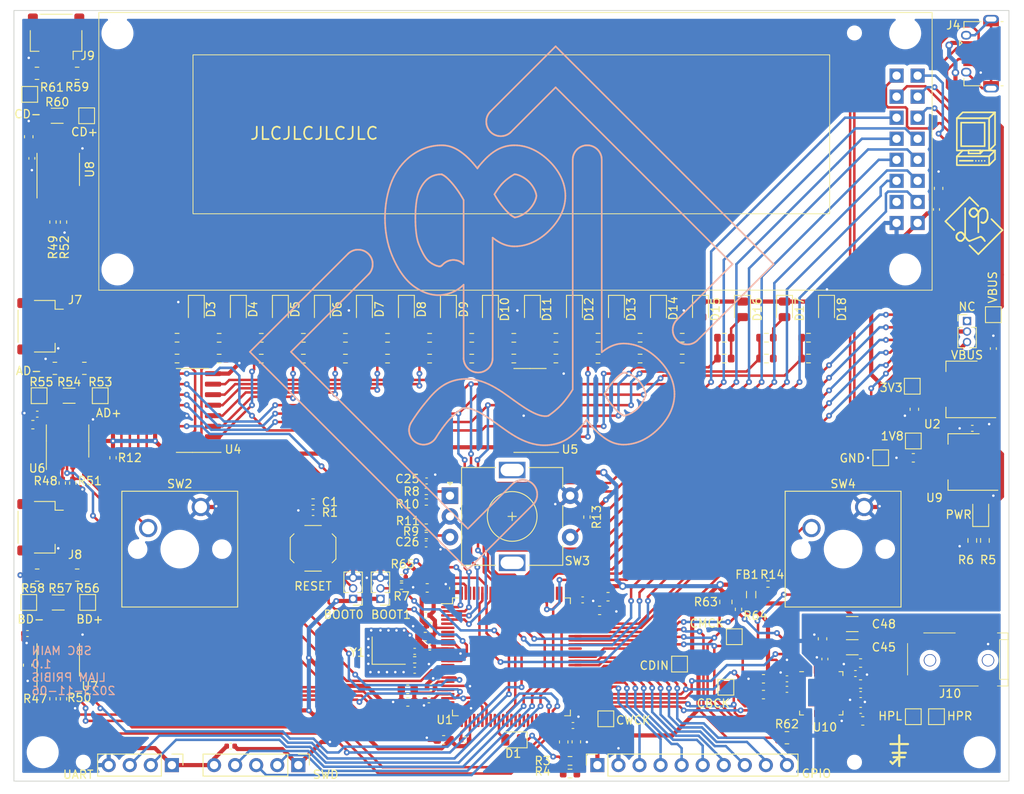
<source format=kicad_pcb>
(kicad_pcb (version 20221018) (generator pcbnew)
  (title_block (title "SCB main board") (date "2023-11-01") (rev "1"))
  (layers (0 "F.Cu" signal) (31 "B.Cu" power) (34 "B.Paste" user) (35 "F.Paste" user) (36 "B.SilkS" user "B.Silkscreen") (37 "F.SilkS" user "F.Silkscreen") (38 "B.Mask" user) (39 "F.Mask" user) (44 "Edge.Cuts" user))
  (net 0 "")
  (net 1 "Net-(U1-NRST)")
  (net 2 "GND")
  (net 3 "Net-(C2-Pad1)")
  (net 4 "/OSC_IN")
  (net 5 "Net-(U1-VCAP_1)")
  (net 6 "Net-(U1-VCAP_2)")
  (net 7 "+3.3V")
  (net 8 "/MMI_ROTARY_B")
  (net 9 "/MMI_ROTARY_A")
  (net 10 "+1V8")
  (net 11 "/Audio/HPL_OUT")
  (net 12 "/Audio/HPR_OUT")
  (net 13 "Net-(D1-K)")
  (net 14 "/DBG_LED")
  (net 15 "Net-(D2-K)")
  (net 16 "Net-(D3-A)")
  (net 17 "Net-(D4-A)")
  (net 18 "Net-(D5-A)")
  (net 19 "Net-(D6-A)")
  (net 20 "Net-(D7-A)")
  (net 21 "Net-(D8-A)")
  (net 22 "Net-(D9-A)")
  (net 23 "Net-(D10-A)")
  (net 24 "Net-(D11-A)")
  (net 25 "Net-(D12-A)")
  (net 26 "Net-(D13-A)")
  (net 27 "Net-(D14-A)")
  (net 28 "Net-(D15-A)")
  (net 29 "Net-(D16-A)")
  (net 30 "Net-(D17-A)")
  (net 31 "Net-(D18-A)")
  (net 32 "/USB_VBUS")
  (net 33 "/USB_D-")
  (net 34 "/USB_D+")
  (net 35 "/USB_ID")
  (net 36 "unconnected-(J4-Shield-Pad6)")
  (net 37 "/OSC_OUT")
  (net 38 "/BOOT0")
  (net 39 "Net-(R10-Pad1)")
  (net 40 "Net-(R11-Pad1)")
  (net 41 "/MMI_SW_A")
  (net 42 "/MMI_ROTARY_PUSH")
  (net 43 "/MMI_SW_B")
  (net 44 "Net-(U4-QA)")
  (net 45 "Net-(U4-QB)")
  (net 46 "Net-(U4-QC)")
  (net 47 "Net-(U4-QD)")
  (net 48 "Net-(U4-QE)")
  (net 49 "Net-(U4-QF)")
  (net 50 "Net-(U4-QG)")
  (net 51 "Net-(U4-QH)")
  (net 52 "Net-(U5-QA)")
  (net 53 "Net-(U5-QB)")
  (net 54 "Net-(U5-QC)")
  (net 55 "Net-(U5-QD)")
  (net 56 "Net-(U5-QE)")
  (net 57 "Net-(U5-QF)")
  (net 58 "Net-(U5-QG)")
  (net 59 "Net-(U5-QH)")
  (net 60 "/EXT_B.NRE")
  (net 61 "/EXT_A.NRE")
  (net 62 "/EXT_C.NRE")
  (net 63 "/EXT_B.DE")
  (net 64 "/EXT_A.DE")
  (net 65 "/EXT_C.DE")
  (net 66 "/Comms/RS485_A_D+")
  (net 67 "/Comms/RS485_A_D-")
  (net 68 "/Comms/RS485_B_D+")
  (net 69 "/Comms/RS485_B_D-")
  (net 70 "/Comms/RS485_C_D+")
  (net 71 "/Comms/RS485_C_D-")
  (net 72 "/CODEC_SCL")
  (net 73 "/CODEC_SDA")
  (net 74 "/CODEC_NRESET")
  (net 75 "/CODEC_MCLK")
  (net 76 "/CODEC_DIN")
  (net 77 "/CODEC_BCLK")
  (net 78 "/CODEC_WCLK")
  (net 79 "/LEDS.SER")
  (net 80 "/LEDS.SRCLK")
  (net 81 "/LEDS.SRCLR")
  (net 82 "/LEDS.RCLK")
  (net 89 "/EXT_C.DI")
  (net 90 "/EXT_C.RO")
  (net 91 "/EXT_A.DI")
  (net 92 "/EXT_A.RO")
  (net 98 "Net-(J2-Pin_2)")
  (net 106 "/EXT_B.DI")
  (net 107 "/EXT_B.RO")
  (net 108 "/CODEC_GPIO1")
  (net 109 "/GPIOA_0")
  (net 110 "/GPIOA_1")
  (net 111 "/GPIOA_2")
  (net 112 "/GPIOA_3")
  (net 113 "/GPIOA_4")
  (net 114 "/GPIOA_5")
  (net 115 "/GPIOA_6")
  (net 116 "/GPIOA_7")
  (net 119 "/SWD_IO")
  (net 120 "/SWD_CLK")
  (net 123 "/SCR.CS")
  (net 124 "/SCR.RST")
  (net 125 "/SCR.D0")
  (net 126 "/SCR.D1")
  (net 127 "/SCR.D2")
  (net 128 "/SCR.D3")
  (net 129 "/SCR.D4")
  (net 130 "/SCR.D5")
  (net 131 "/SCR.D6")
  (net 132 "/SCR.D7")
  (net 133 "/SWD_O")
  (net 134 "/SCR.E")
  (net 135 "/SCR.RW")
  (net 136 "/DBG_UART_TX")
  (net 137 "/DBG_UART_RX")
  (net 138 "/SCR.DC")
  (net 142 "Net-(U4-QH')")
  (net 154 "/Audio/HP_MIC")
  (net 157 "Net-(J11-Pin_2)")
  (net 159 "/Audio/HPL_PRE")
  (net 160 "/Audio/HPR_PRE")
  (net 161 "/Audio/HP_VDD")
  (net 162 "/BOOT1")
  (net 163 "Net-(J1-Pin_3)")
  (footprint "Resistor_SMD:R_0603_1608Metric" (layer "F.Cu") (at 104.751666 79.5)
    (fp_text reference "R17" hide)
    (fp_text value "150")
  )
  (footprint "Capacitor_SMD:C_0402_1005Metric" (layer "F.Cu") (at 116.078 100.584 180)
    (fp_text reference "C1")
    (fp_text value "100n")
  )
  (footprint "Resistor_SMD:R_0603_1608Metric" (layer "F.Cu") (at 197.104 103.949 -90)
    (fp_text reference "R5")
    (fp_text value "150")
  )
  (footprint "sbc:MyTP" (layer "F.Cu") (at 188.341 85.344)
    (fp_text reference "TP1" hide)
    (fp_text value "3V3" hide)
  )
  (footprint "Capacitor_SMD:C_0603_1608Metric" (layer "F.Cu") (at 170.395 122.555 180)
    (fp_text reference "C51" hide)
    (fp_text value "10u")
  )
  (footprint "Capacitor_SMD:C_0603_1608Metric" (layer "F.Cu") (at 188.468 93.98 180)
    (fp_text reference "C36" hide)
    (fp_text value "10u")
  )
  (footprint "Connector_JST:JST_SH_SM04B-SRSS-TB_1x04-1MP_P1.00mm_Horizontal" (layer "F.Cu") (at 85.085 43.13825 180)
    (fp_text reference "J9")
    (fp_text value "Conn_01x04_Socket")
  )
  (footprint "Resistor_SMD:R_0805_2012Metric" (layer "F.Cu") (at 88.4955 83.185 180)
    (fp_text reference "R53")
    (fp_text value "4k7")
  )
  (footprint "sbc:MyTP" (layer "F.Cu") (at 188.468 91.948)
    (fp_text reference "TP10" hide)
    (fp_text value "1V8" hide)
  )
  (footprint "Resistor_SMD:R_0402_1005Metric" (layer "F.Cu") (at 126.746 108.458)
    (fp_text reference "R7")
    (fp_text value "10k")
  )
  (footprint "Capacitor_SMD:C_0603_1608Metric" (layer "F.Cu") (at 129.615 115.555 180)
    (fp_text reference "C10" hide)
    (fp_text value "10u")
  )
  (footprint "Capacitor_SMD:C_0603_1608Metric" (layer "F.Cu") (at 188.595 88.125 -90)
    (fp_text reference "C16" hide)
    (fp_text value "10u")
  )
  (footprint "Resistor_SMD:R_0603_1608Metric" (layer "F.Cu") (at 150.44166 79.49)
    (fp_text reference "R35" hide)
    (fp_text value "150")
  )
  (footprint "LED_SMD:LED_0805_2012Metric" (layer "F.Cu") (at 117.199998 76.0625 -90)
    (fp_text reference "D6")
    (fp_text value "LED")
  )
  (footprint "Package_DFN_QFN:VQFN-32-1EP_5x5mm_P0.5mm_EP3.15x3.15mm" (layer "F.Cu") (at 177.365 122.4)
    (fp_text reference "U10")
    (fp_text value "TLV320DAC3101IRHBR")
  )
  (footprint "sbc:MyTP" (layer "F.Cu") (at 90.406 86.487 90)
    (fp_text reference "TP4" hide)
    (fp_text value "AD+" hide)
  )
  (footprint "LED_SMD:LED_0805_2012Metric" (layer "F.Cu") (at 147.599994 76.0625 -90)
    (fp_text reference "D12")
    (fp_text value "LED")
  )
  (footprint "Capacitor_SMD:C_1206_3216Metric" (layer "F.Cu") (at 181.102 114.046 180)
    (fp_text reference "C48")
    (fp_text value "47u")
  )
  (footprint "Resistor_SMD:R_0603_1608Metric" (layer "F.Cu") (at 160.594992 79.49)
    (fp_text reference "R39" hide)
    (fp_text value "150")
  )
  (footprint "LED_SMD:LED_0805_2012Metric" (layer "F.Cu") (at 137.466662 76.0625 -90)
    (fp_text reference "D10")
    (fp_text value "LED")
  )
  (footprint "Capacitor_SMD:C_0402_1005Metric" (layer "F.Cu") (at 130.155 116.825 180)
    (fp_text reference "C9" hide)
    (fp_text value "100n")
  )
  (footprint "LED_SMD:LED_0805_2012Metric" (layer "F.Cu") (at 157.733326 76.0625 -90)
    (fp_text reference "D14")
    (fp_text value "LED")
  )
  (footprint "Capacitor_SMD:C_0402_1005Metric" (layer "F.Cu") (at 130.048 123.19 180)
    (fp_text reference "C24" hide)
    (fp_text value "100n")
  )
  (footprint "Capacitor_SMD:C_0402_1005Metric" (layer "F.Cu") (at 129.655 112.985 180)
    (fp_text reference "C6" hide)
    (fp_text value "100n")
  )
  (footprint "Resistor_SMD:R_0603_1608Metric" (layer "F.Cu") (at 140.288328 79.5)
    (fp_text reference "R31" hide)
    (fp_text value "150")
  )
  (footprint "Resistor_SMD:R_0603_1608Metric" (layer "F.Cu") (at 119.981664 82.01)
    (fp_text reference "R24" hide)
    (fp_text value "150")
  )
  (footprint "Resistor_SMD:R_0805_2012Metric" (layer "F.Cu") (at 82.804 108.135 180)
    (fp_text reference "R58")
    (fp_text value "4k7")
  )
  (footprint "Resistor_SMD:R_0603_1608Metric" (layer "F.Cu") (at 109.828332 79.5)
    (fp_text reference "R19" hide)
    (fp_text value "150")
  )
  (footprint "Capacitor_SMD:C_0603_1608Metric" (layer "F.Cu") (at 131.826 128.016 180)
    (fp_text reference "C8" hide)
    (fp_text value "10u")
  )
  (footprint "Resistor_SMD:R_0603_1608Metric" (layer "F.Cu") (at 119.981664 79.5)
    (fp_text reference "R23" hide)
    (fp_text value "150")
  )
  (footprint "Package_QFP:LQFP-100_14x14mm_P0.5mm" (layer "F.Cu") (at 140 118)
    (fp_text reference "U1")
    (fp_text value "STM32F405VGT6")
  )
  (footprint "LED_SMD:LED_0805_2012Metric" (layer "F.Cu") (at 140.208 128.016 180)
    (fp_text reference "D1")
    (fp_text value "DBG")
  )
  (footprint "sbc:MyTP" (layer "F.Cu") (at 166.878 115.57)
    (fp_text reference "TP11" hide)
    (fp_text value "CMCK" hide)
  )
  (footprint "LED_SMD:LED_0805_2012Metric" (layer "F.Cu") (at 102 76.0625 -90)
    (fp_text reference "D3")
    (fp_text value "LED")
  )
  (footprint "Capacitor_SMD:C_0402_1005Metric" (layer "F.Cu") (at 191.262 64.008 90)
    (fp_text reference "C28" hide)
    (fp_text value "100n")
  )
  (footprint "Capacitor_SMD:C_0402_1005Metric" (layer "F.Cu") (at 128.334 117.333 180)
    (fp_text reference "C3" hide)
    (fp_text value "10p")
  )
  (footprint "Capacitor_SMD:C_0603_1608Metric" (layer "F.Cu") (at 82.283 89.9815 180)
    (fp_text reference "C30" hide)
    (fp_text value "10u")
  )
  (footprint "Connector_USB:USB_Micro-AB_Molex_47590-0001" (layer "F.Cu") (at 197.844 45.212 90)
    (fp_text reference "J4")
    (fp_text value "USB_B_Micro")
  )
  (footprint "Resistor_SMD:R_0603_1608Metric" (layer "F.Cu") (at 125.05833 82.01)
    (fp_text reference "R26" hide)
    (fp_text value "150")
  )
  (footprint "Resistor_SMD:R_0603_1608Metric" (layer "F.Cu") (at 99.675 82)
    (fp_text reference "R16" hide)
    (fp_text value "150")
  )
  (footprint "Resistor_SMD:R_0805_2012Metric" (layer "F.Cu") (at 165.862 111.379 -90)
    (fp_text reference "R63")
    (fp_text value "4k7")
  )
  (footprint "Resistor_SMD:R_0402_1005Metric" (layer "F.Cu") (at 129.736 98.044)
    (fp_text reference "R8")
    (fp_text value "10k")
  )
  (footprint "Resistor_SMD:R_0603_1608Metric" (layer "F.Cu") (at 195.58 103.949 -90)
    (fp_text reference "R6")
    (fp_text value "150")
  )
  (footprint "Resistor_SMD:R_0603_1608Metric" (layer "F.Cu") (at 140.288328 82)
    (fp_text reference "R32" hide)
    (fp_text value "150")
  )
  (footprint "Resistor_SMD:R_0402_1005Metric" (layer "F.Cu") (at 126.746 109.474)
    (fp_text reference "R65")
    (fp_text value "10k")
  )
  (footprint "Capacitor_SMD:C_0603_1608Metric" (layer "F.Cu") (at 150.635 112.395)
    (fp_text reference "C5" hide)
    (fp_text value "2.2u")
  )
  (footprint "MountingHole:MountingHole_3.2mm_M3" (layer "F.Cu") (at 83.47 129.512)
    (fp_text reference "H2" hide)
    (fp_text value "MountingHole")
  )
  (footprint "Resistor_SMD:R_0402_1005Metric" (layer "F.Cu") (at 84.709 123.063 -90)
    (fp_text reference "R47")
    (fp_text value "10k")
  )
  (footprint "Capacitor_SMD:C_1206_3216Metric" (layer "F.Cu") (at 181.102 116.84 180)
    (fp_text reference "C45")
    (fp_text value "47u")
  )
  (footprint "sbc:SSD1322_oled_module_3.12inch" (layer "F.Cu") (at 190.7375 73.75)
    (fp_text reference "U3" hide)
    (fp_text value "256x64 SSD1322 Module")
  )
  (footprint "Capacitor_SMD:C_0603_1608Metric" (layer "F.Cu") (at 151.651 110.744)
    (fp_text reference "C15" hide)
    (fp_text value "10u")
  )
  (footprint "sbc:MyTP" (layer "F.Cu") (at 81.91 50.12325 90)
    (fp_text reference "TP9" hide)
    (fp_text value "CD-" hide)
  )
  (footprint "Resistor_SMD:R_0402_1005Metric" (layer "F.Cu") (at 129.736 103.358)
    (fp_text reference "R9")
    (fp_text value "10k")
  )
  (footprint "Resistor_SMD:R_0805_2012Metric" (layer "F.Cu") (at 87.625 47.58325 180)
    (fp_text reference "R59")
    (fp_text value "4k7")
  )
  (footprint "Resistor_SMD:R_0402_1005Metric" (layer "F.Cu") (at 167.386 112.268 -90)
    (fp_text reference "R64")
    (fp_text value "10k")
  )
  (footprint "LED_SMD:LED_0805_2012Metric" (layer "F.Cu") (at 178 76.0625 -90)
    (fp_text reference "D18")
    (fp_text value "LED")
  )
  (footprint "Resistor_SMD:R_0603_1608Metric" (layer "F.Cu") (at 114.904998 79.5)
    (fp_text reference "R21" hide)
    (fp_text value "150")
  )
  (footprint "Package_SO:SOIC-16_3.9x9.9mm_P1.27mm" (layer "F.Cu") (at 142.24 88.265 180)
    (fp_text reference "U5")
    (fp_text value "74HC595D,118")
  )
  (footprint "LED_SMD:LED_0805_2012Metric" (layer "F.Cu") (at 172.933324 76.0625 -90)
    (fp_text reference "D17")
    (fp_text value "LED")
  )
  (footprint "Resistor_SMD:R_0603_1608Metric" (layer "F.Cu") (at 104.751666 82.01)
    (fp_text reference "R18" hide)
    (fp_text value "150")
  )
  (footprint "Resistor_SMD:R_0603_1608Metric" (layer "F.Cu") (at 175.825 79.49)
    (fp_text reference "R45" hide)
    (fp_text value "150")
  )
  (footprint "LED_SMD:LED_0805_2012Metric" (layer "F.Cu") (at 132.399996 76.0625 -90)
    (fp_text reference "D9")
    (fp_text value "LED")
  )
  (footprint "Capacitor_SMD:C_0402_1005Metric" (layer "F.Cu") (at 147.421 126.286)
    (fp_text reference "C14" hide)
    (fp_text value "100n")
  )
  (footprint "Resistor_SMD:R_1206_3216Metric" (layer "F.Cu") (at 85.217 52.70325 180)
    (fp_text reference "R60")
    (fp_text value "120")
  )
  (footprint "Resistor_SMD:R_0603_1608Metric" (layer "F.Cu") (at 114.904998 82.01)
    (fp_text reference "R22" hide)
    (fp_text value "150")
  )
  (footprint "Capacitor_SMD:C_0603_1608Metric" (layer "F.Cu") (at 182.105 121.285)
    (fp_text reference "C41" hide)
    (fp_text value "10u")
  )
  (footprint "Resistor_SMD:R_0603_1608Metric" (layer "F.Cu") (at 170.748324 79.49)
    (fp_text reference "R43" hide)
    (fp_text value "150")
  )
  (footprint "Resistor_SMD:R_1206_3216Metric" (layer "F.Cu") (at 86.6575 86.487 180)
    (fp_text reference "R54")
    (fp_text value "120")
  )
  (footprint "Resistor_SMD:R_0402_1005Metric" (layer "F.Cu") (at 87.104 97.028 -90)
    (fp_text reference "R51")
    (fp_text value "10k")
  )
  (footprint "sbc:PJ-342" (layer "F.Cu") (at 199.877 115.114 -90)
    (fp_text reference "J10")
    (fp_text value "PJ-342")
  )
  (footprint "Capacitor_SMD:C_0603_1608Metric" (layer "F.Cu") (at 147.828 128.257 -90)
    (fp_text reference "C19" hide)
    (fp_text value "10u")
  )
  (footprint "Resistor_SMD:R_1206_3216Metric" (layer "F.Cu") (at 85.344 111.437 180)
    (fp_text reference "R57")
    (fp_text value "120")
  )
  (footprint "Capacitor_SMD:C_0402_1005Metric" (layer "F.Cu") (at 132.904 109.709 90)
    (fp_text reference "C22" hide)
    (fp_text value "100n")
  )
  (footprint "Resistor_SMD:R_0402_1005Metric" (layer "F.Cu") (at 91.948 93.98 -90)
    (fp_text reference "R12")
    (fp_text value "10k")
  )
  (footprint "Connector_PinHeader_1.27mm:PinHeader_1x03_P1.27mm_Vertical" (layer "F.Cu") (at 194.945 77.47)
    (fp_text reference "J1" hide)
    (fp_text value "VBUS CON")
  )
  (footprint "Capacitor_SMD:C_0402_1005Metric" (layer "F.Cu") (at 195.58 90.424 180)
    (fp_text reference "C18" hide)
    (fp_text value "100n")
  )
  (footprint "Resistor_SMD:R_0603_1608Metric" (layer "F.Cu") (at 170.748324 82)
    (fp_text reference "R44" hide)
    (fp_text value "150")
  )
  (footprint "Package_TO_SOT_SMD:SOT-223-3_TabPin2" (layer "F.Cu") (at 194.31 85.725 180)
    (fp_text reference "U2")
    (fp_text value "LD1117S33TR_SOT223")
  )
  (footprint "sbc:MyTP" (layer "F.Cu") (at 184.531 93.98)
    (fp_text reference "TP17" hide)
    (fp_text value "GND" hide)
  )
  (footprint "Capacitor_SMD:C_0603_1608Metric" (layer "F.Cu") (at 81.661 119.003 -90)
    (fp_text reference "C32" hide)
    (fp_text value "10u")
  )
  (footprint "Connector_PinHeader_2.54mm:PinHeader_1x04_P2.54mm_Vertical" (layer "F.Cu") (at 99.05 131.064 -90)
    (fp_text reference "J5" hide)
    (fp_text value "UART")
  )
  (footprint "LED_SMD:LED_0805_2012Metric" (layer "F.Cu") (at 162.799992 76.0625 -90)
    (fp_text reference "D15")
    (fp_text value "LED")
  )
  (footprint "Capacitor_SMD:C_0603_1608Metric" (layer "F.Cu") (at 129.843 109.681 180)
    (fp_text reference "C21" hide)
    (fp_text value "10u")
  )
  (footprint "Capacitor_SMD:C_0603_1608Metric" (layer "F.Cu") (at 177.52 115.824 90)
    (fp_text reference "C46" hide)
    (fp_text value "10u")
  )
  (footprint "Inductor_SMD:L_0805_2012Metric" (layer "F.Cu") (at 168.91 110.49 -90)
    (fp_text reference "FB1")
    (fp_text value "FerriteBead")
  )
  (footprint "Connector_PinHeader_1.27mm:PinHeader_1x03_P1.27mm_Vertical" (layer "F.Cu") (at 120.904 110.998 180)
    (fp_text reference "J2" hide)
    (fp_text value "BOOT0")
  )
  (footprint "Capacitor_SMD:C_0402_1005Metric" (layer "F.Cu") (at 106.144 128.778)
    (fp_text reference "C29" hide)
    (fp_text value "100n")
  )
  (footprint "Capacitor_SMD:C_0402_1005Metric" (layer "F.Cu") (at 177.8 118.265 90)
    (fp_text reference "C47" hide)
    (fp_text value "100n")
  )
  (footprint "Resistor_SMD:R_0805_2012Metric" (layer "F.Cu") (at 87.63 108.135 180)
    (fp_text reference "R56")
    (fp_text value "4k7")
  )
  (footprint "Capacitor_SMD:C_0402_1005Metric" (layer "F.Cu") (at 173.228 121.92 180)
    (fp_text reference "C52" hide)
    (fp_text value "100n")
  )
  (footprint "Capacitor_SMD:C_0402_1005Metric" (layer "F.Cu") (at 182.118 122.555)
    (fp_text reference "C42" hide)
    (fp_text value "100n")
  )
  (footprint "Resistor_SMD:R_0603_1608Metric" (layer "F.Cu") (at 175.825 82)
    (fp_text reference "R46" hide)
    (fp_text value "150")
  )
  (footprint "Capacitor_SMD:C_0402_1005Metric" (layer "F.Cu") (at 182.118 124.46)
    (fp_text reference "C40" hide)
    (fp_text value "100n")
  )
  (footprint "Connector_PinHeader_2.54mm:PinHeader_1x05_P2.54mm_Vertical" (layer "F.Cu") (at 114.3 131.064 -90)
    (fp_text reference "J6" hide)
    (fp_text value "SWD")
  )
  (footprint "Capacitor_SMD:C_0402_1005Metric" (layer "F.Cu") (at 173.228 120.65 180)
    (fp_text reference "C50" hide)
    (fp_text value "100n")
  )
  (footprint "Capacitor_SMD:C_0402_1005Metric" (layer "F.Cu") (at 130.29 114.255 180)
    (fp_text reference "C7" hide)
    (fp_text value "1u")
  )
  (footprint "Capacitor_SMD:C_0402_1005Metric" (layer "F.Cu") (at 198.12 80.8 90)
    (fp_text reference "C11" hide)
    (fp_text value "100n")
  )
  (footprint "Connector_PinHeader_1.27mm:PinHeader_1x03_P1.27mm_Vertical" (layer "F.Cu") (at 124.206 110.998 180)
    (fp_text reference "J11" hide)
    (fp_text value "BOOT1")
  )
  (footprint "Crystal:Crystal_SMD_3225-4Pin_3.2x2.5mm" (layer "F.Cu") (at 125.202 117.245)
    (fp_text reference "Y1")
    (fp_text value "16MHz")
  )
  (footprint "Resistor_SMD:R_0805_2012Metric" (layer "F.Cu") (at 173.228 127.762)
    (fp_text reference "R62")
    (fp_text value "4k7")
  )
  (footprint "Capacitor_SMD:C_0603_1608Metric" (layer "F.Cu") (at 81.788 55.23375 90)
    (fp_text reference "C34" hide)
    (fp_text value "10u")
  )
  (footprint "Capacitor_SMD:C_0603_1608Metric" (layer "F.Cu") (at 182.372 125.73)
    (fp_text reference "C39" hide)
    (fp_text value "10u")
  )
  (footprint "LED_SMD:LED_0805_2012Metric" (layer "F.Cu") (at 152.66666 76.0625 -90)
    (fp_text reference "D13")
    (fp_text value "LED")
  )
  (footprint "Capacitor_SMD:C_0603_1608Metric" (layer "F.Cu") (at 127.495 121.92 180)
    (fp_text reference "C23" hide)
    (fp_text value "10u")
  )
  (footprint "sbc:MyTP" (layer "F.Cu") (at 81.788 111.437 90)
    (fp_text reference "TP7" hide)
    (fp_text value "BD-" hide)
  )
  (footprint "MountingHole:MountingHole_3.2mm_M3" (layer "F.Cu") (at 196.47 129.512)
    (fp_text reference "H1" hide)
    (fp_text value "MountingHole")
  )
  (footprint "Resistor_SMD:R_0603_1608Metric" (layer "F.Cu") (at 109.828332 82.01)
    (fp_text reference "R20" hide)
    (fp_text value "150")
  )
  (footprint "Package_SO:SOIC-8_3.9x4.9mm_P1.27mm" (layer "F.Cu") (at 86.469 91.9515 90)
    (fp_text reference "U6")
    (fp_text value "SP3485EN-L/TR")
  )
  (footprint "sbc:MyTP" (layer "F.Cu") (at 188.468 125.222)
    (fp_text reference "TP16" hide)
    (fp_text value "HPL" hide)
  )
  (footprint "Resistor_SMD:R_0603_1608Metric" (layer "F.Cu") (at 145.364994 79.49)
    (fp_text reference "R33" hide)
    (fp_text value "150")
  )
  (footprint "sbc:MyTP" (layer "F.Cu") (at 160.274 118.872)
    (fp_text reference "TP12" hide)
    (fp_text value "CDIN" hide)
  )
  (footprint "Capacitor_SMD:C_0402_1005Metric" (layer "F.Cu") (at 82.164 57.844 -90)
    (fp_text reference "C35" hide)
    (fp_text value "100n")
  )
  (footprint "Capacitor_SMD:C_0402_1005Metric" (layer "F.Cu") (at 129.766 96.774)
    (fp_text reference "C25")
    (fp_text value "10n")
  )
  (footprint "LED_SMD:LED_0805_2012Metric" (layer "F.Cu") (at 142.533328 76.0625 -90)
    (fp_text reference "D11")
    (fp_text value "LED")
  )
  (footprint "Button_Switch_SMD:SW_Push_1P1T_XKB_TS-1187A" (layer "F.Cu") (at 116.078 104.902 90)
    (fp_text reference "SW1" hide)
    (fp_text value "RESET")
  )
  (footprint "Capacitor_SMD:C_0402_1005Metric" (layer "F.Cu") (at 148.59 111.125)
    (fp_text reference "C17" hide)
    (fp_text value "100n")
  )
  (footprint "Capacitor_SMD:C_0402_1005Metric" (layer "F.Cu") (at 130.302 121.666 180)
    (fp_text reference "C20" hide)
    (fp_text value "100n")
  )
  (footprint "Resistor_SMD:R_0603_1608Metric" (layer "F.Cu") (at 135.211662 79.5)
    (fp_text reference "R29" hide)
    (fp_text value "150")
  )
  (footprint "Resistor_SMD:R_0402_1005Metric" (layer "F.Cu") (at 116.078 99.314 180)
    (fp_text reference "R1")
    (fp_text value "10k")
  )
  (footprint "Resistor_SMD:R_0603_1608Metric" (layer "F.Cu") (at 99.675 79.49)
    (fp_text reference "R15" hide)
    (fp_text value "150")
  )
  (footprint "Package_TO_SOT_SMD:SOT-223-3_TabPin2" (layer "F.Cu") (at 194.564 94.488 180)
    (fp_text reference "U9")
    (fp_text value "LD1117S18TR_SOT223")
  )
  (footprint "sbc:MyTP" (layer "F.Cu") (at 191.262 125.222)
    (fp_text reference "TP15" hide)
    (fp_text value "HPR" hide)
  )
  (footprint "Resistor_SMD:R_0603_1608Metric" (layer "F.Cu") (at 165.671658 79.49)
    (fp_text reference "R41" hide)
    (fp_text value "150")
  )
  (footprint "Resistor_SMD:R_0402_1005Metric" (layer "F.Cu") (at 170.942 109.22)
    (fp_text reference "R14")
    (fp_text value "10k")
  )
  (footprint "sbc:MountingHole_JLCPCB_Assembly" (layer "F.Cu") (at 181.37 42.712)
    (fp_text reference "H5" hide)
    (fp_text value "MountingHole")
  )
  (footprint "LED_SMD:LED_0805_2012Metric" (layer "F.Cu") (at 127.33333 76.0625 -90)
    (fp_text reference "D8")
    (fp_text value "LED")
  )
  (footprint "sbc:MyTP" (layer "F.Cu") (at 88.9 111.437 90)
    (fp_text reference "TP6" hide)
    (fp_text value "BD+" hide)
  )
  (footprint "Connector_JST:JST_SH_SM04B-SRSS-TB_1x04-1MP_P1.00mm_Horizontal" (layer "F.Cu") (at 83.185 102.362 -90)
    (fp_text reference "J8")
    (fp_text value "Conn_01x04_Socket")
  )
  (footprint "Capacitor_SMD:C_0402_1005Metric" (layer "F.Cu") (at 128.334 119.619)
    (fp_text reference "C2" hide)
    (fp_text value "10p")
  )
  (footprint "Resistor_SMD:R_0603_1608Metric" (layer "F.Cu") (at 160.594992 82)
    (fp_text reference "R40" hide)
    (fp_text value "150")
  )
  (footprint "sbc:MountingHole_JLCPCB_Assembly" (layer "F.Cu") (at 88.37 130.712)
    (fp_text reference "H4" hide)
    (fp_text value "MountingHole")
  )
  (footprint "Connector_PinSocket_2.54mm:PinSocket_1x10_P2.54mm_Vertical" (layer "F.Cu") (at 150.368 131.064 90)
    (fp_text reference "J3" hide)
    (fp_text value "GPIO")
  )
  (footprint "Capacitor_SMD:C_0603_1608Metric" (layer "F.Cu") (at 182.105 118.745)
    (fp_text reference "C43" hide)
    (fp_text value "10u")
  )
  (footprint "Button_Switch_Keyboard:SW_Cherry_MX_1.00u_PCB" (layer "F.Cu") (at 182.54 99.92)
    (fp_text reference "SW4")
    (fp_text value "CHERRY_SWITCH")
  )
  (footprint "LED_SMD:LED_0805_2012Metric" (layer "F.Cu") (at 167.866658 76.0625 -90)
    (fp_text reference "D16")
    (fp_text value "LED")
  )
  (footprint "Package_SO:SOIC-8_3.9x4.9mm_P1.27mm" (layer "F.Cu") (at 85.344 118.364 90)
    (fp_text reference "U7")
    (fp_text value "SP3485EN-L/TR")
  )
  (footprint "Resistor_SMD:R_0402_1005Metric" (layer "F.Cu") (at 129.74 99.314 180)
    (fp_text reference "R10")
    (fp_text value "10k")
  )
  (footprint "sbc:MountingHole_JLCPCB_Assembly" (layer "F.Cu") (at 181.37 130.712)
    (fp_text reference "H3" hide)
    (fp_text value "MountingHole")
  )
  (footprint "Package_SO:SOIC-8_3.9x4.9mm_P1.27mm" (layer "F.Cu") (at 85.344 59.182 90)
    (fp_text reference "U8")
    (fp_text value "SP3485EN-L/TR")
  )
  (footprint "Connector_JST:JST_SH_SM04B-SRSS-TB_1x04-1MP_P1.00mm_Horizontal" (layer "F.Cu") (at 83.185 78.105 -90)
    (fp_text reference "J7")
    (fp_text value "Conn_01x04_Socket")
  )
  (footprint "LED_SMD:LED_0805_2012Metric" (layer "F.Cu") (at 107.066666 76.0625 -90)
    (fp_text reference "D4")
    (fp_text value "LED")
  )
  (footprint "Capacitor_SMD:C_0402_1005Metric" (layer "F.Cu") (at 82.814 88.7115 180)
    (fp_text reference "C31" hide)
    (fp_text value "100n")
  )
  (footprint "Button_Switch_Keyboard:SW_Cherry_MX_1.00u_PCB" (layer "F.Cu") (at 102.54 99.92)
    (fp_text reference "SW2")
    (fp_text value "CHERRY_SWITCH")
  )
  (footprint "LED_SMD:LED_0805_2012Metric" (layer "F.Cu") (at 122.266664 76.0625 -90)
    (fp_text reference "D7")
    (fp_text value "LED")
  )
  (footprint "Resistor_SMD:R_0603_1608Metric" (layer "F.Cu") (at 130.134996 82.01)
    (fp_text reference "R28" hide)
    (fp_text value "150")
  )
  (footprint "Resistor_SMD:R_0603_1608Metric" (layer "F.Cu") (at 125.05833 79.5)
    (fp_text reference "R25" hide)
    (fp_text value "150")
  )
  (footprint "Resistor_SMD:R_0603_1608Metric" (layer "F.Cu") (at 145.364994 82)
    (fp_text reference "R34" hide)
    (fp_text value "150")
  )
  (footprint "Capacitor_SMD:C_0402_1005Metric" (layer "F.Cu") (at 181.485 120.015)
    (fp_text reference "C44" hide)
    (fp_text value "100n")
  )
  (footprint "sbc:MyTP" (layer "F.Cu") (at 198.12 76.708)
    (fp_text reference "TP3" hide)
    (fp_text value "VBUS" hide)
  )
  (footprint "LED_SMD:LED_0805_2012Metric" (layer "F.Cu") (at 112.133332 76.0625 -90)
    (fp_text reference "D5")
    (fp_text value "LED")
  )
  (footprint "Capacitor_SMD:C_0402_1005Metric" (layer "F.Cu") (at 81.633 115.189 180)
    (fp_text reference "C33" hide)
    (fp_text value "100n")
  )
  (footprint "Resistor_SMD:R_0402_1005Metric" (layer "F.Cu") (at 85.834 97.028 -90)
    (fp_text reference "R48")
    (fp_text value "10k")
  )
  (footprint "sbc:MyTP" (layer "F.Cu") (at 165.862 121.666)
    (fp_text reference "TP13" hide)
    (fp_text value "CBCK" hide)
  )
  (footprint "Resistor_SMD:R_0603_1608Metric" (layer "F.Cu") (at 165.671658 82)
    (fp_text reference "R42" hide)
    (fp_text value "150")
  )
  (footprint "Resistor_SMD:R_0805_2012Metric" (layer "F.Cu") (at 82.7805 47.58325 180)
    (fp_text reference "R61")
    (fp_text value "4k7")
  )
  (footprint "Resistor_SMD:R_0402_1005Metric" (layer "F.Cu") (at 128.334 118.364)
    (fp_text reference "R2" hide)
    (fp_text value "1k")
  )
  (footprint "Resistor_SMD:R_0402_1005Metric" (layer "F.Cu") (at 85.979 65.534 -90)
    (fp_text reference "R52")
    (fp_text value "10k")
  )
  (footprint "Resistor_SMD:R_0603_1608Metric" (layer "F.Cu") (at 130.134996 79.5)
    (fp_text reference "R27" hide)
    (fp_text value "150")
  )
  (footprint "sbc:MyTP" (layer "F.Cu") (at 88.773 52.70325 90)
    (fp_text reference "TP8" hide)
    (fp_text value "CD+" hide)
  )
  (footprint "Resistor_SMD:R_0402_1005Metric" (layer "F.Cu") (at 129.736 102.342 180)
    (fp_text reference "R11")
    (fp_text value "10k")
  )
  (footprint "Resistor_SMD:R_0603_1608Metric" (layer "F.Cu") (at 147.066 130.556)
    (fp_text reference "R3")
    (fp_text value "150")
  )
  (footprint "Capacitor_SMD:C_0603_1608Metric" (layer "F.Cu") (at 170.395 120.65 180)
    (fp_text reference "C49" hide)
    (fp_text value "10u")
  )
  (footprint "sbc:MyTP" (layer "F.Cu") (at 83.04 86.487 90)
    (fp_text reference "TP5" hide)
    (fp_text value "AD-" hide)
  )
  (footprint "Resistor_SMD:R_0603_1608Metric" (layer "F.Cu") (at 150.44166 82)
    (fp_text reference "R36" hide)
    (fp_text value "150")
  )
  (footprint "Resistor_SMD:R_0402_1005Metric" (layer "F.Cu") (at 84.709 65.53 -90)
    (fp_text reference "R49")
    (fp_text value "10k")
  )
  (footprint "Resistor_SMD:R_0603_1608Metric" (layer "F.Cu") (at 155.518326 82)
    (fp_text reference "R38" hide)
    (fp_text value "150")
  )
  (footprint "Capacitor_SMD:C_0603_1608Metric" (layer "F.Cu") (at 146.304 128.27 -90)
    (fp_text reference "C4" hide)
    (fp_text value "2.2u")
  )
  (footprint "Capacitor_SMD:C_0402_1005Metric" (layer "F.Cu") (at 129.71 104.374)
    (fp_text reference "C26")
    (fp_text value "10n")
  )
  (footprint "Capacitor_SMD:C_0603_1608Metric" (layer "F.Cu") (at 127.508 123.444 180)
    (fp_text reference "C13" hide)
    (fp_text value "10u")
  )
  (footprint "Package_SO:SOIC-16_3.9x9.9mm_P1.27mm" (layer "F.Cu") (at 101.535 88.265 180)
    (fp_text reference "U4")
    (fp_text value "74HC595D,118")
  )
  (footprint "sbc:MyTP" (layer "F.Cu") (at 151.384 125.476)
    (fp_text reference "TP14" hide)
    (fp_text value "CWCK" hide)
  )
  (footprint "Resistor_SMD:R_0402_1005Metric" (layer "F.Cu") (at 149.106 101.134 -90)
    (fp_text reference "R13")
    (fp_text value "10k")
  )
  (footprint "Resistor_SMD:R_0805_2012Metric" (layer "F.Cu") (at 84.9395 83.185 180)
    (fp_text reference "R55")
    (fp_text value "4k7")
  )
  (footprint "Resistor_SMD:R_0603_1608Metric" (layer "F.Cu") (at 135.211662 82.01)
    (fp_text reference "R30" hide)
    (fp_text value "150")
  )
  (footprint "Rotary_Encoder:RotaryEncoder_Alps_EC11E-Switch_Vertical_H20mm" (layer "F.Cu") (at 132.588 98.552)
    (fp_text reference "SW3")
    (fp_text value "RotaryEncoder_Switch")
  )
  (footprint "Resistor_SMD:R_0603_1608Metric" (layer "F.Cu") (at 155.518326 79.49)
    (fp_text reference "R37" hide)
    (fp_text value "150")
  )
  (footprint "LED_SMD:LED_0805_2012Metric" (layer "F.Cu") (at 196.596 100.584 90)
    (fp_text reference "D2" hide)
    (fp_text value "PWR")
  )
  (footprint "Resistor_SMD:R_0603_1608Metric" (layer "F.Cu") (at 147.066 132.08)
    (fp_text reference "R4")
    (fp_text value "150")
  )
  (footprint "Capacitor_SMD:C_0402_1005Metric" (layer "F.Cu") (at 134.42 128.016 180)
    (fp_text reference "C12" hide)
    (fp_text value "100n")
  )
  (footprint "Capacitor_SMD:C_0603_1608Metric" (layer "F.Cu") (at 191.516 61.468 90)
    (fp_text reference "C27" hide)
    (fp_text value "10u")
  )
  (footprint "Resistor_SMD:R_0402_1005Metric" (layer "F.Cu") (at 85.979 123.063 -90)
    (fp_text reference "R50")
    (fp_text value "10k")
  )
  (gr_line (start 153.317721 92.381414) (end 153.526356 92.387396) (stroke (width 0.199999)) (layer "B.SilkS"))
  (gr_line (start 131.988228 85.117083) (end 131.847968 85.199574) (stroke (width 0.199999)) (layer "B.SilkS"))
  (gr_line (start 151.575789 80.757827) (end 151.430238 80.848954) (stroke (width 0.199999)) (layer "B.SilkS"))
  (gr_line (start 130.574786 56.353307) (end 130.328527 56.401134) (stroke (width 0.199999)) (layer "B.SilkS"))
  (gr_line (start 140.163048 68.459617) (end 140.370106 68.465516) (stroke (width 0.199999)) (layer "B.SilkS"))
  (gr_line (start 123.169223 70.034125) (end 123.139198 69.95454) (stroke (width 0.199999)) (layer "B.SilkS"))
  (gr_line (start 122.186871 68.995568) (end 122.10717 68.964763) (stroke (width 0.199999)) (layer "B.SilkS"))
  (gr_line (start 135.913035 59.026323) (end 135.901659 59.041757) (stroke (width 0.199999)) (layer "B.SilkS"))
  (gr_line (start 129.848431 56.526196) (end 129.614817 56.602894) (stroke (width 0.199999)) (layer "B.SilkS"))
  (gr_line (start 144.360435 66.753582) (end 144.56931 66.553406) (stroke (width 0.199999)) (layer "B.SilkS"))
  (gr_line (start 141.878506 64.271552) (end 141.761108 64.36452) (stroke (width 0.199999)) (layer "B.SilkS"))
  (gr_line (start 133.709679 56.936684) (end 133.56327 56.844425) (stroke (width 0.199999)) (layer "B.SilkS"))
  (gr_line (start 133.560912 88.409389) (end 133.689956 88.309372) (stroke (width 0.199999)) (layer "B.SilkS"))
  (gr_line (start 158.491262 82.976791) (end 158.312195 82.746807) (stroke (width 0.199999)) (layer "B.SilkS"))
  (gr_line (start 152.030331 92.059065) (end 152.196924 92.130063) (stroke (width 0.199999)) (layer "B.SilkS"))
  (gr_line (start 146.356197 63.578463) (end 146.419938 63.285035) (stroke (width 0.199999)) (layer "B.SilkS"))
  (gr_line (start 142.873604 61.819323) (end 142.913394 61.92572) (stroke (width 0.199999)) (layer "B.SilkS"))
  (gr_line (start 145.581043 88.009161) (end 145.424194 88.150003) (stroke (width 0.199999)) (layer "B.SilkS"))
  (gr_line (start 133.56327 56.844425) (end 133.412078 56.756334) (stroke (width 0.199999)) (layer "B.SilkS"))
  (gr_line (start 155.468623 87.764979) (end 155.368791 87.878657) (stroke (width 0.199999)) (layer "B.SilkS"))
  (gr_line (start 130.086371 56.458854) (end 129.848431 56.526196) (stroke (width 0.199999)) (layer "B.SilkS"))
  (gr_line (start 132.270595 70.26376) (end 132.193858 70.301048) (stroke (width 0.199999)) (layer "B.SilkS"))
  (gr_line (start 156.159355 86.360781) (end 156.148272 86.44214) (stroke (width 0.199999)) (layer "B.SilkS"))
  (gr_line (start 128.360771 92.043087) (end 128.431488 92.092902) (stroke (width 0.199999)) (layer "B.SilkS"))
  (gr_line (start 138.798772 55.163447) (end 138.882555 55.157442) (stroke (width 0.199999)) (layer "B.SilkS"))
  (gr_line (start 142.897041 88.656705) (end 142.646319 88.540096) (stroke (width 0.199999)) (layer "B.SilkS"))
  (gr_line (start 130.560785 70.620193) (end 130.457794 70.561893) (stroke (width 0.199999)) (layer "B.SilkS"))
  (gr_line (start 144.060327 92.466146) (end 144.315787 92.456535) (stroke (width 0.199999)) (layer "B.SilkS"))
  (gr_line (start 140.443761 91.381105) (end 140.85012 91.607858) (stroke (width 0.199999)) (layer "B.SilkS"))
  (gr_line (start 159.525437 79.04866) (end 159.551459 79.129333) (stroke (width 0.199999)) (layer "B.SilkS"))
  (gr_line (start 138.356389 56.762225) (end 138.214116 56.840239) (stroke (width 0.199999)) (layer "B.SilkS"))
  (gr_line (start 147.391621 85.737013) (end 147.248141 85.967112) (stroke (width 0.199999)) (layer "B.SilkS"))
  (gr_line (start 141.101695 96.66272) (end 141.017044 96.677504) (stroke (width 0.199999)) (layer "B.SilkS"))
  (gr_line (start 122.10717 68.964763) (end 122.026014 68.93787) (stroke (width 0.199999)) (layer "B.SilkS"))
  (gr_line (start 132.589681 84.827372) (end 132.43299 84.893305) (stroke (width 0.199999)) (layer "B.SilkS"))
  (gr_line (start 127.787583 91.309116) (end 127.822484 91.387639) (stroke (width 0.199999)) (layer "B.SilkS"))
  (gr_line (start 125.226073 61.604205) (end 125.080481 62.155674) (stroke (width 0.199999)) (layer "B.SilkS"))
  (gr_line (start 150.891591 58.016298) (end 150.88944 57.929521) (stroke (width 0.199999)) (layer "B.SilkS"))
  (gr_line (start 142.773154 61.594877) (end 142.826831 61.708762) (stroke (width 0.199999)) (layer "B.SilkS"))
  (gr_line (start 145.897976 87.704538) (end 145.739656 87.860372) (stroke (width 0.199999)) (layer "B.SilkS"))
  (gr_line (start 155.468623 84.810577) (end 155.562095 84.926799) (stroke (width 0.199999)) (layer "B.SilkS"))
  (gr_line (start 139.012096 60.765751) (end 139.150753 60.632177) (stroke (width 0.199999)) (layer "B.SilkS"))
  (gr_line (start 131.634364 70.735798) (end 131.611292 70.755425) (stroke (width 0.199999)) (layer "B.SilkS"))
  (gr_line (start 124.802533 63.878751) (end 124.762826 64.467196) (stroke (width 0.199999)) (layer "B.SilkS"))
  (gr_line (start 137.724826 82.111135) (end 137.731239 82.024947) (stroke (width 0.199999)) (layer "B.SilkS"))
  (gr_line (start 123.025102 69.723867) (end 122.979063 69.650188) (stroke (width 0.199999)) (layer "B.SilkS"))
  (gr_line (start 142.310445 60.888706) (end 142.403918 61.00493) (stroke (width 0.199999)) (layer "B.SilkS"))
  (gr_line (start 140.769797 96.746161) (end 140.690096 96.776949) (stroke (width 0.199999)) (layer "B.SilkS"))
  (gr_line (start 140.934496 59.89824) (end 141.047298 59.945124) (stroke (width 0.199999)) (layer "B.SilkS"))
  (gr_line (start 156.129895 86.04454) (end 156.148272 86.133417) (stroke (width 0.199999)) (layer "B.SilkS"))
  (gr_line (start 127.706112 90.212731) (end 127.687382 90.296141) (stroke (width 0.199999)) (layer "B.SilkS"))
  (gr_line (start 154.445101 80.271889) (end 154.145062 80.225943) (stroke (width 0.199999)) (layer "B.SilkS"))
  (gr_line (start 135.474427 83.612524) (end 135.556825 83.635391) (stroke (width 0.199999)) (layer "B.SilkS"))
  (gr_line (start 143.109052 98.310287) (end 143.103047 98.226504) (stroke (width 0.199999)) (layer "B.SilkS"))
  (gr_line (start 139.886853 54.715069) (end 139.952138 54.653017) (stroke (width 0.199999)) (layer "B.SilkS"))
  (gr_line (start 139.819237 54.773118) (end 139.886853 54.715069) (stroke (width 0.199999)) (layer "B.SilkS"))
  (gr_line (start 130.068947 92.257103) (end 130.146057 92.223333) (stroke (width 0.199999)) (layer "B.SilkS"))
  (gr_line (start 141.878506 60.460261) (end 141.993245 60.559439) (stroke (width 0.199999)) (layer "B.SilkS"))
  (gr_line (start 137.212798 52.515541) (end 137.170633 52.590019) (stroke (width 0.199999)) (layer "B.SilkS"))
  (gr_line (start 149.141621 56.266298) (end 149.054844 56.268449) (stroke (width 0.199999)) (layer "B.SilkS"))
  (gr_line (start 148.393872 56.434093) (end 148.317559 56.472462) (stroke (width 0.199999)) (layer "B.SilkS"))
  (gr_line (start 142.910885 97.580493) (end 142.86885 97.505105) (stroke (width 0.199999)) (layer "B.SilkS"))
  (gr_line (start 159.653545 77.736746) (end 159.615513 77.813689) (stroke (width 0.199999)) (layer "B.SilkS"))
  (gr_line (start 137.714211 82.196591) (end 137.724826 82.111135) (stroke (width 0.199999)) (layer "B.SilkS"))
  (gr_line (start 135.810424 83.679606) (end 135.896612 83.686019) (stroke (width 0.199999)) (layer "B.SilkS"))
  (gr_line (start 139.932646 60.024495) (end 140.038518 59.956869) (stroke (width 0.199999)) (layer "B.SilkS"))
  (gr_line (start 159.578148 87.206732) (end 159.624748 86.906862) (stroke (width 0.199999)) (layer "B.SilkS"))
  (gr_line (start 147.223583 91.362265) (end 147.465909 91.163745) (stroke (width 0.199999)) (layer "B.SilkS"))
  (gr_line (start 150.495282 56.907223) (end 150.438872 56.841745) (stroke (width 0.199999)) (layer "B.SilkS"))
  (gr_line (start 145.104512 92.352248) (end 145.284739 92.312157) (stroke (width 0.199999)) (layer "B.SilkS"))
  (gr_line (start 128.44117 64.128678) (end 128.473334 63.681747) (stroke (width 0.199999)) (layer "B.SilkS"))
  (gr_line (start 135.899626 88.38509) (end 136.159742 88.519106) (stroke (width 0.199999)) (layer "B.SilkS"))
  (gr_line (start 160.53384 80.167746) (end 160.613541 80.198534) (stroke (width 0.199999)) (layer "B.SilkS"))
  (gr_line (start 134.745947 83.175604) (end 134.808829 83.235444) (stroke (width 0.199999)) (layer "B.SilkS"))
  (gr_line (start 137.1322 54.163089) (end 137.170633 54.239452) (stroke (width 0.199999)) (layer "B.SilkS"))
  (gr_line (start 129.465841 60.774841) (end 129.615237 60.59988) (stroke (width 0.199999)) (layer "B.SilkS"))
  (gr_line (start 135.934249 58.995733) (end 135.913035 59.026323) (stroke (width 0.199999)) (layer "B.SilkS"))
  (gr_line (start 135.340866 58.3898) (end 135.142333 58.169589) (stroke (width 0.199999)) (layer "B.SilkS"))
  (gr_line (start 137.552896 57.289139) (end 137.309988 57.490794) (stroke (width 0.199999)) (layer "B.SilkS"))
  (gr_line (start 161.713484 80.22541) (end 161.794639 80.198534) (stroke (width 0.199999)) (layer "B.SilkS"))
  (gr_line (start 131.001133 91.384039) (end 131.268448 90.976413) (stroke (width 0.199999)) (layer "B.SilkS"))
  (gr_line (start 155.870826 85.400373) (end 155.93133 85.516744) (stroke (width 0.199999)) (layer "B.SilkS"))
  (gr_line (start 139.842877 64.617577) (end 139.776924 64.560593) (stroke (width 0.199999)) (layer "B.SilkS"))
  (gr_line (start 148.326823 90.300067) (end 148.707161 89.852066) (stroke (width 0.199999)) (layer "B.SilkS"))
  (gr_line (start 156.60746 81.177794) (end 156.361321 81.020079) (stroke (width 0.199999)) (layer "B.SilkS"))
  (gr_line (start 158.660976 83.214183) (end 158.491262 82.976791) (stroke (width 0.199999)) (layer "B.SilkS"))
  (gr_line (start 151.881193 80.588812) (end 151.726049 80.670875) (stroke (width 0.199999)) (layer "B.SilkS"))
  (gr_line (start 142.773154 63.136939) (end 142.71265 63.25331) (stroke (width 0.199999)) (layer "B.SilkS"))
  (gr_line (start 150.872413 57.757877) (end 150.857655 57.673296) (stroke (width 0.199999)) (layer "B.SilkS"))
  (gr_line (start 131.359436 70.876045) (end 131.345043 70.875908) (stroke (width 0.199999)) (layer "B.SilkS"))
  (gr_line (start 127.915087 57.520995) (end 127.725444 57.669794) (stroke (width 0.199999)) (layer "B.SilkS"))
  (gr_line (start 129.324083 60.966438) (end 129.465841 60.774841) (stroke (width 0.199999)) (layer "B.SilkS"))
  (gr_line (start 131.589405 70.773254) (end 131.568617 70.789358) (stroke (width 0.199999)) (layer "B.SilkS"))
  (gr_line (start 145.66226 59.537011) (end 145.502764 59.292303) (stroke (width 0.199999)) (layer "B.SilkS"))
  (gr_line (start 137.680223 54.827163) (end 137.752037 54.877206) (stroke (width 0.199999)) (layer "B.SilkS"))
  (gr_line (start 136.996613 89.018086) (end 137.602893 89.42401) (stroke (width 0.199999)) (layer "B.SilkS"))
  (gr_line (start 130.689668 59.899743) (end 130.794261 59.868472) (stroke (width 0.199999)) (layer "B.SilkS"))
  (gr_line (start 141.187224 96.652086) (end 141.101695 96.66272) (stroke (width 0.199999)) (layer "B.SilkS"))
  (gr_line (start 132.754425 60.744197) (end 132.898739 60.911164) (stroke (width 0.199999)) (layer "B.SilkS"))
  (gr_line (start 125.398136 69.047981) (end 125.596671 69.565117) (stroke (width 0.199999)) (layer "B.SilkS"))
  (gr_line (start 130.932506 74.344867) (end 131.142569 74.353291) (stroke (width 0.199999)) (layer "B.SilkS"))
  (gr_line (start 138.788077 63.473328) (end 138.700785 63.358821) (stroke (width 0.199999)) (layer "B.SilkS"))
  (gr_line (start 134.527932 87.972797) (end 134.734679 87.991116) (stroke (width 0.199999)) (layer "B.SilkS"))
  (gr_line (start 134.241953 82.111135) (end 134.252568 82.196591) (stroke (width 0.199999)) (layer "B.SilkS"))
  (gr_line (start 158.12464 82.524325) (end 157.929462 82.309438) (stroke (width 0.199999)) (layer "B.SilkS"))
  (gr_line (start 140.370106 59.766298) (end 140.370122 59.766298) (stroke (width 0.199999)) (layer "B.SilkS"))
  (gr_line (start 137.47753 52.176454) (end 137.417595 52.239352) (stroke (width 0.199999)) (layer "B.SilkS"))
  (gr_line (start 132.609883 60.584885) (end 132.754425 60.744197) (stroke (width 0.199999)) (layer "B.SilkS"))
  (gr_line (start 132.009365 56.289811) (end 131.807259 56.272293) (stroke (width 0.199999)) (layer "B.SilkS"))
  (gr_line (start 149.650554 56.341943) (end 149.568155 56.319077) (stroke (width 0.199999)) (layer "B.SilkS"))
  (gr_line (start 141.52165 64.531453) (end 141.401248 64.60523) (stroke (width 0.199999)) (layer "B.SilkS"))
  (gr_line (start 127.662248 90.465109) (end 127.655891 90.550359) (stroke (width 0.199999)) (layer "B.SilkS"))
  (gr_line (start 137.337081 83.047244) (end 137.390001 82.979312) (stroke (width 0.199999)) (layer "B.SilkS"))
  (gr_line (start 138.568458 67.982819) (end 138.723776 68.064883) (stroke (width 0.199999)) (layer "B.SilkS"))
  (gr_line (start 123.217264 71.029563) (end 123.235279 70.94718) (stroke (width 0.199999)) (layer "B.SilkS"))
  (gr_line (start 127.725444 57.669794) (end 127.541245 57.825259) (stroke (width 0.199999)) (layer "B.SilkS"))
  (gr_line (start 154.091351 88.755446) (end 153.982356 88.795373) (stroke (width 0.199999)) (layer "B.SilkS"))
  (gr_line (start 150.883027 57.843332) (end 150.872413 57.757877) (stroke (width 0.199999)) (layer "B.SilkS"))
  (gr_line (start 121.516593 68.862) (end 121.429731 68.864168) (stroke (width 0.199999)) (layer "B.SilkS"))
  (gr_line (start 139.749445 54.827163) (end 139.819237 54.773118) (stroke (width 0.199999)) (layer "B.SilkS"))
  (gr_line (start 144.017116 88.952389) (end 143.810466 88.934069) (stroke (width 0.199999)) (layer "B.SilkS"))
  (gr_line (start 134.986573 84.474419) (end 134.73839 84.461133) (stroke (width 0.199999)) (layer "B.SilkS"))
  (gr_line (start 134.950005 88.030595) (end 135.174037 88.090482) (stroke (width 0.199999)) (layer "B.SilkS"))
  (gr_line (start 140.690096 96.776949) (end 140.611993 96.81159) (stroke (width 0.199999)) (layer "B.SilkS"))
  (gr_line (start 161.794639 80.198534) (end 161.87434 80.167746) (stroke (width 0.199999)) (layer "B.SilkS"))
  (gr_line (start 153.001043 88.539444) (end 152.935028 88.482461) (stroke (width 0.199999)) (layer "B.SilkS"))
  (gr_line (start 150.748445 91.219946) (end 150.874013 91.322936) (stroke (width 0.199999)) (layer "B.SilkS"))
  (gr_line (start 138.805024 56.55688) (end 138.651745 56.620258) (stroke (width 0.199999)) (layer "B.SilkS"))
  (gr_line (start 147.248141 85.967112) (end 147.153473 86.114542) (stroke (width 0.199999)) (layer "B.SilkS"))
  (gr_line (start 130.112409 60.174864) (end 130.202827 60.118598) (stroke (width 0.199999)) (layer "B.SilkS"))
  (gr_line (start 137.066771 54.005284) (end 137.09756 54.084985) (stroke (width 0.199999)) (layer "B.SilkS"))
  (gr_line (start 139.610566 86.545048) (end 138.879831 86.034096) (stroke (width 0.199999)) (layer "B.SilkS"))
  (gr_line (start 130.362296 70.504578) (end 130.200511 70.394428) (stroke (width 0.199999)) (layer "B.SilkS"))
  (gr_line (start 131.807259 56.272293) (end 131.598624 56.26629) (stroke (width 0.199999)) (layer "B.SilkS"))
  (gr_line (start 138.216648 55.093388) (end 138.298254 55.115406) (stroke (width 0.199999)) (layer "B.SilkS"))
  (gr_line (start 134.686108 83.112723) (end 134.745947 83.175604) (stroke (width 0.199999)) (layer "B.SilkS"))
  (gr_line (start 130.362296 70.502579) (end 130.362296 70.504578) (stroke (width 0.199999)) (layer "B.SilkS"))
  (gr_line (start 142.470221 97.040485) (end 142.402259 96.987479) (stroke (width 0.199999)) (layer "B.SilkS"))
  (gr_line (start 128.64702 62.493944) (end 128.730647 62.172187) (stroke (width 0.199999)) (layer "B.SilkS"))
  (gr_line (start 144.966425 66.131237) (end 145.153981 65.908659) (stroke (width 0.199999)) (layer "B.SilkS"))
  (gr_line (start 160.162168 79.957219) (end 160.232446 80.006671) (stroke (width 0.199999)) (layer "B.SilkS"))
  (gr_line (start 128.725868 56.997855) (end 128.515565 57.117295) (stroke (width 0.199999)) (layer "B.SilkS"))
  (gr_line (start 122.026014 68.93787) (end 121.943548 68.914949) (stroke (width 0.199999)) (layer "B.SilkS"))
  (gr_line (start 153.241988 88.7206) (end 153.186413 88.683163) (stroke (width 0.199999)) (layer "B.SilkS"))
  (gr_line (start 151.944325 87.395201) (end 151.869559 87.297214) (stroke (width 0.199999)) (layer "B.SilkS"))
  (gr_line (start 128.110063 57.379134) (end 127.915087 57.520995) (stroke (width 0.199999)) (layer "B.SilkS"))
  (gr_line (start 152.658361 88.219396) (end 152.515097 88.069959) (stroke (width 0.199999)) (layer "B.SilkS"))
  (gr_line (start 130.367324 92.099783) (end 130.437224 92.051311) (stroke (width 0.199999)) (layer "B.SilkS"))
  (gr_line (start 147.685639 57.045398) (end 147.639876 57.117808) (stroke (width 0.199999)) (layer "B.SilkS"))
  (gr_line (start 127.861105 91.464178) (end 127.903352 91.538607) (stroke (width 0.199999)) (layer "B.SilkS"))
  (gr_line (start 139.123269 56.446768) (end 138.962166 56.498954) (stroke (width 0.199999)) (layer "B.SilkS"))
  (gr_line (start 129.49771 92.385816) (end 129.581631 92.37923) (stroke (width 0.199999)) (layer "B.SilkS"))
  (gr_line (start 153.065419 83.983092) (end 153.096808 83.958339) (stroke (width 0.199999)) (layer "B.SilkS"))
  (gr_line (start 141.761108 64.36452) (end 141.641879 64.451185) (stroke (width 0.199999)) (layer "B.SilkS"))
  (gr_line (start 156.84637 81.34569) (end 156.60746 81.177794) (stroke (width 0.199999)) (layer "B.SilkS"))
  (gr_line (start 133.689956 88.309372) (end 133.806964 88.221819) (stroke (width 0.199999)) (layer "B.SilkS"))
  (gr_line (start 159.615513 77.813689) (end 159.581484 77.89203) (stroke (width 0.199999)) (layer "B.SilkS"))
  (gr_line (start 120.341202 69.315719) (end 120.278311 69.375672) (stroke (width 0.199999)) (layer "B.SilkS"))
  (gr_line (start 143.111054 98.394225) (end 143.109052 98.310287) (stroke (width 0.199999)) (layer "B.SilkS"))
  (gr_line (start 133.746872 62.05639) (end 133.885441 62.274443) (stroke (width 0.199999)) (layer "B.SilkS"))
  (gr_line (start 155.84779 80.73856) (end 155.580618 80.616441) (stroke (width 0.199999)) (layer "B.SilkS"))
  (gr_line (start 134.717536 57.739916) (end 134.605034 57.635626) (stroke (width 0.199999)) (layer "B.SilkS"))
  (gr_line (start 129.772587 60.44156) (end 129.854344 60.368642) (stroke (width 0.199999)) (layer "B.SilkS"))
  (gr_line (start 123.217264 70.196405) (end 123.195245 70.114799) (stroke (width 0.199999)) (layer "B.SilkS"))
  (gr_line (start 158.820472 83.458891) (end 158.660976 83.214183) (stroke (width 0.199999)) (layer "B.SilkS"))
  (gr_line (start 121.689725 68.870613) (end 121.603454 68.864175) (stroke (width 0.199999)) (layer "B.SilkS"))
  (gr_line (start 137.1322 52.666382) (end 137.09756 52.744485) (stroke (width 0.199999)) (layer "B.SilkS"))
  (gr_line (start 127.718935 72.857908) (end 127.902115 73.022538) (stroke (width 0.199999)) (layer "B.SilkS"))
  (gr_line (start 135.896612 83.686019) (end 135.983389 83.68817) (stroke (width 0.199999)) (layer "B.SilkS"))
  (gr_line (start 148.125722 90.52277) (end 148.326823 90.300067) (stroke (width 0.199999)) (layer "B.SilkS"))
  (gr_line (start 145.630405 92.215328) (end 145.796112 92.159047) (stroke (width 0.199999)) (layer "B.SilkS"))
  (gr_line (start 153.424756 83.750295) (end 153.459132 83.733735) (stroke (width 0.199999)) (layer "B.SilkS"))
  (gr_line (start 129.747762 92.354104) (end 129.829669 92.335641) (stroke (width 0.199999)) (layer "B.SilkS"))
  (gr_line (start 155.93133 85.516744) (end 155.985008 85.630629) (stroke (width 0.199999)) (layer "B.SilkS"))
  (gr_line (start 129.159829 92.371439) (end 129.244327 92.381217) (stroke (width 0.199999)) (layer "B.SilkS"))
  (gr_line (start 160.304895 80.052509) (end 160.379373 80.094674) (stroke (width 0.199999)) (layer "B.SilkS"))
  (gr_line (start 150.274327 90.78998) (end 150.38877 90.899841) (stroke (width 0.199999)) (layer "B.SilkS"))
  (gr_line (start 159.105347 88.605688) (end 159.228997 88.339594) (stroke (width 0.199999)) (layer "B.SilkS"))
  (gr_line (start 134.37184 57.431863) (end 134.250968 57.332696) (stroke (width 0.199999)) (layer "B.SilkS"))
  (gr_line (start 149.118774 89.448146) (end 149.126118 89.461474) (stroke (width 0.199999)) (layer "B.SilkS"))
  (gr_line (start 126.450415 71.260577) (end 126.628134 71.540626) (stroke (width 0.199999)) (layer "B.SilkS"))
  (gr_line (start 147.494095 57.426245) (end 147.467264 57.507337) (stroke (width 0.199999)) (layer "B.SilkS"))
  (gr_line (start 156.031781 85.74119) (end 156.071572 85.847588) (stroke (width 0.199999)) (layer "B.SilkS"))
  (gr_line (start 123.259299 70.445264) (end 123.249291 70.361793) (stroke (width 0.199999)) (layer "B.SilkS"))
  (gr_line (start 121.859915 68.89606) (end 121.775259 68.881261) (stroke (width 0.199999)) (layer "B.SilkS"))
  (gr_line (start 133.176301 73.860412) (end 133.398891 73.737032) (stroke (width 0.199999)) (layer "B.SilkS"))
  (gr_line (start 146.070786 64.418514) (end 146.180756 64.145301) (stroke (width 0.199999)) (layer "B.SilkS"))
  (gr_line (start 159.741619 79.513271) (end 159.791662 79.585084) (stroke (width 0.199999)) (layer "B.SilkS"))
  (gr_line (start 121.17327 68.896052) (end 121.089637 68.914942) (stroke (width 0.199999)) (layer "B.SilkS"))
  (gr_line (start 146.070786 60.314093) (end 145.947137 60.047999) (stroke (width 0.199999)) (layer "B.SilkS"))
  (gr_line (start 126.556637 58.883034) (end 126.277053 59.276787) (stroke (width 0.199999)) (layer "B.SilkS"))
  (gr_line (start 131.598624 59.766298) (end 131.598624 59.766481) (stroke (width 0.199999)) (layer "B.SilkS"))
  (gr_line (start 142.210612 60.775028) (end 142.310445 60.888706) (stroke (width 0.199999)) (layer "B.SilkS"))
  (gr_line (start 162.028806 80.094674) (end 162.103284 80.052509) (stroke (width 0.199999)) (layer "B.SilkS"))
  (gr_line (start 131.284755 70.870148) (end 131.251781 70.865194) (stroke (width 0.199999)) (layer "B.SilkS"))
  (gr_line (start 142.948917 99.131013) (end 142.982946 99.052671) (stroke (width 0.199999)) (layer "B.SilkS"))
  (gr_line (start 131.040682 70.824723) (end 130.990774 70.809484) (stroke (width 0.199999)) (layer "B.SilkS"))
  (gr_line (start 159.105347 83.96988) (end 158.968884 83.710821) (stroke (width 0.199999)) (layer "B.SilkS"))
  (gr_line (start 154.738789 92.240816) (end 155.026009 92.161874) (stroke (width 0.199999)) (layer "B.SilkS"))
  (gr_line (start 157.727527 82.10224) (end 157.518629 81.902042) (stroke (width 0.199999)) (layer "B.SilkS"))
  (gr_line (start 120.617373 69.11085) (end 120.544927 69.156706) (stroke (width 0.199999)) (layer "B.SilkS"))
  (gr_line (start 132.123938 60.114441) (end 132.189952 60.171487) (stroke (width 0.199999)) (layer "B.SilkS"))
  (gr_line (start 143.138685 88.755157) (end 142.897041 88.656705) (stroke (width 0.199999)) (layer "B.SilkS"))
  (gr_line (start 131.251781 70.865194) (end 131.216008 70.859658) (stroke (width 0.199999)) (layer "B.SilkS"))
  (gr_line (start 153.687623 83.703079) (end 153.779658 83.721576) (stroke (width 0.199999)) (layer "B.SilkS"))
  (gr_line (start 156.846371 91.229879) (end 157.077942 91.052644) (stroke (width 0.199999)) (layer "B.SilkS"))
  (gr_line (start 126.807502 71.802392) (end 126.988228 72.046472) (stroke (width 0.199999)) (layer "B.SilkS"))
  (gr_line (start 140.934496 64.833573) (end 140.825667 64.8735) (stroke (width 0.199999)) (layer "B.SilkS"))
  (gr_line (start 130.421193 86.402428) (end 130.220091 86.62513) (stroke (width 0.199999)) (layer "B.SilkS"))
  (gr_line (start 151.273496 91.62308) (end 151.415295 91.718646) (stroke (width 0.199999)) (layer "B.SilkS"))
  (gr_line (start 161.20409 80.301184) (end 161.290945 80.29903) (stroke (width 0.199999)) (layer "B.SilkS"))
  (gr_line (start 159.695581 77.661357) (end 159.653545 77.736746) (stroke (width 0.199999)) (layer "B.SilkS"))
  (gr_line (start 129.22297 73.876271) (end 129.362065 73.940194) (stroke (width 0.199999)) (layer "B.SilkS"))
  (gr_line (start 127.860484 89.812584) (end 127.82159 89.889847) (stroke (width 0.199999)) (layer "B.SilkS"))
  (gr_line (start 131.938562 59.970701) (end 131.997516 60.013304) (stroke (width 0.199999)) (layer "B.SilkS"))
  (gr_line (start 132.280607 84.96372) (end 132.132397 85.038389) (stroke (width 0.199999)) (layer "B.SilkS"))
  (gr_line (start 136.966272 53.50159) (end 136.972696 53.587855) (stroke (width 0.199999)) (layer "B.SilkS"))
  (gr_line (start 137.361095 52.304853) (end 137.308089 52.372814) (stroke (width 0.199999)) (layer "B.SilkS"))
  (gr_line (start 146.558698 91.808118) (end 146.698959 91.725627) (stroke (width 0.199999)) (layer "B.SilkS"))
  (gr_line (start 153.602911 88.883646) (end 153.526356 88.887389) (stroke (width 0.199999)) (layer "B.SilkS"))
  (gr_line (start 147.915913 90.742169) (end 148.125722 90.52277) (stroke (width 0.199999)) (layer "B.SilkS"))
  (gr_line (start 133.27492 88.643204) (end 133.421883 88.520968) (stroke (width 0.199999)) (layer "B.SilkS"))
  (gr_line (start 151.869559 87.297214) (end 151.802061 87.206796) (stroke (width 0.199999)) (layer "B.SilkS"))
  (gr_line (start 149.070244 89.406285) (end 149.071785 89.404023) (stroke (width 0.199999)) (layer "B.SilkS"))
  (gr_line (start 141.86973 96.719284) (end 141.787267 96.696379) (stroke (width 0.199999)) (layer "B.SilkS"))
  (gr_line (start 153.982356 88.795373) (end 153.878181 88.82825) (stroke (width 0.199999)) (layer "B.SilkS"))
  (gr_line (start 136.573445 83.585693) (end 136.653088 83.554957) (stroke (width 0.199999)) (layer "B.SilkS"))
  (gr_line (start 145.739656 87.860372) (end 145.581043 88.009161) (stroke (width 0.199999)) (layer "B.SilkS"))
  (gr_line (start 132.032169 74.265545) (end 132.261647 74.211767) (stroke (width 0.199999)) (layer "B.SilkS"))
  (gr_line (start 162.103284 80.052509) (end 162.175734 80.006671) (stroke (width 0.199999)) (layer "B.SilkS"))
  (gr_line (start 129.161018 56.783277) (end 128.941056 56.886426) (stroke (width 0.199999)) (layer "B.SilkS"))
  (gr_line (start 145.796112 92.159047) (end 145.957244 92.097826) (stroke (width 0.199999)) (layer "B.SilkS"))
  (gr_line (start 137.417595 52.239352) (end 137.361095 52.304853) (stroke (width 0.199999)) (layer "B.SilkS"))
  (gr_line (start 132.43299 84.893305) (end 132.280607 84.96372) (stroke (width 0.199999)) (layer "B.SilkS"))
  (gr_line (start 128.989156 88.143535) (end 128.841031 88.343785) (stroke (width 0.199999)) (layer "B.SilkS"))
  (gr_line (start 131.57677 59.768006) (end 131.575662 59.769036) (stroke (width 0.199999)) (layer "B.SilkS"))
  (gr_line (start 136.653088 83.554957) (end 136.731138 83.520374) (stroke (width 0.199999)) (layer "B.SilkS"))
  (gr_line (start 141.26891 91.816897) (end 141.700446 92.004061) (stroke (width 0.199999)) (layer "B.SilkS"))
  (gr_line (start 153.127461 83.935001) (end 153.157341 83.913037) (stroke (width 0.199999)) (layer "B.SilkS"))
  (gr_line (start 132.348689 70.230434) (end 132.270595 70.26376) (stroke (width 0.199999)) (layer "B.SilkS"))
  (gr_line (start 140.682504 56.275879) (end 140.370106 56.266298) (stroke (width 0.199999)) (layer "B.SilkS"))
  (gr_line (start 146.504857 62.365906) (end 146.495133 62.053176) (stroke (width 0.199999)) (layer "B.SilkS"))
  (gr_line (start 147.559412 57.268553) (end 147.52483 57.346603) (stroke (width 0.199999)) (layer "B.SilkS"))
  (gr_line (start 142.772769 99.428836) (end 142.822811 99.357023) (stroke (width 0.199999)) (layer "B.SilkS"))
  (gr_line (start 157.929462 90.266128) (end 158.12464 90.051241) (stroke (width 0.199999)) (layer "B.SilkS"))
  (gr_line (start 153.526356 92.387396) (end 153.838778 92.377814) (stroke (width 0.199999)) (layer "B.SilkS"))
  (gr_line (start 127.756493 91.228732) (end 127.787583 91.309116) (stroke (width 0.199999)) (layer "B.SilkS"))
  (gr_line (start 141.017044 96.677504) (end 140.933415 96.696379) (stroke (width 0.199999)) (layer "B.SilkS"))
  (gr_line (start 139.640956 64.435632) (end 139.500788 64.297525) (stroke (width 0.199999)) (layer "B.SilkS"))
  (gr_line (start 127.786683 89.968647) (end 127.755786 90.04883) (stroke (width 0.199999)) (layer "B.SilkS"))
  (gr_line (start 138.962166 56.498954) (end 138.805024 56.55688) (stroke (width 0.199999)) (layer "B.SilkS"))
  (gr_line (start 151.438335 86.660376) (end 151.370259 86.543716) (stroke (width 0.199999)) (layer "B.SilkS"))
  (gr_line (start 128.743853 92.259008) (end 128.825678 92.290092) (stroke (width 0.199999)) (layer "B.SilkS"))
  (gr_line (start 138.214116 56.840239) (end 138.075316 56.922558) (stroke (width 0.199999)) (layer "B.SilkS"))
  (gr_line (start 127.949134 91.610801) (end 127.998356 91.680636) (stroke (width 0.199999)) (layer "B.SilkS"))
  (gr_line (start 145.153981 58.824927) (end 144.966425 58.602445) (stroke (width 0.199999)) (layer "B.SilkS"))
  (gr_line (start 134.13967 88.002638) (end 134.329638 87.976387) (stroke (width 0.199999)) (layer "B.SilkS"))
  (gr_line (start 151.590287 85.673531) (end 151.685803 85.532613) (stroke (width 0.199999)) (layer "B.SilkS"))
  (gr_line (start 157.077942 91.052644) (end 157.302064 90.866912) (stroke (width 0.199999)) (layer "B.SilkS"))
  (gr_line (start 142.104497 60.664734) (end 142.210612 60.775028) (stroke (width 0.199999)) (layer "B.SilkS"))
  (gr_line (start 133.442404 84.572943) (end 133.26218 84.613036) (stroke (width 0.199999)) (layer "B.SilkS"))
  (gr_line (start 138.463643 55.147433) (end 138.547114 55.157442) (stroke (width 0.199999)) (layer "B.SilkS"))
  (gr_line (start 126.274633 70.961644) (end 126.450415 71.260577) (stroke (width 0.199999)) (layer "B.SilkS"))
  (gr_line (start 131.676941 90.395376) (end 131.92466 90.064972) (stroke (width 0.199999)) (layer "B.SilkS"))
  (gr_line (start 133.499088 70.179695) (end 133.418014 70.157597) (stroke (width 0.199999)) (layer "B.SilkS"))
  (gr_line (start 140.933415 96.696379) (end 140.850951 96.719284) (stroke (width 0.199999)) (layer "B.SilkS"))
  (gr_line (start 120.691849 69.068667) (end 120.617373 69.11085) (stroke (width 0.199999)) (layer "B.SilkS"))
  (gr_line (start 146.276182 63.865251) (end 146.356197 63.578463) (stroke (width 0.199999)) (layer "B.SilkS"))
  (gr_line (start 130.038764 70.266326) (end 129.956555 70.190492) (stroke (width 0.199999)) (layer "B.SilkS"))
  (gr_line (start 159.455378 78.634412) (end 159.461383 78.718194) (stroke (width 0.199999)) (layer "B.SilkS"))
  (gr_line (start 146.563469 86.936642) (end 146.350606 87.203803) (stroke (width 0.199999)) (layer "B.SilkS"))
  (gr_line (start 156.163066 86.287779) (end 156.159355 86.360781) (stroke (width 0.199999)) (layer "B.SilkS"))
  (gr_line (start 146.350606 87.203803) (end 146.205508 87.37535) (stroke (width 0.199999)) (layer "B.SilkS"))
  (gr_line (start 150.838813 57.589736) (end 150.815948 57.507337) (stroke (width 0.199999)) (layer "B.SilkS"))
  (gr_line (start 139.220813 68.274592) (end 139.397422 68.329951) (stroke (width 0.199999)) (layer "B.SilkS"))
  (gr_line (start 124.762826 64.467196) (end 124.749591 65.058281) (stroke (width 0.199999)) (layer "B.SilkS"))
  (gr_line (start 128.576259 67.2572) (end 128.518364 66.858947) (stroke (width 0.199999)) (layer "B.SilkS"))
  (gr_line (start 144.771246 58.387558) (end 144.56931 58.18036) (stroke (width 0.199999)) (layer "B.SilkS"))
  (gr_line (start 128.908338 92.31684) (end 128.991684 92.339288) (stroke (width 0.199999)) (layer "B.SilkS"))
  (gr_line (start 139.768055 68.414568) (end 139.962421 68.442396) (stroke (width 0.199999)) (layer "B.SilkS"))
  (gr_line (start 138.103148 85.54408) (end 137.69679 85.317324) (stroke (width 0.199999)) (layer "B.SilkS"))
  (gr_line (start 156.071572 86.727966) (end 156.031781 86.834363) (stroke (width 0.199999)) (layer "B.SilkS"))
  (gr_line (start 127.687115 90.978114) (end 127.706122 91.062888) (stroke (width 0.199999)) (layer "B.SilkS"))
  (gr_line (start 132.95023 73.96928) (end 133.176301 73.860412) (stroke (width 0.199999)) (layer "B.SilkS"))
  (gr_line (start 152.196924 92.130063) (end 152.368999 92.19396) (stroke (width 0.199999)) (layer "B.SilkS"))
  (gr_line (start 157.518629 90.673525) (end 157.727527 90.473326) (stroke (width 0.199999)) (layer "B.SilkS"))
  (gr_line (start 145.947137 64.68479) (end 146.070786 64.418514) (stroke (width 0.199999)) (layer "B.SilkS"))
  (gr_line (start 127.655891 90.550359) (end 127.653704 90.635915) (stroke (width 0.199999)) (layer "B.SilkS"))
  (gr_line (start 131.088551 70.837386) (end 131.040682 70.824723) (stroke (width 0.199999)) (layer "B.SilkS"))
  (gr_line (start 133.579231 70.205747) (end 133.499088 70.179695) (stroke (width 0.199999)) (layer "B.SilkS"))
  (gr_line (start 140.184958 97.096985) (end 140.122059 97.15692) (stroke (width 0.199999)) (layer "B.SilkS"))
  (gr_line (start 151.430238 80.848954) (end 151.289218 80.943539) (stroke (width 0.199999)) (layer "B.SilkS"))
  (gr_line (start 134.827426 57.84561) (end 134.717536 57.739916) (stroke (width 0.199999)) (layer "B.SilkS"))
  (gr_line (start 143.919908 67.13254) (end 144.143933 66.946905) (stroke (width 0.199999)) (layer "B.SilkS"))
  (gr_line (start 133.73611 70.269711) (end 133.658289 70.235753) (stroke (width 0.199999)) (layer "B.SilkS"))
  (gr_line (start 155.151406 84.481312) (end 155.262677 84.586607) (stroke (width 0.199999)) (layer "B.SilkS"))
  (gr_line (start 159.663066 86.287787) (end 159.653343 85.975057) (stroke (width 0.199999)) (layer "B.SilkS"))
  (gr_line (start 138.927331 63.649939) (end 138.788077 63.473328) (stroke (width 0.199999)) (layer "B.SilkS"))
  (gr_line (start 132.466619 60.435089) (end 132.609883 60.584885) (stroke (width 0.199999)) (layer "B.SilkS"))
  (gr_line (start 131.92466 90.064972) (end 132.196311 89.721388) (stroke (width 0.199999)) (layer "B.SilkS"))
  (gr_line (start 156.108061 80.873387) (end 155.84779 80.73856) (stroke (width 0.199999)) (layer "B.SilkS"))
  (gr_line (start 124.961361 62.720349) (end 124.868711 63.295589) (stroke (width 0.199999)) (layer "B.SilkS"))
  (gr_line (start 144.360438 57.980163) (end 144.143937 57.786777) (stroke (width 0.199999)) (layer "B.SilkS"))
  (gr_line (start 130.295396 92.144635) (end 130.367324 92.099783) (stroke (width 0.199999)) (layer "B.SilkS"))
  (gr_line (start 159.471392 78.299284) (end 159.461383 78.382755) (stroke (width 0.199999)) (layer "B.SilkS"))
  (gr_line (start 121.603454 68.864175) (end 121.516593 68.862008) (stroke (width 0.199999)) (layer "B.SilkS"))
  (gr_line (start 142.826831 63.023054) (end 142.773154 63.136939) (stroke (width 0.199999)) (layer "B.SilkS"))
  (gr_line (start 138.502233 56.688802) (end 138.356389 56.762225) (stroke (width 0.199999)) (layer "B.SilkS"))
  (gr_line (start 140.370106 56.266298) (end 140.370106 56.26629) (stroke (width 0.199999)) (layer "B.SilkS"))
  (gr_line (start 153.115615 92.363957) (end 153.317721 92.381414) (stroke (width 0.199999)) (layer "B.SilkS"))
  (gr_line (start 144.855581 88.615823) (end 144.738409 88.703375) (stroke (width 0.199999)) (layer "B.SilkS"))
  (gr_line (start 150.18274 56.609693) (end 150.112497 56.560322) (stroke (width 0.199999)) (layer "B.SilkS"))
  (gr_line (start 141.703637 96.677504) (end 141.618987 96.66272) (stroke (width 0.199999)) (layer "B.SilkS"))
  (gr_line (start 131.337068 56.271863) (end 131.079168 56.288403) (stroke (width 0.199999)) (layer "B.SilkS"))
  (gr_line (start 120.846314 68.99556) (end 120.768211 69.030217) (stroke (width 0.199999)) (layer "B.SilkS"))
  (gr_line (start 142.718723 99.498629) (end 142.772769 99.428836) (stroke (width 0.199999)) (layer "B.SilkS"))
  (gr_line (start 158.968884 88.864746) (end 159.105347 88.605688) (stroke (width 0.199999)) (layer "B.SilkS"))
  (gr_line (start 140.028309 64.761295) (end 139.969295 64.718693) (stroke (width 0.199999)) (layer "B.SilkS"))
  (gr_line (start 140.682504 68.455955) (end 140.988725 68.427831) (stroke (width 0.199999)) (layer "B.SilkS"))
  (gr_line (start 140.122059 97.15692) (end 134.745108 102.533873) (stroke (width 0.199999)) (layer "B.SilkS"))
  (gr_line (start 138.20013 61.789711) (end 138.296998 61.646765) (stroke (width 0.199999)) (layer "B.SilkS"))
  (gr_line (start 143.038993 97.896037) (end 143.012971 97.815364) (stroke (width 0.199999)) (layer "B.SilkS"))
  (gr_line (start 129.821851 74.11781) (end 129.989261 74.169977) (stroke (width 0.199999)) (layer "B.SilkS"))
  (gr_line (start 160.232446 80.006671) (end 160.304895 80.052509) (stroke (width 0.199999)) (layer "B.SilkS"))
  (gr_line (start 122.264974 69.030225) (end 122.186871 68.995568) (stroke (width 0.199999)) (layer "B.SilkS"))
  (gr_line (start 139.213694 63.989133) (end 139.069691 63.822479) (stroke (width 0.199999)) (layer "B.SilkS"))
  (gr_line (start 158.968884 83.710821) (end 158.820472 83.458891) (stroke (width 0.199999)) (layer "B.SilkS"))
  (gr_line (start 130.805576 91.686602) (end 130.857053 91.613856) (stroke (width 0.199999)) (layer "B.SilkS"))
  (gr_line (start 124.868711 66.820974) (end 124.961361 67.396213) (stroke (width 0.199999)) (layer "B.SilkS"))
  (gr_line (start 140.178541 56.270261) (end 139.991621 56.281981) (stroke (width 0.199999)) (layer "B.SilkS"))
  (gr_line (start 156.071572 85.847588) (end 156.104303 85.948984) (stroke (width 0.199999)) (layer "B.SilkS"))
  (gr_line (start 141.787267 96.696379) (end 141.703637 96.677504) (stroke (width 0.199999)) (layer "B.SilkS"))
  (gr_line (start 129.956555 70.190492) (end 129.872735 70.104107) (stroke (width 0.199999)) (layer "B.SilkS"))
  (gr_line (start 138.714835 55.165449) (end 138.798772 55.163447) (stroke (width 0.199999)) (layer "B.SilkS"))
  (gr_line (start 149.114631 89.440958) (end 149.118774 89.448146) (stroke (width 0.199999)) (layer "B.SilkS"))
  (gr_line (start 129.786765 70.005153) (end 129.698104 69.891608) (stroke (width 0.199999)) (layer "B.SilkS"))
  (gr_line (start 159.581484 77.89203) (end 159.551459 77.971616) (stroke (width 0.199999)) (layer "B.SilkS"))
  (gr_line (start 138.966027 55.147433) (end 139.049032 55.133422) (stroke (width 0.199999)) (layer "B.SilkS"))
  (gr_line (start 122.754874 71.850289) (end 122.816926 71.785004) (stroke (width 0.199999)) (layer "B.SilkS"))
  (gr_line (start 159.485403 78.884671) (end 159.503419 78.967054) (stroke (width 0.199999)) (layer "B.SilkS"))
  (gr_line (start 126.101079 70.643231) (end 126.274633 70.961644) (stroke (width 0.199999)) (layer "B.SilkS"))
  (gr_line (start 149.074419 89.400066) (end 149.076017 89.397804) (stroke (width 0.199999)) (layer "B.SilkS"))
  (gr_line (start 142.490952 63.608953) (end 142.403918 63.726883) (stroke (width 0.199999)) (layer "B.SilkS"))
  (gr_line (start 128.634005 73.552613) (end 128.848266 73.6801) (stroke (width 0.199999)) (layer "B.SilkS"))
  (gr_line (start 137.60018 82.607865) (end 137.630916 82.528222) (stroke (width 0.199999)) (layer "B.SilkS"))
  (gr_line (start 140.301926 64.91997) (end 140.228001 64.883341) (stroke (width 0.199999)) (layer "B.SilkS"))
  (gr_line (start 155.036607 88.193425) (end 154.919114 88.286393) (stroke (width 0.199999)) (layer "B.SilkS"))
  (gr_line (start 120.406698 69.2592) (end 120.341202 69.315719) (stroke (width 0.199999)) (layer "B.SilkS"))
  (gr_line (start 142.117111 88.255411) (end 141.838361 88.088835) (stroke (width 0.199999)) (layer "B.SilkS"))
  (gr_line (start 128.050928 91.747986) (end 128.106755 91.812726) (stroke (width 0.199999)) (layer "B.SilkS"))
  (gr_line (start 133.960622 70.395298) (end 133.887429 70.349485) (stroke (width 0.199999)) (layer "B.SilkS"))
  (gr_line (start 137.825715 54.923244) (end 137.901104 54.96528) (stroke (width 0.199999)) (layer "B.SilkS"))
  (gr_line (start 155.93133 87.058809) (end 155.870826 87.17518) (stroke (width 0.199999)) (layer "B.SilkS"))
  (gr_line (start 138.056388 55.037341) (end 138.135974 55.067366) (stroke (width 0.199999)) (layer "B.SilkS"))
  (gr_line (start 162.442371 79.787779) (end 171.616198 70.612) (stroke (width 0.199999)) (layer "B.SilkS"))
  (gr_line (start 129.309895 87.726366) (end 129.145618 87.937236) (stroke (width 0.199999)) (layer "B.SilkS"))
  (gr_line (start 132.394684 56.356454) (end 132.205115 56.318109) (stroke (width 0.199999)) (layer "B.SilkS"))
  (gr_line (start 128.64702 67.620681) (end 128.576259 67.2572) (stroke (width 0.199999)) (layer "B.SilkS"))
  (gr_line (start 143.079027 98.728422) (end 143.093039 98.645417) (stroke (width 0.199999)) (layer "B.SilkS"))
  (gr_line (start 138.623493 61.206124) (end 138.743155 61.059266) (stroke (width 0.199999)) (layer "B.SilkS"))
  (gr_line (start 151.509858 86.778643) (end 151.438335 86.660376) (stroke (width 0.199999)) (layer "B.SilkS"))
  (gr_line (start 147.444399 57.589736) (end 147.425557 57.673296) (stroke (width 0.199999)) (layer "B.SilkS"))
  (gr_line (start 123.267306 70.612984) (end 123.265304 70.529047) (stroke (width 0.199999)) (layer "B.SilkS"))
  (gr_line (start 130.857053 91.613856) (end 130.905295 91.537795) (stroke (width 0.199999)) (layer "B.SilkS"))
  (gr_line (start 137.15795 83.235444) (end 137.220832 83.175604) (stroke (width 0.199999)) (layer "B.SilkS"))
  (gr_line (start 132.189952 60.171487) (end 132.32614 60.296669) (stroke (width 0.199999)) (layer "B.SilkS"))
  (gr_line (start 134.233389 70.61805) (end 134.168504 70.556439) (stroke (width 0.199999)) (layer "B.SilkS"))
  (gr_line (start 133.253679 70.125267) (end 133.170725 70.115035) (stroke (width 0.199999)) (layer "B.SilkS"))
  (gr_line (start 153.459132 83.733735) (end 153.542747 83.696041) (stroke (width 0.199999)) (layer "B.SilkS"))
  (gr_line (start 133.255927 56.673145) (end 133.094643 56.595594) (stroke (width 0.199999)) (layer "B.SilkS"))
  (gr_line (start 139.579778 68.376849) (end 139.768055 68.414568) (stroke (width 0.199999)) (layer "B.SilkS"))
  (gr_line (start 153.542753 88.879525) (end 153.459138 88.841842) (stroke (width 0.199999)) (layer "B.SilkS"))
  (gr_line (start 161.952443 80.133106) (end 162.028806 80.094674) (stroke (width 0.199999)) (layer "B.SilkS"))
  (gr_line (start 132.118632 70.342301) (end 132.045069 70.387519) (stroke (width 0.199999)) (layer "B.SilkS"))
  (gr_line (start 129.090967 73.811151) (end 129.22297 73.876271) (stroke (width 0.199999)) (layer "B.SilkS"))
  (gr_line (start 160.379373 80.094674) (end 160.455736 80.133106) (stroke (width 0.199999)) (layer "B.SilkS"))
  (gr_line (start 154.320456 83.920743) (end 154.438898 83.981261) (stroke (width 0.199999)) (layer "B.SilkS"))
  (gr_line (start 126.861127 58.508428) (end 126.556637 58.883034) (stroke (width 0.199999)) (layer "B.SilkS"))
  (gr_line (start 159.461383 78.718194) (end 159.471392 78.801666) (stroke (width 0.199999)) (layer "B.SilkS"))
  (gr_line (start 161.03097 80.292606) (end 161.117235 80.29903) (stroke (width 0.199999)) (layer "B.SilkS"))
  (gr_line (start 131.58414 59.766807) (end 131.57677 59.768006) (stroke (width 0.199999)) (layer "B.SilkS"))
  (gr_line (start 159.903756 79.722494) (end 159.965809 79.787779) (stroke (width 0.199999)) (layer "B.SilkS"))
  (gr_line (start 140.531304 59.781207) (end 140.623242 59.799703) (stroke (width 0.199999)) (layer "B.SilkS"))
  (gr_line (start 155.803572 87.293199) (end 155.729647 87.412027) (stroke (width 0.199999)) (layer "B.SilkS"))
  (gr_line (start 133.584331 61.813865) (end 133.668703 61.938105) (stroke (width 0.199999)) (layer "B.SilkS"))
  (gr_line (start 150.162497 90.678815) (end 150.274327 90.78998) (stroke (width 0.199999)) (layer "B.SilkS"))
  (gr_line (start 153.385571 88.805212) (end 153.341854 88.781294) (stroke (width 0.199999)) (layer "B.SilkS"))
  (gr_line (start 153.540835 83.688497) (end 153.526356 83.68817) (stroke (width 0.199999)) (layer "B.SilkS"))
  (gr_line (start 141.869298 68.240446) (end 142.149779 68.146435) (stroke (width 0.199999)) (layer "B.SilkS"))
  (gr_line (start 159.551459 77.971616) (end 159.525437 78.052289) (stroke (width 0.199999)) (layer "B.SilkS"))
  (gr_line (start 138.509019 61.353784) (end 138.623493 61.206124) (stroke (width 0.199999)) (layer "B.SilkS"))
  (gr_line (start 128.571874 88.720228) (end 128.342312 89.05474) (stroke (width 0.199999)) (layer "B.SilkS"))
  (gr_line (start 156.108063 91.702183) (end 156.361323 91.555491) (stroke (width 0.199999)) (layer "B.SilkS"))
  (gr_line (start 138.481506 63.057221) (end 138.420577 62.96865) (stroke (width 0.199999)) (layer "B.SilkS"))
  (gr_line (start 138.179671 62.588379) (end 138.101652 62.454217) (stroke (width 0.199999)) (layer "B.SilkS"))
  (gr_line (start 144.405293 88.922553) (end 144.215348 88.948801) (stroke (width 0.199999)) (layer "B.SilkS"))
  (gr_line (start 130.832372 70.750427) (end 130.777865 70.726998) (stroke (width 0.199999)) (layer "B.SilkS"))
  (gr_line (start 131.529998 70.816695) (end 131.511994 70.828079) (stroke (width 0.199999)) (layer "B.SilkS"))
  (gr_line (start 131.997516 60.013304) (end 132.059561 60.061403) (stroke (width 0.199999)) (layer "B.SilkS"))
  (gr_line (start 144.83784 92.400106) (end 145.104512 92.352248) (stroke (width 0.199999)) (layer "B.SilkS"))
  (gr_line (start 131.216008 70.859658) (end 131.176749 70.854142) (stroke (width 0.199999)) (layer "B.SilkS"))
  (gr_line (start 140.386213 64.957652) (end 140.301926 64.91997) (stroke (width 0.199999)) (layer "B.SilkS"))
  (gr_line (start 136.708109 88.836355) (end 136.996613 89.018086) (stroke (width 0.199999)) (layer "B.SilkS"))
  (gr_line (start 142.402259 96.987479) (end 142.331981 96.938027) (stroke (width 0.199999)) (layer "B.SilkS"))
  (gr_line (start 129.581631 92.37923) (end 129.665032 92.368646) (stroke (width 0.199999)) (layer "B.SilkS"))
  (gr_line (start 128.848266 73.6801) (end 129.090967 73.811151) (stroke (width 0.199999)) (layer "B.SilkS"))
  (gr_line (start 131.903542 70.48985) (end 131.835884 70.546965) (stroke (width 0.199999)) (layer "B.SilkS"))
  (gr_line (start 137.170633 54.239452) (end 137.212798 54.31393) (stroke (width 0.199999)) (layer "B.SilkS"))
  (gr_line (start 154.320456 88.654815) (end 154.204329 88.708562) (stroke (width 0.199999)) (layer "B.SilkS"))
  (gr_line (start 133.418014 70.157597) (end 133.33616 70.139454) (stroke (width 0.199999)) (layer "B.SilkS"))
  (gr_line (start 153.186413 88.683163) (end 153.127461 88.64056) (stroke (width 0.199999)) (layer "B.SilkS"))
  (gr_line (start 136.856869 57.919352) (end 136.645098 58.141662) (stroke (width 0.199999)) (layer "B.SilkS"))
  (gr_line (start 154.204329 83.866996) (end 154.320456 83.920743) (stroke (width 0.199999)) (layer "B.SilkS"))
  (gr_line (start 149.739925 90.224435) (end 149.946396 90.453238) (stroke (width 0.199999)) (layer "B.SilkS"))
  (gr_line (start 140.850951 96.719284) (end 140.769797 96.746161) (stroke (width 0.199999)) (layer "B.SilkS"))
  (gr_line (start 133.29192 61.407049) (end 133.396149 61.548174) (stroke (width 0.199999)) (layer "B.SilkS"))
  (gr_line (start 151.636064 86.972993) (end 151.590523 86.904888) (stroke (width 0.199999)) (layer "B.SilkS"))
  (gr_line (start 150.040087 56.514558) (end 149.965653 56.472462) (stroke (width 0.199999)) (layer "B.SilkS"))
  (gr_line (start 132.671591 70.136755) (end 132.589592 70.154233) (stroke (width 0.199999)) (layer "B.SilkS"))
  (gr_line (start 155.847793 91.83701) (end 156.108063 91.702183) (stroke (width 0.199999)) (layer "B.SilkS"))
  (gr_line (start 143.012971 98.973085) (end 143.038993 98.892412) (stroke (width 0.199999)) (layer "B.SilkS"))
  (gr_line (start 136.442143 58.366265) (end 136.059561 58.813165) (stroke (width 0.199999)) (layer "B.SilkS"))
  (gr_line (start 139.069691 63.822479) (end 138.927331 63.649939) (stroke (width 0.199999)) (layer "B.SilkS"))
  (gr_line (start 128.084918 73.173074) (end 128.267054 73.310115) (stroke (width 0.199999)) (layer "B.SilkS"))
  (gr_line (start 154.799762 84.202501) (end 154.919114 84.289165) (stroke (width 0.199999)) (layer "B.SilkS"))
  (gr_line (start 129.510549 69.612663) (end 129.410575 69.443222) (stroke (width 0.199999)) (layer "B.SilkS"))
  (gr_line (start 130.328527 56.401134) (end 130.086371 56.458854) (stroke (width 0.199999)) (layer "B.SilkS"))
  (gr_line (start 132.589592 70.154233) (end 132.50834 70.175672) (stroke (width 0.199999)) (layer "B.SilkS"))
  (gr_line (start 140.72164 64.906377) (end 140.623242 64.93211) (stroke (width 0.199999)) (layer "B.SilkS"))
  (gr_line (start 132.898739 60.911164) (end 133.041318 61.083926) (stroke (width 0.199999)) (layer "B.SilkS"))
  (gr_line (start 131.123199 59.799665) (end 131.238029 59.785068) (stroke (width 0.199999)) (layer "B.SilkS"))
  (gr_line (start 123.249291 70.864175) (end 123.259299 70.780704) (stroke (width 0.199999)) (layer "B.SilkS"))
  (gr_line (start 159.453376 78.550475) (end 159.455378 78.634412) (stroke (width 0.199999)) (layer "B.SilkS"))
  (gr_line (start 136.492352 83.612524) (end 136.573445 83.585693) (stroke (width 0.199999)) (layer "B.SilkS"))
  (gr_line (start 134.233389 73.092461) (end 134.233389 81.93817) (stroke (width 0.199999)) (layer "B.SilkS"))
  (gr_line (start 128.583316 92.183678) (end 128.663016 92.223549) (stroke (width 0.199999)) (layer "B.SilkS"))
  (gr_line (start 108.457999 81.195982) (end 134.745108 107.483092) (stroke (width 0.199999)) (layer "B.SilkS"))
  (gr_line (start 160.94544 80.281972) (end 161.03097 80.292606) (stroke (width 0.199999)) (layer "B.SilkS"))
  (gr_line (start 133.170725 70.115035) (end 133.087449 70.10876) (stroke (width 0.199999)) (layer "B.SilkS"))
  (gr_line (start 153.545389 83.688967) (end 153.540835 83.688497) (stroke (width 0.199999)) (layer "B.SilkS"))
  (gr_line (start 138.936345 90.380147) (end 139.667078 90.891094) (stroke (width 0.199999)) (layer "B.SilkS"))
  (gr_line (start 149.068217 89.409114) (end 149.070244 89.406285) (stroke (width 0.199999)) (layer "B.SilkS"))
  (gr_line (start 136.645098 58.141662) (end 136.442143 58.366265) (stroke (width 0.199999)) (layer "B.SilkS"))
  (gr_line (start 134.734679 87.991116) (end 134.950005 88.030595) (stroke (width 0.199999)) (layer "B.SilkS"))
  (gr_line (start 149.163341 89.519393) (end 149.172841 89.531928) (stroke (width 0.199999)) (layer "B.SilkS"))
  (gr_line (start 159.581484 79.208919) (end 159.615513 79.287261) (stroke (width 0.199999)) (layer "B.SilkS"))
  (gr_line (start 155.151406 88.094246) (end 155.036607 88.193425) (stroke (width 0.199999)) (layer "B.SilkS"))
  (gr_line (start 154.919114 84.289165) (end 155.036607 84.382134) (stroke (width 0.199999)) (layer "B.SilkS"))
  (gr_line (start 153.526356 83.68817) (end 153.602911 83.691913) (stroke (width 0.199999)) (layer "B.SilkS"))
  (gr_line (start 141.401248 64.60523) (end 141.281502 64.672425) (stroke (width 0.199999)) (layer "B.SilkS"))
  (gr_line (start 134.335863 82.528222) (end 134.366599 82.607865) (stroke (width 0.199999)) (layer "B.SilkS"))
  (gr_line (start 151.020071 81.140229) (end 150.891591 81.240904) (stroke (width 0.199999)) (layer "B.SilkS"))
  (gr_line (start 158.491262 89.598775) (end 158.660976 89.361383) (stroke (width 0.199999)) (layer "B.SilkS"))
  (gr_line (start 131.578637 85.375033) (end 131.323341 85.562936) (stroke (width 0.199999)) (layer "B.SilkS"))
  (gr_line (start 142.571471 63.490156) (end 142.490952 63.608953) (stroke (width 0.199999)) (layer "B.SilkS"))
  (gr_line (start 135.174037 88.090482) (end 135.4069 88.170028) (stroke (width 0.199999)) (layer "B.SilkS"))
  (gr_line (start 131.268448 90.976413) (end 131.456941 90.702542) (stroke (width 0.199999)) (layer "B.SilkS"))
  (gr_line (start 131.511994 70.828079) (end 131.494747 70.83804) (stroke (width 0.199999)) (layer "B.SilkS"))
  (gr_line (start 130.437224 92.051311) (end 130.504944 91.999258) (stroke (width 0.199999)) (layer "B.SilkS"))
  (gr_line (start 144.143933 66.946905) (end 144.360435 66.753582) (stroke (width 0.199999)) (layer "B.SilkS"))
  (gr_line (start 134.035248 73.276853) (end 134.233389 73.092461) (stroke (width 0.199999)) (layer "B.SilkS"))
  (gr_line (start 151.438185 85.918643) (end 151.509652 85.800091) (stroke (width 0.199999)) (layer "B.SilkS"))
  (gr_line (start 142.645396 61.360486) (end 142.71265 61.478505) (stroke (width 0.199999)) (layer "B.SilkS"))
  (gr_line (start 127.902115 73.022538) (end 128.084918 73.173074) (stroke (width 0.199999)) (layer "B.SilkS"))
  (gr_line (start 142.95065 56.951507) (end 142.690562 56.81668) (stroke (width 0.199999)) (layer "B.SilkS"))
  (gr_line (start 151.561703 91.810757) (end 151.712895 91.898683) (stroke (width 0.199999)) (layer "B.SilkS"))
  (gr_line (start 141.281502 64.672425) (end 141.163243 64.732942) (stroke (width 0.199999)) (layer "B.SilkS"))
  (gr_line (start 157.929462 82.309438) (end 157.727527 82.10224) (stroke (width 0.199999)) (layer "B.SilkS"))
  (gr_line (start 143.560342 92.450761) (end 143.808525 92.464048) (stroke (width 0.199999)) (layer "B.SilkS"))
  (gr_line (start 131.315613 70.87392) (end 131.284755 70.870148) (stroke (width 0.199999)) (layer "B.SilkS"))
  (gr_line (start 142.971717 62.12267) (end 142.990093 62.211546) (stroke (width 0.199999)) (layer "B.SilkS"))
  (gr_line (start 136.998114 53.071434) (end 136.98333 53.156086) (stroke (width 0.199999)) (layer "B.SilkS"))
  (gr_line (start 121.429731 68.864168) (end 121.343461 68.870605) (stroke (width 0.199999)) (layer "B.SilkS"))
  (gr_line (start 155.562095 87.648756) (end 155.468623 87.764979) (stroke (width 0.199999)) (layer "B.SilkS"))
  (gr_line (start 154.204329 88.708562) (end 154.091351 88.755446) (stroke (width 0.199999)) (layer "B.SilkS"))
  (gr_line (start 140.388701 96.938027) (end 140.318423 96.987479) (stroke (width 0.199999)) (layer "B.SilkS"))
  (gr_line (start 143.371382 88.834702) (end 143.138685 88.755157) (stroke (width 0.199999)) (layer "B.SilkS"))
  (gr_line (start 149.126118 89.461474) (end 149.133566 89.474819) (stroke (width 0.199999)) (layer "B.SilkS"))
  (gr_line (start 142.104497 64.067078) (end 141.993245 64.172373) (stroke (width 0.199999)) (layer "B.SilkS"))
  (gr_line (start 137.733389 67.412781) (end 137.994436 67.612821) (stroke (width 0.199999)) (layer "B.SilkS"))
  (gr_line (start 128.827139 61.899109) (end 128.941492 61.641009) (stroke (width 0.199999)) (layer "B.SilkS"))
  (gr_line (start 144.479762 88.882212) (end 144.43136 88.910873) (stroke (width 0.199999)) (layer "B.SilkS"))
  (gr_line (start 154.738785 80.334754) (end 154.445101 80.271889) (stroke (width 0.199999)) (layer "B.SilkS"))
  (gr_line (start 151.509652 85.800091) (end 151.590287 85.673531) (stroke (width 0.199999)) (layer "B.SilkS"))
  (gr_line (start 156.104303 85.948984) (end 156.129895 86.04454) (stroke (width 0.199999)) (layer "B.SilkS"))
  (gr_line (start 160.028706 79.847714) (end 160.094207 79.904214) (stroke (width 0.199999)) (layer "B.SilkS"))
  (gr_line (start 153.293895 83.822378) (end 153.341851 83.794286) (stroke (width 0.199999)) (layer "B.SilkS"))
  (gr_line (start 137.994436 67.612821) (end 138.131195 67.710153) (stroke (width 0.199999)) (layer "B.SilkS"))
  (gr_line (start 142.826831 61.708762) (end 142.873604 61.819323) (stroke (width 0.199999)) (layer "B.SilkS"))
  (gr_line (start 141.582228 56.412875) (end 141.288668 56.35001) (stroke (width 0.199999)) (layer "B.SilkS"))
  (gr_line (start 134.286167 82.364732) (end 134.309033 82.44713) (stroke (width 0.199999)) (layer "B.SilkS"))
  (gr_line (start 129.606212 69.761451) (end 129.510549 69.612663) (stroke (width 0.199999)) (layer "B.SilkS"))
  (gr_line (start 140.049519 91.140796) (end 140.443761 91.381105) (stroke (width 0.199999)) (layer "B.SilkS"))
  (gr_line (start 142.149783 56.585993) (end 141.869301 56.491817) (stroke (width 0.199999)) (layer "B.SilkS"))
  (gr_line (start 144.548442 88.837473) (end 144.479762 88.882212) (stroke (width 0.199999)) (layer "B.SilkS"))
  (gr_line (start 129.692898 60.518639) (end 129.772587 60.44156) (stroke (width 0.199999)) (layer "B.SilkS"))
  (gr_line (start 125.226073 68.512358) (end 125.398136 69.047981) (stroke (width 0.199999)) (layer "B.SilkS"))
  (gr_line (start 162.379473 79.847714) (end 162.442371 79.787779) (stroke (width 0.199999)) (layer "B.SilkS"))
  (gr_line (start 153.548206 88.885863) (end 153.549312 88.884833) (stroke (width 0.199999)) (layer "B.SilkS"))
  (gr_line (start 147.73501 56.975156) (end 147.685639 57.045398) (stroke (width 0.199999)) (layer "B.SilkS"))
  (gr_line (start 133.806964 88.221819) (end 133.909884 88.147633) (stroke (width 0.199999)) (layer "B.SilkS"))
  (gr_line (start 142.149779 68.146435) (end 142.423567 68.038043) (stroke (width 0.199999)) (layer "B.SilkS"))
  (gr_line (start 128.018639 89.55068) (end 127.903342 89.737013) (stroke (width 0.199999)) (layer "B.SilkS"))
  (gr_line (start 137.170633 52.590019) (end 137.1322 52.666382) (stroke (width 0.199999)) (layer "B.SilkS"))
  (gr_line (start 149.081044 89.391295) (end 149.090157 89.403765) (stroke (width 0.199999)) (layer "B.SilkS"))
  (gr_line (start 142.645396 63.371328) (end 142.571471 63.490156) (stroke (width 0.199999)) (layer "B.SilkS"))
  (gr_line (start 122.626488 69.259208) (end 122.558531 69.206184) (stroke (width 0.199999)) (layer "B.SilkS"))
  (gr_line (start 156.148272 86.44214) (end 156.129895 86.531015) (stroke (width 0.199999)) (layer "B.SilkS"))
  (gr_line (start 122.691983 69.315726) (end 122.626488 69.259208) (stroke (width 0.199999)) (layer "B.SilkS"))
  (gr_line (start 152.377693 80.379103) (end 152.206839 80.442211) (stroke (width 0.199999)) (layer "B.SilkS"))
  (gr_line (start 141.641879 60.280628) (end 141.761108 60.367293) (stroke (width 0.199999)) (layer "B.SilkS"))
  (gr_line (start 150.857655 57.673296) (end 150.838813 57.589736) (stroke (width 0.199999)) (layer "B.SilkS"))
  (gr_line (start 128.941056 56.886426) (end 128.725868 56.997855) (stroke (width 0.199999)) (layer "B.SilkS"))
  (gr_line (start 142.822811 97.431426) (end 142.772769 97.359613) (stroke (width 0.199999)) (layer "B.SilkS"))
  (gr_line (start 142.913394 61.92572) (end 142.946124 62.027115) (stroke (width 0.199999)) (layer "B.SilkS"))
  (gr_line (start 153.001043 84.036129) (end 153.065419 83.983092) (stroke (width 0.199999)) (layer "B.SilkS"))
  (gr_line (start 130.200511 70.394428) (end 130.119903 70.333632) (stroke (width 0.199999)) (layer "B.SilkS"))
  (gr_line (start 127.998356 91.680636) (end 128.050928 91.747986) (stroke (width 0.199999)) (layer "B.SilkS"))
  (gr_line (start 147.153473 86.114542) (end 147.040177 86.284501) (stroke (width 0.199999)) (layer "B.SilkS"))
  (gr_line (start 140.825667 64.8735) (end 140.72164 64.906377) (stroke (width 0.199999)) (layer "B.SilkS"))
  (gr_line (start 138.296998 61.646765) (end 138.400074 61.501061) (stroke (width 0.199999)) (layer "B.SilkS"))
  (gr_line (start 159.653343 85.975057) (end 159.624748 85.66871) (stroke (width 0.199999)) (layer "B.SilkS"))
  (gr_line (start 157.518629 81.902042) (end 157.302064 81.708657) (stroke (width 0.199999)) (layer "B.SilkS"))
  (gr_line (start 149.071785 89.404023) (end 149.073092 89.402045) (stroke (width 0.199999)) (layer "B.SilkS"))
  (gr_line (start 128.701764 88.536509) (end 128.571874 88.720228) (stroke (width 0.199999)) (layer "B.SilkS"))
  (gr_line (start 159.965809 77.31317) (end 159.903756 77.378455) (stroke (width 0.199999)) (layer "B.SilkS"))
  (gr_line (start 130.729483 74.324891) (end 130.932506 74.344867) (stroke (width 0.199999)) (layer "B.SilkS"))
  (gr_line (start 129.30575 69.251109) (end 129.195534 69.034302) (stroke (width 0.199999)) (layer "B.SilkS"))
  (gr_line (start 142.990093 62.211546) (end 143.001176 62.292904) (stroke (width 0.199999)) (layer "B.SilkS"))
  (gr_line (start 131.770499 70.608048) (end 131.711547 70.665372) (stroke (width 0.199999)) (layer "B.SilkS"))
  (gr_line (start 143.595265 88.894589) (end 143.371382 88.834702) (stroke (width 0.199999)) (layer "B.SilkS"))
  (gr_line (start 128.825678 92.290092) (end 128.908338 92.31684) (stroke (width 0.199999)) (layer "B.SilkS"))
  (gr_line (start 159.514407 87.500034) (end 159.578148 87.206732) (stroke (width 0.199999)) (layer "B.SilkS"))
  (gr_line (start 149.090157 89.403765) (end 149.097868 89.414754) (stroke (width 0.199999)) (layer "B.SilkS"))
  (gr_line (start 136.972696 53.587855) (end 136.98333 53.673385) (stroke (width 0.199999)) (layer "B.SilkS"))
  (gr_line (start 145.329091 49.276064) (end 166.66698 70.612) (stroke (width 0.199999)) (layer "B.SilkS"))
  (gr_line (start 143.109052 98.478163) (end 143.111054 98.394225) (stroke (width 0.199999)) (layer "B.SilkS"))
  (gr_line (start 148.968656 56.274861) (end 148.883199 56.285477) (stroke (width 0.199999)) (layer "B.SilkS"))
  (gr_line (start 128.165746 91.874731) (end 128.227807 91.933876) (stroke (width 0.199999)) (layer "B.SilkS"))
  (gr_line (start 130.22159 92.185832) (end 130.295396 92.144635) (stroke (width 0.199999)) (layer "B.SilkS"))
  (gr_line (start 140.988725 68.427831) (end 141.288667 68.381981) (stroke (width 0.199999)) (layer "B.SilkS"))
  (gr_line (start 132.196311 89.721388) (end 132.341383 89.549843) (stroke (width 0.199999)) (layer "B.SilkS"))
  (gr_line (start 145.957244 92.097826) (end 146.113936 92.031894) (stroke (width 0.199999)) (layer "B.SilkS"))
  (gr_line (start 130.886263 70.772125) (end 130.832372 70.750427) (stroke (width 0.199999)) (layer "B.SilkS"))
  (gr_line (start 131.835884 70.546965) (end 131.770499 70.608048) (stroke (width 0.199999)) (layer "B.SilkS"))
  (gr_line (start 128.730647 67.942438) (end 128.64702 67.620681) (stroke (width 0.199999)) (layer "B.SilkS"))
  (gr_line (start 147.393772 57.929521) (end 147.391621 58.016298) (stroke (width 0.199999)) (layer "B.SilkS"))
  (gr_line (start 134.486589 84.459036) (end 134.231129 84.468649) (stroke (width 0.199999)) (layer "B.SilkS"))
  (gr_line (start 153.385567 83.770368) (end 153.424756 83.750295) (stroke (width 0.199999)) (layer "B.SilkS"))
  (gr_line (start 131.882986 59.933266) (end 131.938562 59.970701) (stroke (width 0.199999)) (layer "B.SilkS"))
  (gr_line (start 151.869047 91.981696) (end 152.030331 92.059065) (stroke (width 0.199999)) (layer "B.SilkS"))
  (gr_line (start 150.38877 90.899841) (end 150.505891 91.008233) (stroke (width 0.199999)) (layer "B.SilkS"))
  (gr_line (start 162.313972 79.904214) (end 162.379473 79.847714) (stroke (width 0.199999)) (layer "B.SilkS"))
  (gr_line (start 138.249045 89.881545) (end 138.936345 90.380147) (stroke (width 0.199999)) (layer "B.SilkS"))
  (gr_line (start 139.816915 60.10198) (end 139.932646 60.024495) (stroke (width 0.199999)) (layer "B.SilkS"))
  (gr_line (start 153.779658 83.721576) (end 153.878181 83.747309) (stroke (width 0.199999)) (layer "B.SilkS"))
  (gr_line (start 150.112497 56.560322) (end 150.040087 56.514558) (stroke (width 0.199999)) (layer "B.SilkS"))
  (gr_line (start 131.611292 70.755425) (end 131.589405 70.773254) (stroke (width 0.199999)) (layer "B.SilkS"))
  (gr_line (start 128.448233 73.434258) (end 128.634005 73.552613) (stroke (width 0.199999)) (layer "B.SilkS"))
  (gr_line (start 148.883199 56.285477) (end 148.798619 56.300235) (stroke (width 0.199999)) (layer "B.SilkS"))
  (gr_line (start 146.466538 61.746829) (end 146.419938 61.446957) (stroke (width 0.199999)) (layer "B.SilkS"))
  (gr_line (start 143.919913 57.601045) (end 143.688469 57.42381) (stroke (width 0.199999)) (layer "B.SilkS"))
  (gr_line (start 136.846465 84.921118) (end 136.401869 84.759989) (stroke (width 0.199999)) (layer "B.SilkS"))
  (gr_line (start 147.040177 86.284501) (end 146.905748 86.4777) (stroke (width 0.199999)) (layer "B.SilkS"))
  (gr_line (start 132.920543 70.108082) (end 132.837219 70.11368) (stroke (width 0.199999)) (layer "B.SilkS"))
  (gr_line (start 142.772769 97.359613) (end 142.718723 97.289821) (stroke (width 0.199999)) (layer "B.SilkS"))
  (gr_line (start 131.658707 70.714297) (end 131.634364 70.735798) (stroke (width 0.199999)) (layer "B.SilkS"))
  (gr_line (start 131.711547 70.665372) (end 131.658707 70.714297) (stroke (width 0.199999)) (layer "B.SilkS"))
  (gr_line (start 128.956769 68.518526) (end 128.827139 68.215516) (stroke (width 0.199999)) (layer "B.SilkS"))
  (gr_line (start 155.562095 84.926799) (end 155.649129 85.044729) (stroke (width 0.199999)) (layer "B.SilkS"))
  (gr_line (start 136.059561 58.813165) (end 136.046914 58.828703) (stroke (width 0.199999)) (layer "B.SilkS"))
  (gr_line (start 134.233389 81.93817) (end 134.23554 82.024947) (stroke (width 0.199999)) (layer "B.SilkS"))
  (gr_line (start 145.502764 65.44101) (end 145.66226 65.196137) (stroke (width 0.199999)) (layer "B.SilkS"))
  (gr_line (start 152.867565 84.153994) (end 152.935028 84.093174) (stroke (width 0.199999)) (layer "B.SilkS"))
  (gr_line (start 141.281502 60.059388) (end 141.401248 60.126583) (stroke (width 0.199999)) (layer "B.SilkS"))
  (gr_line (start 131.575662 59.769036) (end 131.576225 59.770409) (stroke (width 0.199999)) (layer "B.SilkS"))
  (gr_line (start 159.653343 86.600515) (end 159.663066 86.287787) (stroke (width 0.199999)) (layer "B.SilkS"))
  (gr_line (start 139.776924 64.560593) (end 139.640956 64.435632) (stroke (width 0.199999)) (layer "B.SilkS"))
  (gr_line (start 139.397422 68.329951) (end 139.579778 68.376849) (stroke (width 0.199999)) (layer "B.SilkS"))
  (gr_line (start 136.429194 88.669778) (end 136.708109 88.836355) (stroke (width 0.199999)) (layer "B.SilkS"))
  (gr_line (start 121.007171 68.937863) (end 120.926015 68.964755) (stroke (width 0.199999)) (layer "B.SilkS"))
  (gr_line (start 145.66226 65.196137) (end 145.810673 64.944031) (stroke (width 0.199999)) (layer "B.SilkS"))
  (gr_line (start 123.195245 70.114799) (end 123.169223 70.034125) (stroke (width 0.199999)) (layer "B.SilkS"))
  (gr_line (start 146.113936 92.031894) (end 146.26632 91.96148) (stroke (width 0.199999)) (layer "B.SilkS"))
  (gr_line (start 132.806936 89.064825) (end 132.965395 88.916036) (stroke (width 0.199999)) (layer "B.SilkS"))
  (gr_line (start 123.249291 70.361793) (end 123.235279 70.278788) (stroke (width 0.199999)) (layer "B.SilkS"))
  (gr_line (start 149.133566 89.474819) (end 149.137838 89.482028) (stroke (width 0.199999)) (layer "B.SilkS"))
  (gr_line (start 133.094643 56.595594) (end 132.928052 56.524414) (stroke (width 0.199999)) (layer "B.SilkS"))
  (gr_line (start 132.427989 70.201072) (end 132.348689 70.230434) (stroke (width 0.199999)) (layer "B.SilkS"))
  (gr_line (start 134.439549 82.762227) (end 134.481644 82.83666) (stroke (width 0.199999)) (layer "B.SilkS"))
  (gr_line (start 137.699453 82.281171) (end 137.714211 82.196591) (stroke (width 0.199999)) (layer "B.SilkS"))
  (gr_line (start 123.025102 71.502102) (end 123.067137 71.426713) (stroke (width 0.199999)) (layer "B.SilkS"))
  (gr_line (start 133.709076 84.525082) (end 133.442404 84.572943) (stroke (width 0.199999)) (layer "B.SilkS"))
  (gr_line (start 131.416864 70.869126) (end 131.402357 70.872126) (stroke (width 0.199999)) (layer "B.SilkS"))
  (gr_line (start 143.061012 97.977644) (end 143.038993 97.896037) (stroke (width 0.199999)) (layer "B.SilkS"))
  (gr_line (start 153.548749 88.883461) (end 153.542753 88.879525) (stroke (width 0.199999)) (layer "B.SilkS"))
  (gr_line (start 137.308089 52.372814) (end 137.258637 52.443091) (stroke (width 0.199999)) (layer "B.SilkS"))
  (gr_line (start 139.37328 55.037341) (end 139.451622 55.003312) (stroke (width 0.199999)) (layer "B.SilkS"))
  (gr_line (start 140.392334 64.961588) (end 140.386213 64.957652) (stroke (width 0.199999)) (layer "B.SilkS"))
  (gr_line (start 137.439372 82.909069) (end 137.485135 82.83666) (stroke (width 0.199999)) (layer "B.SilkS"))
  (gr_line (start 154.145062 80.225943) (end 153.838777 80.197759) (stroke (width 0.199999)) (layer "B.SilkS"))
  (gr_line (start 158.660976 89.361383) (end 158.820472 89.116675) (stroke (width 0.199999)) (layer "B.SilkS"))
  (gr_line (start 140.392949 64.96296) (end 140.392334 64.961588) (stroke (width 0.199999)) (layer "B.SilkS"))
  (gr_line (start 159.338966 88.066558) (end 159.434392 87.786674) (stroke (width 0.199999)) (layer "B.SilkS"))
  (gr_line (start 146.356197 61.153655) (end 146.276182 60.867014) (stroke (width 0.199999)) (layer "B.SilkS"))
  (gr_line (start 148.100472 56.609693) (end 148.032539 56.662614) (stroke (width 0.199999)) (layer "B.SilkS"))
  (gr_line (start 136.012944 58.874703) (end 135.992627 58.905021) (stroke (width 0.199999)) (layer "B.SilkS"))
  (gr_line (start 140.136014 64.83133) (end 140.08398 64.798731) (stroke (width 0.199999)) (layer "B.SilkS"))
  (gr_line (start 142.145043 92.165189) (end 142.603015 92.296122) (stroke (width 0.199999)) (layer "B.SilkS"))
  (gr_line (start 122.488258 69.156714) (end 122.415812 69.110857) (stroke (width 0.199999)) (layer "B.SilkS"))
  (gr_line (start 143.449708 57.255914) (end 143.203734 57.098199) (stroke (width 0.199999)) (layer "B.SilkS"))
  (gr_line (start 134.576778 82.979312) (end 134.629698 83.047244) (stroke (width 0.199999)) (layer "B.SilkS"))
  (gr_line (start 129.910602 92.313295) (end 129.990412 92.287103) (stroke (width 0.199999)) (layer "B.SilkS"))
  (gr_line (start 128.106755 91.812726) (end 128.165746 91.874731) (stroke (width 0.199999)) (layer "B.SilkS"))
  (gr_line (start 151.370259 86.543716) (end 151.299936 86.422291) (stroke (width 0.199999)) (layer "B.SilkS"))
  (gr_line (start 135.531115 58.611968) (end 135.340866 58.3898) (stroke (width 0.199999)) (layer "B.SilkS"))
  (gr_line (start 141.950884 96.746161) (end 141.86973 96.719284) (stroke (width 0.199999)) (layer "B.SilkS"))
  (gr_line (start 127.755786 90.04883) (end 127.728921 90.130243) (stroke (width 0.199999)) (layer "B.SilkS"))
  (gr_line (start 141.533458 96.652086) (end 141.447194 96.645662) (stroke (width 0.199999)) (layer "B.SilkS"))
  (gr_line (start 136.156355 83.679606) (end 136.241811 83.668991) (stroke (width 0.199999)) (layer "B.SilkS"))
  (gr_line (start 141.360341 96.643507) (end 141.273487 96.645662) (stroke (width 0.199999)) (layer "B.SilkS"))
  (gr_line (start 159.434392 87.786674) (end 159.514407 87.500034) (stroke (width 0.199999)) (layer "B.SilkS"))
  (gr_line (start 140.370122 59.766298) (end 140.446654 59.770041) (stroke (width 0.199999)) (layer "B.SilkS"))
  (gr_line (start 155.306653 80.507873) (end 155.026006 80.413696) (stroke (width 0.199999)) (layer "B.SilkS"))
  (gr_line (start 146.747681 86.694844) (end 146.563469 86.936642) (stroke (width 0.199999)) (layer "B.SilkS"))
  (gr_line (start 153.838778 92.377814) (end 154.145064 92.349628) (stroke (width 0.199999)) (layer "B.SilkS"))
  (gr_line (start 135.012483 83.394146) (end 135.084894 83.43991) (stroke (width 0.199999)) (layer "B.SilkS"))
  (gr_line (start 150.597573 57.045398) (end 150.548202 56.975156) (stroke (width 0.199999)) (layer "B.SilkS"))
  (gr_line (start 133.421883 88.520968) (end 133.560912 88.409389) (stroke (width 0.199999)) (layer "B.SilkS"))
  (gr_line (start 130.024215 60.235294) (end 130.112409 60.174864) (stroke (width 0.199999)) (layer "B.SilkS"))
  (gr_line (start 153.878181 88.82825) (end 153.779658 88.853983) (stroke (width 0.199999)) (layer "B.SilkS"))
  (gr_line (start 143.093039 98.645417) (end 143.103047 98.561945) (stroke (width 0.199999)) (layer "B.SilkS"))
  (gr_line (start 134.629698 83.047244) (end 134.686108 83.112723) (stroke (width 0.199999)) (layer "B.SilkS"))
  (gr_line (start 131.739398 59.848656) (end 131.783117 59.872573) (stroke (width 0.199999)) (layer "B.SilkS"))
  (gr_line (start 128.827139 68.215516) (end 128.730647 67.942438) (stroke (width 0.199999)) (layer "B.SilkS"))
  (gr_line (start 160.094207 79.904214) (end 160.162168 79.957219) (stroke (width 0.199999)) (layer "B.SilkS"))
  (gr_line (start 159.615513 79.287261) (end 159.653545 79.364204) (stroke (width 0.199999)) (layer "B.SilkS"))
  (gr_line (start 143.001176 62.292904) (end 143.004887 62.365906) (stroke (width 0.199999)) (layer "B.SilkS"))
  (gr_line (start 159.551459 79.129333) (end 159.581484 79.208919) (stroke (width 0.199999)) (layer "B.SilkS"))
  (gr_line (start 139.969295 64.718693) (end 139.907231 64.670594) (stroke (width 0.199999)) (layer "B.SilkS"))
  (gr_line (start 131.456941 90.702542) (end 131.676941 90.395376) (stroke (width 0.199999)) (layer "B.SilkS"))
  (gr_line (start 133.996666 88.087719) (end 134.065258 88.04298) (stroke (width 0.199999)) (layer "B.SilkS"))
  (gr_line (start 120.926015 68.964755) (end 120.846314 68.99556) (stroke (width 0.199999)) (layer "B.SilkS"))
  (gr_line (start 127.672753 90.380318) (end 127.662248 90.465109) (stroke (width 0.199999)) (layer "B.SilkS"))
  (gr_line (start 161.462739 80.281972) (end 161.547391 80.267189) (stroke (width 0.199999)) (layer "B.SilkS"))
  (gr_line (start 140.446654 59.770041) (end 140.531304 59.781207) (stroke (width 0.199999)) (layer "B.SilkS"))
  (gr_line (start 128.518364 66.858947) (end 128.473334 66.432878) (stroke (width 0.199999)) (layer "B.SilkS"))
  (gr_line (start 131.548844 70.803813) (end 131.529998 70.816695) (stroke (width 0.199999)) (layer "B.SilkS"))
  (gr_line (start 123.235279 70.94718) (end 123.249291 70.864175) (stroke (width 0.199999)) (layer "B.SilkS"))
  (gr_line (start 154.558819 88.527104) (end 154.438898 88.594298) (stroke (width 0.199999)) (layer "B.SilkS"))
  (gr_line (start 153.548743 83.692102) (end 153.549307 83.690729) (stroke (width 0.199999)) (layer "B.SilkS"))
  (gr_line (start 136.964118 53.414735) (end 136.966272 53.50159) (stroke (width 0.199999)) (layer "B.SilkS"))
  (gr_line (start 122.929021 71.647594) (end 122.979063 71.57578) (stroke (width 0.199999)) (layer "B.SilkS"))
  (gr_line (start 143.093039 98.143032) (end 143.079027 98.060027) (stroke (width 0.199999)) (layer "B.SilkS"))
  (gr_line (start 128.515565 57.117295) (end 128.310259 57.244477) (stroke (width 0.199999)) (layer "B.SilkS"))
  (gr_line (start 161.547391 80.267189) (end 161.631021 80.248315) (stroke (width 0.199999)) (layer "B.SilkS"))
  (gr_line (start 137.417595 54.590119) (end 137.47753 54.653017) (stroke (width 0.199999)) (layer "B.SilkS"))
  (gr_line (start 131.847968 85.199574) (end 131.578637 85.375033) (stroke (width 0.199999)) (layer "B.SilkS"))
  (gr_line (start 127.661931 90.807327) (end 127.672392 90.892876) (stroke (width 0.199999)) (layer "B.SilkS"))
  (gr_line (start 156.361323 91.555491) (end 156.607462 91.397776) (stroke (width 0.199999)) (layer "B.SilkS"))
  (gr_line (start 123.195245 71.111169) (end 123.217264 71.029563) (stroke (width 0.199999)) (layer "B.SilkS"))
  (gr_line (start 137.361095 54.524618) (end 137.417595 54.590119) (stroke (width 0.199999)) (layer "B.SilkS"))
  (gr_line (start 135.973261 58.935213) (end 135.954063 58.965407) (stroke (width 0.199999)) (layer "B.SilkS"))
  (gr_line (start 149.484593 56.300235) (end 149.400013 56.285477) (stroke (width 0.199999)) (layer "B.SilkS"))
  (gr_line (start 150.548202 56.975156) (end 150.495282 56.907223) (stroke (width 0.199999)) (layer "B.SilkS"))
  (gr_line (start 141.047298 64.786689) (end 140.934496 64.833573) (stroke (width 0.199999)) (layer "B.SilkS"))
  (gr_line (start 133.668703 61.938105) (end 133.746872 62.05639) (stroke (width 0.199999)) (layer "B.SilkS"))
  (gr_line (start 138.723776 68.064883) (end 138.884161 68.141343) (stroke (width 0.199999)) (layer "B.SilkS"))
  (gr_line (start 146.205508 87.37535) (end 146.053945 87.542563) (stroke (width 0.199999)) (layer "B.SilkS"))
  (gr_line (start 152.368999 92.19396) (end 152.546731 92.250026) (stroke (width 0.199999)) (layer "B.SilkS"))
  (gr_line (start 139.603953 54.923244) (end 139.677632 54.877206) (stroke (width 0.199999)) (layer "B.SilkS"))
  (gr_line (start 144.574945 92.434695) (end 144.83784 92.400106) (stroke (width 0.199999)) (layer "B.SilkS"))
  (gr_line (start 152.79884 84.218356) (end 152.867565 84.153994) (stroke (width 0.199999)) (layer "B.SilkS"))
  (gr_line (start 157.302064 90.866912) (end 157.518629 90.673525) (stroke (width 0.199999)) (layer "B.SilkS"))
  (gr_line (start 147.967061 56.719024) (end 147.904179 56.778863) (stroke (width 0.199999)) (layer "B.SilkS"))
  (gr_line (start 151.944325 85.182311) (end 152.083663 85.005615) (stroke (width 0.199999)) (layer "B.SilkS"))
  (gr_line (start 124.762826 65.649367) (end 124.802533 66.237812) (stroke (width 0.199999)) (layer "B.SilkS"))
  (gr_line (start 130.40893 70.532257) (end 130.362296 70.502579) (stroke (width 0.199999)) (layer "B.SilkS"))
  (gr_line (start 152.206839 80.442211) (end 152.041398 80.512352) (stroke (width 0.199999)) (layer "B.SilkS"))
  (gr_line (start 138.875654 60.908162) (end 138.94349 60.835861) (stroke (width 0.199999)) (layer "B.SilkS"))
  (gr_line (start 160.613541 80.198534) (end 160.694695 80.22541) (stroke (width 0.199999)) (layer "B.SilkS"))
  (gr_line (start 128.473334 63.681747) (end 128.518364 63.255678) (stroke (width 0.199999)) (layer "B.SilkS"))
  (gr_line (start 130.570334 91.943662) (end 130.633242 91.884561) (stroke (width 0.199999)) (layer "B.SilkS"))
  (gr_line (start 136.954296 83.394146) (end 137.024539 83.344774) (stroke (width 0.199999)) (layer "B.SilkS"))
  (gr_line (start 143.061012 98.810805) (end 143.079027 98.728422) (stroke (width 0.199999)) (layer "B.SilkS"))
  (gr_line (start 135.724968 83.668991) (end 135.810424 83.679606) (stroke (width 0.199999)) (layer "B.SilkS"))
  (gr_line (start 130.457794 70.561893) (end 130.40893 70.532257) (stroke (width 0.199999)) (layer "B.SilkS"))
  (gr_line (start 149.568155 56.319077) (end 149.484593 56.300235) (stroke (width 0.199999)) (layer "B.SilkS"))
  (gr_line (start 144.315787 92.456535) (end 144.574945 92.434695) (stroke (width 0.199999)) (layer "B.SilkS"))
  (gr_line (start 129.872735 70.104107) (end 129.786765 70.005153) (stroke (width 0.199999)) (layer "B.SilkS"))
  (gr_line (start 132.492879 89.382632) (end 132.648747 89.220658) (stroke (width 0.199999)) (layer "B.SilkS"))
  (gr_line (start 132.50834 70.175672) (end 132.427989 70.201072) (stroke (width 0.199999)) (layer "B.SilkS"))
  (gr_line (start 122.929021 69.578374) (end 122.874975 69.508581) (stroke (width 0.199999)) (layer "B.SilkS"))
  (gr_line (start 132.261647 74.211767) (end 132.49185 74.144661) (stroke (width 0.199999)) (layer "B.SilkS"))
  (gr_line (start 120.474654 69.206176) (end 120.406698 69.2592) (stroke (width 0.199999)) (layer "B.SilkS"))
  (gr_line (start 150.505891 91.008233) (end 150.62576 91.11499) (stroke (width 0.199999)) (layer "B.SilkS"))
  (gr_line (start 147.410799 57.757877) (end 147.400184 57.843332) (stroke (width 0.199999)) (layer "B.SilkS"))
  (gr_line (start 141.163243 64.732942) (end 141.047298 64.786689) (stroke (width 0.199999)) (layer "B.SilkS"))
  (gr_line (start 122.754874 69.375679) (end 122.691983 69.315726) (stroke (width 0.199999)) (layer "B.SilkS"))
  (gr_line (start 137.731239 82.024947) (end 137.733389 81.93817) (stroke (width 0.199999)) (layer "B.SilkS"))
  (gr_line (start 127.170024 72.273465) (end 127.3526 72.48397) (stroke (width 0.199999)) (layer "B.SilkS"))
  (gr_line (start 148.032539 56.662614) (end 147.967061 56.719024) (stroke (width 0.199999)) (layer "B.SilkS"))
  (gr_line (start 130.587535 59.935182) (end 130.689668 59.899743) (stroke (width 0.199999)) (layer "B.SilkS"))
  (gr_line (start 149.076998 89.396478) (end 149.078141 89.394975) (stroke (width 0.199999)) (layer "B.SilkS"))
  (gr_line (start 131.598624 56.26629) (end 131.337068 56.271863) (stroke (width 0.199999)) (layer "B.SilkS"))
  (gr_line (start 123.265304 70.696922) (end 123.267306 70.612984) (stroke (width 0.199999)) (layer "B.SilkS"))
  (gr_line (start 130.794261 59.868472) (end 130.901354 59.841368) (stroke (width 0.199999)) (layer "B.SilkS"))
  (gr_line (start 155.262677 87.988951) (end 155.151406 88.094246) (stroke (width 0.199999)) (layer "B.SilkS"))
  (gr_line (start 134.489833 57.53289) (end 134.37184 57.431863) (stroke (width 0.199999)) (layer "B.SilkS"))
  (gr_line (start 123.105169 71.34977) (end 123.139198 71.271428) (stroke (width 0.199999)) (layer "B.SilkS"))
  (gr_line (start 155.870826 87.17518) (end 155.803572 87.293199) (stroke (width 0.199999)) (layer "B.SilkS"))
  (gr_line (start 155.026009 92.161874) (end 155.306657 92.067697) (stroke (width 0.199999)) (layer "B.SilkS"))
  (gr_line (start 129.839752 87.07313) (end 129.481467 87.512404) (stroke (width 0.199999)) (layer "B.SilkS"))
  (gr_line (start 144.984802 88.515806) (end 144.855581 88.615823) (stroke (width 0.199999)) (layer "B.SilkS"))
  (gr_line (start 122.415812 69.110857) (end 122.341336 69.068675) (stroke (width 0.199999)) (layer "B.SilkS"))
  (gr_line (start 132.059561 60.061403) (end 132.123938 60.114441) (stroke (width 0.199999)) (layer "B.SilkS"))
  (gr_line (start 121.089637 68.914942) (end 121.007171 68.937863) (stroke (width 0.199999)) (layer "B.SilkS"))
  (gr_line (start 136.023703 58.859456) (end 136.012944 58.874703) (stroke (width 0.199999)) (layer "B.SilkS"))
  (gr_line (start 121.516593 68.862008) (end 121.516593 68.862) (stroke (width 0.199999)) (layer "B.SilkS"))
  (gr_line (start 136.98333 53.156086) (end 136.972696 53.241616) (stroke (width 0.199999)) (layer "B.SilkS"))
  (gr_line (start 134.527407 82.909069) (end 134.576778 82.979312) (stroke (width 0.199999)) (layer "B.SilkS"))
  (gr_line (start 149.076017 89.397804) (end 149.076998 89.396478) (stroke (width 0.199999)) (layer "B.SilkS"))
  (gr_line (start 129.413418 92.388368) (end 129.49771 92.385816) (stroke (width 0.199999)) (layer "B.SilkS"))
  (gr_line (start 143.001176 62.438909) (end 142.990093 62.520269) (stroke (width 0.199999)) (layer "B.SilkS"))
  (gr_line (start 136.966272 53.32788) (end 136.964118 53.414735) (stroke (width 0.199999)) (layer "B.SilkS"))
  (gr_line (start 133.26218 84.613036) (end 133.086929 84.658754) (stroke (width 0.199999)) (layer "B.SilkS"))
  (gr_line (start 150.316151 56.719024) (end 150.250673 56.662614) (stroke (width 0.199999)) (layer "B.SilkS"))
  (gr_line (start 141.288667 68.381981) (end 141.582226 68.319241) (stroke (width 0.199999)) (layer "B.SilkS"))
  (gr_line (start 134.94224 83.344774) (end 135.012483 83.394146) (stroke (width 0.199999)) (layer "B.SilkS"))
  (gr_line (start 135.901659 59.041757) (end 135.889639 59.057306) (stroke (width 0.199999)) (layer "B.SilkS"))
  (gr_line (start 136.98333 53.673385) (end 136.998114 53.758036) (stroke (width 0.199999)) (layer "B.SilkS"))
  (gr_line (start 131.804471 74.306289) (end 132.032169 74.265545) (stroke (width 0.199999)) (layer "B.SilkS"))
  (gr_line (start 146.180756 60.587129) (end 146.070786 60.314093) (stroke (width 0.199999)) (layer "B.SilkS"))
  (gr_line (start 149.137838 89.482028) (end 149.142748 89.489878) (stroke (width 0.199999)) (layer "B.SilkS"))
  (gr_line (start 142.603015 92.296122) (end 143.074676 92.392699) (stroke (width 0.199999)) (layer "B.SilkS"))
  (gr_line (start 121.775259 68.881261) (end 121.689725 68.870613) (stroke (width 0.199999)) (layer "B.SilkS"))
  (gr_line (start 129.362065 73.940194) (end 129.508248 74.002222) (stroke (width 0.199999)) (layer "B.SilkS"))
  (gr_line (start 122.341336 69.068675) (end 122.264974 69.030225) (stroke (width 0.199999)) (layer "B.SilkS"))
  (gr_line (start 133.33616 70.139454) (end 133.253679 70.125267) (stroke (width 0.199999)) (layer "B.SilkS"))
  (gr_line (start 160.455736 80.133106) (end 160.53384 80.167746) (stroke (width 0.199999)) (layer "B.SilkS"))
  (gr_line (start 125.080481 62.155674) (end 124.961361 62.720349) (stroke (width 0.199999)) (layer "B.SilkS"))
  (gr_line (start 143.103047 98.561945) (end 143.109052 98.478163) (stroke (width 0.199999)) (layer "B.SilkS"))
  (gr_line (start 135.640387 83.654233) (end 135.724968 83.668991) (stroke (width 0.199999)) (layer "B.SilkS"))
  (gr_line (start 148.317559 56.472462) (end 148.243125 56.514558) (stroke (width 0.199999)) (layer "B.SilkS"))
  (gr_line (start 139.049032 55.133422) (end 139.131415 55.115406) (stroke (width 0.199999)) (layer "B.SilkS"))
  (gr_line (start 145.284739 92.312157) (end 145.459992 92.266441) (stroke (width 0.199999)) (layer "B.SilkS"))
  (gr_line (start 149.946396 90.453238) (end 150.053209 90.566513) (stroke (width 0.199999)) (layer "B.SilkS"))
  (gr_line (start 138.651745 56.620258) (end 138.502233 56.688802) (stroke (width 0.199999)) (layer "B.SilkS"))
  (gr_line (start 131.973321 70.436701) (end 131.903542 70.48985) (stroke (width 0.199999)) (layer "B.SilkS"))
  (gr_line (start 159.455378 78.466537) (end 159.453376 78.550475) (stroke (width 0.199999)) (layer "B.SilkS"))
  (gr_line (start 156.148272 86.133417) (end 156.159355 86.214776) (stroke (width 0.199999)) (layer "B.SilkS"))
  (gr_line (start 126.023268 59.68754) (end 125.796176 60.113143) (stroke (width 0.199999)) (layer "B.SilkS"))
  (gr_line (start 138.884161 68.141343) (end 139.049784 68.211484) (stroke (width 0.199999)) (layer "B.SilkS"))
  (gr_line (start 137.807745 57.098961) (end 137.552896 57.289139) (stroke (width 0.199999)) (layer "B.SilkS"))
  (gr_line (start 121.343461 68.870605) (end 121.257926 68.881253) (stroke (width 0.199999)) (layer "B.SilkS"))
  (gr_line (start 131.358619 74.349866) (end 131.579603 74.334298) (stroke (width 0.199999)) (layer "B.SilkS"))
  (gr_line (start 153.118763 80.211298) (end 152.924496 80.239125) (stroke (width 0.199999)) (layer "B.SilkS"))
  (gr_line (start 142.86885 97.505105) (end 142.822811 97.431426) (stroke (width 0.199999)) (layer "B.SilkS"))
  (gr_line (start 140.384581 64.965189) (end 140.391887 64.96399) (stroke (width 0.199999)) (layer "B.SilkS"))
  (gr_line (start 133.396149 61.548174) (end 133.49355 61.683834) (stroke (width 0.199999)) (layer "B.SilkS"))
  (gr_line (start 129.508248 74.002222) (end 129.661512 74.061659) (stroke (width 0.199999)) (layer "B.SilkS"))
  (gr_line (start 159.791662 77.515865) (end 159.741619 77.587678) (stroke (width 0.199999)) (layer "B.SilkS"))
  (gr_line (start 140.213785 59.851773) (end 140.370106 59.766298) (stroke (width 0.199999)) (layer "B.SilkS"))
  (gr_line (start 132.965395 88.916036) (end 133.122074 88.775195) (stroke (width 0.199999)) (layer "B.SilkS"))
  (gr_line (start 131.238029 59.785068) (end 131.355517 59.77464) (stroke (width 0.199999)) (layer "B.SilkS"))
  (gr_line (start 145.947137 60.047999) (end 145.810673 59.788941) (stroke (width 0.199999)) (layer "B.SilkS"))
  (gr_line (start 131.462181 70.853992) (end 131.44669 70.860134) (stroke (width 0.199999)) (layer "B.SilkS"))
  (gr_line (start 125.596671 69.565117) (end 125.761808 69.945566) (stroke (width 0.199999)) (layer "B.SilkS"))
  (gr_line (start 154.438898 88.594298) (end 154.320456 88.654815) (stroke (width 0.199999)) (layer "B.SilkS"))
  (gr_line (start 152.736345 80.276845) (end 152.554137 80.323743) (stroke (width 0.199999)) (layer "B.SilkS"))
  (gr_line (start 123.235279 70.278788) (end 123.217264 70.196405) (stroke (width 0.199999)) (layer "B.SilkS"))
  (gr_line (start 141.163243 59.998871) (end 141.281502 60.059388) (stroke (width 0.199999)) (layer "B.SilkS"))
  (gr_line (start 133.49355 61.683834) (end 133.584331 61.813865) (stroke (width 0.199999)) (layer "B.SilkS"))
  (gr_line (start 162.175734 80.006671) (end 162.246011 79.957219) (stroke (width 0.199999)) (layer "B.SilkS"))
  (gr_line (start 137.52723 82.762227) (end 137.565599 82.685914) (stroke (width 0.199999)) (layer "B.SilkS"))
  (gr_line (start 131.355517 59.77464) (end 131.598624 59.766298) (stroke (width 0.199999)) (layer "B.SilkS"))
  (gr_line (start 145.810673 59.788941) (end 145.66226 59.537011) (stroke (width 0.199999)) (layer "B.SilkS"))
  (gr_line (start 140.370122 64.965516) (end 140.384581 64.965189) (stroke (width 0.199999)) (layer "B.SilkS"))
  (gr_line (start 134.605034 57.635626) (end 134.489833 57.53289) (stroke (width 0.199999)) (layer "B.SilkS"))
  (gr_line (start 153.268417 83.838093) (end 153.293895 83.822378) (stroke (width 0.199999)) (layer "B.SilkS"))
  (gr_line (start 130.146057 92.223333) (end 130.22159 92.185832) (stroke (width 0.199999)) (layer "B.SilkS"))
  (gr_line (start 147.59778 57.192241) (end 147.559412 57.268553) (stroke (width 0.199999)) (layer "B.SilkS"))
  (gr_line (start 135.393334 83.585693) (end 135.474427 83.612524) (stroke (width 0.199999)) (layer "B.SilkS"))
  (gr_line (start 145.333049 59.054911) (end 145.153981 58.824927) (stroke (width 0.199999)) (layer "B.SilkS"))
  (gr_line (start 157.727527 90.473326) (end 157.929462 90.266128) (stroke (width 0.199999)) (layer "B.SilkS"))
  (gr_line (start 138.272338 67.804739) (end 138.418035 67.895867) (stroke (width 0.199999)) (layer "B.SilkS"))
  (gr_line (start 159.503419 78.967054) (end 159.525437 79.04866) (stroke (width 0.199999)) (layer "B.SilkS"))
  (gr_line (start 138.026384 62.062578) (end 138.109813 61.928711) (stroke (width 0.199999)) (layer "B.SilkS"))
  (gr_line (start 153.687623 88.872479) (end 153.602911 88.883646) (stroke (width 0.199999)) (layer "B.SilkS"))
  (gr_line (start 127.903342 89.737013) (end 127.860484 89.812584) (stroke (width 0.199999)) (layer "B.SilkS"))
  (gr_line (start 134.874308 83.291854) (end 134.94224 83.344774) (stroke (width 0.199999)) (layer "B.SilkS"))
  (gr_line (start 146.495133 62.053176) (end 146.466538 61.746829) (stroke (width 0.199999)) (layer "B.SilkS"))
  (gr_line (start 146.905748 86.4777) (end 146.747681 86.694844) (stroke (width 0.199999)) (layer "B.SilkS"))
  (gr_line (start 139.451622 55.003312) (end 139.528565 54.96528) (stroke (width 0.199999)) (layer "B.SilkS"))
  (gr_line (start 147.467264 57.507337) (end 147.444399 57.589736) (stroke (width 0.199999)) (layer "B.SilkS"))
  (gr_line (start 141.993245 60.559439) (end 142.104497 60.664734) (stroke (width 0.199999)) (layer "B.SilkS"))
  (gr_line (start 136.998114 53.758036) (end 137.016989 53.841666) (stroke (width 0.199999)) (layer "B.SilkS"))
  (gr_line (start 137.09756 52.744485) (end 137.066771 52.824186) (stroke (width 0.199999)) (layer "B.SilkS"))
  (gr_line (start 154.919114 88.286393) (end 154.799762 88.373058) (stroke (width 0.199999)) (layer "B.SilkS"))
  (gr_line (start 123.169223 71.191843) (end 123.195245 71.111169) (stroke (width 0.199999)) (layer "B.SilkS"))
  (gr_line (start 147.904179 56.778863) (end 147.84434 56.841745) (stroke (width 0.199999)) (layer "B.SilkS"))
  (gr_line (start 142.71265 61.478505) (end 142.773154 61.594877) (stroke (width 0.199999)) (layer "B.SilkS"))
  (gr_line (start 137.733389 81.93817) (end 137.733389 67.412781) (stroke (width 0.199999)) (layer "B.SilkS"))
  (gr_line (start 166.66698 70.612) (end 159.965809 77.31317) (stroke (width 0.199999)) (layer "B.SilkS"))
  (gr_line (start 153.540837 88.887062) (end 153.548206 88.885863) (stroke (width 0.199999)) (layer "B.SilkS"))
  (gr_line (start 154.558819 84.048455) (end 154.679385 84.122233) (stroke (width 0.199999)) (layer "B.SilkS"))
  (gr_line (start 137.258637 54.386379) (end 137.308089 54.456657) (stroke (width 0.199999)) (layer "B.SilkS"))
  (gr_line (start 122.874975 69.508581) (end 122.816926 69.440965) (stroke (width 0.199999)) (layer "B.SilkS"))
  (gr_line (start 142.210612 63.956784) (end 142.104497 64.067078) (stroke (width 0.199999)) (layer "B.SilkS"))
  (gr_line (start 130.163735 74.217465) (end 130.345267 74.259578) (stroke (width 0.199999)) (layer "B.SilkS"))
  (gr_line (start 131.079168 56.288403) (end 130.825037 56.31564) (stroke (width 0.199999)) (layer "B.SilkS"))
  (gr_line (start 137.978047 55.003312) (end 138.056388 55.037341) (stroke (width 0.199999)) (layer "B.SilkS"))
  (gr_line (start 149.542538 89.993731) (end 149.739925 90.224435) (stroke (width 0.199999)) (layer "B.SilkS"))
  (gr_line (start 128.730647 62.172187) (end 128.827139 61.899109) (stroke (width 0.199999)) (layer "B.SilkS"))
  (gr_line (start 120.278311 69.375672) (end 108.457999 81.195982) (stroke (width 0.199999)) (layer "B.SilkS"))
  (gr_line (start 135.231176 84.498374) (end 134.986573 84.474419) (stroke (width 0.199999)) (layer "B.SilkS"))
  (gr_line (start 133.616946 73.598843) (end 133.829416 73.445548) (stroke (width 0.199999)) (layer "B.SilkS"))
  (gr_line (start 131.431613 70.865154) (end 131.416864 70.869126) (stroke (width 0.199999)) (layer "B.SilkS"))
  (gr_line (start 153.319325 80.194077) (end 153.118763 80.211298) (stroke (width 0.199999)) (layer "B.SilkS"))
  (gr_line (start 149.400013 56.285477) (end 149.314556 56.274861) (stroke (width 0.199999)) (layer "B.SilkS"))
  (gr_line (start 139.677632 54.877206) (end 139.749445 54.827163) (stroke (width 0.199999)) (layer "B.SilkS"))
  (gr_line (start 132.132397 85.038389) (end 131.988228 85.117083) (stroke (width 0.199999)) (layer "B.SilkS"))
  (gr_line (start 121.943548 68.914949) (end 121.859915 68.89606) (stroke (width 0.199999)) (layer "B.SilkS"))
  (gr_line (start 145.459992 92.266441) (end 145.630405 92.215328) (stroke (width 0.199999)) (layer "B.SilkS"))
  (gr_line (start 152.546731 92.250026) (end 152.730294 92.297534) (stroke (width 0.199999)) (layer "B.SilkS"))
  (gr_line (start 149.073092 89.402045) (end 149.074419 89.400066) (stroke (width 0.199999)) (layer "B.SilkS"))
  (gr_line (start 149.88934 56.434093) (end 149.811289 56.399511) (stroke (width 0.199999)) (layer "B.SilkS"))
  (gr_line (start 139.528565 54.96528) (end 139.603953 54.923244) (stroke (width 0.199999)) (layer "B.SilkS"))
  (gr_line (start 136.034994 58.844128) (end 136.023703 58.859456) (stroke (width 0.199999)) (layer "B.SilkS"))
  (gr_line (start 152.924496 80.239125) (end 152.736345 80.276845) (stroke (width 0.199999)) (layer "B.SilkS"))
  (gr_line (start 161.631021 80.248315) (end 161.713484 80.22541) (stroke (width 0.199999)) (layer "B.SilkS"))
  (gr_line (start 130.751014 91.755993) (end 130.805576 91.686602) (stroke (width 0.199999)) (layer "B.SilkS"))
  (gr_line (start 133.412078 56.756334) (end 133.255927 56.673145) (stroke (width 0.199999)) (layer "B.SilkS"))
  (gr_line (start 145.502764 59.292303) (end 145.333049 59.054911) (stroke (width 0.199999)) (layer "B.SilkS"))
  (gr_line (start 142.950644 67.781463) (end 143.203727 67.634948) (stroke (width 0.199999)) (layer "B.SilkS"))
  (gr_line (start 159.653545 79.364204) (end 159.695581 79.439592) (stroke (width 0.199999)) (layer "B.SilkS"))
  (gr_line (start 132.754184 70.123238) (end 132.671591 70.136755) (stroke (width 0.199999)) (layer "B.SilkS"))
  (gr_line (start 122.558531 69.206184) (end 122.488258 69.156714) (stroke (width 0.199999)) (layer "B.SilkS"))
  (gr_line (start 126.988228 72.046472) (end 127.170024 72.273465) (stroke (width 0.199999)) (layer "B.SilkS"))
  (gr_line (start 132.755977 56.460341) (end 132.578246 56.404109) (stroke (width 0.199999)) (layer "B.SilkS"))
  (gr_line (start 159.461383 78.382755) (end 159.455378 78.466537) (stroke (width 0.199999)) (layer "B.SilkS"))
  (gr_line (start 146.466538 62.985067) (end 146.495133 62.678658) (stroke (width 0.199999)) (layer "B.SilkS"))
  (gr_line (start 152.919864 92.335754) (end 153.115615 92.363957) (stroke (width 0.199999)) (layer "B.SilkS"))
  (gr_line (start 130.85059 85.968762) (end 130.631005 86.18303) (stroke (width 0.199999)) (layer "B.SilkS"))
  (gr_line (start 155.306657 92.067697) (end 155.580621 91.959129) (stroke (width 0.199999)) (layer "B.SilkS"))
  (gr_line (start 139.907231 64.670594) (end 139.842877 64.617577) (stroke (width 0.199999)) (layer "B.SilkS"))
  (gr_line (start 130.202827 60.118598) (end 130.29551 60.066496) (stroke (width 0.199999)) (layer "B.SilkS"))
  (gr_line (start 134.031967 70.445062) (end 133.960622 70.395298) (stroke (width 0.199999)) (layer "B.SilkS"))
  (gr_line (start 123.259299 70.780704) (end 123.265304 70.696922) (stroke (width 0.199999)) (layer "B.SilkS"))
  (gr_line (start 138.265729 62.730383) (end 138.179671 62.588379) (stroke (width 0.199999)) (layer "B.SilkS"))
  (gr_line (start 135.4069 88.170028) (end 135.648721 88.268481) (stroke (width 0.199999)) (layer "B.SilkS"))
  (gr_line (start 134.329638 87.976387) (end 134.527932 87.972797) (stroke (width 0.199999)) (layer "B.SilkS"))
  (gr_line (start 143.449701 67.477398) (end 143.688462 67.30965) (stroke (width 0.199999)) (layer "B.SilkS"))
  (gr_line (start 137.309988 57.490794) (end 137.078239 57.70163) (stroke (width 0.199999)) (layer "B.SilkS"))
  (gr_line (start 123.265304 70.529047) (end 123.259299 70.445264) (stroke (width 0.199999)) (layer "B.SilkS"))
  (gr_line (start 143.203734 57.098199) (end 142.95065 56.951507) (stroke (width 0.199999)) (layer "B.SilkS"))
  (gr_line (start 154.145064 92.349628) (end 154.445104 92.303682) (stroke (width 0.199999)) (layer "B.SilkS"))
  (gr_line (start 156.129895 86.531015) (end 156.104303 86.62657) (stroke (width 0.199999)) (layer "B.SilkS"))
  (gr_line (start 150.643336 57.117808) (end 150.597573 57.045398) (stroke (width 0.199999)) (layer "B.SilkS"))
  (gr_line (start 133.087449 70.10876) (end 133.004004 70.106442) (stroke (width 0.199999)) (layer "B.SilkS"))
  (gr_line (start 139.289903 60.507588) (end 139.427819 60.392127) (stroke (width 0.199999)) (layer "B.SilkS"))
  (gr_line (start 153.341851 83.794286) (end 153.385567 83.770368) (stroke (width 0.199999)) (layer "B.SilkS"))
  (gr_line (start 155.036607 84.382134) (end 155.151406 84.481312) (stroke (width 0.199999)) (layer "B.SilkS"))
  (gr_line (start 125.596671 60.551445) (end 125.398136 61.068581) (stroke (width 0.199999)) (layer "B.SilkS"))
  (gr_line (start 139.952138 54.653017) (end 145.329091 49.276064) (stroke (width 0.199999)) (layer "B.SilkS"))
  (gr_line (start 127.728921 90.130243) (end 127.706112 90.212731) (stroke (width 0.199999)) (layer "B.SilkS"))
  (gr_line (start 143.808525 92.464048) (end 144.060327 92.466146) (stroke (width 0.199999)) (layer "B.SilkS"))
  (gr_line (start 131.081013 85.761455) (end 130.85059 85.968762) (stroke (width 0.199999)) (layer "B.SilkS"))
  (gr_line (start 138.109813 61.928711) (end 138.20013 61.789711) (stroke (width 0.199999)) (layer "B.SilkS"))
  (gr_line (start 151.686026 87.045482) (end 151.636064 86.972993) (stroke (width 0.199999)) (layer "B.SilkS"))
  (gr_line (start 153.526356 80.188178) (end 153.319325 80.194077) (stroke (width 0.199999)) (layer "B.SilkS"))
  (gr_line (start 142.946124 62.7047) (end 142.913394 62.806096) (stroke (width 0.199999)) (layer "B.SilkS"))
  (gr_line (start 132.341383 89.549843) (end 132.492879 89.382632) (stroke (width 0.199999)) (layer "B.SilkS"))
  (gr_line (start 120.544927 69.156706) (end 120.474654 69.206176) (stroke (width 0.199999)) (layer "B.SilkS"))
  (gr_line (start 134.231129 84.468649) (end 133.971971 84.490491) (stroke (width 0.199999)) (layer "B.SilkS"))
  (gr_line (start 156.607462 91.397776) (end 156.846371 91.229879) (stroke (width 0.199999)) (layer "B.SilkS"))
  (gr_line (start 137.680612 82.364732) (end 137.699453 82.281171) (stroke (width 0.199999)) (layer "B.SilkS"))
  (gr_line (start 130.901354 59.841368) (end 131.010987 59.818432) (stroke (width 0.199999)) (layer "B.SilkS"))
  (gr_line (start 129.328906 92.386848) (end 129.413418 92.388368) (stroke (width 0.199999)) (layer "B.SilkS"))
  (gr_line (start 144.143937 57.786777) (end 143.919913 57.601045) (stroke (width 0.199999)) (layer "B.SilkS"))
  (gr_line (start 153.096808 83.958339) (end 153.127461 83.935001) (stroke (width 0.199999)) (layer "B.SilkS"))
  (gr_line (start 153.127461 88.64056) (end 153.065419 88.592459) (stroke (width 0.199999)) (layer "B.SilkS"))
  (gr_line (start 150.88944 57.929521) (end 150.883027 57.843332) (stroke (width 0.199999)) (layer "B.SilkS"))
  (gr_line (start 131.598624 59.766481) (end 131.58414 59.766807) (stroke (width 0.199999)) (layer "B.SilkS"))
  (gr_line (start 139.69305 60.189178) (end 139.816915 60.10198) (stroke (width 0.199999)) (layer "B.SilkS"))
  (gr_line (start 137.602893 89.42401) (end 138.249045 89.881545) (stroke (width 0.199999)) (layer "B.SilkS"))
  (gr_line (start 131.582218 59.774344) (end 131.665831 59.812026) (stroke (width 0.199999)) (layer "B.SilkS"))
  (gr_line (start 130.633242 91.884561) (end 130.69352 91.821992) (stroke (width 0.199999)) (layer "B.SilkS"))
  (gr_line (start 129.189649 61.174669) (end 129.324083 60.966438) (stroke (width 0.199999)) (layer "B.SilkS"))
  (gr_line (start 140.623242 59.799703) (end 140.72164 59.825437) (stroke (width 0.199999)) (layer "B.SilkS"))
  (gr_line (start 125.398136 61.068581) (end 125.226073 61.604205) (stroke (width 0.199999)) (layer "B.SilkS"))
  (gr_line (start 153.602911 83.691913) (end 153.687623 83.703079) (stroke (width 0.199999)) (layer "B.SilkS"))
  (gr_line (start 155.368791 87.878657) (end 155.262677 87.988951) (stroke (width 0.199999)) (layer "B.SilkS"))
  (gr_line (start 135.235641 83.520374) (end 135.313691 83.554957) (stroke (width 0.199999)) (layer "B.SilkS"))
  (gr_line (start 129.615237 60.59988) (end 129.692898 60.518639) (stroke (width 0.199999)) (layer "B.SilkS"))
  (gr_line (start 136.972696 53.241616) (end 136.966272 53.32788) (stroke (width 0.199999)) (layer "B.SilkS"))
  (gr_line (start 134.40118 82.685914) (end 134.439549 82.762227) (stroke (width 0.199999)) (layer "B.SilkS"))
  (gr_line (start 149.109901 89.433139) (end 149.114631 89.440958) (stroke (width 0.199999)) (layer "B.SilkS"))
  (gr_line (start 153.548201 83.689698) (end 153.545389 83.688967) (stroke (width 0.199999)) (layer "B.SilkS"))
  (gr_line (start 133.041318 61.083926) (end 133.180655 61.260621) (stroke (width 0.199999)) (layer "B.SilkS"))
  (gr_line (start 138.418035 67.895867) (end 138.568458 67.982819) (stroke (width 0.199999)) (layer "B.SilkS"))
  (gr_line (start 128.415438 65.057312) (end 128.421871 64.589518) (stroke (width 0.199999)) (layer "B.SilkS"))
  (gr_line (start 143.315739 92.426805) (end 143.560342 92.450761) (stroke (width 0.199999)) (layer "B.SilkS"))
  (gr_line (start 142.423567 68.038043) (end 142.690556 67.916107) (stroke (width 0.199999)) (layer "B.SilkS"))
  (gr_line (start 159.845707 77.446072) (end 159.791662 77.515865) (stroke (width 0.199999)) (layer "B.SilkS"))
  (gr_line (start 153.186413 83.892406) (end 153.21464 83.873065) (stroke (width 0.199999)) (layer "B.SilkS"))
  (gr_line (start 149.097868 89.414754) (end 149.104382 89.424474) (stroke (width 0.199999)) (layer "B.SilkS"))
  (gr_line (start 141.618987 96.66272) (end 141.533458 96.652086) (stroke (width 0.199999)) (layer "B.SilkS"))
  (gr_line (start 137.016989 52.987805) (end 136.998114 53.071434) (stroke (width 0.199999)) (layer "B.SilkS"))
  (gr_line (start 141.550004 87.907106) (end 140.943943 87.501185) (stroke (width 0.199999)) (layer "B.SilkS"))
  (gr_line (start 141.761108 60.367293) (end 141.878506 60.460261) (stroke (width 0.199999)) (layer "B.SilkS"))
  (gr_line (start 153.779658 88.853983) (end 153.687623 88.872479) (stroke (width 0.199999)) (layer "B.SilkS"))
  (gr_line (start 146.495133 62.678658) (end 146.504857 62.365906) (stroke (width 0.199999)) (layer "B.SilkS"))
  (gr_line (start 153.459138 88.841842) (end 153.385571 88.805212) (stroke (width 0.199999)) (layer "B.SilkS"))
  (gr_line (start 149.104382 89.424474) (end 149.109901 89.433139) (stroke (width 0.199999)) (layer "B.SilkS"))
  (gr_line (start 132.32614 60.296669) (end 132.466619 60.435089) (stroke (width 0.199999)) (layer "B.SilkS"))
  (gr_line (start 139.962421 68.442396) (end 140.163048 68.459617) (stroke (width 0.199999)) (layer "B.SilkS"))
  (gr_line (start 135.648721 88.268481) (end 135.899626 88.38509) (stroke (width 0.199999)) (layer "B.SilkS"))
  (gr_line (start 136.807452 83.482006) (end 136.881885 83.43991) (stroke (width 0.199999)) (layer "B.SilkS"))
  (gr_line (start 140.250461 97.040485) (end 140.184958 97.096985) (stroke (width 0.199999)) (layer "B.SilkS"))
  (gr_line (start 140.038518 59.956869) (end 140.213785 59.851773) (stroke (width 0.199999)) (layer "B.SilkS"))
  (gr_line (start 159.514407 85.075535) (end 159.434392 84.788895) (stroke (width 0.199999)) (layer "B.SilkS"))
  (gr_line (start 133.829416 73.445548) (end 134.035248 73.276853) (stroke (width 0.199999)) (layer "B.SilkS"))
  (gr_line (start 159.434392 84.788895) (end 159.338966 84.50901) (stroke (width 0.199999)) (layer "B.SilkS"))
  (gr_line (start 143.203727 67.634948) (end 143.449701 67.477398) (stroke (width 0.199999)) (layer "B.SilkS"))
  (gr_line (start 158.820472 89.116675) (end 158.968884 88.864746) (stroke (width 0.199999)) (layer "B.SilkS"))
  (gr_line (start 128.310259 57.244477) (end 128.110063 57.379134) (stroke (width 0.199999)) (layer "B.SilkS"))
  (gr_line (start 142.571471 61.241658) (end 142.645396 61.360486) (stroke (width 0.199999)) (layer "B.SilkS"))
  (gr_line (start 152.658361 84.356775) (end 152.729043 84.286027) (stroke (width 0.199999)) (layer "B.SilkS"))
  (gr_line (start 138.547114 55.157442) (end 138.630897 55.163447) (stroke (width 0.199999)) (layer "B.SilkS"))
  (gr_line (start 161.117235 80.29903) (end 161.20409 80.301184) (stroke (width 0.199999)) (layer "B.SilkS"))
  (gr_line (start 128.991684 92.339288) (end 129.075565 92.357475) (stroke (width 0.199999)) (layer "B.SilkS"))
  (gr_line (start 143.810466 88.934069) (end 143.595265 88.894589) (stroke (width 0.199999)) (layer "B.SilkS"))
  (gr_line (start 128.941492 61.641009) (end 129.062223 61.399527) (stroke (width 0.199999)) (layer "B.SilkS"))
  (gr_line (start 136.401869 84.759989) (end 135.943898 84.629055) (stroke (width 0.199999)) (layer "B.SilkS"))
  (gr_line (start 142.310445 63.843106) (end 142.210612 63.956784) (stroke (width 0.199999)) (layer "B.SilkS"))
  (gr_line (start 128.518364 63.255678) (end 128.576259 62.857425) (stroke (width 0.199999)) (layer "B.SilkS"))
  (gr_line (start 130.990774 70.809484) (end 130.939182 70.791881) (stroke (width 0.199999)) (layer "B.SilkS"))
  (gr_line (start 160.777159 80.248315) (end 160.860789 80.267189) (stroke (width 0.199999)) (layer "B.SilkS"))
  (gr_line (start 154.799762 88.373058) (end 154.679385 88.453326) (stroke (width 0.199999)) (layer "B.SilkS"))
  (gr_line (start 153.241986 83.854975) (end 153.268417 83.838093) (stroke (width 0.199999)) (layer "B.SilkS"))
  (gr_line (start 133.909884 88.147633) (end 133.996666 88.087719) (stroke (width 0.199999)) (layer "B.SilkS"))
  (gr_line (start 128.227807 91.933876) (end 128.292847 91.990036) (stroke (width 0.199999)) (layer "B.SilkS"))
  (gr_line (start 138.743155 61.059266) (end 138.808804 60.982636) (stroke (width 0.199999)) (layer "B.SilkS"))
  (gr_line (start 154.679385 88.453326) (end 154.558819 88.527104) (stroke (width 0.199999)) (layer "B.SilkS"))
  (gr_line (start 147.84434 56.841745) (end 147.78793 56.907223) (stroke (width 0.199999)) (layer "B.SilkS"))
  (gr_line (start 129.665032 92.368646) (end 129.747762 92.354104) (stroke (width 0.199999)) (layer "B.SilkS"))
  (gr_line (start 142.403918 63.726883) (end 142.310445 63.843106) (stroke (width 0.199999)) (layer "B.SilkS"))
  (gr_line (start 152.935028 84.093174) (end 153.001043 84.036129) (stroke (width 0.199999)) (layer "B.SilkS"))
  (gr_line (start 156.031781 86.834363) (end 155.985008 86.944923) (stroke (width 0.199999)) (layer "B.SilkS"))
  (gr_line (start 130.668424 70.675791) (end 130.560785 70.620193) (stroke (width 0.199999)) (layer "B.SilkS"))
  (gr_line (start 133.398891 73.737032) (end 133.616946 73.598843) (stroke (width 0.199999)) (layer "B.SilkS"))
  (gr_line (start 143.012971 97.815364) (end 142.982946 97.735778) (stroke (width 0.199999)) (layer "B.SilkS"))
  (gr_line (start 159.695581 79.439592) (end 159.741619 79.513271) (stroke (width 0.199999)) (layer "B.SilkS"))
  (gr_line (start 153.878181 83.747309) (end 153.982356 83.780186) (stroke (width 0.199999)) (layer "B.SilkS"))
  (gr_line (start 140.08398 64.798731) (end 140.028309 64.761295) (stroke (width 0.199999)) (layer "B.SilkS"))
  (gr_line (start 138.364711 62.885056) (end 138.265729 62.730383) (stroke (width 0.199999)) (layer "B.SilkS"))
  (gr_line (start 149.066941 89.41083) (end 149.068217 89.409114) (stroke (width 0.199999)) (layer "B.SilkS"))
  (gr_line (start 128.421871 65.525107) (end 128.415438 65.057312) (stroke (width 0.199999)) (layer "B.SilkS"))
  (gr_line (start 137.390001 82.979312) (end 137.439372 82.909069) (stroke (width 0.199999)) (layer "B.SilkS"))
  (gr_line (start 138.400074 61.501061) (end 138.509019 61.353784) (stroke (width 0.199999)) (layer "B.SilkS"))
  (gr_line (start 152.083663 87.571812) (end 151.944325 87.395201) (stroke (width 0.199999)) (layer "B.SilkS"))
  (gr_line (start 154.438898 83.981261) (end 154.558819 84.048455) (stroke (width 0.199999)) (layer "B.SilkS"))
  (gr_line (start 127.82159 89.889847) (end 127.786683 89.968647) (stroke (width 0.199999)) (layer "B.SilkS"))
  (gr_line (start 140.825667 59.858313) (end 140.934496 59.89824) (stroke (width 0.199999)) (layer "B.SilkS"))
  (gr_line (start 151.136133 91.524786) (end 151.273496 91.62308) (stroke (width 0.199999)) (layer "B.SilkS"))
  (gr_line (start 130.723097 70.702049) (end 130.668424 70.675791) (stroke (width 0.199999)) (layer "B.SilkS"))
  (gr_line (start 153.549312 88.884833) (end 153.548749 88.883461) (stroke (width 0.199999)) (layer "B.SilkS"))
  (gr_line (start 136.159742 88.519106) (end 136.429194 88.669778) (stroke (width 0.199999)) (layer "B.SilkS"))
  (gr_line (start 135.889639 59.057306) (end 135.7138 58.834877) (stroke (width 0.199999)) (layer "B.SilkS"))
  (gr_line (start 129.989261 74.169977) (end 130.163735 74.217465) (stroke (width 0.199999)) (layer "B.SilkS"))
  (gr_line (start 151.415295 91.718646) (end 151.561703 91.810757) (stroke (width 0.199999)) (layer "B.SilkS"))
  (gr_line (start 142.910885 99.207956) (end 142.948917 99.131013) (stroke (width 0.199999)) (layer "B.SilkS"))
  (gr_line (start 131.176749 70.854142) (end 131.134025 70.847262) (stroke (width 0.199999)) (layer "B.SilkS"))
  (gr_line (start 131.388008 70.874229) (end 131.373729 70.87551) (stroke (width 0.199999)) (layer "B.SilkS"))
  (gr_line (start 137.278 85.108283) (end 136.846465 84.921118) (stroke (width 0.199999)) (layer "B.SilkS"))
  (gr_line (start 142.331981 96.938027) (end 142.25953 96.892188) (stroke (width 0.199999)) (layer "B.SilkS"))
  (gr_line (start 138.380637 55.133422) (end 138.463643 55.147433) (stroke (width 0.199999)) (layer "B.SilkS"))
  (gr_line (start 131.010987 59.818432) (end 131.123199 59.799665) (stroke (width 0.199999)) (layer "B.SilkS"))
  (gr_line (start 123.139198 71.271428) (end 123.169223 71.191843) (stroke (width 0.199999)) (layer "B.SilkS"))
  (gr_line (start 147.78793 56.907223) (end 147.73501 56.975156) (stroke (width 0.199999)) (layer "B.SilkS"))
  (gr_line (start 137.212798 54.31393) (end 137.258637 54.386379) (stroke (width 0.199999)) (layer "B.SilkS"))
  (gr_line (start 139.150753 60.632177) (end 139.289903 60.507588) (stroke (width 0.199999)) (layer "B.SilkS"))
  (gr_line (start 137.657746 82.44713) (end 137.680612 82.364732) (stroke (width 0.199999)) (layer "B.SilkS"))
  (gr_line (start 153.293897 88.7532) (end 153.241988 88.7206) (stroke (width 0.199999)) (layer "B.SilkS"))
  (gr_line (start 134.73839 84.461133) (end 134.486589 84.459036) (stroke (width 0.199999)) (layer "B.SilkS"))
  (gr_line (start 147.391621 58.016298) (end 147.391621 85.737013) (stroke (width 0.199999)) (layer "B.SilkS"))
  (gr_line (start 150.250673 56.662614) (end 150.18274 56.609693) (stroke (width 0.199999)) (layer "B.SilkS"))
  (gr_line (start 140.53563 96.850023) (end 140.461151 96.892188) (stroke (width 0.199999)) (layer "B.SilkS"))
  (gr_line (start 152.729043 84.286027) (end 152.79884 84.218356) (stroke (width 0.199999)) (layer "B.SilkS"))
  (gr_line (start 145.153981 65.908659) (end 145.333049 65.67855) (stroke (width 0.199999)) (layer "B.SilkS"))
  (gr_line (start 129.698104 69.891608) (end 129.606212 69.761451) (stroke (width 0.199999)) (layer "B.SilkS"))
  (gr_line (start 151.802061 87.206796) (end 151.741121 87.123151) (stroke (width 0.199999)) (layer "B.SilkS"))
  (gr_line (start 140.943943 87.501185) (end 140.297871 87.043654) (stroke (width 0.199999)) (layer "B.SilkS"))
  (gr_line (start 127.706122 91.062888) (end 127.729309 91.146615) (stroke (width 0.199999)) (layer "B.SilkS"))
  (gr_line (start 137.542815 54.715069) (end 137.610431 54.773118) (stroke (width 0.199999)) (layer "B.SilkS"))
  (gr_line (start 141.700446 92.004061) (end 142.145043 92.165189) (stroke (width 0.199999)) (layer "B.SilkS"))
  (gr_line (start 155.580618 80.616441) (end 155.306653 80.507873) (stroke (width 0.199999)) (layer "B.SilkS"))
  (gr_line (start 130.905295 91.537795) (end 131.001133 91.384039) (stroke (width 0.199999)) (layer "B.SilkS"))
  (gr_line (start 133.812541 70.307622) (end 133.73611 70.269711) (stroke (width 0.199999)) (layer "B.SilkS"))
  (gr_line (start 159.903756 77.378455) (end 159.845707 77.446072) (stroke (width 0.199999)) (layer "B.SilkS"))
  (gr_line (start 148.471923 56.399511) (end 148.393872 56.434093) (stroke (width 0.199999)) (layer "B.SilkS"))
  (gr_line (start 159.228997 84.235974) (end 159.105347 83.96988) (stroke (width 0.199999)) (layer "B.SilkS"))
  (gr_line (start 145.424194 88.150003) (end 145.271166 88.281993) (stroke (width 0.199999)) (layer "B.SilkS"))
  (gr_line (start 137.066771 52.824186) (end 137.039894 52.905341) (stroke (width 0.199999)) (layer "B.SilkS"))
  (gr_line (start 153.546544 83.693859) (end 153.548743 83.692102) (stroke (width 0.199999)) (layer "B.SilkS"))
  (gr_line (start 128.663016 92.223549) (end 128.743853 92.259008) (stroke (width 0.199999)) (layer "B.SilkS"))
  (gr_line (start 155.803572 85.282354) (end 155.870826 85.400373) (stroke (width 0.199999)) (layer "B.SilkS"))
  (gr_line (start 125.93004 70.304737) (end 126.101079 70.643231) (stroke (width 0.199999)) (layer "B.SilkS"))
  (gr_line (start 144.56931 58.18036) (end 144.360438 57.980163) (stroke (width 0.199999)) (layer "B.SilkS"))
  (gr_line (start 137.630916 82.528222) (end 137.657746 82.44713) (stroke (width 0.199999)) (layer "B.SilkS"))
  (gr_line (start 138.620999 63.251703) (end 138.54811 63.151371) (stroke (width 0.199999)) (layer "B.SilkS"))
  (gr_line (start 142.598622 99.631529) (end 142.660674 99.566245) (stroke (width 0.199999)) (layer "B.SilkS"))
  (gr_line (start 141.838361 88.088835) (end 141.550004 87.907106) (stroke (width 0.199999)) (layer "B.SilkS"))
  (gr_line (start 124.961361 67.396213) (end 125.080481 67.960888) (stroke (width 0.199999)) (layer "B.SilkS"))
  (gr_line (start 138.808804 60.982636) (end 138.875654 60.908162) (stroke (width 0.199999)) (layer "B.SilkS"))
  (gr_line (start 139.500788 64.297525) (end 139.35788 64.148087) (stroke (width 0.199999)) (layer "B.SilkS"))
  (gr_line (start 159.525437 78.052289) (end 159.503419 78.133895) (stroke (width 0.199999)) (layer "B.SilkS"))
  (gr_line (start 146.968288 91.550169) (end 147.223583 91.362265) (stroke (width 0.199999)) (layer "B.SilkS"))
  (gr_line (start 158.312195 82.746807) (end 158.12464 82.524325) (stroke (width 0.199999)) (layer "B.SilkS"))
  (gr_line (start 130.631005 86.18303) (end 130.421193 86.402428) (stroke (width 0.199999)) (layer "B.SilkS"))
  (gr_line (start 143.074676 92.392699) (end 143.315739 92.426805) (stroke (width 0.199999)) (layer "B.SilkS"))
  (gr_line (start 129.938206 60.299887) (end 130.024215 60.235294) (stroke (width 0.199999)) (layer "B.SilkS"))
  (gr_line (start 153.157341 83.913037) (end 153.186413 83.892406) (stroke (width 0.199999)) (layer "B.SilkS"))
  (gr_line (start 149.142748 89.489878) (end 149.148499 89.498581) (stroke (width 0.199999)) (layer "B.SilkS"))
  (gr_line (start 147.52483 57.346603) (end 147.494095 57.426245) (stroke (width 0.199999)) (layer "B.SilkS"))
  (gr_line (start 131.134025 70.847262) (end 131.088551 70.837386) (stroke (width 0.199999)) (layer "B.SilkS"))
  (gr_line (start 145.329091 44.324892) (end 137.47753 52.176454) (stroke (width 0.199999)) (layer "B.SilkS"))
  (gr_line (start 129.614817 56.602894) (end 129.385642 56.688677) (stroke (width 0.199999)) (layer "B.SilkS"))
  (gr_line (start 134.001708 62.466721) (end 134.097342 62.631918) (stroke (width 0.199999)) (layer "B.SilkS"))
  (gr_line (start 137.039894 52.905341) (end 137.016989 52.987805) (stroke (width 0.199999)) (layer "B.SilkS"))
  (gr_line (start 146.698959 91.725627) (end 146.968288 91.550169) (stroke (width 0.199999)) (layer "B.SilkS"))
  (gr_line (start 155.580621 91.959129) (end 155.847793 91.83701) (stroke (width 0.199999)) (layer "B.SilkS"))
  (gr_line (start 133.851478 57.032375) (end 133.709679 56.936684) (stroke (width 0.199999)) (layer "B.SilkS"))
  (gr_line (start 144.56931 66.553406) (end 144.771246 66.346186) (stroke (width 0.199999)) (layer "B.SilkS"))
  (gr_line (start 147.400184 57.843332) (end 147.393772 57.929521) (stroke (width 0.199999)) (layer "B.SilkS"))
  (gr_line (start 122.979063 69.650188) (end 122.929021 69.578374) (stroke (width 0.199999)) (layer "B.SilkS"))
  (gr_line (start 159.578148 85.368838) (end 159.514407 85.075535) (stroke (width 0.199999)) (layer "B.SilkS"))
  (gr_line (start 149.065449 89.412795) (end 149.066941 89.41083) (stroke (width 0.199999)) (layer "B.SilkS"))
  (gr_line (start 150.891591 81.240904) (end 150.891591 58.016298) (stroke (width 0.199999)) (layer "B.SilkS"))
  (gr_line (start 128.504904 92.139357) (end 128.583316 92.183678) (stroke (width 0.199999)) (layer "B.SilkS"))
  (gr_line (start 133.004004 70.106442) (end 132.920543 70.108082) (stroke (width 0.199999)) (layer "B.SilkS"))
  (gr_line (start 133.887429 70.349485) (end 133.812541 70.307622) (stroke (width 0.199999)) (layer "B.SilkS"))
  (gr_line (start 144.738409 88.703375) (end 144.635344 88.77756) (stroke (width 0.199999)) (layer "B.SilkS"))
  (gr_line (start 132.928052 56.524414) (end 132.755977 56.460341) (stroke (width 0.199999)) (layer "B.SilkS"))
  (gr_line (start 148.551566 56.368774) (end 148.471923 56.399511) (stroke (width 0.199999)) (layer "B.SilkS"))
  (gr_line (start 142.946124 62.027115) (end 142.971717 62.12267) (stroke (width 0.199999)) (layer "B.SilkS"))
  (gr_line (start 136.241811 83.668991) (end 136.326392 83.654233) (stroke (width 0.199999)) (layer "B.SilkS"))
  (gr_line (start 138.879831 86.034096) (end 138.497391 85.784391) (stroke (width 0.199999)) (layer "B.SilkS"))
  (gr_line (start 155.649129 87.530825) (end 155.562095 87.648756) (stroke (width 0.199999)) (layer "B.SilkS"))
  (gr_line (start 135.472238 84.532479) (end 135.231176 84.498374) (stroke (width 0.199999)) (layer "B.SilkS"))
  (gr_line (start 136.326392 83.654233) (end 136.409953 83.635391) (stroke (width 0.199999)) (layer "B.SilkS"))
  (gr_line (start 161.377209 80.292606) (end 161.462739 80.281972) (stroke (width 0.199999)) (layer "B.SilkS"))
  (gr_line (start 129.829669 92.335641) (end 129.910602 92.313295) (stroke (width 0.199999)) (layer "B.SilkS"))
  (gr_line (start 149.054844 56.268449) (end 148.968656 56.274861) (stroke (width 0.199999)) (layer "B.SilkS"))
  (gr_line (start 134.11361 88.014318) (end 134.13967 88.002638) (stroke (width 0.199999)) (layer "B.SilkS"))
  (gr_line (start 130.390496 60.018559) (end 130.487824 59.974787) (stroke (width 0.199999)) (layer "B.SilkS"))
  (gr_line (start 134.168504 70.556439) (end 134.101312 70.498776) (stroke (width 0.199999)) (layer "B.SilkS"))
  (gr_line (start 154.091351 83.820112) (end 154.204329 83.866996) (stroke (width 0.199999)) (layer "B.SilkS"))
  (gr_line (start 138.101652 62.454217) (end 137.950186 62.190125) (stroke (width 0.199999)) (layer "B.SilkS"))
  (gr_line (start 152.370555 84.665885) (end 152.515097 84.506572) (stroke (width 0.199999)) (layer "B.SilkS"))
  (gr_line (start 152.554137 80.323743) (end 152.377693 80.379103) (stroke (width 0.199999)) (layer "B.SilkS"))
  (gr_line (start 155.985008 85.630629) (end 156.031781 85.74119) (stroke (width 0.199999)) (layer "B.SilkS"))
  (gr_line (start 128.431488 92.092902) (end 128.504904 92.139357) (stroke (width 0.199999)) (layer "B.SilkS"))
  (gr_line (start 144.635344 88.77756) (end 144.548442 88.837473) (stroke (width 0.199999)) (layer "B.SilkS"))
  (gr_line (start 138.298254 55.115406) (end 138.380637 55.133422) (stroke (width 0.199999)) (layer "B.SilkS"))
  (gr_line (start 137.092471 83.291854) (end 137.15795 83.235444) (stroke (width 0.199999)) (layer "B.SilkS"))
  (gr_line (start 153.341854 88.781294) (end 153.293897 88.7532) (stroke (width 0.199999)) (layer "B.SilkS"))
  (gr_line (start 140.461151 96.892188) (end 140.388701 96.938027) (stroke (width 0.199999)) (layer "B.SilkS"))
  (gr_line (start 148.243125 56.514558) (end 148.170715 56.560322) (stroke (width 0.199999)) (layer "B.SilkS"))
  (gr_line (start 156.361321 81.020079) (end 156.108061 80.873387) (stroke (width 0.199999)) (layer "B.SilkS"))
  (gr_line (start 129.062223 61.399527) (end 129.189649 61.174669) (stroke (width 0.199999)) (layer "B.SilkS"))
  (gr_line (start 151.299936 86.422291) (end 151.221669 86.289732) (stroke (width 0.199999)) (layer "B.SilkS"))
  (gr_line (start 145.333049 65.67855) (end 145.502764 65.44101) (stroke (width 0.199999)) (layer "B.SilkS"))
  (gr_line (start 140.370106 68.465516) (end 140.682504 68.455955) (stroke (width 0.199999)) (layer "B.SilkS"))
  (gr_line (start 142.25953 96.892188) (end 142.185052 96.850023) (stroke (width 0.199999)) (layer "B.SilkS"))
  (gr_line (start 138.54811 63.151371) (end 138.481506 63.057221) (stroke (width 0.199999)) (layer "B.SilkS"))
  (gr_line (start 150.438872 56.841745) (end 150.379033 56.778863) (stroke (width 0.199999)) (layer "B.SilkS"))
  (gr_line (start 140.228001 64.883341) (end 140.184119 64.859423) (stroke (width 0.199999)) (layer "B.SilkS"))
  (gr_line (start 146.053945 87.542563) (end 145.897976 87.704538) (stroke (width 0.199999)) (layer "B.SilkS"))
  (gr_line (start 137.610431 54.773118) (end 137.680223 54.827163) (stroke (width 0.199999)) (layer "B.SilkS"))
  (gr_line (start 142.660674 97.222204) (end 142.598622 97.15692) (stroke (width 0.199999)) (layer "B.SilkS"))
  (gr_line (start 135.954063 58.965407) (end 135.934249 58.995733) (stroke (width 0.199999)) (layer "B.SilkS"))
  (gr_line (start 161.290945 80.29903) (end 161.377209 80.292606) (stroke (width 0.199999)) (layer "B.SilkS"))
  (gr_line (start 129.410575 69.443222) (end 129.30575 69.251109) (stroke (width 0.199999)) (layer "B.SilkS"))
  (gr_line (start 143.688469 57.42381) (end 143.449708 57.255914) (stroke (width 0.199999)) (layer "B.SilkS"))
  (gr_line (start 132.49185 74.144661) (end 132.721729 74.063931) (stroke (width 0.199999)) (layer "B.SilkS"))
  (gr_line (start 149.965653 56.472462) (end 149.88934 56.434093) (stroke (width 0.199999)) (layer "B.SilkS"))
  (gr_line (start 132.205115 56.318109) (end 132.009365 56.289811) (stroke (width 0.199999)) (layer "B.SilkS"))
  (gr_line (start 142.822811 99.357023) (end 142.86885 99.283344) (stroke (width 0.199999)) (layer "B.SilkS"))
  (gr_line (start 131.345043 70.875908) (end 131.315613 70.87392) (stroke (width 0.199999)) (layer "B.SilkS"))
  (gr_line (start 139.288431 56.400609) (end 139.123269 56.446768) (stroke (width 0.199999)) (layer "B.SilkS"))
  (gr_line (start 147.69633 90.956437) (end 147.915913 90.742169) (stroke (width 0.199999)) (layer "B.SilkS"))
  (gr_line (start 137.69679 85.317324) (end 137.278 85.108283) (stroke (width 0.199999)) (layer "B.SilkS"))
  (gr_line (start 142.86885 99.283344) (end 142.910885 99.207956) (stroke (width 0.199999)) (layer "B.SilkS"))
  (gr_line (start 151.685803 85.532613) (end 151.801911 85.37099) (stroke (width 0.199999)) (layer "B.SilkS"))
  (gr_line (start 151.590523 86.904888) (end 151.509858 86.778643) (stroke (width 0.199999)) (layer "B.SilkS"))
  (gr_line (start 130.533852 74.295618) (end 130.729483 74.324891) (stroke (width 0.199999)) (layer "B.SilkS"))
  (gr_line (start 149.141591 56.266298) (end 149.141621 56.266298) (stroke (width 0.199999)) (layer "B.SilkS"))
  (gr_line (start 142.971717 62.609145) (end 142.946124 62.7047) (stroke (width 0.199999)) (layer "B.SilkS"))
  (gr_line (start 131.494747 70.83804) (end 131.478171 70.846652) (stroke (width 0.199999)) (layer "B.SilkS"))
  (gr_line (start 139.049784 68.211484) (end 139.220813 68.274592) (stroke (width 0.199999)) (layer "B.SilkS"))
  (gr_line (start 132.750813 84.76615) (end 132.589681 84.827372) (stroke (width 0.199999)) (layer "B.SilkS"))
  (gr_line (start 130.345267 74.259578) (end 130.533852 74.295618) (stroke (width 0.199999)) (layer "B.SilkS"))
  (gr_line (start 140.72164 59.825437) (end 140.825667 59.858313) (stroke (width 0.199999)) (layer "B.SilkS"))
  (gr_line (start 127.653704 90.635915) (end 127.65571 90.721622) (stroke (width 0.199999)) (layer "B.SilkS"))
  (gr_line (start 126.628134 71.540626) (end 126.807502 71.802392) (stroke (width 0.199999)) (layer "B.SilkS"))
  (gr_line (start 122.816926 69.440965) (end 122.754874 69.375679) (stroke (width 0.199999)) (layer "B.SilkS"))
  (gr_line (start 142.598622 97.15692) (end 142.535723 97.096985) (stroke (width 0.199999)) (layer "B.SilkS"))
  (gr_line (start 128.576259 62.857425) (end 128.64702 62.493944) (stroke (width 0.199999)) (layer "B.SilkS"))
  (gr_line (start 155.729647 85.163527) (end 155.803572 85.282354) (stroke (width 0.199999)) (layer "B.SilkS"))
  (gr_line (start 156.159355 86.214776) (end 156.163066 86.287779) (stroke (width 0.199999)) (layer "B.SilkS"))
  (gr_line (start 155.026006 80.413696) (end 154.738785 80.334754) (stroke (width 0.199999)) (layer "B.SilkS"))
  (gr_line (start 156.104303 86.62657) (end 156.071572 86.727966) (stroke (width 0.199999)) (layer "B.SilkS"))
  (gr_line (start 123.139198 69.95454) (end 123.105169 69.876198) (stroke (width 0.199999)) (layer "B.SilkS"))
  (gr_line (start 152.226241 84.832853) (end 152.370555 84.665885) (stroke (width 0.199999)) (layer "B.SilkS"))
  (gr_line (start 134.233389 62.875855) (end 134.233389 70.61805) (stroke (width 0.199999)) (layer "B.SilkS"))
  (gr_line (start 121.257926 68.881253) (end 121.17327 68.896052) (stroke (width 0.199999)) (layer "B.SilkS"))
  (gr_line (start 125.761808 69.945566) (end 125.93004 70.304737) (stroke (width 0.199999)) (layer "B.SilkS"))
  (gr_line (start 141.641879 64.451185) (end 141.52165 64.531453) (stroke (width 0.199999)) (layer "B.SilkS"))
  (gr_line (start 149.731646 56.368774) (end 149.650554 56.341943) (stroke (width 0.199999)) (layer "B.SilkS"))
  (gr_line (start 152.79884 88.357502) (end 152.658361 88.219396) (stroke (width 0.199999)) (layer "B.SilkS"))
  (gr_line (start 137.752037 54.877206) (end 137.825715 54.923244) (stroke (width 0.199999)) (layer "B.SilkS"))
  (gr_line (start 137.016989 53.841666) (end 137.039894 53.92413) (stroke (width 0.199999)) (layer "B.SilkS"))
  (gr_line (start 140.531304 64.950606) (end 140.446654 64.961773) (stroke (width 0.199999)) (layer "B.SilkS"))
  (gr_line (start 159.228997 88.339594) (end 159.338966 88.066558) (stroke (width 0.199999)) (layer "B.SilkS"))
  (gr_line (start 135.556825 83.635391) (end 135.640387 83.654233) (stroke (width 0.199999)) (layer "B.SilkS"))
  (gr_line (start 127.822484 91.387639) (end 127.861105 91.464178) (stroke (width 0.199999)) (layer "B.SilkS"))
  (gr_line (start 129.145618 87.937236) (end 128.989156 88.143535) (stroke (width 0.199999)) (layer "B.SilkS"))
  (gr_line (start 146.419938 63.285035) (end 146.466538 62.985067) (stroke (width 0.199999)) (layer "B.SilkS"))
  (gr_line (start 157.077941 81.522925) (end 156.84637 81.34569) (stroke (width 0.199999)) (layer "B.SilkS"))
  (gr_line (start 133.988843 57.130764) (end 133.851478 57.032375) (stroke (width 0.199999)) (layer "B.SilkS"))
  (gr_line (start 140.318423 96.987479) (end 140.250461 97.040485) (stroke (width 0.199999)) (layer "B.SilkS"))
  (gr_line (start 142.185052 96.850023) (end 142.108689 96.81159) (stroke (width 0.199999)) (layer "B.SilkS"))
  (gr_line (start 148.798619 56.300235) (end 148.715057 56.319077) (stroke (width 0.199999)) (layer "B.SilkS"))
  (gr_line (start 127.65571 90.721622) (end 127.661931 90.807327) (stroke (width 0.199999)) (layer "B.SilkS"))
  (gr_line (start 153.065419 88.592459) (end 153.001043 88.539444) (stroke (width 0.199999)) (layer "B.SilkS"))
  (gr_line (start 134.065258 88.04298) (end 134.11361 88.014318) (stroke (width 0.199999)) (layer "B.SilkS"))
  (gr_line (start 171.616198 70.612) (end 145.329091 44.324892) (stroke (width 0.199999)) (layer "B.SilkS"))
  (gr_line (start 128.473334 66.432878) (end 128.44117 65.985946) (stroke (width 0.199999)) (layer "B.SilkS"))
  (gr_line (start 150.789117 57.426245) (end 150.758381 57.346603) (stroke (width 0.199999)) (layer "B.SilkS"))
  (gr_line (start 141.288668 56.35001) (end 140.988726 56.304064) (stroke (width 0.199999)) (layer "B.SilkS"))
  (gr_line (start 131.142569 74.353291) (end 131.358619 74.349866) (stroke (width 0.199999)) (layer "B.SilkS"))
  (gr_line (start 159.741619 77.587678) (end 159.695581 77.661357) (stroke (width 0.199999)) (layer "B.SilkS"))
  (gr_line (start 131.373729 70.87551) (end 131.359436 70.876045) (stroke (width 0.199999)) (layer "B.SilkS"))
  (gr_line (start 153.526356 88.887389) (end 153.540837 88.887062) (stroke (width 0.199999)) (layer "B.SilkS"))
  (gr_line (start 148.632658 56.341943) (end 148.551566 56.368774) (stroke (width 0.199999)) (layer "B.SilkS"))
  (gr_line (start 137.024539 83.344774) (end 137.092471 83.291854) (stroke (width 0.199999)) (layer "B.SilkS"))
  (gr_line (start 139.213021 55.093388) (end 139.293695 55.067366) (stroke (width 0.199999)) (layer "B.SilkS"))
  (gr_line (start 123.067137 69.799255) (end 123.025102 69.723867) (stroke (width 0.199999)) (layer "B.SilkS"))
  (gr_line (start 150.62576 91.11499) (end 150.748445 91.219946) (stroke (width 0.199999)) (layer "B.SilkS"))
  (gr_line (start 150.053209 90.566513) (end 150.162497 90.678815) (stroke (width 0.199999)) (layer "B.SilkS"))
  (gr_line (start 134.745108 102.533873) (end 113.407218 81.19599) (stroke (width 0.199999)) (layer "B.SilkS"))
  (gr_line (start 146.419938 61.446957) (end 146.356197 61.153655) (stroke (width 0.199999)) (layer "B.SilkS"))
  (gr_line (start 135.992627 58.905021) (end 135.973261 58.935213) (stroke (width 0.199999)) (layer "B.SilkS"))
  (gr_line (start 139.809247 56.301163) (end 139.631322 56.327519) (stroke (width 0.199999)) (layer "B.SilkS"))
  (gr_line (start 127.687382 90.296141) (end 127.672753 90.380318) (stroke (width 0.199999)) (layer "B.SilkS"))
  (gr_line (start 139.631322 56.327519) (end 139.45775 56.360764) (stroke (width 0.199999)) (layer "B.SilkS"))
  (gr_line (start 150.874013 91.322936) (end 151.136133 91.524786) (stroke (width 0.199999)) (layer "B.SilkS"))
  (gr_line (start 144.771246 66.346186) (end 144.966425 66.131237) (stroke (width 0.199999)) (layer "B.SilkS"))
  (gr_line (start 127.672392 90.892876) (end 127.687115 90.978114) (stroke (width 0.199999)) (layer "B.SilkS"))
  (gr_line (start 142.108689 96.81159) (end 142.030585 96.776949) (stroke (width 0.199999)) (layer "B.SilkS"))
  (gr_line (start 151.712895 91.898683) (end 151.869047 91.981696) (stroke (width 0.199999)) (layer "B.SilkS"))
  (gr_line (start 139.562776 60.285942) (end 139.69305 60.189178) (stroke (width 0.199999)) (layer "B.SilkS"))
  (gr_line (start 135.084894 83.43991) (end 135.159327 83.482006) (stroke (width 0.199999)) (layer "B.SilkS"))
  (gr_line (start 142.873604 62.912493) (end 142.826831 63.023054) (stroke (width 0.199999)) (layer "B.SilkS"))
  (gr_line (start 128.421871 64.589518) (end 128.44117 64.128678) (stroke (width 0.199999)) (layer "B.SilkS"))
  (gr_line (start 136.409953 83.635391) (end 136.492352 83.612524) (stroke (width 0.199999)) (layer "B.SilkS"))
  (gr_line (start 130.939182 70.791881) (end 130.886263 70.772125) (stroke (width 0.199999)) (layer "B.SilkS"))
  (gr_line (start 130.487824 59.974787) (end 130.587535 59.935182) (stroke (width 0.199999)) (layer "B.SilkS"))
  (gr_line (start 125.796176 60.113143) (end 125.596671 60.551445) (stroke (width 0.199999)) (layer "B.SilkS"))
  (gr_line (start 133.122074 88.775195) (end 133.27492 88.643204) (stroke (width 0.199999)) (layer "B.SilkS"))
  (gr_line (start 137.901104 54.96528) (end 137.978047 55.003312) (stroke (width 0.199999)) (layer "B.SilkS"))
  (gr_line (start 158.12464 90.051241) (end 158.312195 89.828759) (stroke (width 0.199999)) (layer "B.SilkS"))
  (gr_line (start 150.685432 57.192241) (end 150.643336 57.117808) (stroke (width 0.199999)) (layer "B.SilkS"))
  (gr_line (start 129.079387 68.790781) (end 128.956769 68.518526) (stroke (width 0.199999)) (layer "B.SilkS"))
  (gr_line (start 150.379033 56.778863) (end 150.316151 56.719024) (stroke (width 0.199999)) (layer "B.SilkS"))
  (gr_line (start 138.420577 62.96865) (end 138.364711 62.885056) (stroke (width 0.199999)) (layer "B.SilkS"))
  (gr_line (start 138.882555 55.157442) (end 138.966027 55.147433) (stroke (width 0.199999)) (layer "B.SilkS"))
  (gr_line (start 113.407218 81.19599) (end 122.754874 71.850289) (stroke (width 0.199999)) (layer "B.SilkS"))
  (gr_line (start 153.542747 83.696041) (end 153.546544 83.693859) (stroke (width 0.199999)) (layer "B.SilkS"))
  (gr_line (start 131.576225 59.770409) (end 131.582218 59.774344) (stroke (width 0.199999)) (layer "B.SilkS"))
  (gr_line (start 153.21464 83.873065) (end 153.241986 83.854975) (stroke (width 0.199999)) (layer "B.SilkS"))
  (gr_line (start 151.289218 80.943539) (end 151.152555 81.040869) (stroke (width 0.199999)) (layer "B.SilkS"))
  (gr_line (start 152.515097 84.506572) (end 152.658361 84.356775) (stroke (width 0.199999)) (layer "B.SilkS"))
  (gr_line (start 146.276182 60.867014) (end 146.180756 60.587129) (stroke (width 0.199999)) (layer "B.SilkS"))
  (gr_line (start 139.35788 64.148087) (end 139.213694 63.989133) (stroke (width 0.199999)) (layer "B.SilkS"))
  (gr_line (start 138.630897 55.163447) (end 138.714835 55.165449) (stroke (width 0.199999)) (layer "B.SilkS"))
  (gr_line (start 139.667078 90.891094) (end 140.049519 91.140796) (stroke (width 0.199999)) (layer "B.SilkS"))
  (gr_line (start 128.841031 88.343785) (end 128.701764 88.536509) (stroke (width 0.199999)) (layer "B.SilkS"))
  (gr_line (start 134.934796 57.952555) (end 134.827426 57.84561) (stroke (width 0.199999)) (layer "B.SilkS"))
  (gr_line (start 120.768211 69.030217) (end 120.691849 69.068667) (stroke (width 0.199999)) (layer "B.SilkS"))
  (gr_line (start 131.323341 85.562936) (end 131.081013 85.761455) (stroke (width 0.199999)) (layer "B.SilkS"))
  (gr_line (start 141.993245 64.172373) (end 141.878506 64.271552) (stroke (width 0.199999)) (layer "B.SilkS"))
  (gr_line (start 133.658289 70.235753) (end 133.579231 70.205747) (stroke (width 0.199999)) (layer "B.SilkS"))
  (gr_line (start 151.741121 87.123151) (end 151.686026 87.045482) (stroke (width 0.199999)) (layer "B.SilkS"))
  (gr_line (start 129.195534 69.034302) (end 129.079387 68.790781) (stroke (width 0.199999)) (layer "B.SilkS"))
  (gr_line (start 137.565599 82.685914) (end 137.60018 82.607865) (stroke (width 0.199999)) (layer "B.SilkS"))
  (gr_line (start 138.131195 67.710153) (end 138.272338 67.804739) (stroke (width 0.199999)) (layer "B.SilkS"))
  (gr_line (start 140.184119 64.859423) (end 140.136014 64.83133) (stroke (width 0.199999)) (layer "B.SilkS"))
  (gr_line (start 141.447194 96.645662) (end 141.360341 96.643507) (stroke (width 0.199999)) (layer "B.SilkS"))
  (gr_line (start 131.478171 70.846652) (end 131.462181 70.853992) (stroke (width 0.199999)) (layer "B.SilkS"))
  (gr_line (start 125.080481 67.960888) (end 125.226073 68.512358) (stroke (width 0.199999)) (layer "B.SilkS"))
  (gr_line (start 141.52165 60.20036) (end 141.641879 60.280628) (stroke (width 0.199999)) (layer "B.SilkS"))
  (gr_line (start 142.913394 62.806096) (end 142.873604 62.912493) (stroke (width 0.199999)) (layer "B.SilkS"))
  (gr_line (start 134.250968 57.332696) (end 133.988843 57.130764) (stroke (width 0.199999)) (layer "B.SilkS"))
  (gr_line (start 129.854344 60.368642) (end 129.938206 60.299887) (stroke (width 0.199999)) (layer "B.SilkS"))
  (gr_line (start 134.808829 83.235444) (end 134.874308 83.291854) (stroke (width 0.199999)) (layer "B.SilkS"))
  (gr_line (start 132.193858 70.301048) (end 132.118632 70.342301) (stroke (width 0.199999)) (layer "B.SilkS"))
  (gr_line (start 140.611993 96.81159) (end 140.53563 96.850023) (stroke (width 0.199999)) (layer "B.SilkS"))
  (gr_line (start 142.386386 88.406081) (end 142.117111 88.255411) (stroke (width 0.199999)) (layer "B.SilkS"))
  (gr_line (start 130.504944 91.999258) (end 130.570334 91.943662) (stroke (width 0.199999)) (layer "B.SilkS"))
  (gr_line (start 160.860789 80.267189) (end 160.94544 80.281972) (stroke (width 0.199999)) (layer "B.SilkS"))
  (gr_line (start 144.215348 88.948801) (end 144.017116 88.952389) (stroke (width 0.199999)) (layer "B.SilkS"))
  (gr_line (start 129.244327 92.381217) (end 129.328906 92.386848) (stroke (width 0.199999)) (layer "B.SilkS"))
  (gr_line (start 149.314556 56.274861) (end 149.228368 56.268449) (stroke (width 0.199999)) (layer "B.SilkS"))
  (gr_line (start 152.515097 88.069959) (end 152.370555 87.911006) (stroke (width 0.199999)) (layer "B.SilkS"))
  (gr_line (start 154.679385 84.122233) (end 154.799762 84.202501) (stroke (width 0.199999)) (layer "B.SilkS"))
  (gr_line (start 142.690562 56.81668) (end 142.423572 56.694562) (stroke (width 0.199999)) (layer "B.SilkS"))
  (gr_line (start 159.338966 84.50901) (end 159.228997 84.235974) (stroke (width 0.199999)) (layer "B.SilkS"))
  (gr_line (start 146.26632 91.96148) (end 146.41453 91.886812) (stroke (width 0.199999)) (layer "B.SilkS"))
  (gr_line (start 135.943898 84.629055) (end 135.472238 84.532479) (stroke (width 0.199999)) (layer "B.SilkS"))
  (gr_line (start 131.44669 70.860134) (end 131.431613 70.865154) (stroke (width 0.199999)) (layer "B.SilkS"))
  (gr_line (start 152.370555 87.911006) (end 152.226241 87.744352) (stroke (width 0.199999)) (layer "B.SilkS"))
  (gr_line (start 153.838777 80.197759) (end 153.526356 80.188178) (stroke (width 0.199999)) (layer "B.SilkS"))
  (gr_line (start 144.966425 58.602445) (end 144.771246 58.387558) (stroke (width 0.199999)) (layer "B.SilkS"))
  (gr_line (start 149.811289 56.399511) (end 149.731646 56.368774) (stroke (width 0.199999)) (layer "B.SilkS"))
  (gr_line (start 155.729647 87.412027) (end 155.649129 87.530825) (stroke (width 0.199999)) (layer "B.SilkS"))
  (gr_line (start 143.004887 62.365906) (end 143.001176 62.438909) (stroke (width 0.199999)) (layer "B.SilkS"))
  (gr_line (start 133.885441 62.274443) (end 134.001708 62.466721) (stroke (width 0.199999)) (layer "B.SilkS"))
  (gr_line (start 127.3526 72.48397) (end 127.535667 72.678584) (stroke (width 0.199999)) (layer "B.SilkS"))
  (gr_line (start 153.982356 83.780186) (end 154.091351 83.820112) (stroke (width 0.199999)) (layer "B.SilkS"))
  (gr_line (start 135.159327 83.482006) (end 135.235641 83.520374) (stroke (width 0.199999)) (layer "B.SilkS"))
  (gr_line (start 123.067137 71.426713) (end 123.105169 71.34977) (stroke (width 0.199999)) (layer "B.SilkS"))
  (gr_line (start 138.497391 85.784391) (end 138.103148 85.54408) (stroke (width 0.199999)) (layer "B.SilkS"))
  (gr_line (start 142.535723 97.096985) (end 142.470221 97.040485) (stroke (width 0.199999)) (layer "B.SilkS"))
  (gr_line (start 160.694695 80.22541) (end 160.777159 80.248315) (stroke (width 0.199999)) (layer "B.SilkS"))
  (gr_line (start 135.142333 58.169589) (end 134.934796 57.952555) (stroke (width 0.199999)) (layer "B.SilkS"))
  (gr_line (start 138.700785 63.358821) (end 138.620999 63.251703) (stroke (width 0.199999)) (layer "B.SilkS"))
  (gr_line (start 129.385642 56.688677) (end 129.161018 56.783277) (stroke (width 0.199999)) (layer "B.SilkS"))
  (gr_line (start 143.079027 98.060027) (end 143.061012 97.977644) (stroke (width 0.199999)) (layer "B.SilkS"))
  (gr_line (start 128.342312 89.05474) (end 128.156512 89.335499) (stroke (width 0.199999)) (layer "B.SilkS"))
  (gr_line (start 149.228368 56.268449) (end 149.141591 56.266298) (stroke (width 0.199999)) (layer "B.SilkS"))
  (gr_line (start 142.990093 62.520269) (end 142.971717 62.609145) (stroke (width 0.199999)) (layer "B.SilkS"))
  (gr_line (start 139.991621 56.281981) (end 139.809247 56.301163) (stroke (width 0.199999)) (layer "B.SilkS"))
  (gr_line (start 124.868711 63.295589) (end 124.802533 63.878751) (stroke (width 0.199999)) (layer "B.SilkS"))
  (gr_line (start 128.44117 65.985946) (end 128.421871 65.525107) (stroke (width 0.199999)) (layer "B.SilkS"))
  (gr_line (start 131.402357 70.872126) (end 131.388008 70.874229) (stroke (width 0.199999)) (layer "B.SilkS"))
  (gr_line (start 140.391887 64.96399) (end 140.392949 64.96296) (stroke (width 0.199999)) (layer "B.SilkS"))
  (gr_line (start 127.535667 72.678584) (end 127.718935 72.857908) (stroke (width 0.199999)) (layer "B.SilkS"))
  (gr_line (start 136.881885 83.43991) (end 136.954296 83.394146) (stroke (width 0.199999)) (layer "B.SilkS"))
  (gr_line (start 152.935028 88.482461) (end 152.79884 88.357502) (stroke (width 0.199999)) (layer "B.SilkS"))
  (gr_line (start 141.401248 60.126583) (end 141.52165 60.20036) (stroke (width 0.199999)) (layer "B.SilkS"))
  (gr_line (start 137.280671 83.112723) (end 137.337081 83.047244) (stroke (width 0.199999)) (layer "B.SilkS"))
  (gr_line (start 147.425557 57.673296) (end 147.410799 57.757877) (stroke (width 0.199999)) (layer "B.SilkS"))
  (gr_line (start 130.29551 60.066496) (end 130.390496 60.018559) (stroke (width 0.199999)) (layer "B.SilkS"))
  (gr_line (start 145.810673 64.944031) (end 145.947137 64.68479) (stroke (width 0.199999)) (layer "B.SilkS"))
  (gr_line (start 134.267326 82.281171) (end 134.286167 82.364732) (stroke (width 0.199999)) (layer "B.SilkS"))
  (gr_line (start 137.09756 54.084985) (end 137.1322 54.163089) (stroke (width 0.199999)) (layer "B.SilkS"))
  (gr_line (start 140.988726 56.304064) (end 140.682504 56.275879) (stroke (width 0.199999)) (layer "B.SilkS"))
  (gr_line (start 139.45775 56.360764) (end 139.288431 56.400609) (stroke (width 0.199999)) (layer "B.SilkS"))
  (gr_line (start 136.731138 83.520374) (end 136.807452 83.482006) (stroke (width 0.199999)) (layer "B.SilkS"))
  (gr_line (start 133.086929 84.658754) (end 132.916517 84.709868) (stroke (width 0.199999)) (layer "B.SilkS"))
  (gr_line (start 130.220091 86.62513) (end 129.839752 87.07313) (stroke (width 0.199999)) (layer "B.SilkS"))
  (gr_line (start 134.23554 82.024947) (end 134.241953 82.111135) (stroke (width 0.199999)) (layer "B.SilkS"))
  (gr_line (start 154.445104 92.303682) (end 154.738789 92.240816) (stroke (width 0.199999)) (layer "B.SilkS"))
  (gr_line (start 134.097342 62.631918) (end 134.233389 62.875855) (stroke (width 0.199999)) (layer "B.SilkS"))
  (gr_line (start 149.172841 89.531928) (end 149.353692 89.762454) (stroke (width 0.199999)) (layer "B.SilkS"))
  (gr_line (start 142.490952 61.12286) (end 142.571471 61.241658) (stroke (width 0.199999)) (layer "B.SilkS"))
  (gr_line (start 137.47753 54.653017) (end 137.542815 54.715069) (stroke (width 0.199999)) (layer "B.SilkS"))
  (gr_line (start 142.030585 96.776949) (end 141.950884 96.746161) (stroke (width 0.199999)) (layer "B.SilkS"))
  (gr_line (start 153.549307 83.690729) (end 153.548201 83.689698) (stroke (width 0.199999)) (layer "B.SilkS"))
  (gr_line (start 145.271166 88.281993) (end 145.124016 88.404229) (stroke (width 0.199999)) (layer "B.SilkS"))
  (gr_line (start 123.105169 69.876198) (end 123.067137 69.799255) (stroke (width 0.199999)) (layer "B.SilkS"))
  (gr_line (start 137.308089 54.456657) (end 137.361095 54.524618) (stroke (width 0.199999)) (layer "B.SilkS"))
  (gr_line (start 129.075565 92.357475) (end 129.159829 92.371439) (stroke (width 0.199999)) (layer "B.SilkS"))
  (gr_line (start 131.579603 74.334298) (end 131.804471 74.306289) (stroke (width 0.199999)) (layer "B.SilkS"))
  (gr_line (start 132.837219 70.11368) (end 132.754184 70.123238) (stroke (width 0.199999)) (layer "B.SilkS"))
  (gr_line (start 134.481644 82.83666) (end 134.527407 82.909069) (stroke (width 0.199999)) (layer "B.SilkS"))
  (gr_line (start 157.302064 81.708657) (end 157.077941 81.522925) (stroke (width 0.199999)) (layer "B.SilkS"))
  (gr_line (start 124.749591 65.058281) (end 124.762826 65.649367) (stroke (width 0.199999)) (layer "B.SilkS"))
  (gr_line (start 149.079479 89.393259) (end 149.081044 89.391295) (stroke (width 0.199999)) (layer "B.SilkS"))
  (gr_line (start 131.665831 59.812026) (end 131.739398 59.848656) (stroke (width 0.199999)) (layer "B.SilkS"))
  (gr_line (start 126.277053 59.276787) (end 126.023268 59.68754) (stroke (width 0.199999)) (layer "B.SilkS"))
  (gr_line (start 139.293695 55.067366) (end 139.37328 55.037341) (stroke (width 0.199999)) (layer "B.SilkS"))
  (gr_line (start 141.273487 96.645662) (end 141.187224 96.652086) (stroke (width 0.199999)) (layer "B.SilkS"))
  (gr_line (start 140.370106 56.26629) (end 140.178541 56.270261) (stroke (width 0.199999)) (layer "B.SilkS"))
  (gr_line (start 139.427819 60.392127) (end 139.562776 60.285942) (stroke (width 0.199999)) (layer "B.SilkS"))
  (gr_line (start 143.038993 98.892412) (end 143.061012 98.810805) (stroke (width 0.199999)) (layer "B.SilkS"))
  (gr_line (start 149.148499 89.498581) (end 149.155295 89.508348) (stroke (width 0.199999)) (layer "B.SilkS"))
  (gr_line (start 147.639876 57.117808) (end 147.59778 57.192241) (stroke (width 0.199999)) (layer "B.SilkS"))
  (gr_line (start 140.297871 87.043654) (end 139.610566 86.545048) (stroke (width 0.199999)) (layer "B.SilkS"))
  (gr_line (start 161.87434 80.167746) (end 161.952443 80.133106) (stroke (width 0.199999)) (layer "B.SilkS"))
  (gr_line (start 142.982946 97.735778) (end 142.948917 97.657436) (stroke (width 0.199999)) (layer "B.SilkS"))
  (gr_line (start 130.777865 70.726998) (end 130.723097 70.702049) (stroke (width 0.199999)) (layer "B.SilkS"))
  (gr_line (start 132.721729 74.063931) (end 132.95023 73.96928) (stroke (width 0.199999)) (layer "B.SilkS"))
  (gr_line (start 134.745108 107.483092) (end 142.598622 99.631529) (stroke (width 0.199999)) (layer "B.SilkS"))
  (gr_line (start 151.152555 81.040869) (end 151.020071 81.140229) (stroke (width 0.199999)) (layer "B.SilkS"))
  (gr_line (start 145.124016 88.404229) (end 144.984802 88.515806) (stroke (width 0.199999)) (layer "B.SilkS"))
  (gr_line (start 133.971971 84.490491) (end 133.709076 84.525082) (stroke (width 0.199999)) (layer "B.SilkS"))
  (gr_line (start 159.471392 78.801666) (end 159.485403 78.884671) (stroke (width 0.199999)) (layer "B.SilkS"))
  (gr_line (start 141.582226 68.319241) (end 141.869298 68.240446) (stroke (width 0.199999)) (layer "B.SilkS"))
  (gr_line (start 128.292847 91.990036) (end 128.360771 92.043087) (stroke (width 0.199999)) (layer "B.SilkS"))
  (gr_line (start 141.869301 56.491817) (end 141.582228 56.412875) (stroke (width 0.199999)) (layer "B.SilkS"))
  (gr_line (start 134.101312 70.498776) (end 134.031967 70.445062) (stroke (width 0.199999)) (layer "B.SilkS"))
  (gr_line (start 159.624748 85.66871) (end 159.578148 85.368838) (stroke (width 0.199999)) (layer "B.SilkS"))
  (gr_line (start 159.624748 86.906862) (end 159.653343 86.600515) (stroke (width 0.199999)) (layer "B.SilkS"))
  (gr_line (start 128.267054 73.310115) (end 128.448233 73.434258) (stroke (width 0.199999)) (layer "B.SilkS"))
  (gr_line (start 142.71265 63.25331) (end 142.645396 63.371328) (stroke (width 0.199999)) (layer "B.SilkS"))
  (gr_line (start 143.103047 98.226504) (end 143.093039 98.143032) (stroke (width 0.199999)) (layer "B.SilkS"))
  (gr_line (start 137.039894 53.92413) (end 137.066771 54.005284) (stroke (width 0.199999)) (layer "B.SilkS"))
  (gr_line (start 137.220832 83.175604) (end 137.280671 83.112723) (stroke (width 0.199999)) (layer "B.SilkS"))
  (gr_line (start 150.7238 57.268553) (end 150.685432 57.192241) (stroke (width 0.199999)) (layer "B.SilkS"))
  (gr_line (start 143.688462 67.30965) (end 143.919908 67.13254) (stroke (width 0.199999)) (layer "B.SilkS"))
  (gr_line (start 129.481467 87.512404) (end 129.309895 87.726366) (stroke (width 0.199999)) (layer "B.SilkS"))
  (gr_line (start 131.568617 70.789358) (end 131.548844 70.803813) (stroke (width 0.199999)) (layer "B.SilkS"))
  (gr_line (start 132.916517 84.709868) (end 132.750813 84.76615) (stroke (width 0.199999)) (layer "B.SilkS"))
  (gr_line (start 129.990412 92.287103) (end 130.068947 92.257103) (stroke (width 0.199999)) (layer "B.SilkS"))
  (gr_line (start 151.221669 86.289732) (end 151.370174 86.035534) (stroke (width 0.199999)) (layer "B.SilkS"))
  (gr_line (start 146.180756 64.145301) (end 146.276182 63.865251) (stroke (width 0.199999)) (layer "B.SilkS"))
  (gr_line (start 132.045069 70.387519) (end 131.973321 70.436701) (stroke (width 0.199999)) (layer "B.SilkS"))
  (gr_line (start 136.070167 83.686019) (end 136.156355 83.679606) (stroke (width 0.199999)) (layer "B.SilkS"))
  (gr_line (start 138.135974 55.067366) (end 138.216648 55.093388) (stroke (width 0.199999)) (layer "B.SilkS"))
  (gr_line (start 149.078141 89.394975) (end 149.079479 89.393259) (stroke (width 0.199999)) (layer "B.SilkS"))
  (gr_line (start 151.801911 85.37099) (end 151.944325 85.182311) (stroke (width 0.199999)) (layer "B.SilkS"))
  (gr_line (start 148.707161 89.852066) (end 149.065449 89.412795) (stroke (width 0.199999)) (layer "B.SilkS"))
  (gr_line (start 134.366599 82.607865) (end 134.40118 82.685914) (stroke (width 0.199999)) (layer "B.SilkS"))
  (gr_line (start 137.078239 57.70163) (end 136.856869 57.919352) (stroke (width 0.199999)) (layer "B.SilkS"))
  (gr_line (start 150.758381 57.346603) (end 150.7238 57.268553) (stroke (width 0.199999)) (layer "B.SilkS"))
  (gr_line (start 147.465909 91.163745) (end 147.69633 90.956437) (stroke (width 0.199999)) (layer "B.SilkS"))
  (gr_line (start 122.874975 71.717387) (end 122.929021 71.647594) (stroke (width 0.199999)) (layer "B.SilkS"))
  (gr_line (start 162.246011 79.957219) (end 162.313972 79.904214) (stroke (width 0.199999)) (layer "B.SilkS"))
  (gr_line (start 142.403918 61.00493) (end 142.490952 61.12286) (stroke (width 0.199999)) (layer "B.SilkS"))
  (gr_line (start 134.309033 82.44713) (end 134.335863 82.528222) (stroke (width 0.199999)) (layer "B.SilkS"))
  (gr_line (start 159.791662 79.585084) (end 159.845707 79.654877) (stroke (width 0.199999)) (layer "B.SilkS"))
  (gr_line (start 140.446654 64.961773) (end 140.370122 64.965516) (stroke (width 0.199999)) (layer "B.SilkS"))
  (gr_line (start 133.180655 61.260621) (end 133.29192 61.407049) (stroke (width 0.199999)) (layer "B.SilkS"))
  (gr_line (start 137.950186 62.190125) (end 138.026384 62.062578) (stroke (width 0.199999)) (layer "B.SilkS"))
  (gr_line (start 158.312195 89.828759) (end 158.491262 89.598775) (stroke (width 0.199999)) (layer "B.SilkS"))
  (gr_line (start 150.815948 57.507337) (end 150.789117 57.426245) (stroke (width 0.199999)) (layer "B.SilkS"))
  (gr_line (start 159.845707 79.654877) (end 159.903756 79.722494) (stroke (width 0.199999)) (layer "B.SilkS"))
  (gr_line (start 146.41453 91.886812) (end 146.558698 91.808118) (stroke (width 0.199999)) (layer "B.SilkS"))
  (gr_line (start 142.660674 99.566245) (end 142.718723 99.498629) (stroke (width 0.199999)) (layer "B.SilkS"))
  (gr_line (start 142.423572 56.694562) (end 142.149783 56.585993) (stroke (width 0.199999)) (layer "B.SilkS"))
  (gr_line (start 127.189627 58.15512) (end 126.861127 58.508428) (stroke (width 0.199999)) (layer "B.SilkS"))
  (gr_line (start 149.155295 89.508348) (end 149.163341 89.519393) (stroke (width 0.199999)) (layer "B.SilkS"))
  (gr_line (start 148.170715 56.560322) (end 148.100472 56.609693) (stroke (width 0.199999)) (layer "B.SilkS"))
  (gr_line (start 141.047298 59.945124) (end 141.163243 59.998871) (stroke (width 0.199999)) (layer "B.SilkS"))
  (gr_line (start 130.825037 56.31564) (end 130.574786 56.353307) (stroke (width 0.199999)) (layer "B.SilkS"))
  (gr_line (start 155.262677 84.586607) (end 155.368791 84.6969) (stroke (width 0.199999)) (layer "B.SilkS"))
  (gr_line (start 127.903352 91.538607) (end 127.949134 91.610801) (stroke (width 0.199999)) (layer "B.SilkS"))
  (gr_line (start 131.831075 59.900666) (end 131.882986 59.933266) (stroke (width 0.199999)) (layer "B.SilkS"))
  (gr_line (start 155.368791 84.6969) (end 155.468623 84.810577) (stroke (width 0.199999)) (layer "B.SilkS"))
  (gr_line (start 152.083663 85.005615) (end 152.226241 84.832853) (stroke (width 0.199999)) (layer "B.SilkS"))
  (gr_line (start 138.075316 56.922558) (end 137.807745 57.098961) (stroke (width 0.199999)) (layer "B.SilkS"))
  (gr_line (start 151.726049 80.670875) (end 151.575789 80.757827) (stroke (width 0.199999)) (layer "B.SilkS"))
  (gr_line (start 127.541245 57.825259) (end 127.189627 58.15512) (stroke (width 0.199999)) (layer "B.SilkS"))
  (gr_line (start 159.503419 78.133895) (end 159.485403 78.216279) (stroke (width 0.199999)) (layer "B.SilkS"))
  (gr_line (start 137.258637 52.443091) (end 137.212798 52.515541) (stroke (width 0.199999)) (layer "B.SilkS"))
  (gr_line (start 140.623242 64.93211) (end 140.531304 64.950606) (stroke (width 0.199999)) (layer "B.SilkS"))
  (gr_line (start 142.646319 88.540096) (end 142.386386 88.406081) (stroke (width 0.199999)) (layer "B.SilkS"))
  (gr_line (start 142.690556 67.916107) (end 142.950644 67.781463) (stroke (width 0.199999)) (layer "B.SilkS"))
  (gr_line (start 152.730294 92.297534) (end 152.919864 92.335754) (stroke (width 0.199999)) (layer "B.SilkS"))
  (gr_line (start 159.485403 78.216279) (end 159.471392 78.299284) (stroke (width 0.199999)) (layer "B.SilkS"))
  (gr_line (start 144.43136 88.910873) (end 144.405293 88.922553) (stroke (width 0.199999)) (layer "B.SilkS"))
  (gr_line (start 152.226241 87.744352) (end 152.083663 87.571812) (stroke (width 0.199999)) (layer "B.SilkS"))
  (gr_line (start 130.119903 70.333632) (end 130.038764 70.266326) (stroke (width 0.199999)) (layer "B.SilkS"))
  (gr_line (start 122.979063 71.57578) (end 123.025102 71.502102) (stroke (width 0.199999)) (layer "B.SilkS"))
  (gr_line (start 129.661512 74.061659) (end 129.821851 74.11781) (stroke (width 0.199999)) (layer "B.SilkS"))
  (gr_line (start 149.353692 89.762454) (end 149.542538 89.993731) (stroke (width 0.199999)) (layer "B.SilkS"))
  (gr_line (start 128.156512 89.335499) (end 128.018639 89.55068) (stroke (width 0.199999)) (layer "B.SilkS"))
  (gr_line (start 132.648747 89.220658) (end 132.806936 89.064825) (stroke (width 0.199999)) (layer "B.SilkS"))
  (gr_line (start 138.94349 60.835861) (end 139.012096 60.765751) (stroke (width 0.199999)) (layer "B.SilkS"))
  (gr_line (start 127.729309 91.146615) (end 127.756493 91.228732) (stroke (width 0.199999)) (layer "B.SilkS"))
  (gr_line (start 142.982946 99.052671) (end 143.012971 98.973085) (stroke (width 0.199999)) (layer "B.SilkS"))
  (gr_line (start 148.715057 56.319077) (end 148.632658 56.341943) (stroke (width 0.199999)) (layer "B.SilkS"))
  (gr_line (start 135.983389 83.68817) (end 136.070167 83.686019) (stroke (width 0.199999)) (layer "B.SilkS"))
  (gr_line (start 155.649129 85.044729) (end 155.729647 85.163527) (stroke (width 0.199999)) (layer "B.SilkS"))
  (gr_line (start 142.948917 97.657436) (end 142.910885 97.580493) (stroke (width 0.199999)) (layer "B.SilkS"))
  (gr_line (start 142.718723 97.289821) (end 142.660674 97.222204) (stroke (width 0.199999)) (layer "B.SilkS"))
  (gr_line (start 124.802533 66.237812) (end 124.868711 66.820974) (stroke (width 0.199999)) (layer "B.SilkS"))
  (gr_line (start 136.046914 58.828703) (end 136.034994 58.844128) (stroke (width 0.199999)) (layer "B.SilkS"))
  (gr_line (start 135.7138 58.834877) (end 135.531115 58.611968) (stroke (width 0.199999)) (layer "B.SilkS"))
  (gr_line (start 140.85012 91.607858) (end 141.26891 91.816897) (stroke (width 0.199999)) (layer "B.SilkS"))
  (gr_line (start 132.578246 56.404109) (end 132.394684 56.356454) (stroke (width 0.199999)) (layer "B.SilkS"))
  (gr_line (start 131.783117 59.872573) (end 131.831075 59.900666) (stroke (width 0.199999)) (layer "B.SilkS"))
  (gr_line (start 151.370174 86.035534) (end 151.438185 85.918643) (stroke (width 0.199999)) (layer "B.SilkS"))
  (gr_line (start 130.69352 91.821992) (end 130.751014 91.755993) (stroke (width 0.199999)) (layer "B.SilkS"))
  (gr_line (start 137.485135 82.83666) (end 137.52723 82.762227) (stroke (width 0.199999)) (layer "B.SilkS"))
  (gr_line (start 135.313691 83.554957) (end 135.393334 83.585693) (stroke (width 0.199999)) (layer "B.SilkS"))
  (gr_line (start 134.252568 82.196591) (end 134.267326 82.281171) (stroke (width 0.199999)) (layer "B.SilkS"))
  (gr_line (start 159.965809 79.787779) (end 160.028706 79.847714) (stroke (width 0.199999)) (layer "B.SilkS"))
  (gr_line (start 139.131415 55.115406) (end 139.213021 55.093388) (stroke (width 0.199999)) (layer "B.SilkS"))
  (gr_line (start 122.816926 71.785004) (end 122.874975 71.717387) (stroke (width 0.199999)) (layer "B.SilkS"))
  (gr_line (start 155.985008 86.944923) (end 155.93133 87.058809) (stroke (width 0.199999)) (layer "B.SilkS"))
  (gr_line (start 152.041398 80.512352) (end 151.881193 80.588812) (stroke (width 0.199999)) (layer "B.SilkS"))
  (gr_line (start 195.258527 64.291134) (end 195.253141 64.314791) (stroke (width 0.199999)) (layer "F.SilkS"))
  (gr_line (start 194.61519 67.463339) (end 194.582189 67.51114) (stroke (width 0.199999)) (layer "F.SilkS"))
  (gr_line (start 195.610386 63.893235) (end 195.587269 63.903928) (stroke (width 0.199999)) (layer "F.SilkS"))
  (gr_line (start 196.708509 67.363368) (end 196.731698 67.380885) (stroke (width 0.199999)) (layer "F.SilkS"))
  (gr_line (start 195.293624 64.197571) (end 195.282931 64.220689) (stroke (width 0.199999)) (layer "F.SilkS"))
  (gr_line (start 197.395904 65.079015) (end 197.38048 65.131172) (stroke (width 0.199999)) (layer "F.SilkS"))
  (gr_line (start 195.541921 63.928813) (end 195.519804 63.94289) (stroke (width 0.199999)) (layer "F.SilkS"))
  (gr_line (start 195.704487 63.863445) (end 195.680831 63.868831) (stroke (width 0.199999)) (layer "F.SilkS"))
  (gr_line (start 193.718001 67.506668) (end 193.706123 67.483827) (stroke (width 0.199999)) (layer "F.SilkS"))
  (gr_line (start 198.320644 56.896) (end 198.320644 57.958896) (stroke (width 0.199999)) (layer "F.SilkS"))
  (gr_line (start 196.376836 64.262761) (end 196.406006 64.21806) (stroke (width 0.199999)) (layer "F.SilkS"))
  (gr_line (start 195.456363 64.779999) (end 195.498134 64.813001) (stroke (width 0.199999)) (layer "F.SilkS"))
  (gr_line (start 198.320644 52.290112) (end 197.612057 52.998711) (stroke (width 0.199999)) (layer "F.SilkS"))
  (gr_line (start 193.932303 66.853307) (end 193.954419 66.839229) (stroke (width 0.199999)) (layer "F.SilkS"))
  (gr_line (start 194.069722 67.80577) (end 194.046222 67.797617) (stroke (width 0.199999)) (layer "F.SilkS"))
  (gr_line (start 195.246831 64.408957) (end 195.249223 64.432543) (stroke (width 0.199999)) (layer "F.SilkS"))
  (gr_line (start 195.985946 63.944204) (end 195.963106 63.927341) (stroke (width 0.199999)) (layer "F.SilkS"))
  (gr_line (start 197.343748 64.204312) (end 197.362682 64.246675) (stroke (width 0.199999)) (layer "F.SilkS"))
  (gr_line (start 197.027993 63.89228) (end 197.047555 63.900441) (stroke (width 0.199999)) (layer "F.SilkS"))
  (gr_line (start 194.30565 66.801461) (end 194.329151 66.815575) (stroke (width 0.199999)) (layer "F.SilkS"))
  (gr_line (start 193.79318 67.614733) (end 193.760178 67.572961) (stroke (width 0.199999)) (layer "F.SilkS"))
  (gr_line (start 195.564428 63.915806) (end 195.541921 63.928813) (stroke (width 0.199999)) (layer "F.SilkS"))
  (gr_line (start 195.963106 63.927341) (end 195.939989 63.911908) (stroke (width 0.199999)) (layer "F.SilkS"))
  (gr_line (start 194.506509 66.981973) (end 194.54581 67.031324) (stroke (width 0.199999)) (layer "F.SilkS"))
  (gr_line (start 196.939768 65.624219) (end 196.925645 65.627007) (stroke (width 0.199999)) (layer "F.SilkS"))
  (gr_line (start 197.612057 56.895996) (end 198.320644 56.187401) (stroke (width 0.199999)) (layer "F.SilkS"))
  (gr_line (start 197.188379 63.992197) (end 197.219073 64.021888) (stroke (width 0.199999)) (layer "F.SilkS"))
  (gr_line (start 194.187687 66.76674) (end 194.211152 66.768258) (stroke (width 0.199999)) (layer "F.SilkS"))
  (gr_line (start 195.253141 64.314791) (end 195.249223 64.338441) (stroke (width 0.199999)) (layer "F.SilkS"))
  (gr_line (start 195.985946 64.812631) (end 196.008453 64.791928) (stroke (width 0.199999)) (layer "F.SilkS"))
  (gr_line (start 196.805235 65.623442) (end 196.789586 65.618941) (stroke (width 0.199999)) (layer "F.SilkS"))
  (gr_line (start 195.728137 64.911457) (end 195.751723 64.913849) (stroke (width 0.199999)) (layer "F.SilkS"))
  (gr_line (start 193.976927 67.765593) (end 193.954419 67.752586) (stroke (width 0.199999)) (layer "F.SilkS"))
  (gr_line (start 196.901934 63.860467) (end 196.923957 63.863645) (stroke (width 0.199999)) (layer "F.SilkS"))
  (gr_line (start 197.299776 64.125072) (end 197.322768 64.163734) (stroke (width 0.199999)) (layer "F.SilkS"))
  (gr_line (start 195.305502 64.174731) (end 195.293624 64.197571) (stroke (width 0.199999)) (layer "F.SilkS"))
  (gr_line (start 197.071468 56.372135) (end 194.237087 56.372135) (stroke (width 0.199999)) (layer "F.SilkS"))
  (gr_line (start 193.677824 67.413872) (end 193.671026 67.390265) (stroke (width 0.199999)) (layer "F.SilkS"))
  (gr_line (start 195.822239 63.861357) (end 195.798653 63.857608) (stroke (width 0.199999)) (layer "F.SilkS"))
  (gr_line (start 197.408956 65.023356) (end 197.395904 65.079015) (stroke (width 0.199999)) (layer "F.SilkS"))
  (gr_line (start 196.645595 63.939007) (end 196.668713 63.921211) (stroke (width 0.199999)) (layer "F.SilkS"))
  (gr_line (start 196.09401 64.04476) (end 196.052239 64.001882) (stroke (width 0.199999)) (layer "F.SilkS"))
  (gr_poly (pts (xy 197.616805 57.504271) (xy 197.621775 57.504562) (xy 197.626707 57.505097) (xy 197.631592 57.505872) (xy 197.636422 57.506885) (xy 197.641188 57.50813) (xy 197.645882 57.509606) (xy 197.650495 57.511309) (xy 197.65502 57.513236) (xy 197.659447 57.515383) (xy 197.663769 57.517747) (xy 197.667977 57.520324) (xy 197.672062 57.523112) (xy 197.676016 57.526106) (xy 197.679831 57.529305) (xy 197.683498 57.532703) (xy 197.686992 57.53628) (xy 197.690289 57.540009) (xy 197.693386 57.543883) (xy 197.69628 57.547893) (xy 197.698967 57.55203) (xy 197.701444 57.556288) (xy 197.703706 57.560656) (xy 197.705751 57.565128) (xy 197.707575 57.569694) (xy 197.709174 57.574346) (xy 197.710544 57.579077) (xy 197.711683 57.583878) (xy 197.712586 57.58874) (xy 197.71325 57.593656) (xy 197.713672 57.598617) (xy 197.713848 57.603615) (xy 197.713848 58.668075) (xy 197.713672 58.673072) (xy 197.71325 58.678033) (xy 197.712586 58.682948) (xy 197.711683 58.687811) (xy 197.710544 58.692612) (xy 197.709174 58.697343) (xy 197.707575 58.701996) (xy 197.705751 58.706563) (xy 197.703706 58.711035) (xy 197.701444 58.715404) (xy 197.698967 58.719662) (xy 197.69628 58.7238) (xy 197.693386 58.72781) (xy 197.690289 58.731684) (xy 197.686992 58.735414) (xy 197.683498 58.738991) (xy 197.679831 58.742389) (xy 197.676016 58.745587) (xy 197.672062 58.748582) (xy 197.667977 58.751369) (xy 197.663769 58.753946) (xy 197.659447 58.75631) (xy 197.65502 58.758457) (xy 197.650495 58.760383) (xy 197.645882 58.762086) (xy 197.641188 58.763563) (xy 197.636422 58.764809) (xy 197.631592 58.765821) (xy 197.626707 58.766597) (xy 197.621775 58.767133) (xy 197.616805 58.767425) (xy 197.611805 58.767471) (xy 193.714855 58.767463) (xy 193.709763 58.767284) (xy 193.704738 58.766855) (xy 193.699787 58.766182) (xy 193.694915 58.765273) (xy 193.690129 58.764132) (xy 193.685435 58.762766) (xy 193.680838 58.76118) (xy 193.676346 58.759382) (xy 193.671963 58.757377) (xy 193.667696 58.755171) (xy 193.663552 58.75277) (xy 193.659535 58.75018) (xy 193.655653 58.747408) (xy 193.651911 58.744459) (xy 193.648315 58.741339) (xy 193.644872 58.738055) (xy 193.641587 58.734612) (xy 193.638467 58.731017) (xy 193.635517 58.727276) (xy 193.632744 58.723395) (xy 193.630153 58.719379) (xy 193.627752 58.715235) (xy 193.625545 58.710969) (xy 193.623539 58.706587) (xy 193.62174 58.702095) (xy 193.620154 58.697499) (xy 193.618787 58.692806) (xy 193.617646 58.68802) (xy 193.616735 58.683149) (xy 193.616062 58.678199) (xy 193.615632 58.673175) (xy 193.615452 58.668083) (xy 193.615452 57.705616) (xy 193.814259 57.705616) (xy 193.814259 58.566082) (xy 197.512432 58.566082) (xy 197.512432 57.705616) (xy 193.814259 57.705616) (xy 193.615452 57.705616) (xy 193.615452 57.603618) (xy 193.615632 57.598526) (xy 193.616062 57.593501) (xy 193.616735 57.58855) (xy 193.617646 57.583678) (xy 193.618787 57.578892) (xy 193.620154 57.574198) (xy 193.62174 57.569602) (xy 193.623539 57.565109) (xy 193.625545 57.560727) (xy 193.627752 57.556461) (xy 193.630153 57.552316) (xy 193.632744 57.5483) (xy 193.635517 57.544418) (xy 193.638467 57.540676) (xy 193.641587 57.537081) (xy 193.644872 57.533638) (xy 193.648315 57.530354) (xy 193.651911 57.527234) (xy 193.655653 57.524285) (xy 193.659535 57.521512) (xy 193.663552 57.518922) (xy 193.667696 57.516521) (xy 193.671963 57.514315) (xy 193.676346 57.51231) (xy 193.680838 57.510512) (xy 193.685435 57.508927) (xy 193.690129 57.507561) (xy 193.694915 57.50642) (xy 193.699787 57.505511) (xy 193.704738 57.504838) (xy 193.709763 57.50441) (xy 193.714855 57.50423) (xy 197.611805 57.504226)) (fill solid) (layer "F.SilkS"))
  (gr_line (start 194.329151 66.815575) (end 194.352488 66.831627) (stroke (width 0.199999)) (layer "F.SilkS"))
  (gr_line (start 194.61519 67.128476) (end 194.644359 67.173176) (stroke (width 0.199999)) (layer "F.SilkS"))
  (gr_line (start 194.187687 67.825075) (end 194.164221 67.824265) (stroke (width 0.199999)) (layer "F.SilkS"))
  (gr_line (start 194.116986 66.77386) (end 194.140636 66.769943) (stroke (width 0.199999)) (layer "F.SilkS"))
  (gr_line (start 193.910633 66.868399) (end 193.932303 66.853307) (stroke (width 0.199999)) (layer "F.SilkS"))
  (gr_line (start 197.437433 64.777372) (end 197.433873 64.841203) (stroke (width 0.199999)) (layer "F.SilkS"))
  (gr_line (start 194.211152 66.768258) (end 194.234737 66.772683) (stroke (width 0.199999)) (layer "F.SilkS"))
  (gr_line (start 195.246831 64.362027) (end 195.246021 64.385492) (stroke (width 0.199999)) (layer "F.SilkS"))
  (gr_line (start 195.680831 64.902153) (end 195.704487 64.907539) (stroke (width 0.199999)) (layer "F.SilkS"))
  (gr_line (start 196.304347 69.412576) (end 195.246021 68.354242) (stroke (width 0.199999)) (layer "F.SilkS"))
  (gr_line (start 197.395904 64.346902) (end 197.408956 64.402561) (stroke (width 0.199999)) (layer "F.SilkS"))
  (gr_line (start 197.209903 65.452826) (end 197.193706 65.471645) (stroke (width 0.199999)) (layer "F.SilkS"))
  (gr_line (start 196.762814 63.869406) (end 196.786464 63.862268) (stroke (width 0.199999)) (layer "F.SilkS"))
  (gr_line (start 194.093329 67.812568) (end 194.069722 67.80577) (stroke (width 0.199999)) (layer "F.SilkS"))
  (gr_line (start 193.868861 67.690414) (end 193.829559 67.654035) (stroke (width 0.199999)) (layer "F.SilkS"))
  (gr_line (start 192.335598 65.443826) (end 195.246021 62.533411) (stroke (width 0.199999)) (layer "F.SilkS"))
  (gr_line (start 198.320644 56.187401) (end 198.320644 52.290112) (stroke (width 0.199999)) (layer "F.SilkS"))
  (gr_line (start 197.38048 65.131172) (end 197.362682 65.179243) (stroke (width 0.199999)) (layer "F.SilkS"))
  (gr_line (start 197.145657 65.518355) (end 197.129769 65.531207) (stroke (width 0.199999)) (layer "F.SilkS"))
  (gr_line (start 196.851606 65.63099) (end 196.836267 65.629412) (stroke (width 0.199999)) (layer "F.SilkS"))
  (gr_line (start 193.706123 67.483827) (end 193.695429 67.46071) (stroke (width 0.199999)) (layer "F.SilkS"))
  (gr_line (start 195.318509 64.152224) (end 195.305502 64.174731) (stroke (width 0.199999)) (layer "F.SilkS"))
  (gr_line (start 197.322768 64.163734) (end 197.343748 64.204312) (stroke (width 0.199999)) (layer "F.SilkS"))
  (gr_line (start 194.420952 67.702343) (end 194.398445 67.723046) (stroke (width 0.199999)) (layer "F.SilkS"))
  (gr_line (start 194.582189 67.080675) (end 194.61519 67.128476) (stroke (width 0.199999)) (layer "F.SilkS"))
  (gr_line (start 196.052239 64.001882) (end 196.008453 63.962347) (stroke (width 0.199999)) (layer "F.SilkS"))
  (gr_line (start 186.766873 130.111502) (end 185.973126 130.905253) (stroke (width 0.264582)) (layer "F.SilkS"))
  (gr_line (start 185.973126 130.905253) (end 185.708538 130.640669) (stroke (width 0.264582)) (layer "F.SilkS"))
  (gr_line (start 194.54581 67.560491) (end 194.506509 67.609842) (stroke (width 0.199999)) (layer "F.SilkS"))
  (gr_line (start 193.718001 67.085148) (end 193.731008 67.062641) (stroke (width 0.199999)) (layer "F.SilkS"))
  (gr_line (start 196.202691 64.552924) (end 196.231861 64.508224) (stroke (width 0.199999)) (layer "F.SilkS"))
  (gr_line (start 194.211152 67.823557) (end 194.187687 67.825075) (stroke (width 0.199999)) (layer "F.SilkS"))
  (gr_line (start 195.106441 67.757616) (end 195.12975 67.773617) (stroke (width 0.199999)) (layer "F.SilkS"))
  (gr_line (start 195.153119 67.787937) (end 195.17649 67.800409) (stroke (width 0.199999)) (layer "F.SilkS"))
  (gr_line (start 194.352488 67.760188) (end 194.329151 67.77624) (stroke (width 0.199999)) (layer "F.SilkS"))
  (gr_line (start 196.591952 67.301839) (end 196.615147 67.310116) (stroke (width 0.199999)) (layer "F.SilkS"))
  (gr_line (start 197.155845 63.965076) (end 197.188379 63.992197) (stroke (width 0.199999)) (layer "F.SilkS"))
  (gr_line (start 197.327355 65.259228) (end 197.310032 65.29463) (stroke (width 0.199999)) (layer "F.SilkS"))
  (gr_line (start 195.060244 67.721233) (end 195.083252 67.740099) (stroke (width 0.199999)) (layer "F.SilkS"))
  (gr_line (start 193.760178 67.018854) (end 193.79318 66.977082) (stroke (width 0.199999)) (layer "F.SilkS"))
  (gr_line (start 195.633723 63.883783) (end 195.610386 63.893235) (stroke (width 0.199999)) (layer "F.SilkS"))
  (gr_line (start 197.081123 65.564594) (end 197.061976 65.575878) (stroke (width 0.199999)) (layer "F.SilkS"))
  (gr_line (start 196.406006 64.21806) (end 196.439008 64.17026) (stroke (width 0.199999)) (layer "F.SilkS"))
  (gr_line (start 193.954419 66.839229) (end 193.976927 66.826222) (stroke (width 0.199999)) (layer "F.SilkS"))
  (gr_line (start 196.008453 63.962347) (end 195.985946 63.944204) (stroke (width 0.199999)) (layer "F.SilkS"))
  (gr_line (start 195.17649 67.800409) (end 195.199802 67.810867) (stroke (width 0.199999)) (layer "F.SilkS"))
  (gr_line (start 195.519804 63.94289) (end 195.498134 63.957983) (stroke (width 0.199999)) (layer "F.SilkS"))
  (gr_line (start 194.046222 67.797617) (end 194.022884 67.788165) (stroke (width 0.199999)) (layer "F.SilkS"))
  (gr_line (start 195.498134 64.813001) (end 195.519804 64.828093) (stroke (width 0.199999)) (layer "F.SilkS"))
  (gr_line (start 193.661722 67.342959) (end 193.659329 67.319373) (stroke (width 0.199999)) (layer "F.SilkS"))
  (gr_line (start 196.820803 65.626914) (end 196.805235 65.623442) (stroke (width 0.199999)) (layer "F.SilkS"))
  (gr_line (start 193.999767 66.814344) (end 194.022884 66.80365) (stroke (width 0.199999)) (layer "F.SilkS"))
  (gr_line (start 193.685977 67.437372) (end 193.677824 67.413872) (stroke (width 0.199999)) (layer "F.SilkS"))
  (gr_line (start 195.916652 63.898051) (end 195.893152 63.885919) (stroke (width 0.199999)) (layer "F.SilkS"))
  (gr_line (start 195.680831 63.868831) (end 195.657224 63.875629) (stroke (width 0.199999)) (layer "F.SilkS"))
  (gr_line (start 193.932303 67.738509) (end 193.910633 67.723416) (stroke (width 0.199999)) (layer "F.SilkS"))
  (gr_line (start 194.069058 58.135849) (end 195.640926 58.135849) (stroke (width 0.199999)) (layer "F.SilkS"))
  (gr_line (start 197.066691 63.909376) (end 197.085398 63.919067) (stroke (width 0.199999)) (layer "F.SilkS"))
  (gr_line (start 196.836267 65.629412) (end 196.820803 65.626914) (stroke (width 0.199999)) (layer "F.SilkS"))
  (gr_line (start 196.6852 67.347366) (end 196.708509 67.363368) (stroke (width 0.199999)) (layer "F.SilkS"))
  (gr_line (start 196.303537 64.376674) (end 196.301145 64.365877) (stroke (width 0.199999)) (layer "F.SilkS"))
  (gr_line (start 193.665639 67.225207) (end 193.671026 67.20155) (stroke (width 0.199999)) (layer "F.SilkS"))
  (gr_line (start 195.246021 64.385492) (end 195.246831 64.408957) (stroke (width 0.199999)) (layer "F.SilkS"))
  (gr_line (start 197.310032 65.29463) (end 197.292916 65.327184) (stroke (width 0.199999)) (layer "F.SilkS"))
  (gr_line (start 197.098094 65.553793) (end 197.081123 65.564594) (stroke (width 0.199999)) (layer "F.SilkS"))
  (gr_line (start 198.320644 57.958896) (end 197.612057 58.667495) (stroke (width 0.199999)) (layer "F.SilkS"))
  (gr_line (start 196.810049 63.857843) (end 196.833515 63.856325) (stroke (width 0.199999)) (layer "F.SilkS"))
  (gr_line (start 196.256745 64.267808) (end 196.231861 64.225996) (stroke (width 0.199999)) (layer "F.SilkS"))
  (gr_line (start 196.291842 64.338933) (end 196.27689 64.305849) (stroke (width 0.199999)) (layer "F.SilkS"))
  (gr_poly (pts (xy 198.324428 52.189768) (xy 198.328239 52.189957) (xy 198.332021 52.190287) (xy 198.335769 52.190758) (xy 198.339482 52.191367) (xy 198.343155 52.192112) (xy 198.346786 52.192991) (xy 198.350371 52.194001) (xy 198.353907 52.195141) (xy 198.357391 52.196408) (xy 198.360819 52.1978) (xy 198.364189 52.199315) (xy 198.367497 52.200951) (xy 198.37074 52.202706) (xy 198.373915 52.204577) (xy 198.377018 52.206562) (xy 198.380046 52.20866) (xy 198.382997 52.210868) (xy 198.385866 52.213184) (xy 198.388651 52.215606) (xy 198.391348 52.218131) (xy 198.393954 52.220758) (xy 198.396466 52.223484) (xy 198.398881 52.226307) (xy 198.401196 52.229226) (xy 198.403406 52.232237) (xy 198.40551 52.235339) (xy 198.407503 52.23853) (xy 198.409383 52.241807) (xy 198.411146 52.245169) (xy 198.41279 52.248613) (xy 198.41431 52.252136) (xy 198.415696 52.255715) (xy 198.416937 52.259324) (xy 198.418991 52.266612) (xy 198.420479 52.273973) (xy 198.421408 52.281374) (xy 198.421782 52.288786) (xy 198.42161 52.296179) (xy 198.420897 52.303521) (xy 198.419649 52.310783) (xy 198.417873 52.317934) (xy 198.415576 52.324945) (xy 198.412763 52.331783) (xy 198.409441 52.33842) (xy 198.405617 52.344825) (xy 198.401297 52.350967) (xy 198.396487 52.356817) (xy 198.3939 52.359622) (xy 198.391193 52.362343) (xy 197.682415 53.068504) (xy 197.678882 53.072057) (xy 197.675194 53.075414) (xy 197.671358 53.078573) (xy 197.667382 53.08153) (xy 197.663276 53.084281) (xy 197.659046 53.086822) (xy 197.654702 53.08915) (xy 197.650252 53.091261) (xy 197.645704 53.093151) (xy 197.641065 53.094816) (xy 197.636346 53.096254) (xy 197.631553 53.09746) (xy 197.626695 53.09843) (xy 197.62178 53.099162) (xy 197.616816 53.09965) (xy 197.611813 53.099892) (xy 193.714871 53.099892) (xy 193.711033 53.099848) (xy 193.707222 53.099659) (xy 193.703441 53.099329) (xy 193.699692 53.098858) (xy 193.695979 53.098249) (xy 193.692306 53.097504) (xy 193.688675 53.096625) (xy 193.68509 53.095615) (xy 193.681553 53.094475) (xy 193.678069 53.093208) (xy 193.674641 53.091816) (xy 193.67127 53.090301) (xy 193.667962 53.088665) (xy 193.664719 53.08691) (xy 193.661544 53.085039) (xy 193.658441 53.083054) (xy 193.655412 53.080956) (xy 193.652462 53.078748) (xy 193.649592 53.076432) (xy 193.646807 53.07401) (xy 193.64411 53.071485) (xy 193.641504 53.068858) (xy 193.638992 53.066132) (xy 193.636577 53.063309) (xy 193.634263 53.06039) (xy 193.632052 53.057379) (xy 193.629949 53.054277) (xy 193.627956 53.051086) (xy 193.626076 53.047809) (xy 193.624314 53.044447) (xy 193.622671 53.041003) (xy 193.621151 53.03748) (xy 193.619766 53.033901) (xy 193.618526 53.030292) (xy 193.616472 53.023004) (xy 193.614985 53.015644) (xy 193.614058 53.008242) (xy 193.613684 53.000831) (xy 193.613857 52.993439) (xy 193.61457 52.986096) (xy 193.615818 52.978835) (xy 193.617594 52.971684) (xy 193.619891 52.964674) (xy 193.622703 52.957835) (xy 193.626024 52.951199) (xy 193.629848 52.944794) (xy 193.634167 52.938652) (xy 193.638976 52.932803) (xy 193.641562 52.929998) (xy 193.644268 52.927277) (xy 193.673027 52.898518) (xy 193.955433 52.898518) (xy 197.569904 52.898518) (xy 198.077282 52.391133) (xy 194.465435 52.391133) (xy 193.955433 52.898518) (xy 193.673027 52.898518) (xy 194.353031 52.218502) (xy 194.356638 52.215131) (xy 194.360391 52.211954) (xy 194.36428 52.208975) (xy 194.368298 52.206198) (xy 194.372436 52.203624) (xy 194.376688 52.201259) (xy 194.381044 52.199104) (xy 194.385497 52.197164) (xy 194.390039 52.195441) (xy 194.394661 52.193939) (xy 194.399355 52.192661) (xy 194.404115 52.19161) (xy 194.40893 52.19079) (xy 194.413794 52.190204) (xy 194.418698 52.189856) (xy 194.423634 52.189747) (xy 198.320591 52.189724)) (fill solid) (layer "F.SilkS"))
  (gr_line (start 193.79318 66.977082) (end 193.829559 66.93778) (stroke (width 0.199999)) (layer "F.SilkS"))
  (gr_line (start 197.047555 63.900441) (end 197.066691 63.909376) (stroke (width 0.199999)) (layer "F.SilkS"))
  (gr_line (start 196.94558 63.867695) (end 196.966799 63.872599) (stroke (width 0.199999)) (layer "F.SilkS"))
  (gr_line (start 195.293624 64.573412) (end 195.305502 64.596252) (stroke (width 0.199999)) (layer "F.SilkS"))
  (gr_line (start 196.923957 63.863645) (end 196.94558 63.867695) (stroke (width 0.199999)) (layer "F.SilkS"))
  (gr_line (start 196.256745 64.468175) (end 196.304347 64.385492) (stroke (width 0.199999)) (layer "F.SilkS"))
  (gr_line (start 197.612057 52.998711) (end 197.612057 56.895996) (stroke (width 0.199999)) (layer "F.SilkS"))
  (gr_line (start 195.282931 64.220689) (end 195.273479 64.244026) (stroke (width 0.199999)) (layer "F.SilkS"))
  (gr_line (start 194.819848 67.450115) (end 194.853153 67.49494) (stroke (width 0.199999)) (layer "F.SilkS"))
  (gr_line (start 196.09401 64.699427) (end 196.133312 64.650076) (stroke (width 0.199999)) (layer "F.SilkS"))
  (gr_line (start 195.869545 64.891922) (end 195.893152 64.879939) (stroke (width 0.199999)) (layer "F.SilkS"))
  (gr_line (start 193.671026 67.390265) (end 193.665639 67.366608) (stroke (width 0.199999)) (layer "F.SilkS"))
  (gr_line (start 197.085398 63.919067) (end 197.121507 63.940656) (stroke (width 0.199999)) (layer "F.SilkS"))
  (gr_line (start 195.265325 64.503456) (end 195.273479 64.526957) (stroke (width 0.199999)) (layer "F.SilkS"))
  (gr_line (start 197.292916 65.327184) (end 197.275991 65.357051) (stroke (width 0.199999)) (layer "F.SilkS"))
  (gr_line (start 197.071468 53.537739) (end 197.071468 56.372135) (stroke (width 0.199999)) (layer "F.SilkS"))
  (gr_line (start 194.093329 66.779247) (end 194.116986 66.77386) (stroke (width 0.199999)) (layer "F.SilkS"))
  (gr_line (start 194.375605 66.849423) (end 194.398445 66.868769) (stroke (width 0.199999)) (layer "F.SilkS"))
  (gr_line (start 196.600248 63.979057) (end 196.622755 63.958354) (stroke (width 0.199999)) (layer "F.SilkS"))
  (gr_line (start 196.615147 67.310116) (end 196.63846 67.320574) (stroke (width 0.199999)) (layer "F.SilkS"))
  (gr_line (start 195.633723 64.887201) (end 195.657224 64.895355) (stroke (width 0.199999)) (layer "F.SilkS"))
  (gr_line (start 196.961793 67.626044) (end 196.995096 67.670869) (stroke (width 0.199999)) (layer "F.SilkS"))
  (gr_line (start 196.133312 64.650076) (end 196.16969 64.600725) (stroke (width 0.199999)) (layer "F.SilkS"))
  (gr_line (start 194.329151 67.77624) (end 194.30565 67.790355) (stroke (width 0.199999)) (layer "F.SilkS"))
  (gr_line (start 195.258527 64.47985) (end 195.265325 64.503456) (stroke (width 0.199999)) (layer "F.SilkS"))
  (gr_line (start 196.911265 65.629205) (end 196.896649 65.630756) (stroke (width 0.199999)) (layer "F.SilkS"))
  (gr_line (start 194.929304 67.589013) (end 194.971199 67.635602) (stroke (width 0.199999)) (layer "F.SilkS"))
  (gr_line (start 196.754706 67.399751) (end 196.799945 67.440866) (stroke (width 0.199999)) (layer "F.SilkS"))
  (gr_line (start 197.11392 65.542967) (end 197.098094 65.553793) (stroke (width 0.199999)) (layer "F.SilkS"))
  (gr_line (start 195.347679 64.108437) (end 195.332587 64.130107) (stroke (width 0.199999)) (layer "F.SilkS"))
  (gr_line (start 196.556461 64.023757) (end 196.600248 63.979057) (stroke (width 0.199999)) (layer "F.SilkS"))
  (gr_line (start 196.987611 63.878343) (end 197.00801 63.884908) (stroke (width 0.199999)) (layer "F.SilkS"))
  (gr_line (start 195.222996 67.819144) (end 195.246013 67.825075) (stroke (width 0.199999)) (layer "F.SilkS"))
  (gr_poly (pts (xy 196.722335 58.043328) (xy 196.727435 58.043716) (xy 196.732461 58.044355) (xy 196.737407 58.045238) (xy 196.742266 58.046359) (xy 196.747032 58.047712) (xy 196.751698 58.049291) (xy 196.756259 58.05109) (xy 196.760708 58.053101) (xy 196.765038 58.055319) (xy 196.769244 58.057737) (xy 196.773319 58.060349) (xy 196.777257 58.063149) (xy 196.781051 58.066131) (xy 196.784695 58.069287) (xy 196.788183 58.072613) (xy 196.791509 58.0761) (xy 196.794665 58.079744) (xy 196.797647 58.083538) (xy 196.800447 58.087476) (xy 196.80306 58.091551) (xy 196.805478 58.095756) (xy 196.807696 58.100087) (xy 196.809707 58.104535) (xy 196.811506 58.109096) (xy 196.813085 58.113762) (xy 196.814438 58.118528) (xy 196.81556 58.123387) (xy 196.816443 58.128332) (xy 196.817082 58.133359) (xy 196.81747 58.138459) (xy 196.8176 58.143627) (xy 196.81747 58.148795) (xy 196.817082 58.153895) (xy 196.816443 58.158921) (xy 196.81556 58.163867) (xy 196.814438 58.168726) (xy 196.813085 58.173492) (xy 196.811506 58.178158) (xy 196.809707 58.182719) (xy 196.807696 58.187167) (xy 196.805478 58.191498) (xy 196.80306 58.195703) (xy 196.800447 58.199778) (xy 196.797647 58.203715) (xy 196.794665 58.207509) (xy 196.791509 58.211153) (xy 196.788183 58.214641) (xy 196.784695 58.217967) (xy 196.781051 58.221123) (xy 196.777257 58.224105) (xy 196.773319 58.226905) (xy 196.769244 58.229517) (xy 196.765038 58.231935) (xy 196.760708 58.234153) (xy 196.756259 58.236164) (xy 196.751698 58.237962) (xy 196.747032 58.239541) (xy 196.742266 58.240895) (xy 196.737407 58.242016) (xy 196.732461 58.242899) (xy 196.727435 58.243538) (xy 196.722335 58.243926) (xy 196.717167 58.244056) (xy 196.711999 58.243926) (xy 196.706898 58.243538) (xy 196.701872 58.242899) (xy 196.696927 58.242016) (xy 196.692068 58.240895) (xy 196.687302 58.239541) (xy 196.682635 58.237962) (xy 196.678075 58.236164) (xy 196.673626 58.234153) (xy 196.669295 58.231935) (xy 196.665089 58.229517) (xy 196.661015 58.226905) (xy 196.657077 58.224105) (xy 196.653283 58.221123) (xy 196.649639 58.217967) (xy 196.646151 58.214641) (xy 196.642825 58.211153) (xy 196.639668 58.207509) (xy 196.636687 58.203715) (xy 196.633887 58.199778) (xy 196.631274 58.195703) (xy 196.628856 58.191498) (xy 196.626638 58.187167) (xy 196.624626 58.182719) (xy 196.622828 58.178158) (xy 196.621249 58.173492) (xy 196.619896 58.168726) (xy 196.618774 58.163867) (xy 196.617891 58.158921) (xy 196.617252 58.153895) (xy 196.616864 58.148795) (xy 196.616734 58.143627) (xy 196.616864 58.138459) (xy 196.617252 58.133359) (xy 196.617891 58.128332) (xy 196.618774 58.123387) (xy 196.619896 58.118528) (xy 196.621249 58.113762) (xy 196.622828 58.109096) (xy 196.624626 58.104535) (xy 196.626638 58.100087) (xy 196.628856 58.095756) (xy 196.631274 58.091551) (xy 196.633887 58.087476) (xy 196.636687 58.083538) (xy 196.639668 58.079744) (xy 196.642825 58.0761) (xy 196.646151 58.072613) (xy 196.649639 58.069287) (xy 196.653283 58.066131) (xy 196.657077 58.063149) (xy 196.661015 58.060349) (xy 196.665089 58.057737) (xy 196.669295 58.055319) (xy 196.673626 58.053101) (xy 196.678075 58.05109) (xy 196.682635 58.049291) (xy 196.687302 58.047712) (xy 196.692068 58.046359) (xy 196.696927 58.045238) (xy 196.701872 58.044355) (xy 196.706898 58.043716) (xy 196.711999 58.043328) (xy 196.717167 58.043197)) (fill solid) (layer "F.SilkS"))
  (gr_line (start 194.669244 67.213225) (end 194.716846 67.295908) (stroke (width 0.199999)) (layer "F.SilkS"))
  (gr_line (start 195.564428 64.855178) (end 195.587269 64.867056) (stroke (width 0.199999)) (layer "F.SilkS"))
  (gr_line (start 195.751723 64.913849) (end 195.775188 64.914659) (stroke (width 0.199999)) (layer "F.SilkS"))
  (gr_line (start 195.253141 64.456193) (end 195.258527 64.47985) (stroke (width 0.199999)) (layer "F.SilkS"))
  (gr_line (start 193.658519 67.295908) (end 193.659329 67.272442) (stroke (width 0.199999)) (layer "F.SilkS"))
  (gr_line (start 196.133312 64.089796) (end 196.09401 64.04476) (stroke (width 0.199999)) (layer "F.SilkS"))
  (gr_line (start 197.362682 65.179243) (end 197.3449 65.220819) (stroke (width 0.199999)) (layer "F.SilkS"))
  (gr_line (start 196.475387 64.120909) (end 196.514689 64.071558) (stroke (width 0.199999)) (layer "F.SilkS"))
  (gr_line (start 197.161599 65.50425) (end 197.145657 65.518355) (stroke (width 0.199999)) (layer "F.SilkS"))
  (gr_line (start 197.247894 64.054018) (end 197.274807 64.088456) (stroke (width 0.199999)) (layer "F.SilkS"))
  (gr_line (start 196.008453 64.791928) (end 196.052239 64.747228) (stroke (width 0.199999)) (layer "F.SilkS"))
  (gr_line (start 196.833515 63.856325) (end 196.856709 63.856791) (stroke (width 0.199999)) (layer "F.SilkS"))
  (gr_line (start 194.398445 66.868769) (end 194.420952 66.889472) (stroke (width 0.199999)) (layer "F.SilkS"))
  (gr_line (start 196.202691 64.1816) (end 196.16969 64.135805) (stroke (width 0.199999)) (layer "F.SilkS"))
  (gr_line (start 193.829559 67.654035) (end 193.79318 67.614733) (stroke (width 0.199999)) (layer "F.SilkS"))
  (gr_line (start 185.973126 129.582335) (end 187.56062 129.582335) (stroke (width 0.264582)) (layer "F.SilkS"))
  (gr_line (start 196.885644 67.53197) (end 196.92515 67.579301) (stroke (width 0.199999)) (layer "F.SilkS"))
  (gr_line (start 196.967152 65.617088) (end 196.953611 65.620894) (stroke (width 0.199999)) (layer "F.SilkS"))
  (gr_line (start 193.659329 67.272442) (end 193.661722 67.248857) (stroke (width 0.199999)) (layer "F.SilkS"))
  (gr_line (start 197.17761 65.488733) (end 197.161599 65.50425) (stroke (width 0.199999)) (layer "F.SilkS"))
  (gr_line (start 196.304347 64.385492) (end 196.351951 64.30281) (stroke (width 0.199999)) (layer "F.SilkS"))
  (gr_line (start 196.668713 63.921211) (end 196.69205 63.905159) (stroke (width 0.199999)) (layer "F.SilkS"))
  (gr_line (start 197.04083 65.587208) (end 197.017859 65.598144) (stroke (width 0.199999)) (layer "F.SilkS"))
  (gr_line (start 195.869545 63.875661) (end 195.845888 63.867424) (stroke (width 0.199999)) (layer "F.SilkS"))
  (gr_line (start 195.456363 63.990984) (end 195.41706 64.027363) (stroke (width 0.199999)) (layer "F.SilkS"))
  (gr_line (start 197.226214 65.432117) (end 197.209903 65.452826) (stroke (width 0.199999)) (layer "F.SilkS"))
  (gr_line (start 195.332587 64.130107) (end 195.318509 64.152224) (stroke (width 0.199999)) (layer "F.SilkS"))
  (gr_line (start 195.587269 64.867056) (end 195.610386 64.877749) (stroke (width 0.199999)) (layer "F.SilkS"))
  (gr_line (start 195.131954 57.250297) (end 196.544468 57.250297) (stroke (width 0.199999)) (layer "F.SilkS"))
  (gr_line (start 194.282043 66.789478) (end 194.30565 66.801461) (stroke (width 0.199999)) (layer "F.SilkS"))
  (gr_line (start 195.41706 64.74362) (end 195.456363 64.779999) (stroke (width 0.199999)) (layer "F.SilkS"))
  (gr_line (start 195.541921 64.842171) (end 195.564428 64.855178) (stroke (width 0.199999)) (layer "F.SilkS"))
  (gr_line (start 194.046222 66.794198) (end 194.069722 66.786045) (stroke (width 0.199999)) (layer "F.SilkS"))
  (gr_line (start 195.963106 64.831977) (end 195.985946 64.812631) (stroke (width 0.199999)) (layer "F.SilkS"))
  (gr_line (start 193.695429 67.46071) (end 193.685977 67.437372) (stroke (width 0.199999)) (layer "F.SilkS"))
  (gr_line (start 195.083252 67.740099) (end 195.106441 67.757616) (stroke (width 0.199999)) (layer "F.SilkS"))
  (gr_line (start 197.408956 64.402561) (end 197.419635 64.461138) (stroke (width 0.199999)) (layer "F.SilkS"))
  (gr_line (start 195.131954 56.896) (end 195.131954 57.250297) (stroke (width 0.199999)) (layer "F.SilkS"))
  (gr_line (start 194.234737 66.772683) (end 194.258387 66.779821) (stroke (width 0.199999)) (layer "F.SilkS"))
  (gr_line (start 196.231861 64.225996) (end 196.202691 64.1816) (stroke (width 0.199999)) (layer "F.SilkS"))
  (gr_line (start 194.140636 66.769943) (end 194.164221 66.76755) (stroke (width 0.199999)) (layer "F.SilkS"))
  (gr_line (start 195.704487 64.907539) (end 195.728137 64.911457) (stroke (width 0.199999)) (layer "F.SilkS"))
  (gr_line (start 196.731698 67.380885) (end 196.754706 67.399751) (stroke (width 0.199999)) (layer "F.SilkS"))
  (gr_line (start 195.246013 67.825075) (end 196.568935 67.295908) (stroke (width 0.199999)) (layer "F.SilkS"))
  (gr_line (start 195.273479 64.244026) (end 195.265325 64.267527) (stroke (width 0.199999)) (layer "F.SilkS"))
  (gr_line (start 195.939989 63.911908) (end 195.916652 63.898051) (stroke (width 0.199999)) (layer "F.SilkS"))
  (gr_line (start 194.282043 67.802337) (end 194.258387 67.811994) (stroke (width 0.199999)) (layer "F.SilkS"))
  (gr_line (start 193.695429 67.131105) (end 193.706123 67.107988) (stroke (width 0.199999)) (layer "F.SilkS"))
  (gr_line (start 196.993241 65.608251) (end 196.967152 65.617088) (stroke (width 0.199999)) (layer "F.SilkS"))
  (gr_line (start 195.822239 64.908717) (end 195.845888 64.901579) (stroke (width 0.199999)) (layer "F.SilkS"))
  (gr_line (start 193.39394 66.502161) (end 192.335598 65.443826) (stroke (width 0.199999)) (layer "F.SilkS"))
  (gr_line (start 194.352488 66.831627) (end 194.375605 66.849423) (stroke (width 0.199999)) (layer "F.SilkS"))
  (gr_line (start 195.41706 64.027363) (end 195.380681 64.066665) (stroke (width 0.199999)) (layer "F.SilkS"))
  (gr_line (start 194.237087 56.372135) (end 194.237087 53.537739) (stroke (width 0.199999)) (layer "F.SilkS"))
  (gr_line (start 195.728137 63.859527) (end 195.704487 63.863445) (stroke (width 0.199999)) (layer "F.SilkS"))
  (gr_line (start 196.856709 63.856791) (end 196.879517 63.858177) (stroke (width 0.199999)) (layer "F.SilkS"))
  (gr_line (start 196.544468 57.250297) (end 196.535465 56.896) (stroke (width 0.199999)) (layer "F.SilkS"))
  (gr_line (start 196.92515 67.579301) (end 196.961793 67.626044) (stroke (width 0.199999)) (layer "F.SilkS"))
  (gr_line (start 197.437433 64.648543) (end 197.438619 64.712958) (stroke (width 0.199999)) (layer "F.SilkS"))
  (gr_line (start 186.093777 130.111502) (end 187.425885 130.111502) (stroke (width 0.264582)) (layer "F.SilkS"))
  (gr_line (start 195.845888 64.901579) (end 195.869545 64.891922) (stroke (width 0.199999)) (layer "F.SilkS"))
  (gr_line (start 195.657224 63.875629) (end 195.633723 63.883783) (stroke (width 0.199999)) (layer "F.SilkS"))
  (gr_line (start 196.879517 63.858177) (end 196.901934 63.860467) (stroke (width 0.199999)) (layer "F.SilkS"))
  (gr_line (start 194.765166 67.371537) (end 194.819848 67.450115) (stroke (width 0.199999)) (layer "F.SilkS"))
  (gr_line (start 193.910633 67.723416) (end 193.868861 67.690414) (stroke (width 0.199999)) (layer "F.SilkS"))
  (gr_line (start 194.164221 66.76755) (end 194.187687 66.76674) (stroke (width 0.199999)) (layer "F.SilkS"))
  (gr_line (start 194.464738 67.657643) (end 194.420952 67.702343) (stroke (width 0.199999)) (layer "F.SilkS"))
  (gr_line (start 194.716846 63.856325) (end 194.716846 67.295908) (stroke (width 0.199999)) (layer "F.SilkS"))
  (gr_line (start 196.542812 57.250301) (end 196.891491 56.896003) (stroke (width 0.199999)) (layer "F.SilkS"))
  (gr_line (start 196.301145 64.365877) (end 196.291842 64.338933) (stroke (width 0.199999)) (layer "F.SilkS"))
  (gr_line (start 197.017859 65.598144) (end 196.993241 65.608251) (stroke (width 0.199999)) (layer "F.SilkS"))
  (gr_line (start 196.304347 64.385492) (end 196.303537 64.376674) (stroke (width 0.199999)) (layer "F.SilkS"))
  (gr_line (start 195.657224 64.895355) (end 195.680831 64.902153) (stroke (width 0.199999)) (layer "F.SilkS"))
  (gr_line (start 197.259243 65.384389) (end 197.242656 65.409357) (stroke (width 0.199999)) (layer "F.SilkS"))
  (gr_line (start 194.398445 67.723046) (end 194.375605 67.742392) (stroke (width 0.199999)) (layer "F.SilkS"))
  (gr_line (start 196.27689 64.305849) (end 196.256745 64.267808) (stroke (width 0.199999)) (layer "F.SilkS"))
  (gr_line (start 196.84375 67.485382) (end 196.885644 67.53197) (stroke (width 0.199999)) (layer "F.SilkS"))
  (gr_line (start 196.75813 65.606634) (end 196.742368 65.598718) (stroke (width 0.199999)) (layer "F.SilkS"))
  (gr_line (start 197.433873 64.584713) (end 197.437433 64.648543) (stroke (width 0.199999)) (layer "F.SilkS"))
  (gr_line (start 194.889797 67.541683) (end 194.929304 67.589013) (stroke (width 0.199999)) (layer "F.SilkS"))
  (gr_line (start 194.30565 67.790355) (end 194.282043 67.802337) (stroke (width 0.199999)) (layer "F.SilkS"))
  (gr_line (start 194.971199 67.635602) (end 195.015004 67.680118) (stroke (width 0.199999)) (layer "F.SilkS"))
  (gr_poly (pts (xy 197.61689 52.898697) (xy 197.621915 52.899126) (xy 197.626866 52.899798) (xy 197.631738 52.900708) (xy 197.636524 52.901848) (xy 197.641218 52.903214) (xy 197.645814 52.904799) (xy 197.650307 52.906598) (xy 197.65469 52.908603) (xy 197.658956 52.910809) (xy 197.663101 52.91321) (xy 197.667118 52.9158) (xy 197.671 52.918572) (xy 197.674742 52.921521) (xy 197.678338 52.924641) (xy 197.681782 52.927926) (xy 197.685067 52.931369) (xy 197.688187 52.934964) (xy 197.691137 52.938706) (xy 197.693911 52.942588) (xy 197.696501 52.946604) (xy 197.698903 52.950748) (xy 197.70111 52.955014) (xy 197.703117 52.959397) (xy 197.704916 52.963889) (xy 197.706502 52.968486) (xy 197.70787 52.97318) (xy 197.709012 52.977966) (xy 197.709923 52.982837) (xy 197.710597 52.987789) (xy 197.711027 52.992814) (xy 197.711208 52.997906) (xy 197.7112 56.894844) (xy 197.711153 56.899843) (xy 197.710859 56.904812) (xy 197.710322 56.909743) (xy 197.709545 56.914626) (xy 197.708531 56.919454) (xy 197.707284 56.924218) (xy 197.705806 56.928909) (xy 197.704102 56.933521) (xy 197.702175 56.938043) (xy 197.700027 56.942468) (xy 197.697663 56.946787) (xy 197.695085 56.950993) (xy 197.692297 56.955076) (xy 197.689302 56.959028) (xy 197.686103 56.962841) (xy 197.682705 56.966507) (xy 197.679128 56.969999) (xy 197.675399 56.973295) (xy 197.671525 56.976391) (xy 197.667515 56.979283) (xy 197.663378 56.981969) (xy 197.659121 56.984444) (xy 197.654753 56.986706) (xy 197.650282 56.988749) (xy 197.645716 56.990572) (xy 197.641064 56.99217) (xy 197.636334 56.993539) (xy 197.631535 56.994677) (xy 197.626674 56.99558) (xy 197.621759 56.996244) (xy 197.6168 56.996666) (xy 197.611805 56.996841) (xy 193.714855 56.996841) (xy 193.709858 56.996666) (xy 193.704898 56.996244) (xy 193.699983 56.99558) (xy 193.695121 56.994677) (xy 193.690321 56.993539) (xy 193.68559 56.99217) (xy 193.680938 56.990572) (xy 193.676372 56.988749) (xy 193.6719 56.986706) (xy 193.667532 56.984444) (xy 193.663275 56.981969) (xy 193.659137 56.979283) (xy 193.655128 56.976391) (xy 193.651254 56.973295) (xy 193.647524 56.969999) (xy 193.643948 56.966507) (xy 193.640549 56.962841) (xy 193.637351 56.959028) (xy 193.634356 56.955076) (xy 193.631568 56.950993) (xy 193.62899 56.946787) (xy 193.626625 56.942468) (xy 193.624478 56.938043) (xy 193.62255 56.933521) (xy 193.620846 56.928909) (xy 193.619369 56.924218) (xy 193.618121 56.919454) (xy 193.617107 56.914626) (xy 193.61633 56.909743) (xy 193.615793 56.904812) (xy 193.615499 56.899843) (xy 193.615452 56.894844) (xy 193.615452 53.099903) (xy 193.814259 53.099903) (xy 193.814259 56.795456) (xy 197.512432 56.795456) (xy 197.512432 53.099903) (xy 193.814259 53.099903) (xy 193.615452 53.099903) (xy 193.615452 52.997906) (xy 193.615632 52.992814) (xy 193.616062 52.987789) (xy 193.616735 52.982837) (xy 193.617646 52.977966) (xy 193.618787 52.97318) (xy 193.620154 52.968486) (xy 193.62174 52.963889) (xy 193.623539 52.959397) (xy 193.625545 52.955014) (xy 193.627752 52.950748) (xy 193.630153 52.946604) (xy 193.632744 52.942588) (xy 193.635517 52.938706) (xy 193.638467 52.934964) (xy 193.641587 52.931369) (xy 193.644872 52.927926) (xy 193.648315 52.924641) (xy 193.651911 52.921521) (xy 193.655653 52.918572) (xy 193.659535 52.9158) (xy 193.663552 52.91321) (xy 193.667696 52.910809) (xy 193.671963 52.908603) (xy 193.676346 52.906598) (xy 193.680838 52.904799) (xy 193.685435 52.903214) (xy 193.690129 52.901848) (xy 193.694915 52.900708) (xy 193.699787 52.899798) (xy 193.704738 52.899126) (xy 193.709763 52.898697) (xy 193.714855 52.898518) (xy 197.611797 52.898518)) (fill solid) (layer "F.SilkS"))
  (gr_line (start 193.745086 67.551291) (end 193.731008 67.529175) (stroke (width 0.199999)) (layer "F.SilkS"))
  (gr_line (start 197.275991 65.357051) (end 197.259243 65.384389) (stroke (width 0.199999)) (layer "F.SilkS"))
  (gr_line (start 193.685977 67.154443) (end 193.695429 67.131105) (stroke (width 0.199999)) (layer "F.SilkS"))
  (gr_line (start 195.893152 63.885919) (end 195.869545 63.875661) (stroke (width 0.199999)) (layer "F.SilkS"))
  (gr_line (start 197.42794 64.903866) (end 197.419635 64.964778) (stroke (width 0.199999)) (layer "F.SilkS"))
  (gr_line (start 196.661831 67.333046) (end 196.6852 67.347366) (stroke (width 0.199999)) (layer "F.SilkS"))
  (gr_line (start 195.845888 63.867424) (end 195.822239 63.861357) (stroke (width 0.199999)) (layer "F.SilkS"))
  (gr_line (start 197.38048 64.294746) (end 197.395904 64.346902) (stroke (width 0.199999)) (layer "F.SilkS"))
  (gr_line (start 194.140636 67.821872) (end 194.116986 67.817955) (stroke (width 0.199999)) (layer "F.SilkS"))
  (gr_line (start 195.318509 64.618759) (end 195.332587 64.640876) (stroke (width 0.199999)) (layer "F.SilkS"))
  (gr_line (start 196.231861 64.508224) (end 196.256745 64.468175) (stroke (width 0.199999)) (layer "F.SilkS"))
  (gr_line (start 197.419635 64.964778) (end 197.408956 65.023356) (stroke (width 0.199999)) (layer "F.SilkS"))
  (gr_line (start 195.246021 62.533411) (end 196.304347 63.591745) (stroke (width 0.199999)) (layer "F.SilkS"))
  (gr_line (start 196.69205 63.905159) (end 196.71555 63.891045) (stroke (width 0.199999)) (layer "F.SilkS"))
  (gr_line (start 196.881819 65.631608) (end 196.866797 65.631704) (stroke (width 0.199999)) (layer "F.SilkS"))
  (gr_line (start 197.242656 65.409357) (end 197.226214 65.432117) (stroke (width 0.199999)) (layer "F.SilkS"))
  (gr_line (start 195.775188 64.914659) (end 195.798653 64.913141) (stroke (width 0.199999)) (layer "F.SilkS"))
  (gr_line (start 194.716846 67.295908) (end 194.765166 67.371537) (stroke (width 0.199999)) (layer "F.SilkS"))
  (gr_line (start 194.644359 67.418639) (end 194.61519 67.463339) (stroke (width 0.199999)) (layer "F.SilkS"))
  (gr_line (start 196.622755 63.958354) (end 196.645595 63.939007) (stroke (width 0.199999)) (layer "F.SilkS"))
  (gr_line (start 195.751723 63.857135) (end 195.728137 63.859527) (stroke (width 0.199999)) (layer "F.SilkS"))
  (gr_line (start 196.925645 65.627007) (end 196.911265 65.629205) (stroke (width 0.199999)) (layer "F.SilkS"))
  (gr_line (start 195.305502 64.596252) (end 195.318509 64.618759) (stroke (width 0.199999)) (layer "F.SilkS"))
  (gr_line (start 195.380681 64.704317) (end 195.41706 64.74362) (stroke (width 0.199999)) (layer "F.SilkS"))
  (gr_line (start 196.742368 65.598718) (end 196.726613 65.589554) (stroke (width 0.199999)) (layer "F.SilkS"))
  (gr_line (start 194.506509 67.609842) (end 194.464738 67.657643) (stroke (width 0.199999)) (layer "F.SilkS"))
  (gr_line (start 194.237087 53.537739) (end 197.071468 53.537739) (stroke (width 0.199999)) (layer "F.SilkS"))
  (gr_line (start 197.00801 63.884908) (end 197.027993 63.89228) (stroke (width 0.199999)) (layer "F.SilkS"))
  (gr_line (start 196.514689 64.071558) (end 196.556461 64.023757) (stroke (width 0.199999)) (layer "F.SilkS"))
  (gr_line (start 196.995096 67.670869) (end 197.049777 67.749446) (stroke (width 0.199999)) (layer "F.SilkS"))
  (gr_line (start 197.612057 57.604599) (end 198.320644 56.896) (stroke (width 0.199999)) (layer "F.SilkS"))
  (gr_line (start 197.3449 65.220819) (end 197.327355 65.259228) (stroke (width 0.199999)) (layer "F.SilkS"))
  (gr_poly (pts (xy 196.368034 58.043328) (xy 196.373134 58.043716) (xy 196.37816 58.044355) (xy 196.383106 58.045238) (xy 196.387965 58.046359) (xy 196.39273 58.047712) (xy 196.397397 58.049291) (xy 196.401958 58.05109) (xy 196.406407 58.053101) (xy 196.410737 58.055319) (xy 196.414943 58.057737) (xy 196.419018 58.060349) (xy 196.422955 58.063149) (xy 196.426749 58.066131) (xy 196.430394 58.069287) (xy 196.433882 58.072613) (xy 196.437207 58.0761) (xy 196.440364 58.079744) (xy 196.443346 58.083538) (xy 196.446146 58.087476) (xy 196.448758 58.091551) (xy 196.451177 58.095756) (xy 196.453395 58.100087) (xy 196.455406 58.104535) (xy 196.457204 58.109096) (xy 196.458783 58.113762) (xy 196.460137 58.118528) (xy 196.461258 58.123387) (xy 196.462141 58.128332) (xy 196.46278 58.133359) (xy 196.463168 58.138459) (xy 196.463299 58.143627) (xy 196.463168 58.148795) (xy 196.46278 58.153895) (xy 196.462141 58.158921) (xy 196.461258 58.163867) (xy 196.460137 58.168726) (xy 196.458783 58.173492) (xy 196.457204 58.178158) (xy 196.455406 58.182719) (xy 196.453395 58.187167) (xy 196.451177 58.191498) (xy 196.448758 58.195703) (xy 196.446146 58.199778) (xy 196.443346 58.203715) (xy 196.440364 58.207509) (xy 196.437207 58.211153) (xy 196.433882 58.214641) (xy 196.430394 58.217967) (xy 196.426749 58.221123) (xy 196.422955 58.224105) (xy 196.419018 58.226905) (xy 196.414943 58.229517) (xy 196.410737 58.231935) (xy 196.406407 58.234153) (xy 196.401958 58.236164) (xy 196.397397 58.237962) (xy 196.39273 58.239541) (xy 196.387965 58.240895) (xy 196.383106 58.242016) (xy 196.37816 58.242899) (xy 196.373134 58.243538) (xy 196.368034 58.243926) (xy 196.362865 58.244056) (xy 196.357697 58.243926) (xy 196.352597 58.243538) (xy 196.347571 58.242899) (xy 196.342625 58.242016) (xy 196.337766 58.240895) (xy 196.333 58.239541) (xy 196.328334 58.237962) (xy 196.323773 58.236164) (xy 196.319324 58.234153) (xy 196.314994 58.231935) (xy 196.310788 58.229517) (xy 196.306713 58.226905) (xy 196.302775 58.224105) (xy 196.298981 58.221123) (xy 196.295337 58.217967) (xy 196.291849 58.214641) (xy 196.288524 58.211153) (xy 196.285367 58.207509) (xy 196.282385 58.203715) (xy 196.279585 58.199778) (xy 196.276973 58.195703) (xy 196.274554 58.191498) (xy 196.272336 58.187167) (xy 196.270325 58.182719) (xy 196.268527 58.178158) (xy 196.266948 58.173492) (xy 196.265594 58.168726) (xy 196.264473 58.163867) (xy 196.263589 58.158921) (xy 196.262951 58.153895) (xy 196.262563 58.148795) (xy 196.262432 58.143627) (xy 196.262563 58.138459) (xy 196.262951 58.133359) (xy 196.263589 58.128332) (xy 196.264473 58.123387) (xy 196.265594 58.118528) (xy 196.266948 58.113762) (xy 196.268527 58.109096) (xy 196.270325 58.104535) (xy 196.272336 58.100087) (xy 196.274554 58.095756) (xy 196.276973 58.091551) (xy 196.279585 58.087476) (xy 196.282385 58.083538) (xy 196.285367 58.079744) (xy 196.288524 58.0761) (xy 196.291849 58.072613) (xy 196.295337 58.069287) (xy 196.298981 58.066131) (xy 196.302775 58.063149) (xy 196.306713 58.060349) (xy 196.310788 58.057737) (xy 196.314994 58.055319) (xy 196.319324 58.053101) (xy 196.323773 58.05109) (xy 196.328334 58.049291) (xy 196.333 58.047712) (xy 196.337766 58.046359) (xy 196.342625 58.045238) (xy 196.347571 58.044355) (xy 196.352597 58.043716) (xy 196.357697 58.043328) (xy 196.362865 58.043197)) (fill solid) (layer "F.SilkS"))
  (gr_line (start 197.129769 65.531207) (end 197.11392 65.542967) (stroke (width 0.199999)) (layer "F.SilkS"))
  (gr_line (start 197.061976 65.575878) (end 197.04083 65.587208) (stroke (width 0.199999)) (layer "F.SilkS"))
  (gr_line (start 194.022884 66.80365) (end 194.046222 66.794198) (stroke (width 0.199999)) (layer "F.SilkS"))
  (gr_line (start 195.775188 63.856325) (end 195.751723 63.857135) (stroke (width 0.199999)) (layer "F.SilkS"))
  (gr_line (start 194.716846 67.295908) (end 194.669244 67.37859) (stroke (width 0.199999)) (layer "F.SilkS"))
  (gr_line (start 196.789586 65.618941) (end 196.773877 65.613357) (stroke (width 0.199999)) (layer "F.SilkS"))
  (gr_line (start 196.535465 56.896) (end 195.132534 56.896) (stroke (width 0.199999)) (layer "F.SilkS"))
  (gr_line (start 186.766873 127.465666) (end 186.766873 131.169832) (stroke (width 0.264582)) (layer "F.SilkS"))
  (gr_line (start 195.798653 64.913141) (end 195.822239 64.908717) (stroke (width 0.199999)) (layer "F.SilkS"))
  (gr_line (start 197.891849 65.179243) (end 199.214771 66.502161) (stroke (width 0.199999)) (layer "F.SilkS"))
  (gr_line (start 185.708538 128.524) (end 187.825207 128.524) (stroke (width 0.264582)) (layer "F.SilkS"))
  (gr_line (start 193.868861 66.901401) (end 193.910633 66.868399) (stroke (width 0.199999)) (layer "F.SilkS"))
  (gr_line (start 195.587269 63.903928) (end 195.564428 63.915806) (stroke (width 0.199999)) (layer "F.SilkS"))
  (gr_line (start 195.939989 64.849773) (end 195.963106 64.831977) (stroke (width 0.199999)) (layer "F.SilkS"))
  (gr_line (start 193.706123 67.107988) (end 193.718001 67.085148) (stroke (width 0.199999)) (layer "F.SilkS"))
  (gr_line (start 196.786464 63.862268) (end 196.810049 63.857843) (stroke (width 0.199999)) (layer "F.SilkS"))
  (gr_line (start 195.916652 64.865825) (end 195.939989 64.849773) (stroke (width 0.199999)) (layer "F.SilkS"))
  (gr_line (start 194.644359 67.173176) (end 194.669244 67.213225) (stroke (width 0.199999)) (layer "F.SilkS"))
  (gr_line (start 195.199802 67.810867) (end 195.222996 67.819144) (stroke (width 0.199999)) (layer "F.SilkS"))
  (gr_line (start 194.116986 67.817955) (end 194.093329 67.812568) (stroke (width 0.199999)) (layer "F.SilkS"))
  (gr_line (start 197.121507 63.940656) (end 197.155845 63.965076) (stroke (width 0.199999)) (layer "F.SilkS"))
  (gr_line (start 193.677824 67.177943) (end 193.685977 67.154443) (stroke (width 0.199999)) (layer "F.SilkS"))
  (gr_line (start 193.999767 67.777471) (end 193.976927 67.765593) (stroke (width 0.199999)) (layer "F.SilkS"))
  (gr_line (start 194.420952 66.889472) (end 194.464738 66.934172) (stroke (width 0.199999)) (layer "F.SilkS"))
  (gr_line (start 196.63846 67.320574) (end 196.661831 67.333046) (stroke (width 0.199999)) (layer "F.SilkS"))
  (gr_poly (pts (xy 196.01374 58.043328) (xy 196.01884 58.043716) (xy 196.023866 58.044355) (xy 196.028812 58.045238) (xy 196.033671 58.046359) (xy 196.038437 58.047712) (xy 196.043103 58.049291) (xy 196.047664 58.05109) (xy 196.052113 58.053101) (xy 196.056443 58.055319) (xy 196.060649 58.057737) (xy 196.064724 58.060349) (xy 196.068662 58.063149) (xy 196.072456 58.066131) (xy 196.0761 58.069287) (xy 196.079588 58.072613) (xy 196.082913 58.0761) (xy 196.08607 58.079744) (xy 196.089052 58.083538) (xy 196.091852 58.087476) (xy 196.094464 58.091551) (xy 196.096883 58.095756) (xy 196.099101 58.100087) (xy 196.101112 58.104535) (xy 196.10291 58.109096) (xy 196.104489 58.113762) (xy 196.105843 58.118528) (xy 196.106964 58.123387) (xy 196.107848 58.128332) (xy 196.108486 58.133359) (xy 196.108874 58.138459) (xy 196.109005 58.143627) (xy 196.108874 58.148795) (xy 196.108486 58.153895) (xy 196.107848 58.158921) (xy 196.106964 58.163867) (xy 196.105843 58.168726) (xy 196.104489 58.173492) (xy 196.10291 58.178158) (xy 196.101112 58.182719) (xy 196.099101 58.187167) (xy 196.096883 58.191498) (xy 196.094464 58.195703) (xy 196.091852 58.199778) (xy 196.089052 58.203715) (xy 196.08607 58.207509) (xy 196.082913 58.211153) (xy 196.079588 58.214641) (xy 196.0761 58.217967) (xy 196.072456 58.221123) (xy 196.068662 58.224105) (xy 196.064724 58.226905) (xy 196.060649 58.229517) (xy 196.056443 58.231935) (xy 196.052113 58.234153) (xy 196.047664 58.236164) (xy 196.043103 58.237962) (xy 196.038437 58.239541) (xy 196.033671 58.240895) (xy 196.028812 58.242016) (xy 196.023866 58.242899) (xy 196.01884 58.243538) (xy 196.01374 58.243926) (xy 196.008572 58.244056) (xy 196.003403 58.243926) (xy 195.998303 58.243538) (xy 195.993277 58.242899) (xy 195.988331 58.242016) (xy 195.983472 58.240895) (xy 195.978707 58.239541) (xy 195.97404 58.237962) (xy 195.969479 58.236164) (xy 195.965031 58.234153) (xy 195.9607 58.231935) (xy 195.956494 58.229517) (xy 195.952419 58.226905) (xy 195.948482 58.224105) (xy 195.944688 58.221123) (xy 195.941043 58.217967) (xy 195.937555 58.214641) (xy 195.93423 58.211153) (xy 195.931073 58.207509) (xy 195.928091 58.203715) (xy 195.925291 58.199778) (xy 195.922679 58.195703) (xy 195.92026 58.191498) (xy 195.918042 58.187167) (xy 195.916031 58.182719) (xy 195.914233 58.178158) (xy 195.912654 58.173492) (xy 195.9113 58.168726) (xy 195.910179 58.163867) (xy 195.909296 58.158921) (xy 195.908657 58.153895) (xy 195.908269 58.148795) (xy 195.908138 58.143627) (xy 195.908269 58.138459) (xy 195.908657 58.133359) (xy 195.909296 58.128332) (xy 195.910179 58.123387) (xy 195.9113 58.118528) (xy 195.912654 58.113762) (xy 195.914233 58.109096) (xy 195.916031 58.104535) (xy 195.918042 58.100087) (xy 195.92026 58.095756) (xy 195.922679 58.091551) (xy 195.925291 58.087476) (xy 195.928091 58.083538) (xy 195.931073 58.079744) (xy 195.93423 58.0761) (xy 195.937555 58.072613) (xy 195.941043 58.069287) (xy 195.944688 58.066131) (xy 195.948482 58.063149) (xy 195.952419 58.060349) (xy 195.956494 58.057737) (xy 195.9607 58.055319) (xy 195.965031 58.053101) (xy 195.969479 58.05109) (xy 195.97404 58.049291) (xy 195.978707 58.047712) (xy 195.983472 58.046359) (xy 195.988331 58.045238) (xy 195.993277 58.044355) (xy 195.998303 58.043716) (xy 196.003403 58.043328) (xy 196.008572 58.043197)) (fill solid) (layer "F.SilkS"))
  (gr_line (start 194.669244 67.37859) (end 194.644359 67.418639) (stroke (width 0.199999)) (layer "F.SilkS"))
  (gr_line (start 193.954419 67.752586) (end 193.932303 67.738509) (stroke (width 0.199999)) (layer "F.SilkS"))
  (gr_line (start 193.731008 67.062641) (end 193.745086 67.040524) (stroke (width 0.199999)) (layer "F.SilkS"))
  (gr_line (start 197.42794 64.52205) (end 197.433873 64.584713) (stroke (width 0.199999)) (layer "F.SilkS"))
  (gr_poly (pts (xy 197.076621 58.043328) (xy 197.081721 58.043716) (xy 197.086748 58.044355) (xy 197.091693 58.045238) (xy 197.096552 58.046359) (xy 197.101318 58.047712) (xy 197.105985 58.049291) (xy 197.110545 58.05109) (xy 197.114994 58.053101) (xy 197.119325 58.055319) (xy 197.12353 58.057737) (xy 197.127605 58.060349) (xy 197.131543 58.063149) (xy 197.135337 58.066131) (xy 197.138981 58.069287) (xy 197.142469 58.072613) (xy 197.145795 58.0761) (xy 197.148952 58.079744) (xy 197.151933 58.083538) (xy 197.154733 58.087476) (xy 197.157346 58.091551) (xy 197.159764 58.095756) (xy 197.161982 58.100087) (xy 197.163994 58.104535) (xy 197.165792 58.109096) (xy 197.167371 58.113762) (xy 197.168724 58.118528) (xy 197.169846 58.123387) (xy 197.170729 58.128332) (xy 197.171368 58.133359) (xy 197.171756 58.138459) (xy 197.171886 58.143627) (xy 197.171756 58.148795) (xy 197.171368 58.153895) (xy 197.170729 58.158921) (xy 197.169846 58.163867) (xy 197.168724 58.168726) (xy 197.167371 58.173492) (xy 197.165792 58.178158) (xy 197.163994 58.182719) (xy 197.161982 58.187167) (xy 197.159764 58.191498) (xy 197.157346 58.195703) (xy 197.154733 58.199778) (xy 197.151933 58.203715) (xy 197.148952 58.207509) (xy 197.145795 58.211153) (xy 197.142469 58.214641) (xy 197.138981 58.217967) (xy 197.135337 58.221123) (xy 197.131543 58.224105) (xy 197.127605 58.226905) (xy 197.12353 58.229517) (xy 197.119325 58.231935) (xy 197.114994 58.234153) (xy 197.110545 58.236164) (xy 197.105985 58.237962) (xy 197.101318 58.239541) (xy 197.096552 58.240895) (xy 197.091693 58.242016) (xy 197.086748 58.242899) (xy 197.081721 58.243538) (xy 197.076621 58.243926) (xy 197.071453 58.244056) (xy 197.066285 58.243926) (xy 197.061185 58.243538) (xy 197.056159 58.242899) (xy 197.051213 58.242016) (xy 197.046354 58.240895) (xy 197.041588 58.239541) (xy 197.036922 58.237962) (xy 197.032361 58.236164) (xy 197.027912 58.234153) (xy 197.023581 58.231935) (xy 197.019376 58.229517) (xy 197.015301 58.226905) (xy 197.011363 58.224105) (xy 197.007569 58.221123) (xy 197.003925 58.217967) (xy 197.000437 58.214641) (xy 196.997111 58.211153) (xy 196.993954 58.207509) (xy 196.990973 58.203715) (xy 196.988173 58.199778) (xy 196.98556 58.195703) (xy 196.983142 58.191498) (xy 196.980924 58.187167) (xy 196.978913 58.182719) (xy 196.977114 58.178158) (xy 196.975535 58.173492) (xy 196.974182 58.168726) (xy 196.97306 58.163867) (xy 196.972177 58.158921) (xy 196.971538 58.153895) (xy 196.97115 58.148795) (xy 196.97102 58.143627) (xy 196.97115 58.138459) (xy 196.971538 58.133359) (xy 196.972177 58.128332) (xy 196.97306 58.123387) (xy 196.974182 58.118528) (xy 196.975535 58.113762) (xy 196.977114 58.109096) (xy 196.978913 58.104535) (xy 196.980924 58.100087) (xy 196.983142 58.095756) (xy 196.98556 58.091551) (xy 196.988173 58.087476) (xy 196.990973 58.083538) (xy 196.993954 58.079744) (xy 196.997111 58.0761) (xy 197.000437 58.072613) (xy 197.003925 58.069287) (xy 197.007569 58.066131) (xy 197.011363 58.063149) (xy 197.015301 58.060349) (xy 197.019376 58.057737) (xy 197.023581 58.055319) (xy 197.027912 58.053101) (xy 197.032361 58.05109) (xy 197.036922 58.049291) (xy 197.041588 58.047712) (xy 197.046354 58.046359) (xy 197.051213 58.045238) (xy 197.056159 58.044355) (xy 197.061185 58.043716) (xy 197.066285 58.043328) (xy 197.071453 58.043197)) (fill solid) (layer "F.SilkS"))
  (gr_line (start 195.12975 67.773617) (end 195.153119 67.787937) (stroke (width 0.199999)) (layer "F.SilkS"))
  (gr_line (start 196.799945 67.440866) (end 196.84375 67.485382) (stroke (width 0.199999)) (layer "F.SilkS"))
  (gr_line (start 196.679605 65.554027) (end 196.664096 65.539324) (stroke (width 0.199999)) (layer "F.SilkS"))
  (gr_line (start 194.582189 67.51114) (end 194.54581 67.560491) (stroke (width 0.199999)) (layer "F.SilkS"))
  (gr_line (start 195.249223 64.432543) (end 195.253141 64.456193) (stroke (width 0.199999)) (layer "F.SilkS"))
  (gr_line (start 195.015004 67.680118) (end 195.060244 67.721233) (stroke (width 0.199999)) (layer "F.SilkS"))
  (gr_line (start 196.304347 66.766744) (end 196.304347 64.385492) (stroke (width 0.199999)) (layer "F.SilkS"))
  (gr_line (start 196.439008 64.17026) (end 196.475387 64.120909) (stroke (width 0.199999)) (layer "F.SilkS"))
  (gr_line (start 196.896649 65.630756) (end 196.881819 65.631608) (stroke (width 0.199999)) (layer "F.SilkS"))
  (gr_line (start 196.710886 65.579087) (end 196.695209 65.567263) (stroke (width 0.199999)) (layer "F.SilkS"))
  (gr_line (start 195.498134 63.957983) (end 195.456363 63.990984) (stroke (width 0.199999)) (layer "F.SilkS"))
  (gr_line (start 195.332587 64.640876) (end 195.347679 64.662546) (stroke (width 0.199999)) (layer "F.SilkS"))
  (gr_line (start 197.419635 64.461138) (end 197.42794 64.52205) (stroke (width 0.199999)) (layer "F.SilkS"))
  (gr_line (start 194.54581 67.031324) (end 194.582189 67.080675) (stroke (width 0.199999)) (layer "F.SilkS"))
  (gr_line (start 193.665639 67.366608) (end 193.661722 67.342959) (stroke (width 0.199999)) (layer "F.SilkS"))
  (gr_line (start 193.829559 66.93778) (end 193.868861 66.901401) (stroke (width 0.199999)) (layer "F.SilkS"))
  (gr_line (start 196.773877 65.613357) (end 196.75813 65.606634) (stroke (width 0.199999)) (layer "F.SilkS"))
  (gr_line (start 195.798653 63.857608) (end 195.775188 63.856325) (stroke (width 0.199999)) (layer "F.SilkS"))
  (gr_line (start 196.052239 64.747228) (end 196.09401 64.699427) (stroke (width 0.199999)) (layer "F.SilkS"))
  (gr_line (start 194.375605 67.742392) (end 194.352488 67.760188) (stroke (width 0.199999)) (layer "F.SilkS"))
  (gr_line (start 196.966799 63.872599) (end 196.987611 63.878343) (stroke (width 0.199999)) (layer "F.SilkS"))
  (gr_line (start 196.71555 63.891045) (end 196.739157 63.879063) (stroke (width 0.199999)) (layer "F.SilkS"))
  (gr_line (start 193.760178 67.572961) (end 193.745086 67.551291) (stroke (width 0.199999)) (layer "F.SilkS"))
  (gr_line (start 195.249223 64.338441) (end 195.246831 64.362027) (stroke (width 0.199999)) (layer "F.SilkS"))
  (gr_line (start 197.219073 64.021888) (end 197.247894 64.054018) (stroke (width 0.199999)) (layer "F.SilkS"))
  (gr_line (start 193.714764 57.604603) (end 194.423367 56.896003) (stroke (width 0.199999)) (layer "F.SilkS"))
  (gr_line (start 195.610386 64.877749) (end 195.633723 64.887201) (stroke (width 0.199999)) (layer "F.SilkS"))
  (gr_line (start 197.049777 67.749446) (end 197.098094 67.825075) (stroke (width 0.199999)) (layer "F.SilkS"))
  (gr_line (start 195.265325 64.267527) (end 195.258527 64.291134) (stroke (width 0.199999)) (layer "F.SilkS"))
  (gr_line (start 197.433873 64.841203) (end 197.42794 64.903866) (stroke (width 0.199999)) (layer "F.SilkS"))
  (gr_line (start 194.164221 67.824265) (end 194.140636 67.821872) (stroke (width 0.199999)) (layer "F.SilkS"))
  (gr_line (start 196.866797 65.631704) (end 196.851606 65.63099) (stroke (width 0.199999)) (layer "F.SilkS"))
  (gr_line (start 197.362682 64.246675) (end 197.38048 64.294746) (stroke (width 0.199999)) (layer "F.SilkS"))
  (gr_line (start 193.731008 67.529175) (end 193.718001 67.506668) (stroke (width 0.199999)) (layer "F.SilkS"))
  (gr_line (start 195.273479 64.526957) (end 195.282931 64.550294) (stroke (width 0.199999)) (layer "F.SilkS"))
  (gr_line (start 193.976927 66.826222) (end 193.999767 66.814344) (stroke (width 0.199999)) (layer "F.SilkS"))
  (gr_line (start 196.726613 65.589554) (end 196.710886 65.579087) (stroke (width 0.199999)) (layer "F.SilkS"))
  (gr_line (start 194.853153 67.49494) (end 194.889797 67.541683) (stroke (width 0.199999)) (layer "F.SilkS"))
  (gr_line (start 194.258387 66.779821) (end 194.282043 66.789478) (stroke (width 0.199999)) (layer "F.SilkS"))
  (gr_line (start 195.380681 64.066665) (end 195.347679 64.108437) (stroke (width 0.199999)) (layer "F.SilkS"))
  (gr_line (start 196.16969 64.600725) (end 196.202691 64.552924) (stroke (width 0.199999)) (layer "F.SilkS"))
  (gr_line (start 198.320644 56.896) (end 197.612057 56.896) (stroke (width 0.199999)) (layer "F.SilkS"))
  (gr_line (start 194.234737 67.819132) (end 194.211152 67.823557) (stroke (width 0.199999)) (layer "F.SilkS"))
  (gr_line (start 195.347679 64.662546) (end 195.380681 64.704317) (stroke (width 0.199999)) (layer "F.SilkS"))
  (gr_line (start 196.16969 64.135805) (end 196.133312 64.089796) (stroke (width 0.199999)) (layer "F.SilkS"))
  (gr_line (start 197.193706 65.471645) (end 197.17761 65.488733) (stroke (width 0.199999)) (layer "F.SilkS"))
  (gr_line (start 196.739157 63.879063) (end 196.762814 63.869406) (stroke (width 0.199999)) (layer "F.SilkS"))
  (gr_line (start 195.282931 64.550294) (end 195.293624 64.573412) (stroke (width 0.199999)) (layer "F.SilkS"))
  (gr_line (start 195.519804 64.828093) (end 195.541921 64.842171) (stroke (width 0.199999)) (layer "F.SilkS"))
  (gr_line (start 197.274807 64.088456) (end 197.299776 64.125072) (stroke (width 0.199999)) (layer "F.SilkS"))
  (gr_line (start 193.661722 67.248857) (end 193.665639 67.225207) (stroke (width 0.199999)) (layer "F.SilkS"))
  (gr_line (start 194.258387 67.811994) (end 194.234737 67.819132) (stroke (width 0.199999)) (layer "F.SilkS"))
  (gr_line (start 193.659329 67.319373) (end 193.658519 67.295908) (stroke (width 0.199999)) (layer "F.SilkS"))
  (gr_line (start 196.695209 65.567263) (end 196.679605 65.554027) (stroke (width 0.199999)) (layer "F.SilkS"))
  (gr_line (start 194.022884 67.788165) (end 193.999767 67.777471) (stroke (width 0.199999)) (layer "F.SilkS"))
  (gr_line (start 194.464738 66.934172) (end 194.506509 66.981973) (stroke (width 0.199999)) (layer "F.SilkS"))
  (gr_line (start 196.953611 65.620894) (end 196.939768 65.624219) (stroke (width 0.199999)) (layer "F.SilkS"))
  (gr_line (start 196.568935 67.295908) (end 196.591952 67.301839) (stroke (width 0.199999)) (layer "F.SilkS"))
  (gr_line (start 195.893152 64.879939) (end 195.916652 64.865825) (stroke (width 0.199999)) (layer "F.SilkS"))
  (gr_line (start 193.671026 67.20155) (end 193.677824 67.177943) (stroke (width 0.199999)) (layer "F.SilkS"))
  (gr_line (start 197.438619 64.712958) (end 197.437433 64.777372) (stroke (width 0.199999)) (layer "F.SilkS"))
  (gr_line (start 199.214771 66.502161) (end 196.304347 69.412576) (stroke (width 0.199999)) (layer "F.SilkS"))
  (gr_line (start 193.745086 67.040524) (end 193.760178 67.018854) (stroke (width 0.199999)) (layer "F.SilkS"))
  (gr_line (start 194.069722 66.786045) (end 194.093329 66.779247) (stroke (width 0.199999)) (layer "F.SilkS"))
  (gr_line (start 196.351951 64.30281) (end 196.376836 64.262761) (stroke (width 0.199999)) (layer "F.SilkS"))
  (gr_rect (start 80 40) (end 200 133) (stroke (width 0.1)) (fill none) (layer "Edge.Cuts"))
  (gr_text "SBC MAIN\n1.0\nLIAM PRIBIS\n2023-11-06" (at 82.042 122.682) (layer "B.SilkS") (effects (font (size 1 1)) (justify right bottom mirror)))
  (gr_text "JLCJLCJLCJLC" (at 108.37 55.712) (layer "F.SilkS") (effects (font (size 1.5 1.5) (thickness 0.2)) (justify left bottom)))
  (segment (start 116.558 100.584) (end 116.558 99.344) (width 0.3) (layer "F.Cu") (net 1))
  (segment (start 117.953 101.902) (end 117.953 107.902) (width 0.3) (layer "F.Cu") (net 1))
  (segment (start 134.112 116.078) (end 134.62 116.586) (width 0.3) (layer "F.Cu") (net 1))
  (segment (start 117.348 100.584) (end 117.953 101.189) (width 0.3) (layer "F.Cu") (net 1))
  (segment (start 134.62 116.586) (end 134.62 117.82995) (width 0.3) (layer "F.Cu") (net 1))
  (segment (start 128.27 112.268) (end 118.745 112.268) (width 0.3) (layer "F.Cu") (net 1))
  (segment (start 118.745 112.268) (end 117.953 111.476) (width 0.3) (layer "F.Cu") (net 1))
  (segment (start 116.558 100.584) (end 117.348 100.584) (width 0.3) (layer "F.Cu") (net 1))
  (segment (start 117.953 111.476) (end 117.953 107.902) (width 0.3) (layer "F.Cu") (net 1))
  (segment (start 133.94995 118.5) (end 132.325 118.5) (width 0.3) (layer "F.Cu") (net 1))
  (segment (start 134.62 117.82995) (end 133.94995 118.5) (width 0.3) (layer "F.Cu") (net 1))
  (segment (start 117.953 101.189) (end 117.953 101.902) (width 0.3) (layer "F.Cu") (net 1))
  (segment (start 116.558 99.344) (end 116.588 99.314) (width 0.3) (layer "F.Cu") (net 1))
  (via (at 128.27 112.268) (size 0.7) (drill 0.3) (layers "F.Cu" "B.Cu") (net 1))
  (via (at 134.112 116.078) (size 0.7) (drill 0.3) (layers "F.Cu" "B.Cu") (net 1))
  (segment (start 133.35 115.316) (end 134.112 116.078) (width 0.3) (layer "B.Cu") (net 1))
  (segment (start 128.27 112.268) (end 131.318 115.316) (width 0.3) (layer "B.Cu") (net 1))
  (segment (start 131.318 115.316) (end 133.35 115.316) (width 0.3) (layer "B.Cu") (net 1))
  (segment (start 179.8025 122.65) (end 180.323364 122.65) (width 0.3) (layer "F.Cu") (net 2))
  (segment (start 179.115 124.8375) (end 179.115 125.013) (width 0.3) (layer "F.Cu") (net 2))
  (segment (start 149.07 111.125) (end 149.733 111.125) (width 0.5) (layer "F.Cu") (net 2))
  (segment (start 99.881 75.125) (end 99.822 75.184) (width 0.5) (layer "F.Cu") (net 2))
  (segment (start 133.858 117.602) (end 133.858 117.131958) (width 0.3) (layer "F.Cu") (net 2))
  (segment (start 195.61 46.512) (end 196.596 47.498) (width 0.3) (layer "F.Cu") (net 2))
  (segment (start 182.598 123.472) (end 182.626 123.444) (width 0.5) (layer "F.Cu") (net 2))
  (segment (start 182.598 122.555) (end 182.598 121.567) (width 0.5) (layer "F.Cu") (net 2))
  (segment (start 177.615 122.65) (end 177.365 122.4) (width 0.3) (layer "F.Cu") (net 2))
  (segment (start 147.828 132.017) (end 147.891 132.08) (width 0.5) (layer "F.Cu") (net 2))
  (segment (start 114.203 100.427) (end 114.3 100.33) (width 0.5) (layer "F.Cu") (net 2))
  (segment (start 125.1712 114.808) (end 124.206 114.808) (width 0.5) (layer "F.Cu") (net 2))
  (segment (start 178 75.125) (end 162.799992 75.125) (width 0.5) (layer "F.Cu") (net 2))
  (segment (start 129.81 114.255) (end 129.175 113.62) (width 0.5) (layer "F.Cu") (net 2))
  (segment (start 144.715 83.82) (end 146.304 83.82) (width 0.5) (layer "F.Cu") (net 2))
  (segment (start 81.868 47.58325) (end 81.868 45.8) (width 0.5) (layer "F.Cu") (net 2))
  (segment (start 89.405 89.4765) (end 88.374 89.4765) (width 0.5) (layer "F.Cu") (net 2))
  (segment (start 124.206 114.808) (end 123.0884 114.808) (width 0.5) (layer "F.Cu") (net 2))
  (segment (start 197.477 116.451) (end 197.485 116.459) (width 0.5) (layer "F.Cu") (net 2))
  (segment (start 85.185 103.862) (end 85.185 104.743) (width 0.5) (layer "F.Cu") (net 2))
  (segment (start 169.62 120.65) (end 169.62 122.555) (width 0.3) (layer "F.Cu") (net 2))
  (segment (start 105.918 83.82) (end 107.188 82.55) (width 0.5) (layer "F.Cu") (net 2))
  (segment (start 115.344 100.33) (end 115.598 100.584) (width 0.5) (layer "F.Cu") (net 2))
  (segment (start 127.0508 114.808) (end 127.1344 114.808) (width 0.5) (layer "F.Cu") (net 2))
  (segment (start 126.72 121.92) (end 126.72 123.431) (width 0.5) (layer "F.Cu") (net 2))
  (segment (start 147.815 129.045) (end 147.828 129.032) (width 0.5) (layer "F.Cu") (net 2))
  (segment (start 129.175 112.985) (end 129.175 109.788) (width 0.5) (layer "F.Cu") (net 2))
  (segment (start 132.904 109.229) (end 132.958 109.175) (width 0.3) (layer "F.Cu") (net 2))
  (segment (start 122.744 116.843) (end 122.744 117.843) (width 0.5) (layer "F.Cu") (net 2))
  (segment (start 188.595 88.9) (end 187.452 88.9) (width 0.5) (layer "F.Cu") (net 2))
  (segment (start 147.675 112.5) (end 148.576042 112.5) (width 0.3) (layer "F.Cu") (net 2))
  (segment (start 182.54 99.92) (end 184.306 99.92) (width 0.5) (layer "F.Cu") (net 2))
  (segment (start 182.88 120.142) (end 182.88 118.745) (width 0.5) (layer "F.Cu") (net 2))
  (segment (start 149.733 111.125) (end 149.86 111.252) (width 0.5) (layer "F.Cu") (net 2))
  (segment (start 124.196976 116.395) (end 124.102 116.395) (width 0.3) (layer "F.Cu") (net 2))
  (segment (start 81.508 88.8305) (end 81.262 88.5845) (width 0.5) (layer "F.Cu") (net 2))
  (segment (start 126.994 119.843) (end 126.994 119.903388) (width 0.5) (layer "F.Cu") (net 2))
  (segment (start 182.626 122.583) (end 182.598 122.555) (width 0.5) (layer "F.Cu") (net 2))
  (segment (start 134.251042 109.175) (end 134.5 109.423958) (width 0.3) (layer "F.Cu") (net 2))
  (segment (start 180.8385 123.165136) (end 180.8385 123.19) (width 0.3) (layer "F.Cu") (net 2))
  (segment (start 85.185 79.605) (end 85.185 80.613) (width 0.5) (layer "F.Cu") (net 2))
  (segment (start 134.962 121.5) (end 135.001 121.539) (width 0.3) (layer "F.Cu") (net 2))
  (segment (start 172.748 120.65) (end 172.748 120.17) (width 0.5) (layer "F.Cu") (net 2))
  (segment (start 129.175 109.788) (end 129.068 109.681) (width 0.5) (layer "F.Cu") (net 2))
  (segment (start 135.128 124.206) (end 135.067958 124.206) (width 0.3) (layer "F.Cu") (net 2))
  (segment (start 81.153 115.189) (end 81.153 115.951) (width 0.5) (layer "F.Cu") (net 2))
  (segment (start 149.07 112.006042) (end 149.07 111.125) (width 0.3) (layer "F.Cu") (net 2))
  (segment (start 129.794 127.762) (end 130.048 128.016) (width 0.5) (layer "F.Cu") (net 2))
  (segment (start 128.84 115.555) (end 128.84 115.225) (width 0.5) (layer "F.Cu") (net 2))
  (segment (start 112.36 129.124) (end 114.3 131.064) (width 0.5) (layer "F.Cu") (net 2))
  (segment (start 145.288 99.568) (end 146.072 99.568) (width 0.5) (layer "F.Cu") (net 2))
  (segment (start 179.8025 122.65) (end 177.615 122.65) (width 0.3) (layer "F.Cu") (net 2))
  (segment (start 125.994 119.843) (end 126.994 119.843) (width 0.5) (layer "F.Cu") (net 2))
  (segment (start 102 75.125) (end 99.881 75.125) (width 0.5) (layer "F.Cu") (net 2))
  (segment (start 126.1364 114.808) (end 125.1712 114.808) (width 0.5) (layer "F.Cu") (net 2))
  (segment (start 85.185 104.743) (end 85.344 104.902) (width 0.5) (layer "F.Cu") (net 2))
  (segment (start 173.228 118.364) (end 174.9275 120.0635) (width 0.3) (layer "F.Cu") (net 2))
  (segment (start 146.072 99.568) (end 147.088 98.552) (width 0.5) (layer "F.Cu") (net 2))
  (segment (start 127.0508 114.808) (end 126.1364 114.808) (width 0.5) (layer "F.Cu") (net 2))
  (segment (start 126.812 118.095) (end 126.302 118.095) (width 0.3) (layer "F.Cu") (net 2))
  (segment (start 81.868 46.85525) (end 83.585 45.13825) (width 0.5) (layer "F.Cu") (net 2))
  (segment (start 198.12 80.32) (end 198.12 79.248) (width 0.5) (layer "F.Cu") (net 2))
  (segment (start 182.598 121.567) (end 182.88 121.285) (width 0.5) (layer "F.Cu") (net 2))
  (segment (start 182.626 123.444) (end 182.626 122.583) (width 0.5) (layer "F.Cu") (net 2))
  (segment (start 83.82 82.978) (end 84.027 83.185) (width 0.5) (layer "F.Cu") (net 2))
  (segment (start 81.153 115.951) (end 81.534 116.332) (width 0.5) (layer "F.Cu") (net 2))
  (segment (start 127.574 117.333) (end 126.812 118.095) (width 0.3) (layer "F.Cu") (net 2))
  (segment (start 122.744 117.843) (end 122.744 118.843) (width 0.5) (layer "F.Cu") (net 2))
  (segment (start 126.72 123.431) (end 126.733 123.444) (width 0.5) (layer "F.Cu") (net 2))
  (segment (start 128.84 115.555) (end 128.84 114.997) (width 0.5) (layer "F.Cu") (net 2))
  (segment (start 86.743 123.573) (end 87.376 124.206) (width 0.5) (layer "F.Cu") (net 2))
  (segment (start 183.147 125.73) (end 183.147 125.009) (width 0.5) (layer "F.Cu") (net 2))
  (segment (start 151.41 111.76) (end 152.426 110.744) (width 0.5) (layer "F.Cu") (net 2))
  (segment (start 130.79 104.374) (end 130.19 104.374) (width 0.5) (layer "F.Cu") (net 2))
  (segment (start 81.788 54.45875) (end 81.788 53.34) (width 0.5) (layer "F.Cu") (net 2))
  (segment (start 85.979 66.044) (end 85.979 66.675) (width 0.5) (layer "F.Cu") (net 2))
  (segment (start 81.661 120.904) (end 81.661 119.778) (width 0.5) (layer "F.Cu") (net 2))
  (segment (start 197.477 114.714) (end 197.477 116.451) (width 0.5) (layer "F.Cu") (net 2))
  (segment (start 85.979 66.675) (end 86.106 66.802) (width 0.5) (layer "F.Cu") (net 2))
  (segment (start 104.01 83.82) (end 105.918 83.82) (width 0.5) (layer "F.Cu") (net 2))
  (segment (start 122.744 115.1524) (end 122.744 115.843) (width 0.5) (layer "F.Cu") (net 2))
  (segment (start 177.365 122.65) (end 177.365 122.4) (width 0.15) (layer "F.Cu") (net 2))
  (segment (start 194.182 104.774) (end 194.056 104.648) (width 0.5) (layer "F.Cu") (net 2))
  (segment (start 129.145 119.288) (end 128.814 119.619) (width 0.5) (layer "F.Cu") (net 2))
  (segment (start 179.115 119.9625) (end 179.115 119.843) (width 0.3) (layer "F.Cu") (net 2))
  (segment (start 82.164 59.269) (end 82.164 58.324) (width 0.5) (layer "F.Cu") (net 2))
  (segment (start 125.73 123.444) (end 126.733 123.444) (width 0.5) (layer "F.Cu") (net 2))
  (segment (start 122.744 119.843) (end 122.994 119.843) (width 0.5) (layer "F.Cu") (net 2))
  (segment (start 135.067958 124.206) (end 134.5 124.773958) (width 0.3) (layer "F.Cu") (net 2))
  (segment (start 184.306 99.92) (end 184.404 99.822) (width 0.5) (layer "F.Cu") (net 2))
  (segment (start 128.84 114.997) (end 128.143 114.3) (width 0.5) (layer "F.Cu") (net 2))
  (segment (start 177.115 122.15) (end 177.365 122.4) (width 0.3) (layer "F.Cu") (net 2))
  (segment (start 128.143 109.601) (end 128.988 109.601) (width 0.5) (layer "F.Cu") (net 2))
  (segment (start 180.323364 122.65) (end 180.8385 123.165136) (width 0.3) (layer "F.Cu") (net 2))
  (segment (start 182.88 121.285) (end 182.88 120.142) (width 0.5) (layer "F.Cu") (net 2))
  (segment (start 81.508 89.9815) (end 81.508 88.8305) (width 0.5) (layer "F.Cu") (net 2))
  (segment (start 104.296 99.92) (end 104.394 99.822) (width 0.5) (layer "F.Cu") (net 2))
  (segment (start 179.115 125.013) (end 179.832 125.73) (width 0.3) (layer "F.Cu") (net 2))
  (segment (start 120.904 108.458) (end 122.555 108.458) (width 0.5) (layer "F.Cu") (net 2))
  (segment (start 197.46 89.764) (end 197.612 89.916) (width 0.5) (layer "F.Cu") (net 2))
  (segment (start 88.013 97.538) (end 88.265 97.79) (width 0.5) (layer "F.Cu") (net 2))
  (segment (start 128.464 120.279) (end 128.814 119.929) (width 0.3) (layer "F.Cu") (net 2))
  (segment (start 172.748 120.17) (end 172.466 119.888) (width 0.5) (layer "F.Cu") (net 2))
  (segment (start 114.203 101.902) (end 114.203 107.902) (width 0.5) (layer "F.Cu") (net 2))
  (segment (start 178.615 123.65) (end 179.8025 123.65) (width 0.3) (layer "F.Cu") (net 2))
  (segment (start 132.089 109.229) (end 132.08 109.22) (width 0.3) (layer "F.Cu") (net 2))
  (segment (start 132.325 121.5) (end 134.962 121.5) (width 0.3) (layer "F.Cu") (net 2))
  (segment (start 183.147 125.009) (end 182.598 124.46) (width 0.5) (layer "F.Cu") (net 2))
  (segment (start 190.591 62.857) (end 190.591 61.618) (width 0.5) (layer "F.Cu") (net 2))
  (segment (start 178 73.714) (end 178.054 73.66) (width 0.5) (layer "F.Cu") (net 2))
  (segment (start 128.84 115.225) (end 129.81 114.255) (width 0.5) (layer "F.Cu") (net 2))
  (segment (start 81.868 47.58325) (end 81.868 46.85525) (width 0.5) (layer "F.Cu") (net 2))
  (segment (start 126.302 118.095) (end 125.896976 118.095) (width 0.3) (layer "F.Cu") (net 2))
  (segment (start 129.175 113.62) (end 129.175 112.985) (width 0.5) (layer "F.Cu") (net 2))
  (segment (start 106.624 128.778) (end 106.97 129.124) (width 0.5) (layer "F.Cu") (net 2))
  (segment (start 127.854 117.333) (end 127.574 117.333) (width 0.3) (layer "F.Cu") (net 2))
  (segment (start 176.797 115.049) (end 176.53 115.316) (width 0.5) (layer "F.Cu") (net 2))
  (segment (start 195.58 104.774) (end 194.182 104.774) (width 0.5) (layer "F.Cu") (net 2))
  (segment (start 191.516 60.693) (end 191.516 59.436) (width 0.5) (layer "F.Cu") (net 2))
  (segment (start 81.868 45.8) (end 81.788 45.72) (width 0.5) (layer "F.Cu") (net 2))
  (segment (start 123.994 119.843) (end 124.994 119.843) (width 0.5) (layer "F.Cu") (net 2))
  (segment (start 99.06 88.9) (end 100.838 88.9) (width 0.5) (layer "F.Cu") (net 2))
  (segment (start 177.52 115.049) (end 176.797 115.049) (width 0.5) (layer "F.Cu") (net 2))
  (segment (start 148.3475 129.032) (end 149.098 128.2815) (width 0.5) (layer "F.Cu") (net 2))
  (segment (start 117.094 128.27) (end 118.11 128.27) (width 0.5) (layer "F.Cu") (net 2))
  (segment (start 195.169 46.512) (end 195.61 46.512) (width 0.3) (layer "F.Cu") (net 2))
  (segment (start 106.97 129.124) (end 112.36 129.124) (width 0.5) (layer "F.Cu") (net 2))
  (segment (start 130.561612 120.587144) (end 129.822 121.326756) (width 0.5) (layer "F.Cu") (net 2))
  (segment (start 124.994 119.843) (end 125.994 119.843) (width 0.5) (layer "F.Cu") (net 2))
  (segment (start 147.828 129.032) (end 147.828 132.017) (width 0.5) (layer "F.Cu") (net 2))
  (segment (start 182.753 120.015) (end 182.88 120.142) (width 0.5) (layer "F.Cu") (net 2))
  (segment (start 142.533328 75.125) (end 162.799992 75.125) (width 0.5) (layer "F.Cu") (net 2))
  (segment (start 102.54 99.92) (end 104.296 99.92) (width 0.5) (layer "F.Cu") (net 2))
  (segment (start 146.304 129.045) (end 147.815 129.045) (width 0.5) (layer "F.Cu") (net 2))
  (segment (start 87.249 56.707) (end 88.2 56.707) (width 0.5) (layer "F.Cu") (net 2))
  (segment (start 125.896976 118.095) (end 124.196976 116.395) (width 0.3) (layer "F.Cu") (net 2))
  (segment (start 87.104 97.538) (end 85.834 97.538) (width 0.5) (layer "F.Cu") (net 2))
  (segment (start 85.185 80.613) (end 85.344 80.772) (width 0.5) (layer "F.Cu") (net 2))
  (segment (start 191.262 63.528) (end 190.591 62.857) (width 0.5) (layer "F.Cu") (net 2))
  (segment (start 85.979 123.573) (end 86.743 123.573) (width 0.5) (layer "F.Cu") (net 2))
  (segment (start 130.81 96.012) (end 130.246 96.576) (width 0.3) (layer "F.Cu") (net 2))
  (segment (start 197.46 88.025) (end 197.46 89.764) (width 0.5) (layer "F.Cu") (net 2))
  (segment (start 107.066666 75.125) (end 142.533328 75.125) (width 0.5) (layer "F.Cu") (net 2))
  (segment (start 159.707 75.125) (end 160.782 76.2) (width 0.5) (layer "F.Cu") (net 2))
  (segment (start 117.199998 75.125) (end 119.321 75.125) (width 0.5) (layer "F.Cu") (net 2))
  (segment (start 128.84 115.555) (end 128.84 115.99) (width 0.5) (layer "F.Cu") (net 2))
  (segment (start 87.104 97.538) (end 88.013 97.538) (width 0.5) (layer "F.Cu") (net 2))
  (segment (start 129.822 121.326756) (end 129.822 121.666) (width 0.5) (layer "F.Cu") (net 2))
  (segment (start 133.94 127.136042) (end 134.5 126.576042) (width 0.3) (layer "F.Cu") (net 2))
  (segment (start 179.115 124.4) (end 177.365 122.65) (width 0.15) (layer "F.Cu") (net 2))
  (segment (start 130.048 118.872) (end 129.632 119.288) (width 0.5) (layer "F.Cu") (net 2))
  (segment (start 177.115 119.9625) (end 177.115 122.15) (width 0.3) (layer "F.Cu") (net 2))
  (segment (start 130.246 96.576) (end 130.246 96.774) (width 0.3) (layer "F.Cu") (net 2))
  (segment (start 87.704 115.889) (end 88.277 115.316) (width 0.5) (layer "F.Cu") (net 2))
  (segment (start 147.901 125.403) (end 147.901 126.286) (width 0.3) (layer "F.Cu") (net 2))
  (segment (start 190.591 61.618) (end 191.516 60.693) (width 0.5) (layer "F.Cu") (net 2))
  (segment (start 133.94 128.016) (end 133.94 127.136042) (width 0.3) (layer "F.Cu") (net 2))
  (segment (start 89.535 89.3465) (end 89.405 89.4765) (width 0.5) (layer "F.Cu") (net 2))
  (segment (start 83.82 82.042) (end 83.82 82.978) (width 0.5) (layer "F.Cu") (net 2))
  (segment (start 82.207 88.5845) (end 82.334 88.7115) (width 0.5) (layer "F.Cu") (net 2))
  (segment (start 134.5 126.576042) (end 134.5 125.675) (width 0.3) (layer "F.Cu") (net 2))
  (segment (start 122.744 118.843) (end 122.744 119.843) (width 0.5) (layer "F.Cu") (net 2))
  (segment (start 177.115 118.340706) (end 176.834147 118.059853) (width 0.3) (layer "F.Cu") (net 2))
  (segment (start 129.568 123.744136) (end 129.568 123.19) (width 0.5) (layer "F.Cu") (net 2))
  (segment (start 177.115 119.9625) (end 177.115 118.340706) (width 0.3) (layer "F.Cu") (net 2))
  (segment (start 182.598 124.46) (end 182.598 123.472) (width 0.5) (layer "F.Cu") (net 2))
  (segment (start 178 75.125) (end 178 73.714) (width 0.5) (layer "F.Cu") (net 2))
  (segment (start 134.5 109.423958) (end 134.5 110.325) (width 0.3) (layer "F.Cu") (net 2))
  (segment (start 148.576042 112.5) (end 149.07 112.006042) (width 0.3) (layer "F.Cu") (net 2))
  (segment (start 177.8 117.785) (end 177.109 117.785) (width 0.5) (layer "F.Cu") (net 2))
  (segment (start 177.365 122.4) (end 178.615 123.65) (width 0.3) (layer "F.Cu") (net 2))
  (segment (start 187.693 93.98) (end 186.436 93.98) (width 0.5) (layer "F.Cu") (net 2))
  (segment (start 84.709 66.04) (end 85.975 66.04) (width 0.5) (layer "F.Cu") (net 2))
  (segment (start 132.958 109.175) (end 134.251042 109.175) (width 0.3) (layer "F.Cu") (net 2))
  (segment (start 84.709 123.573) (end 85.979 123.573) (width 0.5) (layer "F.Cu") (net 2))
  (segment (start 133.226042 116.5) (end 132.325 116.5) (width 0.3) (layer "F.Cu") (net 2))
  (segment (start 123.0884 114.808) (end 122.744 115.1524) (width 0.5) (layer "F.Cu") (net 2))
  (segment (start 183.007 93.98) (end 184.531 93.98) (width 0.5) (layer "F.Cu") (net 2))
  (segment (start 129.450068 123.862068) (end 129.568 123.744136) (width 0.5) (layer "F.Cu") (net 2))
  (segment (start 180.3785 123.65) (end 180.8385 123.19) (width 0.3) (layer "F.Cu") (net 2))
  (segment (start 126.994 119.843) (end 127.43 120.279) (width 0.3) (layer "F.Cu") (net 2))
  (segment (start 195.58 104.774) (end 197.104 104.774) (width 0.5) (layer "F.Cu") (net 2))
  (segment (start 81.262 88.5845) (end 82.207 88.5845) (width 0.5) (layer "F.Cu") (net 2))
  (segment (start 139.765 88.9) (end 141.478 88.9) (width 0.5) (layer "F.Cu") (net 2))
  (segment (start 197.714 96.788) (end 197.714 98.146) (width 0.5) (layer "F.Cu") (net 2))
  (segment (start 131.445 105.029) (end 130.79 104.374) (width 0.5) (layer "F.Cu") (net 2))
  (segment (start 172.748 121.92) (end 172.748 120.65) (width 0.5) (layer "F.Cu") (net 2))
  (segment (start 151.41 112.395) (end 151.41 111.76) (width 0.5) (layer "F.Cu") (net 2))
  (segment (start 85.975 66.04) (end 85.979 66.044) (width 0.5) (layer "F.Cu") (net 2))
  (segment (start 122.994 119.843) (end 123.994 119.843) (width 0.5) (layer "F.Cu") (net 2))
  (segment (start 132.904 109.229) (end 132.089 109.229) (width 0.3) (layer "F.Cu") (net 2))
  (segment (start 128.814 119.929) (end 128.814 119.619) (width 0.3) (layer "F.Cu") (net 2))
  (segment (start 195.1 90.424) (end 194.056 90.424) (width 0.5) (layer "F.Cu") (net 2))
  (segment (start 168.5935 120.65) (end 169.62 120.65) (width 0.5) (layer "F.Cu") (net 2))
  (segment (start 134.5 124.773958) (end 134.5 125.675) (width 0.3) (layer "F.Cu") (net 2))
  (segment (start 148.082 125.222) (end 147.901 125.403) (width 0.3) (layer "F.Cu") (net 2))
  (segment (start 114.3 100.33) (end 115.344 100.33) (width 0.5) (layer "F.Cu") (net 2))
  (segment (start 128.84 115.99) (end 129.675 116.825) (width 0.5) (layer "F.Cu") (net 2))
  (segment (start 114.3 131.064) (end 117.094 128.27) (width 0.5) (layer "F.Cu") (net 2))
  (segment (start 179.115 119.843) (end 180.086 118.872) (width 0.3) (layer "F.Cu") (net 2))
  (segment (start 139.641 75.125) (end 140.716 76.2) (width 0.5) (layer "F.Cu") (net 2))
  (segment (start 179.115 124.8375) (end 179.115 124.4) (width 0.15) (layer "F.Cu") (net 2))
  (segment (start 157.733326 75.125) (end 159.707 75.125) (width 0.5) (layer "F.Cu") (net 2))
  (segment (start 80.772 108.135) (end 81.8915 108.135) (width 0.5) (layer "F.Cu") (net 2))
  (segment (start 130.048 128.016) (end 131.051 128.016) (width 0.5) (layer "F.Cu") (net 2))
  (segment (start 174.9275 120.0635) (end 174.9275 120.65) (width 0.3) (layer "F.Cu") (net 2))
  (segment (start 147.828 129.032) (end 148.3475 129.032) (width 0.5) (layer "F.Cu") (net 2))
  (segment (start 177.109 117.785) (end 176.834147 118.059853) (width 0.5) (layer "F.Cu") (net 2))
  (segment (start 122.744 115.843) (end 122.744 116.843) (width 0.5) (layer "F.Cu") (net 2))
  (segment (start 88.2 56.707) (end 88.265 56.642) (width 0.5) (layer "F.Cu") (net 2))
  (segment (start 114.203 101.902) (end 114.203 100.427) (width 0.5) (layer "F.Cu") (net 2))
  (segment (start 151.41 112.395) (end 152.527 112.395) (width 0.5) (layer "F.Cu") (net 2))
  (segment (start 152.908 131.064) (end 152.908 129.032) (width 0.5) (layer "F.Cu") (net 2))
  (segment (start 137.466662 75.125) (end 139.641 75.125) (width 0.5) (layer "F.Cu") (net 2))
  (segment (start 128.988 109.601) (end 129.068 109.681) (width 0.5) (layer "F.Cu") (net 2))
  (segment (start 152.527 112.395) (end 152.654 112.522) (width 0.5) (layer "F.Cu") (net 2))
  (segment (start 181.965 120.015) (end 182.753 120.015) (width 0.5) (layer "F.Cu") (net 2))
  (segment (start 122.555 108.458) (end 124.206 108.458) (width 0.5) (layer "F.Cu") (net 2))
  (segment (start 124.206 114.808) (end 124.102 114.912) (width 0.3) (layer "F.Cu") (net 2))
  (segment (start 127.1344 114.808) (end 127.744 115.4176) (width 0.5) (layer "F.Cu") (net 2))
  (segment (start 127.43 120.279) (end 128.464 120.279) (width 0.3) (layer "F.Cu") (net 2))
  (segment (start 129.632 119.288) (end 129.145 119.288) (width 0.5) (layer "F.Cu") (net 2))
  (segment (start 124.102 114.912) (end 124.102 116.395) (width 0.3) (layer "F.Cu") (net 2))
  (segment (start 197.714 98.146) (end 198.12 98.552) (width 0.5) (layer "F.Cu") (net 2))
  (segment (start 119.321 75.125) (end 120.396 76.2) (width 0.5) (layer "F.Cu") (net 2))
  (segment (start 87.249 115.889) (end 87.704 115.889) (width 0.5) (layer "F.Cu") (net 2))
  (segment (start 133.858 117.131958) (end 133.226042 116.5) (width 0.3) (layer "F.Cu") (net 2))
  (segment (start 179.8025 123.65) (end 180.3785 123.65) (width 0.3) (layer "F.Cu") (net 2))
  (via (at 196.596 47.498) (size 0.7) (drill 0.3) (layers "F.Cu" "B.Cu") (net 2))
  (via (at 187.452 88.9) (size 0.7) (drill 0.3) (layers "F.Cu" "B.Cu") (net 2))
  (via (at 123.0884 114.808) (size 0.7) (drill 0.3) (layers "F.Cu" "B.Cu") (net 2))
  (via (at 81.534 116.332) (size 0.7) (drill 0.3) (layers "F.Cu" "B.Cu") (net 2))
  (via (at 122.555 108.458) (size 0.7) (drill 0.3) (layers "F.Cu" "B.Cu") (net 2))
  (via (at 118.11 128.27) (size 0.7) (drill 0.3) (layers "F.Cu" "B.Cu") (net 2))
  (via (at 148.082 125.222) (size 0.7) (drill 0.3) (layers "F.Cu" "B.Cu") (net 2))
  (via (at 179.832 125.73) (size 0.7) (drill 0.3) (layers "F.Cu" "B.Cu") (net 2))
  (via (at 186.436 93.98) (size 0.7) (drill 0.3) (layers "F.Cu" "B.Cu") (net 2))
  (via (at 88.265 97.79) (size 0.7) (drill 0.3) (layers "F.Cu" "B.Cu") (net 2))
  (via (at 149.86 111.252) (size 0.7) (drill 0.3) (layers "F.Cu" "B.Cu") (net 2))
  (via (at 172.466 119.888) (size 0.7) (drill 0.3) (layers "F.Cu" "B.Cu") (net 2))
  (via (at 85.344 80.772) (size 0.7) (drill 0.3) (layers "F.Cu" "B.Cu") (net 2))
  (via (at 81.661 120.904) (size 0.7) (drill 0.3) (layers "F.Cu" "B.Cu") (net 2))
  (via (at 126.994 119.843) (size 0.7) (drill 0.3) (layers "F.Cu" "B.Cu") (net 2))
  (via (at 130.561612 120.587144) (size 0.7) (drill 0.3) (layers "F.Cu" "B.Cu") (net 2))
  (via (at 160.782 76.2) (size 0.7) (drill 0.3) (layers "F.Cu" "B.Cu") (net 2))
  (via (at 183.007 93.98) (size 0.7) (drill 0.3) (layers "F.Cu" "B.Cu") (net 2))
  (via (at 82.164 59.269) (size 0.7) (drill 0.3) (layers "F.Cu" "B.Cu") (net 2))
  (via (at 133.858 117.602) (size 0.7) (drill 0.3) (layers "F.Cu" "B.Cu") (net 2))
  (via (at 114.3 100.33) (size 0.7) (drill 0.3) (layers "F.Cu" "B.Cu") (net 2))
  (via (at 87.376 124.206) (size 0.7) (drill 0.3) (layers "F.Cu" "B.Cu") (net 2))
  (via (at 145.288 99.568) (size 0.7) (drill 0.3) (layers "F.Cu" "B.Cu") (net 2))
  (via (at 131.445 105.029) (size 0.7) (drill 0.3) (layers "F.Cu" "B.Cu") (net 2))
  (via (at 128.143 109.601) (size 0.7) (drill 0.3) (layers "F.Cu" "B.Cu") (net 2))
  (via (at 197.612 89.916) (size 0.7) (drill 0.3) (layers "F.Cu" "B.Cu") (net 2))
  (via (at 120.396 76.2) (size 0.7) (drill 0.3) (layers "F.Cu" "B.Cu") (net 2))
  (via (at 180.086 118.872) (size 0.7) (drill 0.3) (layers "F.Cu" "B.Cu") (net 2))
  (via (at 89.535 89.3465) (size 0.7) (drill 0.3) (layers "F.Cu" "B.Cu") (net 2))
  (via (at 176.53 115.316) (size 0.7) (drill 0.3) (layers "F.Cu" "B.Cu") (net 2))
  (via (at 125.73 123.444) (size 0.7) (drill 0.3) (layers "F.Cu" "B.Cu") (net 2))
  (via (at 173.228 118.364) (size 0.7) (drill 0.3) (layers "F.Cu" "B.Cu") (net 2))
  (via (at 180.8385 123.19) (size 0.7) (drill 0.3) (layers "F.Cu" "B.Cu") (net 2))
  (via (at 122.744 115.843) (size 0.7) (drill 0.3) (layers "F.Cu" "B.Cu") (net 2))
  (via (at 122.744 118.843) (size 0.7) (drill 0.3) (layers "F.Cu" "B.Cu") (net 2))
  (via (at 122.744 117.843) (size 0.7) (drill 0.3) (layers "F.Cu" "B.Cu") (net 2))
  (via (at 128.143 114.3) (size 0.7) (drill 0.3) (layers "F.Cu" "B.Cu") (net 2))
  (via (at 83.82 82.042) (size 0.7) (drill 0.3) (layers "F.Cu" "B.Cu") (net 2))
  (via (at 104.394 99.822) (size 0.7) (drill 0.3) (layers "F.Cu" "B.Cu") (net 2))
  (via (at 88.265 56.642) (size 0.7) (drill 0.3) (layers "F.Cu" "B.Cu") (net 2))
  (via (at 194.056 90.424) (size 0.7) (drill 0.3) (layers "F.Cu" "B.Cu") (net 2))
  (via (at 130.048 118.872) (size 0.7) (drill 0.3) (layers "F.Cu" "B.Cu") (net 2))
  (via (at 135.128 124.206) (size 0.7) (drill 0.3) (layers "F.Cu" "B.Cu") (net 2))
  (via (at 100.838 88.9) (size 0.7) (drill 0.3) (layers "F.Cu" "B.Cu") (net 2))
  (via (at 149.098 128.2815) (size 0.7) (drill 0.3) (layers "F.Cu" "B.Cu") (net 2))
  (via (at 140.716 76.2) (size 0.7) (drill 0.3) (layers "F.Cu" "B.Cu") (net 2))
  (via (at 178.054 73.66) (size 0.7) (drill 0.3) (layers "F.Cu" "B.Cu") (net 2))
  (via (at 81.262 88.5845) (size 0.7) (drill 0.3) (layers "F.Cu" "B.Cu") (net 2))
  (via (at 107.188 82.55) (size 0.7) (drill 0.3) (layers "F.Cu" "B.Cu") (net 2))
  (via (at 191.516 59.436) (size 0.7) (drill 0.3) (layers "F.Cu" "B.Cu") (net 2))
  (via (at 86.106 66.802) (size 0.7) (drill 0.3) (layers "F.Cu" "B.Cu") (net 2))
  (via (at 132.08 109.22) (size 0.7) (drill 0.3) (layers "F.Cu" "B.Cu") (net 2))
  (via (at 168.5935 120.65) (size 0.7) (drill 0.3) (layers "F.Cu" "B.Cu") (net 2))
  (via (at 152.654 112.522) (size 0.7) (drill 0.3) (layers "F.Cu" "B.Cu") (net 2))
  (via (at 182.88 120.142) (size 0.7) (drill 0.3) (layers "F.Cu" "B.Cu") (net 2))
  (via (at 198.12 98.552) (size 0.7) (drill 0.3) (layers "F.Cu" "B.Cu") (net 2))
  (via (at 126.1364 114.808) (size 0.7) (drill 0.3) (layers "F.Cu" "B.Cu") (net 2))
  (via (at 81.788 53.34) (size 0.7) (drill 0.3) (layers "F.Cu" "B.Cu") (net 2))
  (via (at 125.994 119.843) (size 0.7) (drill 0.3) (layers "F.Cu" "B.Cu") (net 2))
  (via (at 127.744 115.4176) (size 0.7) (drill 0.3) (layers "F.Cu" "B.Cu") (net 2))
  (via (at 88.277 115.316) (size 0.7) (drill 0.3) (layers "F.Cu" "B.Cu") (net 2))
  (via (at 129.794 127.762) (size 0.7) (drill 0.3) (layers "F.Cu" "B.Cu") (net 2))
  (via (at 125.1712 114.808) (size 0.7) (drill 0.3) (layers "F.Cu" "B.Cu") (net 2))
  (via (at 141.478 88.9) (size 0.7) (drill 0.3) (layers "F.Cu" "B.Cu") (net 2))
  (via (at 127.0508 114.808) (size 0.7) (drill 0.3) (layers "F.Cu" "B.Cu") (net 2))
  (via (at 197.485 116.459) (size 0.7) (drill 0.3) (layers "F.Cu" "B.Cu") (net 2))
  (via (at 129.450068 123.862068) (size 0.7) (drill 0.3) (layers "F.Cu" "B.Cu") (net 2))
  (via (at 81.788 45.72) (size 0.7) (drill 0.3) (layers "F.Cu" "B.Cu") (net 2))
  (via (at 176.834147 118.059853) (size 0.7) (drill 0.3) (layers "F.Cu" "B.Cu") (net 2))
  (via (at 184.404 99.822) (size 0.7) (drill 0.3) (layers "F.Cu" "B.Cu") (net 2))
  (via (at 124.994 119.843) (size 0.7) (drill 0.3) (layers "F.Cu" "B.Cu") (net 2))
  (via (at 123.994 119.843) (size 0.7) (drill 0.3) (layers "F.Cu" "B.Cu") (net 2))
  (via (at 99.822 75.184) (size 0.7) (drill 0.3) (layers "F.Cu" "B.Cu") (net 2))
  (via (at 146.304 83.82) (size 0.7) (drill 0.3) (layers "F.Cu" "B.Cu") (net 2))
  (via (at 124.206 114.808) (size 0.7) (drill 0.3) (layers "F.Cu" "B.Cu") (net 2))
  (via (at 152.908 129.032) (size 0.7) (drill 0.3) (layers "F.Cu" "B.Cu") (net 2))
  (via (at 130.81 96.012) (size 0.7) (drill 0.3) (layers "F.Cu" "B.Cu") (net 2))
  (via (at 194.056 104.648) (size 0.7) (drill 0.3) (layers "F.Cu" "B.Cu") (net 2))
  (via (at 122.994 119.843) (size 0.7) (drill 0.3) (layers "F.Cu" "B.Cu") (net 2))
  (via (at 198.12 79.248) (size 0.7) (drill 0.3) (layers "F.Cu" "B.Cu") (net 2))
  (via (at 182.626 123.444) (size 0.7) (drill 0.3) (layers "F.Cu" "B.Cu") (net 2))
  (via (at 122.744 116.843) (size 0.7) (drill 0.3) (layers "F.Cu" "B.Cu") (net 2))
  (via (at 135.001 121.539) (size 0.7) (drill 0.3) (layers "F.Cu" "B.Cu") (net 2))
  (via (at 85.344 104.902) (size 0.7) (drill 0.3) (layers "F.Cu" "B.Cu") (net 2))
  (via (at 80.772 108.135) (size 0.7) (drill 0.3) (layers "F.Cu" "B.Cu") (net 2))
  (segment (start 127.854 119.619) (end 127.854 118.394) (width 0.3) (layer "F.Cu") (net 3))
  (segment (start 124.102 118.095) (end 125.1 119.093) (width 0.3) (layer "F.Cu") (net 3))
  (segment (start 127.4 119.093) (end 127.824 118.669) (width 0.3) (layer "F.Cu") (net 3))
  (segment (start 127.854 118.394) (end 127.824 118.364) (width 0.3) (layer "F.Cu") (net 3))
  (segment (start 125.1 119.093) (end 127.4 119.093) (width 0.3) (layer "F.Cu") (net 3))
  (segment (start 127.824 118.669) (end 127.824 118.364) (width 0.3) (layer "F.Cu") (net 3))
  (segment (start 128.814 117.333) (end 128.981 117.5) (width 0.3) (layer "F.Cu") (net 4))
  (segment (start 128.981 117.5) (end 132.325 117.5) (width 0.3) (layer "F.Cu") (net 4))
  (segment (start 127.9266 116.395) (end 128.814 117.2824) (width 0.3) (layer "F.Cu") (net 4))
  (segment (start 128.814 117.2824) (end 128.814 117.333) (width 0.3) (layer "F.Cu") (net 4))
  (segment (start 126.302 116.395) (end 127.9266 116.395) (width 0.3) (layer "F.Cu") (net 4))
  (segment (start 145.5 125.675) (end 145.5 126.691) (width 0.3) (layer "F.Cu") (net 5))
  (segment (start 145.5 126.691) (end 146.304 127.495) (width 0.3) (layer "F.Cu") (net 5))
  (segment (start 147.675 113) (end 149.255 113) (width 0.3) (layer "F.Cu") (net 6))
  (segment (start 149.255 113) (end 149.86 112.395) (width 0.3) (layer "F.Cu") (net 6))
  (segment (start 199.164 93.551604) (end 197.800396 92.188) (width 0.5) (layer "F.Cu") (net 7))
  (segment (start 132.601 128.016) (end 133.361 128.776) (width 0.5) (layer "F.Cu") (net 7))
  (segment (start 86.0605 91.948) (end 84.564 90.4515) (width 0.5) (layer "F.Cu") (net 7))
  (segment (start 83.294 89.7455) (end 83.294 88.7115) (width 0.5) (layer "F.Cu") (net 7))
  (segment (start 148.689 110.236) (end 150.368 110.236) (width 0.5) (layer "F.Cu") (net 7))
  (segment (start 128.27 121.92) (end 128.676 122.326) (width 0.3) (layer "F.Cu") (net 7))
  (segment (start 159.411 127.482) (end 152.4 127.482) (width 0.5) (layer "F.Cu") (net 7))
  (segment (start 130.782 121.976) (end 130.782 121.666) (width 0.3) (layer "F.Cu") (net 7))
  (segment (start 118.872 111.26) (end 120.642 111.26) (width 0.5) (layer "F.Cu") (net 7))
  (segment (start 122.6185 101.7905) (end 125.603 104.775) (width 0.5) (layer "F.Cu") (net 7))
  (segment (start 101.854 93.472) (end 101.092 92.71) (width 0.5) (layer "F.Cu") (net 7))
  (segment (start 146 125.675) (end 146.33 125.675) (width 0.3) (layer "F.Cu") (net 7))
  (segment (start 104.14 131.064) (end 99.05 131.064) (width 0.5) (layer "F.Cu") (net 7))
  (segment (start 165.989 127.762) (end 162.56 124.333) (width 0.3) (layer "F.Cu") (net 7))
  (segment (start 198.156871 99.6465) (end 199.164 98.639371) (width 0.5) (layer "F.Cu") (net 7))
  (segment (start 162.56 119.634) (end 162.56 124.333) (width 0.5) (layer "F.Cu") (net 7))
  (segment (start 84.328 117.856) (end 83.439 116.967) (width 0.5) (layer "F.Cu") (net 7))
  (segment (start 115.57 124.46) (end 94.996 124.46) (width 0.5) (layer "F.Cu") (net 7))
  (segment (start 128.926068 124.562068) (end 128.283 123.919) (width 0.3) (layer "F.Cu") (net 7))
  (segment (start 161.798 118.872) (end 162.56 119.634) (width 0.5) (layer "F.Cu") (net 7))
  (segment (start 170.942 120.422) (end 171.17 120.65) (width 0.5) (layer "F.Cu") (net 7))
  (segment (start 191.516 62.243) (end 192.022 62.749) (width 0.5) (layer "F.Cu") (net 7))
  (segment (start 132.904 110.189) (end 133.764 110.189) (width 0.5) (layer "F.Cu") (net 7))
  (segment (start 146.941 126.286) (end 146.941 126.595) (width 0.5) (layer "F.Cu") (net 7))
  (segment (start 146.33 125.675) (end 146.941 126.286) (width 0.3) (layer "F.Cu") (net 7))
  (segment (start 196.06 90.114) (end 196.06 90.424) (width 0.5) (layer "F.Cu") (net 7))
  (segment (start 184.874 85.382) (end 186.6265 83.6295) (width 0.5) (layer "F.Cu") (net 7))
  (segment (start 169.799 112.649) (end 170.942 113.792) (width 0.5) (layer "F.Cu") (net 7))
  (segment (start 147.675 111.56) (end 148.11 111.125) (width 0.3) (layer "F.Cu") (net 7))
  (segment (start 129.23 102.338) (end 129.226 102.342) (width 0.5) (layer "F.Cu") (net 7))
  (segment (start 85.185 100.862) (end 85.96 100.862) (width 0.5) (layer "F.Cu") (net 7))
  (segment (start 118.964 121.504) (end 122.52 121.504) (width 0.5) (layer "F.Cu") (net 7))
  (segment (start 161.798 112.522) (end 161.798 118.872) (width 0.5) (layer "F.Cu") (net 7))
  (segment (start 82.782 57.364) (end 83.439 56.707) (width 0.5) (layer "F.Cu") (net 7))
  (segment (start 147.675 112) (end 147.675 111.56) (width 0.3) (layer "F.Cu") (net 7))
  (segment (start 97.028 91.948) (end 97.028 64.008) (width 0.5) (layer "F.Cu") (net 7))
  (segment (start 94.996 124.46) (end 89.916 119.38) (width 0.5) (layer "F.Cu") (net 7))
  (segment (start 130.39 116.58) (end 130.635 116.825) (width 0.3) (layer "F.Cu") (net 7))
  (segment (start 134.45 128.776) (end 134.9 128.326) (width 0.5) (layer "F.Cu") (net 7))
  (segment (start 88.5375 47.58325) (end 88.5375 47.09075) (width 0.5) (layer "F.Cu") (net 7))
  (segment (start 144.78 95.758) (end 141.732 92.71) (width 0.5) (layer "F.Cu") (net 7))
  (segment (start 165.170357 109.290357) (end 165.029643 109.290357) (width 0.5) (layer "F.Cu") (net 7))
  (segment (start 91.948 85.725) (end 89.408 83.185) (width 0.5) (layer "F.Cu") (net 7))
  (segment (start 125.385 124.369) (end 127.358 124.369) (width 0.5) (layer "F.Cu") (net 7))
  (segment (start 134.9 128.016) (end 135 127.916) (width 0.3) (layer "F.Cu") (net 7))
  (segment (start 130.77 115.175) (end 130.77 114.255) (width 0.5) (layer "F.Cu") (net 7))
  (segment (start 84.564 90.4515) (end 84.564 89.4765) (width 0.5) (layer "F.Cu") (net 7))
  (segment (start 133.361 128.776) (end 134.45 128.776) (width 0.5) (layer "F.Cu") (net 7))
  (segment (start 197.800396 92.188) (end 197.714 92.188) (width 0.5) (layer "F.Cu") (net 7))
  (segment (start 91.948 91.948) (end 86.0605 91.948) (width 0.5) (layer "F.Cu") (net 7))
  (segment (start 184.834629 85.382) (end 184.531 85.685629) (width 0.5) (layer "F.Cu") (net 7))
  (segment (start 97.028 64.008) (end 97.028 63.754) (width 0.5) (layer "F.Cu") (net 7))
  (segment (start 97.79 92.71) (end 99.06 92.71) (width 0.5) (layer "F.Cu") (net 7))
  (segment (start 114.3 93.472) (end 101.854 93.472) (width 0.5) (layer "F.Cu") (net 7))
  (segment (start 130.782 121.356) (end 131.138 121) (width 0.3) (layer "F.Cu") (net 7))
  (segment (start 168.460742 112.649) (end 169.799 112.649) (width 0.5) (layer "F.Cu") (net 7))
  (segment (start 135 127.916) (end 135 125.675) (width 0.3) (layer "F.Cu") (net 7))
  (segment (start 96.998 129.012) (end 99.05 131.064) (width 0.5) (layer "F.Cu") (net 7))
  (segment (start 82.689 119.256) (end 82.689 125.107) (width 0.5) (layer "F.Cu") (net 7))
  (segment (start 83.294 88.7115) (end 83.799 88.7115) (width 0.5) (layer "F.Cu") (net 7))
  (segment (start 89.408 80.053) (end 89.408 83.185) (width 0.5) (layer "F.Cu") (net 7))
  (segment (start 128.283 121.933) (end 128.27 121.92) (width 0.5) (layer "F.Cu") (net 7))
  (segment (start 83.439 56.707) (end 83.439 57.682) (width 0.5) (layer "F.Cu") (net 7))
  (segment (start 165.170357 109.290357) (end 165.170357 109.774857) (width 0.5) (layer "F.Cu") (net 7))
  (segment (start 127.508 97.592) (end 127.508 93.472) (width 0.5) (layer "F.Cu") (net 7))
  (segment (start 191.516 78.74) (end 194.945 78.74) (width 0.5) (layer "F.Cu") (net 7))
  (segment (start 170.942 113.792) (end 170.942 117.983) (width 0.5) (layer "F.Cu") (net 7))
  (segment (start 97.028 64.008) (end 97.028 52.324) (width 0.5) (layer "F.Cu") (net 7))
  (segment (start 153.416 109.474) (end 152.146 109.474) (width 0.5) (layer "F.Cu") (net 7))
  (segment (start 128.676 122.326) (end 130.432 122.326) (width 0.3) (layer "F.Cu") (net 7))
  (segment (start 82.178 118.228) (end 83.439 116.967) (width 0.5) (layer "F.Cu") (net 7))
  (segment (start 91.948 93.47) (end 91.948 91.948) (width 0.5) (layer "F.Cu") (net 7))
  (segment (start 130.77 113.62) (end 130.77 114.255) (width 0.5) (layer "F.Cu") (net 7))
  (segment (start 83.058 89.9815) (end 83.294 89.7455) (width 0.5) (layer "F.Cu") (net 7))
  (segment (start 170.2245 109.4275) (end 170.432 109.22) (width 0.3) (layer "F.Cu") (net 7))
  (segment (start 130.81 117) (end 132.325 117) (width 0.3) (layer "F.Cu") (net 7))
  (segment (start 131.116 122) (end 132.325 122) (width 0.3) (layer "F.Cu") (net 7))
  (segment (start 130.782 121.666) (end 130.782 121.356) (width 0.3) (layer "F.Cu") (net 7))
  (segment (start 83.058 89.9815) (end 83.058 98.735) (width 0.5) (layer "F.Cu") (net 7))
  (segment (start 88.5375 47.09075) (end 86.585 45.13825) (width 0.5) (layer "F.Cu") (net 7))
  (segment (start 165.170357 109.290357) (end 167.964357 109.290357) (width 0.5) (layer "F.Cu") (net 7))
  (segment (start 185.547 90.043) (end 189.881297 90.043) (width 0.5) (layer "F.Cu") (net 7))
  (segment (start 91.948 91.948) (end 91.948 85.725) (width 0.5) (layer "F.Cu") (net 7))
  (segment (start 119.761 98.933) (end 120.371834 99.543834) (width 0.5) (layer "F.Cu") (net 7))
  (segment (start 173.708 120.65) (end 174.208 121.15) (width 0.3) (layer "F.Cu") (net 7))
  (segment (start 119.888 124.968) (end 123.952 129.032) (width 0.5) (layer "F.Cu") (net 7))
  (segment (start 130.509 109.681) (end 130.618 109.681) (width 0.5) (layer "F.Cu") (net 7))
  (segment (start 131.138 121) (end 132.325 121) (width 0.3) (layer "F.Cu") (net 7))
  (segment (start 167.569742 111.758) (end 168.460742 112.649) (width 0.5) (layer "F.Cu") (net 7))
  (segment (start 83.312 125.73) (end 85.09 125.73) (width 0.5) (layer "F.Cu") (net 7))
  (segment (start 123.952 129.032) (end 131.585 129.032) (width 0.5) (layer "F.Cu") (net 7))
  (segment (start 82.689 125.107) (end 83.312 125.73) (width 0.5) (layer "F.Cu") (net 7))
  (segment (start 130.618 109.681) (end 131.126 110.189) (width 0.5) (layer "F.Cu") (net 7))
  (segment (start 100.035 92.71) (end 99.06 92.71) (width 0.5) (layer "F.Cu") (net 7))
  (segment (start 133.764 110.189) (end 133.9 110.325) (width 0.5) (layer "F.Cu") (net 7))
  (segment (start 168.1015 109.4275) (end 168.91 109.4275) (width 0.5) (layer "F.Cu") (net 7))
  (segment (start 122.52 121.504) (end 125.385 124.369) (width 0.5) (layer "F.Cu") (net 7))
  (segment (start 92.202 58.928) (end 97.028 63.754) (width 0.5) (layer "F.Cu") (net 7))
  (segment (start 129.23 99.314) (end 127.508 97.592) (width 0.5) (layer "F.Cu") (net 7))
  (segment (start 88.372 129.012) (end 96.998 129.012) (width 0.5) (layer "F.Cu") (net 7))
  (segment (start 167.386 111.758) (end 167.569742 111.758) (width 0.5) (layer "F.Cu") (net 7))
  (segment (start 117.856 97.028) (end 119.761 98.933) (width 0.5) (layer "F.Cu") (net 7))
  (segment (start 130.635 116.825) (end 130.81 117) (width 0.3) (layer "F.Cu") (net 7))
  (segment (start 152.4 127.482) (end 147.828 127.482) (width 0.5) (layer "F.Cu") (net 7))
  (segment (start 97.028 91.948) (end 97.79 92.71) (width 0.5) (layer "F.Cu") (net 7))
  (segment (start 81.661 118.228) (end 82.689 119.256) (width 0.5) (layer "F.Cu") (net 7))
  (segment (start 148.11 111.125) (end 148.11 110.815) (width 0.5) (layer "F.Cu") (net 7))
  (segment (start 82.164 57.364) (end 82.782 57.364) (width 0.5) (layer "F.Cu") (net 7))
  (segment (start 129.746825 124.562068) (end 128.926068 124.562068) (width 0.3) (layer "F.Cu") (net 7))
  (segment (start 115.57 94.742) (end 117.856 97.028) (width 0.5) (layer "F.Cu") (net 7))
  (segment (start 184.834629 90.755371) (end 185.547 90.043) (width 0.5) (layer "F.Cu") (net 7))
  (segment (start 130.618 112.502) (end 130.135 112.985) (width 0.5) (layer "F.Cu") (net 7))
  (segment (start 171.93195 118.364) (end 171.323 118.364) (width 0.3) (layer "F.Cu") (net 7))
  (segment (start 130.528 123.780893) (end 129.746825 124.562068) (width 0.3) (layer "F.Cu") (net 7))
  (segment (start 130.528 123.19) (end 131.218 122.5) (width 0.3) (layer "F.Cu") (net 7))
  (segment (start 189.881297 90.043) (end 190.389297 89.535) (width 0.5) (layer "F.Cu") (net 7))
  (segment (start 192.022 64.137) (end 191.671 64.488) (width 0.5) (layer "F.Cu") (net 7))
  (segment (start 162.56 124.333) (end 159.411 127.482) (width 0.5) (layer "F.Cu") (net 7))
  (segment (start 115.568 94.744) (end 115.57 94.742) (width 0.5) (layer "F.Cu") (net 7))
  (segment (start 171.323 118.364) (end 170.942 117.983) (width 0.3) (layer "F.Cu") (net 7))
  (segment (start 114.3 93.472) (end 115.57 94.742) (width 0.5) (layer "F.Cu") (net 7))
  (segment (start 191.671 64.488) (end 191.262 64.488) (width 0.5) (layer "F.Cu") (net 7))
  (segment (start 184.834629 85.382) (end 184.874 85.382) (width 0.5) (layer "F.Cu") (net 7))
  (segment (start 165.029643 109.290357) (end 161.798 112.522) (width 0.5) (layer "F.Cu") (net 7))
  (segment (start 196.06 90.424) (end 196.06 90.534) (width 0.5) (layer "F.Cu") (net 7))
  (segment (start 116.078 124.968) (end 119.888 124.968) (width 0.5) (layer "F.Cu") (net 7))
  (segment (start 128.283 123.919) (end 128.283 123.444) (width 0.3) (layer "F.Cu") (net 7))
  (segment (start 120.396 99.568) (end 117.856 97.028) (width 0.5) (layer "F.Cu") (net 7))
  (segment (start 83.799 88.7115) (end 84.564 89.4765) (width 0.5) (layer "F.Cu") (net 7))
  (segment (start 101.092 92.71) (end 99.06 92.71) (width 0.5) (layer "F.Cu") (net 7))
  (segment (start 120.904 110.998) (end 124.206 110.998) (width 0.5) (layer "F.Cu") (net 7))
  (segment (start 130.782 121.666) (end 131.116 122) (width 0.3) (layer "F.Cu") (net 7))
  (segment (start 192.022 62.749) (end 192.022 64.137) (width 0.5) (layer "F.Cu") (net 7))
  (segment (start 188.341 85.344) (end 186.6265 83.6295) (width 0.3) (layer "F.Cu") (net 7))
  (segment (start 85.09 125.73) (end 88.372 129.012) (width 0.5) (layer "F.Cu") (net 7))
  (segment (start 130.432 122.326) (end 130.782 121.976) (width 0.3) (layer "F.Cu") (net 7))
  (segment (start 190.1395 64.488) (end 188.9875 65.64) (width 0.5) (layer "F.Cu") (net 7))
  (segment (start 82.813 115.889) (end 82.113 115.189) (width 0.5) (layer "F.Cu") (net 7))
  (segment (start 146.941 126.595) (end 147.828 127.482) (width 0.5) (layer "F.Cu") (net 7))
  (segment (start 81.788 56.988) (end 82.164 57.364) (width 0.5) (layer "F.Cu") (net 7))
  (segment (start 120.642 111.26) (end 120.904 110.998) (width 0.5) (layer "F.Cu") (net 7))
  (segment (start 185.928 67.31) (end 183.388 69.85) (width 0.5) (layer "F.Cu") (net 7))
  (segment (start 196.596 99.6465) (end 198.156871 99.6465) (width 0.5) (layer "F.Cu") (net 7))
  (segment (start 131.218 122.5) (end 132.325 122.5) (width 0.3) (layer "F.Cu") (net 7))
  (segment (start 190.389297 89.535) (end 195.481 89.535) (width 0.5) (layer "F.Cu") (net 7))
  (segment (start 165.170357 109.774857) (end 165.862 110.4665) (width 0.5) (layer "F.Cu") (net 7))
  (segment (start 130.618 109.681) (end 130.618 112.502) (width 0.5) (layer "F.Cu") (net 7))
  (segment (start 195.481 89.535) (end 196.06 90.114) (width 0.5) (layer "F.Cu") (net 7))
  (segment (start 128.283 123.444) (end 128.283 121.933) (width 0.5) (layer "F.Cu") (net 7))
  (segment (start 188.9875 65.64) (end 187.3175 67.31) (width 0.5) (layer "F.Cu") (net 7))
  (segment (start 149.106 100.624) (end 149.82 100.624) (width 0.5) (layer "F.Cu") (net 7))
  (segment (start 167.964357 109.290357) (end 168.1015 109.4275) (width 0.5) (layer "F.Cu") (net 7))
  (segment (start 184.531 85.685629) (end 184.531 91.059) (width 0.5) (layer "F.Cu") (net 7))
  (segment (start 127.358 124.369) (end 128.283 123.444) (width 0.5) (layer "F.Cu") (net 7))
  (segment (start 168.91 109.4275) (end 170.2245 109.4275) (width 0.3) (layer "F.Cu") (net 7))
  (segment (start 186.6265 83.6295) (end 191.516 78.74) (width 0.5) (layer "F.Cu") (net 7))
  (segment (start 183.388 69.85) (end 183.388 83.935371) (width 0.5) (layer "F.Cu") (net 7))
  (segment (start 131.126 110.189) (end 132.904 110.189) (width 0.5) (layer "F.Cu") (net 7))
  (segment (start 131.895315 93.472) (end 132.657315 92.71) (width 0.5) (layer "F.Cu") (net 7))
  (segment (start 130.39 115.555) (end 130.39 116.58) (width 0.3) (layer "F.Cu") (net 7))
  (segment (start 90.424 110.0165) (end 90.424 117.348) (width 0.5) (layer "F.Cu") (net 7))
  (segment (start 187.3175 67.31) (end 185.928 67.31) (width 0.5) (layer "F.Cu") (net 7))
  (segment (start 131.015 114.5) (end 132.325 114.5) (width 0.3) (layer "F.Cu") (net 7))
  (segment (start 89.916 117.856) (end 84.328 117.856) (width 0.5) (layer "F.Cu") (net 7))
  (segment (start 125.603 104.775) (end 130.509 109.681) (width 0.5) (layer "F.Cu") (net 7))
  (segment (start 150.368 110.236) (end 150.876 110.744) (width 0.5) (layer "F.Cu") (net 7))
  (segment (start 92.28725 47.58325) (end 97.028 52.324) (width 0.5) (layer "F.Cu") (net 7))
  (segment (start 166.299643 109.290357) (end 165.170357 109.290357) (width 0.5) (layer "F.Cu") (net 7))
  (segment (start 85.185 76.605) (end 85.96 76.605) (width 0.5) (layer "F.Cu") (net 7))
  (segment (start 150.368 131.064) (end 150.368 129.514) (width 0.5) (layer "F.Cu") (net 7))
  (segment (start 88.5425 108.135) (end 90.424 110.0165) (width 0.5) (layer "F.Cu") (net 7))
  (segment (start 130.77 114.255) (end 131.015 114.5) (width 0.3) (layer "F.Cu") (net 7))
  (segment (start 115.568 99.314) (end 115.568 94.744) (width 0.5) (layer "F.Cu") (net 7))
  (segment (start 152.146 109.474) (end 150.876 110.744) (width 0.5) (layer "F.Cu") (net 7))
  (segment (start 84.685 58.928) (end 92.202 58.928) (width 0.5) (layer "F.Cu") (net 7))
  (segment (start 90.424 117.348) (end 89.916 117.856) (width 0.5) (layer "F.Cu") (net 7))
  (segment (start 148.11 110.815) (end 148.689 110.236) (width 0.5) (layer "F.Cu") (net 7))
  (segment (start 172.3155 127.762) (end 165.989 127.762) (width 0.3) (layer "F.Cu") (net 7))
  (segment (start 83.439 57.682) (end 84.685 58.928) (width 0.5) (layer "F.Cu") (net 7))
  (segment (start 184.834629 90.755371) (end 166.299643 109.290357) (width 0.5) (layer "F.Cu") (net 7))
  (segment (start 196.06 90.534) (end 197.714 92.188) (width 0.5) (layer "F.Cu") (net 7))
  (segment (start 85.96 76.605) (end 89.408 80.053) (width 0.5) (layer "F.Cu") (net 7))
  (segment (start 88.5375 47.58325) (end 92.28725 47.58325) (width 0.5) (layer "F.Cu") (net 7))
  (segment (start 173.708 120.65) (end 173.708 120.14005) (width 0.3) (layer "F.Cu") (net 7))
  (segment (start 115.57 118.11) (end 118.964 121.504) (width 0.5) (layer "F.Cu") (net 7))
  (segment (start 83.058 98.735) (end 85.185 100.862) (width 0.5) (layer "F.Cu") (net 7))
  (segment (start 83.439 115.889) (end 82.813 115.889) (width 0.5) (layer "F.Cu") (net 7))
  (segment (start 115.57 124.46) (end 116.078 124.968) (width 0.5) (layer "F.Cu") (net 7))
  (segment (start 81.661 118.228) (end 82.178 118.228) (width 0.5) (layer "F.Cu") (net 7))
  (segment (start 120.142 99.314) (end 119.761 98.933) (width 0.5) (layer "F.Cu") (net 7))
  (segment (start 127.508 93.472) (end 131.895315 93.472) (width 0.5) (layer "F.Cu") (net 7))
  (segment (start 114.3 93.472) (end 127.508 93.472) (width 0.5) (layer "F.Cu") (net 7))
  (segment (start 104.14 130.302) (end 105.664 128.778) (width 0.5) (layer "F.Cu") (net 7))
  (segment (start 151.13 95.758) (end 144.78 95.758) (width 0.5) (layer "F.Cu") (net 7))
  (segment (start 199.164 98.639371) (end 199.164 93.551604) (width 0.5) (layer "F.Cu") (net 7))
  (segment (start 184.531 85.685629) (end 184.531 85.078371) (width 0.5) (layer "F.Cu") (net 7))
  (segment (start 184.531 85.078371) (end 183.388 83.935371) (width 0.5) (layer "F.Cu") (net 7))
  (segment (start 166.0945 110.4665) (end 167.386 111.758) (width 0.5) (layer "F.Cu") (net 7))
  (segment (start 85.96 100.862) (end 88.5425 103.4445) (width 0.5) (layer "F.Cu") (net 7))
  (segment (start 104.14 131.064) (end 104.14 130.302) (width 0.5) (layer "F.Cu") (net 7))
  (segment (start 174.208 121.15) (end 174.9275 121.15) (width 0.3) (layer "F.Cu") (net 7))
  (segment (start 130.135 112.985) (end 130.77 113.62) (width 0.5) (layer "F.Cu") (net 7))
  (segment (start 120.371834 99.543834) (end 122.6185 101.7905) (width 0.5) (layer "F.Cu") (net 7))
  (segment (start 130.528 123.19) (end 130.528 123.780893) (width 0.3) (layer "F.Cu") (net 7))
  (segment (start 149.82 100.624) (end 151.384 99.06) (width 0.5) (layer "F.Cu") (net 7))
  (segment (start 131.585 129.032) (end 132.601 128.016) (width 0.5) (layer "F.Cu") (net 7))
  (segment (start 170.942 117.983) (end 170.942 120.422) (width 0.5) (layer "F.Cu") (net 7))
  (segment (start 132.657315 92.71) (end 139.765 92.71) (width 0.5) (layer "F.Cu") (net 7))
  (segment (start 89.916 119.38) (end 89.916 117.856) (width 0.5) (layer "F.Cu") (net 7))
  (segment (start 134.9 128.326) (end 134.9 128.016) (width 0.5) (layer "F.Cu") (net 7))
  (segment (start 141.732 92.71) (end 139.765 92.71) (width 0.5) (layer "F.Cu") (net 7))
  (segment (start 150.368 129.514) (end 152.4 127.482) (width 0.5) (layer "F.Cu") (net 7))
  (segment (start 165.862 110.4665) (end 166.0945 110.4665) (width 0.5) (layer "F.Cu") (net 7))
  (segment (start 173.708 120.14005) (end 171.93195 118.364) (width 0.3) (layer "F.Cu") (net 7))
  (segment (start 88.5425 103.4445) (end 88.5425 108.135) (width 0.5) (layer "F.Cu") (net 7))
  (segment (start 81.788 56.00875) (end 81.788 56.988) (width 0.5) (layer "F.Cu") (net 7))
  (segment (start 130.39 115.555) (end 130.77 115.175) (width 0.5) (layer "F.Cu") (net 7))
  (segment (start 191.262 64.488) (end 190.1395 64.488) (width 0.5) (layer "F.Cu") (net 7))
  (segment (start 129.23 99.314) (end 129.23 102.338) (width 0.5) (layer "F.Cu") (net 7))
  (segment (start 83.439 116.967) (end 83.439 115.889) (width 0.5) (layer "F.Cu") (net 7))
  (via (at 165.170357 109.290357) (size 0.9) (drill 0.5) (layers "F.Cu" "B.Cu") (net 7))
  (via (at 118.872 111.26) (size 0.7) (drill 0.3) (layers "F.Cu" "B.Cu") (net 7))
  (via (at 151.13 95.758) (size 0.9) (drill 0.5) (layers "F.Cu" "B.Cu") (net 7))
  (via (at 97.028 91.948) (size 0.7) (drill 0.3) (layers "F.Cu" "B.Cu") (net 7))
  (via (at 153.416 109.474) (size 0.9) (drill 0.5) (layers "F.Cu" "B.Cu") (net 7))
  (via (at 115.57 118.11) (size 0.7) (drill 0.3) (layers "F.Cu" "B.Cu") (net 7))
  (via (at 115.57 124.46) (size 0.7) (drill 0.3) (layers "F.Cu" "B.Cu") (net 7))
  (via (at 91.948 91.948) (size 0.7) (drill 0.3) (layers "F.Cu" "B.Cu") (net 7))
  (via (at 151.384 99.06) (size 0.7) (drill 0.3) (layers "F.Cu" "B.Cu") (net 7))
  (segment (start 97.028 91.948) (end 91.948 91.948) (width 0.5) (layer "B.Cu") (net 7))
  (segment (start 152.654 97.282) (end 151.13 95.758) (width 0.5) (layer "B.Cu") (net 7))
  (segment (start 115.57 124.46) (end 115.57 118.11) (width 0.5) (layer "B.Cu") (net 7))
  (segment (start 115.57 114.562) (end 118.872 111.26) (width 0.5) (layer "B.Cu") (net 7))
  (segment (start 152.654 108.712) (end 152.654 97.79) (width 0.5) (layer "B.Cu") (net 7))
  (segment (start 151.384 99.06) (end 152.654 97.79) (width 0.5) (layer "B.Cu") (net 7))
  (segment (start 164.986714 109.474) (end 153.416 109.474) (width 0.5) (layer "B.Cu") (net 7))
  (segment (start 115.57 118.11) (end 115.57 114.562) (width 0.5) (layer "B.Cu") (net 7))
  (segment (start 153.416 109.474) (end 152.654 108.712) (width 0.5) (layer "B.Cu") (net 7))
  (segment (start 152.654 97.79) (end 152.654 97.282) (width 0.5) (layer "B.Cu") (net 7))
  (segment (start 165.170357 109.290357) (end 164.986714 109.474) (width 0.5) (layer "B.Cu") (net 7))
  (segment (start 129.286 97.984) (end 129.226 98.044) (width 0.3) (layer "F.Cu") (net 8))
  (segment (start 129.286 96.774) (end 129.286 97.984) (width 0.3) (layer "F.Cu") (net 8))
  (segment (start 129.226 103.358) (end 129.226 104.37) (width 0.3) (layer "F.Cu") (net 9))
  (segment (start 129.226 104.37) (end 129.23 104.374) (width 0.3) (layer "F.Cu") (net 9))
  (segment (start 189.243 93.98) (end 190.906 93.98) (width 0.5) (layer "F.Cu") (net 10))
  (segment (start 188.468 91.948) (end 188.874 91.948) (width 0.5) (layer "F.Cu") (net 10))
  (segment (start 190.906 93.98) (end 191.414 94.488) (width 0.5) (layer "F.Cu") (net 10))
  (segment (start 168.592 123.38) (end 170.345 123.38) (width 0.3) (layer "F.Cu") (net 10))
  (segment (start 188.976 110.49) (end 191.262 108.204) (width 0.3) (layer "F.Cu") (net 10))
  (segment (start 173.708 121.92) (end 173.978 121.65) (width 0.3) (layer "F.Cu") (net 10))
  (segment (start 191.262 94.64) (end 191.414 94.488) (width 0.3) (layer "F.Cu") (net 10))
  (segment (start 170.345 123.38) (end 171.17 122.555) (width 0.3) (layer "F.Cu") (net 10))
  (segment (start 169.737 113.727912) (end 169.737 116.013) (width 0.3) (layer "F.Cu") (net 10))
  (segment (start 167.894 122.682) (end 168.592 123.38) (width 0.3) (layer "F.Cu") (net 10))
  (segment (start 188.874 91.948) (end 191.414 94.488) (width 0.5) (layer "F.Cu") (net 10))
  (segment (start 173.092966 122.58) (end 171.195 122.58) (width 0.3) (layer "F.Cu") (net 10))
  (segment (start 197.714 94.488) (end 191.414 94.488) (width 0.5) (layer "F.Cu") (net 10))
  (segment (start 169.737 116.013) (end 167.894 117.856) (width 0.3) (layer "F.Cu") (net 10))
  (segment (start 169.673044 113.663956) (end 169.737 113.727912) (width 0.3) (layer "F.Cu") (net 10))
  (segment (start 173.978 121.65) (end 174.9275 121.65) (width 0.3) (layer "F.Cu") (net 10))
  (segment (start 172.847 110.49) (end 188.976 110.49) (width 0.3) (layer "F.Cu") (net 10))
  (segment (start 173.708 121.92) (end 173.708 121.964966) (width 0.3) (layer "F.Cu") (net 10))
  (segment (start 171.195 122.58) (end 171.17 122.555) (width 0.3) (layer "F.Cu") (net 10))
  (segment (start 173.708 121.964966) (end 173.092966 122.58) (width 0.3) (layer "F.Cu") (net 10))
  (segment (start 167.894 117.856) (end 167.894 122.682) (width 0.3) (layer "F.Cu") (net 10))
  (segment (start 191.262 108.204) (end 191.262 94.64) (width 0.3) (layer "F.Cu") (net 10))
  (via (at 169.673044 113.663956) (size 0.7) (drill 0.3) (layers "F.Cu" "B.Cu") (net 10))
  (via (at 172.847 110.49) (size 0.7) (drill 0.3) (layers "F.Cu" "B.Cu") (net 10))
  (segment (start 169.673044 113.663956) (end 172.847 110.49) (width 0.3) (layer "B.Cu") (net 10))
  (segment (start 190.477 123.213) (end 188.468 125.222) (width 0.3) (layer "F.Cu") (net 11))
  (segment (start 190.477 122.014) (end 190.477 123.213) (width 0.3) (layer "F.Cu") (net 11))
  (segment (start 182.577 116.84) (end 183.339 117.602) (width 0.3) (layer "F.Cu") (net 11))
  (segment (start 183.339 117.602) (end 187.215 117.602) (width 0.3) (layer "F.Cu") (net 11))
  (segment (start 187.215 117.602) (end 190.477 120.864) (width 0.3) (layer "F.Cu") (net 11))
  (segment (start 190.477 120.864) (end 190.477 122.014) (width 0.3) (layer "F.Cu") (net 11))
  (segment (start 194.677 121.807) (end 191.262 125.222) (width 0.3) (layer "F.Cu") (net 12))
  (segment (start 193.059 116.332) (end 194.677 114.714) (width 0.3) (layer "F.Cu") (net 12))
  (segment (start 194.677 114.714) (end 194.677 121.807) (width 0.3) (layer "F.Cu") (net 12))
  (segment (start 182.577 114.046) (end 184.863 116.332) (width 0.3) (layer "F.Cu") (net 12))
  (segment (start 184.863 116.332) (end 193.059 116.332) (width 0.3) (layer "F.Cu") (net 12))
  (segment (start 145.733 130.048) (end 146.241 130.556) (width 0.3) (layer "F.Cu") (net 13))
  (segment (start 141.986 128.016) (end 142.494 127.508) (width 0.3) (layer "F.Cu") (net 13))
  (segment (start 141.1455 128.016) (end 141.986 128.016) (width 0.3) (layer "F.Cu") (net 13))
  (segment (start 146.241 132.08) (end 146.241 130.556) (width 0.3) (layer "F.Cu") (net 13))
  (segment (start 145.034 130.048) (end 145.733 130.048) (width 0.3) (layer "F.Cu") (net 13))
  (via (at 145.034 130.048) (size 0.7) (drill 0.3) (layers "F.Cu" "B.Cu") (net 13))
  (via (at 142.494 127.508) (size 0.7) (drill 0.3) (layers "F.Cu" "B.Cu") (net 13))
  (segment (start 142.494 127.508) (end 145.034 130.048) (width 0.3) (layer "B.Cu") (net 13))
  (segment (start 138.5 127.2455) (end 138.5 125.675) (width 0.3) (layer "F.Cu") (net 14))
  (segment (start 139.2705 128.016) (end 138.5 127.2455) (width 0.3) (layer "F.Cu") (net 14))
  (segment (start 197.104 103.124) (end 195.58 103.124) (width 0.3) (layer "F.Cu") (net 15))
  (segment (start 195.58 103.124) (end 195.58 102.5375) (width 0.3) (layer "F.Cu") (net 15))
  (segment (start 195.58 102.5375) (end 196.596 101.5215) (width 0.3) (layer "F.Cu") (net 15))
  (segment (start 100.5 82) (end 100.5 78.5) (width 0.3) (layer "F.Cu") (net 16))
  (segment (start 100.5 78.5) (end 102 77) (width 0.3) (layer "F.Cu") (net 16))
  (segment (start 105.576666 82.01) (end 105.576666 78.49) (width 0.3) (layer "F.Cu") (net 17))
  (segment (start 105.576666 78.49) (end 107.066666 77) (width 0.3) (layer "F.Cu") (net 17))
  (segment (start 110.653332 82.01) (end 110.653332 78.48) (width 0.3) (layer "F.Cu") (net 18))
  (segment (start 110.653332 78.48) (end 112.133332 77) (width 0.3) (layer "F.Cu") (net 18))
  (segment (start 115.729998 78.47) (end 117.199998 77) (width 0.3) (layer "F.Cu") (net 19))
  (segment (start 115.729998 82.01) (end 115.729998 78.47) (width 0.3) (layer "F.Cu") (net 19))
  (segment (start 120.806664 82.01) (end 120.806664 78.46) (width 0.3) (layer "F.Cu") (net 20))
  (segment (start 120.806664 78.46) (end 122.266664 77) (width 0.3) (layer "F.Cu") (net 20))
  (segment (start 125.88333 82.01) (end 125.88333 78.45) (width 0.3) (layer "F.Cu") (net 21))
  (segment (start 125.88333 78.45) (end 127.33333 77) (width 0.3) (layer "F.Cu") (net 21))
  (segment (start 130.959996 78.44) (end 132.399996 77) (width 0.3) (layer "F.Cu") (net 22))
  (segment (start 130.959996 82.01) (end 130.959996 78.44) (width 0.3) (layer "F.Cu") (net 22))
  (segment (start 136.036662 82.01) (end 136.036662 78.43) (width 0.3) (layer "F.Cu") (net 23))
  (segment (start 136.036662 78.43) (end 137.466662 77) (width 0.3) (layer "F.Cu") (net 23))
  (segment (start 141.113328 82) (end 141.113328 78.42) (width 0.3) (layer "F.Cu") (net 24))
  (segment (start 141.113328 78.42) (end 142.533328 77) (width 0.3) (layer "F.Cu") (net 24))
  (segment (start 146.189994 78.41) (end 147.599994 77) (width 0.3) (layer "F.Cu") (net 25))
  (segment (start 146.189994 82) (end 146.189994 78.41) (width 0.3) (layer "F.Cu") (net 25))
  (segment (start 151.26666 82) (end 151.26666 78.4) (width 0.3) (layer "F.Cu") (net 26))
  (segment (start 151.26666 78.4) (end 152.66666 77) (width 0.3) (layer "F.Cu") (net 26))
  (segment (start 156.343326 78.39) (end 157.733326 77) (width 0.3) (layer "F.Cu") (net 27))
  (segment (start 156.343326 82) (end 156.343326 78.39) (width 0.3) (layer "F.Cu") (net 27))
  (segment (start 161.419992 78.38) (end 162.799992 77) (width 0.3) (layer "F.Cu") (net 28))
  (segment (start 161.419992 82) (end 161.419992 78.38) (width 0.3) (layer "F.Cu") (net 28))
  (segment (start 166.496658 82) (end 166.496658 78.37) (width 0.3) (layer "F.Cu") (net 29))
  (segment (start 166.496658 78.37) (end 167.866658 77) (width 0.3) (layer "F.Cu") (net 29))
  (segment (start 171.573324 78.36) (end 172.933324 77) (width 0.3) (layer "F.Cu") (net 30))
  (segment (start 171.573324 82) (end 171.573324 78.36) (width 0.3) (layer "F.Cu") (net 30))
  (segment (start 178 77) (end 176.65 78.35) (width 0.3) (layer "F.Cu") (net 31))
  (segment (start 176.65 78.35) (end 176.65 82) (width 0.3) (layer "F.Cu") (net 31))
  (segment (start 193.07 43.912) (end 194.31 43.912) (width 0.5) (layer "F.Cu") (net 32))
  (segment (start 197.32 77.508) (end 197.32 83.285) (width 0.5) (layer "F.Cu") (net 32))
  (segment (start 193.548 48.514) (end 199.136 54.102) (width 0.5) (layer "F.Cu") (net 32))
  (segment (start 197.46 83.425) (end 198.12 82.765) (width 0.5) (layer "F.Cu") (net 32))
  (segment (start 199.136 75.692) (end 199.136 71.882) (width 0.5) (layer "F.Cu") (net 32))
  (segment (start 192.786 44.196) (end 193.07 43.912) (width 0.5) (layer "F.Cu") (net 32))
  (segment (start 198.12 82.765) (end 198.12 81.28) (width 0.5) (layer "F.Cu") (net 32))
  (segment (start 198.12 76.708) (end 197.32 77.508) (width 0.5) (layer "F.Cu") (net 32))
  (segment (start 195.169 43.912) (end 194.31 43.912) (width 0.4) (layer "F.Cu") (net 32))
  (segment (start 197.32 83.285) (end 197.46 83.425) (width 0.5) (layer "F.Cu") (net 32))
  (segment (start 193.548 47.498) (end 193.548 48.514) (width 0.5) (layer "F.Cu") (net 32))
  (segment (start 199.136 54.102) (end 199.136 71.882) (width 0.5) (layer "F.Cu") (net 32))
  (segment (start 198.12 76.708) (end 199.136 75.692) (width 0.5) (layer "F.Cu") (net 32))
  (via (at 193.548 47.498) (size 0.9) (drill 0.5) (layers "F.Cu" "B.Cu") (net 32))
  (via (at 192.786 44.196) (size 0.9) (drill 0.5) (layers "F.Cu" "B.Cu") (net 32))
  (segment (start 193.548 46.228) (end 192.786 45.466) (width 0.5) (layer "B.Cu") (net 32))
  (segment (start 193.548 47.498) (end 193.548 46.228) (width 0.5) (layer "B.Cu") (net 32))
  (segment (start 192.786 45.466) (end 192.786 44.196) (width 0.5) (layer "B.Cu") (net 32))
  (segment (start 165.761981 104.374924) (end 165.761982 104.374924) (width 0.3) (layer "F.Cu") (net 33))
  (segment (start 167.690986 103.334077) (end 167.459038 103.102129) (width 0.3) (layer "F.Cu") (net 33))
  (segment (start 185.30091 46.228) (end 192.024 46.228) (width 0.3) (layer "F.Cu") (net 33))
  (segment (start 193.69 44.562) (end 195.169 44.562) (width 0.3) (layer "F.Cu") (net 33))
  (segment (start 168.731833 101.829337) (end 168.963814 102.061318) (width 0.3) (layer "F.Cu") (net 33))
  (segment (start 169.156097 100.980806) (end 169.341171 100.795735) (width 0.3) (layer "F.Cu") (net 33))
  (segment (start 167.690986 103.334076) (end 167.690986 103.334077) (width 0.3) (layer "F.Cu") (net 33))
  (segment (start 166.610509 103.526394) (end 166.61051 103.526395) (width 0.3) (layer "F.Cu") (net 33))
  (segment (start 167.034775 103.526395) (end 167.266722 103.758342) (width 0.3) (layer "F.Cu") (net 33))
  (segment (start 168.539519 102.485551) (end 168.539519 102.485552) (width 0.3) (layer "F.Cu") (net 33))
  (segment (start 192.024 46.228) (end 193.69 44.562) (width 0.3) (layer "F.Cu") (net 33))
  (segment (start 166.186246 104.374924) (end 166.418223 104.606901) (width 0.3) (layer "F.Cu") (net 33))
  (segment (start 165.76198 104.374923) (end 165.761981 104.374924) (width 0.3) (layer "F.Cu") (net 33))
  (segment (start 155.63691 114.5) (end 162.754455 107.382455) (width 0.3) (layer "F.Cu") (net 33))
  (segment (start 165.993932 105.031138) (end 165.993932 105.031139) (width 0.3) (layer "F.Cu") (net 33))
  (segment (start 181.356 88.780906) (end 181.356 50.17291) (width 0.3) (layer "F.Cu") (net 33))
  (segment (start 168.539519 102.485552) (end 168.307567 102.2536) (width 0.3) (layer "F.Cu") (net 33))
  (segment (start 165.993932 105.031139) (end 165.76198 104.799187) (width 0.3) (layer "F.Cu") (net 33))
  (segment (start 165.337717 105.223453) (end 165.569668 105.455404) (width 0.3) (layer "F.Cu") (net 33))
  (segment (start 168.307567 101.829336) (end 168.307568 101.829337) (width 0.3) (layer "F.Cu") (net 33))
  (segment (start 181.356 50.17291) (end 185.30091 46.228) (width 0.3) (layer "F.Cu") (net 33))
  (segment (start 169.388078 102.061318) (end 169.388079 102.061318) (width 0.3) (layer "F.Cu") (net 33))
  (segment (start 162.754455 107.382452) (end 164.913453 105.223453) (width 0.3) (layer "F.Cu") (net 33))
  (segment (start 166.842487 104.182636) (end 166.610509 103.950658) (width 0.3) (layer "F.Cu") (net 33))
  (segment (start 166.842487 104.182635) (end 166.842487 104.182636) (width 0.3) (layer "F.Cu") (net 33))
  (segment (start 169.388079 101.637052) (end 169.388079 101.637053) (width 0.3) (layer "F.Cu") (net 33))
  (segment (start 169.341171 100.795735) (end 181.356 88.780906) (width 0.3) (layer "F.Cu") (net 33))
  (segment (start 147.675 114.5) (end 155.63691 114.5) (width 0.3) (layer "F.Cu") (net 33))
  (segment (start 167.883304 102.677866) (end 168.115255 102.909817) (width 0.3) (layer "F.Cu") (net 33))
  (segment (start 169.156097 100.980807) (end 169.156097 100.980806) (width 0.3) (layer "F.Cu") (net 33))
  (segment (start 169.388079 101.637053) (end 169.156097 101.405071) (width 0.3) (layer "F.Cu") (net 33))
  (segment (start 167.459039 102.677866) (end 167.45904 102.677866) (width 0.3) (layer "F.Cu") (net 33))
  (segment (start 168.307568 101.829337) (end 168.307569 101.829337) (width 0.3) (layer "F.Cu") (net 33))
  (segment (start 162.754455 107.382455) (end 162.754455 107.382452) (width 0.3) (layer "F.Cu") (net 33))
  (segment (start 167.459038 102.677865) (end 167.459039 102.677866) (width 0.3) (layer "F.Cu") (net 33))
  (segment (start 166.61051 103.526395) (end 166.610511 103.526395) (width 0.3) (layer "F.Cu") (net 33))
  (arc (start 168.307567 102.2536) (mid 168.219699 102.041468) (end 168.307567 101.829336) (width 0.3) (layer "F.Cu") (net 33))
  (arc (start 165.76198 104.799187) (mid 165.674112 104.587055) (end 165.76198 104.374923) (width 0.3) (layer "F.Cu") (net 33))
  (arc (start 168.539519 102.909817) (mid 168.627387 102.697684) (end 168.539519 102.485551) (width 0.3) (layer "F.Cu") (net 33))
  (arc (start 168.115255 102.909817) (mid 168.327387 102.997685) (end 168.539519 102.909817) (width 0.3) (layer "F.Cu") (net 33))
  (arc (start 167.266722 103.758342) (mid 167.478854 103.84621) (end 167.690986 103.758342) (width 0.3) (layer "F.Cu") (net 33))
  (arc (start 165.569668 105.455404) (mid 165.7818 105.543272) (end 165.993932 105.455404) (width 0.3) (layer "F.Cu") (net 33))
  (arc (start 167.459038 103.102129) (mid 167.37117 102.889997) (end 167.459038 102.677865) (width 0.3) (layer "F.Cu") (net 33))
  (arc (start 167.45904 102.677866) (mid 167.671172 102.589998) (end 167.883304 102.677866) (width 0.3) (layer "F.Cu") (net 33))
  (arc (start 164.913453 105.223453) (mid 165.125585 105.135585) (end 165.337717 105.223453) (width 0.3) (layer "F.Cu") (net 33))
  (arc (start 169.156097 101.405071) (mid 169.068229 101.192939) (end 169.156097 100.980807) (width 0.3) (layer "F.Cu") (net 33))
  (arc (start 165.761982 104.374924) (mid 165.974114 104.287056) (end 166.186246 104.374924) (width 0.3) (layer "F.Cu") (net 33))
  (arc (start 165.993932 105.455404) (mid 166.0818 105.243271) (end 165.993932 105.031138) (width 0.3) (layer "F.Cu") (net 33))
  (arc (start 167.690986 103.758342) (mid 167.778854 103.546209) (end 167.690986 103.334076) (width 0.3) (layer "F.Cu") (net 33))
  (arc (start 169.388079 102.061318) (mid 169.475947 101.849185) (end 169.388079 101.637052) (width 0.3) (layer "F.Cu") (net 33))
  (arc (start 168.307569 101.829337) (mid 168.519701 101.741469) (end 168.731833 101.829337) (width 0.3) (layer "F.Cu") (net 33))
  (arc (start 166.418223 104.606901) (mid 166.630355 104.694769) (end 166.842487 104.606901) (width 0.3) (layer "F.Cu") (net 33))
  (arc (start 166.842487 104.606901) (mid 166.930355 104.394768) (end 166.842487 104.182635) (width 0.3) (layer "F.Cu") (net 33))
  (arc (start 168.963814 102.061318) (mid 169.175946 102.149186) (end 169.388078 102.061318) (width 0.3) (layer "F.Cu") (net 33))
  (arc (start 166.610511 103.526395) (mid 166.822643 103.438527) (end 167.034775 103.526395) (width 0.3) (layer "F.Cu") (net 33))
  (arc (start 166.610509 103.950658) (mid 166.522641 103.738526) (end 166.610509 103.526394) (width 0.3) (layer "F.Cu") (net 33))
  (segment (start 191.516 45.72) (end 191.77 45.466) (width 0.3) (layer "F.Cu") (net 34))
  (segment (start 180.848 49.90309) (end 185.03109 45.72) (width 0.3) (layer "F.Cu") (net 34))
  (segment (start 185.03109 45.72) (end 191.516 45.72) (width 0.3) (layer "F.Cu") (net 34))
  (segment (start 196.342 44.758976) (end 195.888976 45.212) (width 0.3) (layer "F.Cu") (net 34))
  (segment (start 195.888976 45.212) (end 195.169 45.212) (width 0.3) (layer "F.Cu") (net 34))
  (segment (start 147.675 114) (end 155.35909 114) (width 0.3) (layer "F.Cu") (net 34))
  (segment (start 180.848 88.51109) (end 180.848 49.90309) (width 0.3) (layer "F.Cu") (net 34))
  (segment (start 191.77 45.466) (end 191.77 43.96805) (width 0.3) (layer "F.Cu") (net 34))
  (segment (start 195.58 41.91) (end 196.342 42.672) (width 0.3) (layer "F.Cu") (net 34))
  (segment (start 191.77 43.96805) (end 193.82805 41.91) (width 0.3) (layer "F.Cu") (net 34))
  (segment (start 196.342 42.672) (end 196.342 44.758976) (width 0.3) (layer "F.Cu") (net 34))
  (segment (start 193.82805 41.91) (end 195.58 41.91) (width 0.3) (layer "F.Cu") (net 34))
  (segment (start 155.35909 114) (end 180.848 88.51109) (width 0.3) (layer "F.Cu") (net 34))
  (segment (start 197.612 54.356) (end 192.532 49.276) (width 0.3) (layer "F.Cu") (net 35))
  (segment (start 183.388 89.94205) (end 158.33005 115) (width 0.3) (layer "F.Cu") (net 35))
  (segment (start 158.33005 115) (end 147.675 115) (width 0.3) (layer "F.Cu") (net 35))
  (segment (start 192.532 49.276) (end 192.532 47.244) (width 0.3) (layer "F.Cu") (net 35))
  (segment (start 193.914 45.862) (end 195.169 45.862) (width 0.3) (layer "F.Cu") (net 35))
  (segment (start 185.166 83.82) (end 197.612 71.374) (width 0.3) (layer "F.Cu") (net 35))
  (segment (start 192.532 47.244) (end 193.914 45.862) (width 0.3) (layer "F.Cu") (net 35))
  (segment (start 197.612 71.374) (end 197.612 54.356) (width 0.3) (layer "F.Cu") (net 35))
  (segment (start 183.388 85.598) (end 183.388 89.94205) (width 0.3) (layer "F.Cu") (net 35))
  (via (at 183.388 85.598) (size 0.7) (drill 0.3) (layers "F.Cu" "B.Cu") (net 35))
  (via (at 185.166 83.82) (size 0.7) (drill 0.3) (layers "F.Cu" "B.Cu") (net 35))
  (segment (start 183.388 85.598) (end 185.166 83.82) (width 0.3) (layer "B.Cu") (net 35))
  (segment (start 196.794 49.387) (end 197.844 49.387) (width 0.3) (layer "F.Cu") (net 36))
  (segment (start 197.844 49.387) (end 197.844 45.212) (width 0.3) (layer "F.Cu") (net 36))
  (segment (start 194.844 47.437) (end 196.794 49.387) (width 0.3) (layer "F.Cu") (net 36))
  (segment (start 197.844 45.212) (end 197.844 41.4745) (width 0.3) (layer "F.Cu") (net 36))
  (segment (start 195.894 42.987) (end 197.844 41.037) (width 0.3) (layer "B.Cu") (net 36))
  (segment (start 194.844 42.987) (end 195.894 42.987) (width 0.3) (layer "B.Cu") (net 36))
  (segment (start 128.844 118.364) (end 129.208 118) (width 0.3) (layer "F.Cu") (net 37))
  (segment (start 129.208 118) (end 132.325 118) (width 0.3) (layer "F.Cu") (net 37))
  (segment (start 137 109.423958) (end 137 110.325) (width 0.3) (layer "F.Cu") (net 38))
  (segment (start 127.256 108.458) (end 127.256 107.698) (width 0.3) (layer "F.Cu") (net 38))
  (segment (start 127.256 107.698) (end 127.254 107.696) (width 0.3) (layer "F.Cu") (net 38))
  (segment (start 136.034042 108.458) (end 137 109.423958) (width 0.3) (layer "F.Cu") (net 38))
  (segment (start 130.556 108.458) (end 136.034042 108.458) (width 0.3) (layer "F.Cu") (net 38))
  (segment (start 128.524 106.426) (end 130.556 108.458) (width 0.3) (layer "F.Cu") (net 38))
  (via (at 127.254 107.696) (size 0.7) (drill 0.3) (layers "F.Cu" "B.Cu") (net 38))
  (via (at 128.524 106.426) (size 0.7) (drill 0.3) (layers "F.Cu" "B.Cu") (net 38))
  (segment (start 128.524 106.426) (end 127.254 107.696) (width 0.3) (layer "B.Cu") (net 38))
  (segment (start 130.25 98.048) (end 130.246 98.044) (width 0.3) (layer "F.Cu") (net 39))
  (segment (start 130.246 98.044) (end 132.08 98.044) (width 0.3) (layer "F.Cu") (net 39))
  (segment (start 130.25 99.314) (end 130.25 98.048) (width 0.3) (layer "F.Cu") (net 39))
  (segment (start 132.08 98.044) (end 132.588 98.552) (width 0.3) (layer "F.Cu") (net 39))
  (segment (start 132.394 103.358) (end 132.588 103.552) (width 0.3) (layer "F.Cu") (net 40))
  (segment (start 130.246 103.358) (end 132.394 103.358) (width 0.3) (layer "F.Cu") (net 40))
  (segment (start 130.246 102.342) (end 130.246 103.358) (width 0.3) (layer "F.Cu") (net 40))
  (segment (start 91.948 94.49) (end 91.948 98.218) (width 0.3) (layer "F.Cu") (net 41))
  (segment (start 91.948 98.218) (end 96.19 102.46) (width 0.3) (layer "F.Cu") (net 41))
  (segment (start 147.088 103.552) (end 147.198 103.552) (width 0.3) (layer "F.Cu") (net 42))
  (segment (start 147.198 103.552) (end 149.106 101.644) (width 0.3) (layer "F.Cu") (net 42))
  (segment (start 171.452 109.22) (end 171.452 106.098) (width 0.3) (layer "F.Cu") (net 43))
  (segment (start 171.452 106.098) (end 175.09 102.46) (width 0.3) (layer "F.Cu") (net 43))
  (segment (start 175.09 102.46) (end 176.19 102.46) (width 0.3) (layer "F.Cu") (net 43))
  (segment (start 175.526 103.124) (end 176.19 102.46) (width 0.3) (layer "F.Cu") (net 43))
  (segment (start 98.85 82) (end 98.85 79.49) (width 0.3) (layer "F.Cu") (net 44))
  (segment (start 101.113 82.825) (end 99.675 82.825) (width 0.3) (layer "F.Cu") (net 44))
  (segment (start 99.06 91.44) (end 101.092 91.44) (width 0.3) (layer "F.Cu") (net 44))
  (segment (start 99.675 82.825) (end 98.85 82) (width 0.3) (layer "F.Cu") (net 44))
  (segment (start 101.092 91.44) (end 101.854 90.678) (width 0.3) (layer "F.Cu") (net 44))
  (segment (start 101.854 90.678) (end 101.854 83.566) (width 0.3) (layer "F.Cu") (net 44))
  (segment (start 101.854 83.566) (end 101.113 82.825) (width 0.3) (layer "F.Cu") (net 44))
  (segment (start 103.926666 82.01) (end 102.616 83.320666) (width 0.3) (layer "F.Cu") (net 45))
  (segment (start 103.926666 79.5) (end 103.926666 82.01) (width 0.3) (layer "F.Cu") (net 45))
  (segment (start 103.035 92.71) (end 104.01 92.71) (width 0.3) (layer "F.Cu") (net 45))
  (segment (start 102.616 92.291) (end 103.035 92.71) (width 0.3) (layer "F.Cu") (net 45))
  (segment (start 102.616 83.320666) (end 102.616 92.291) (width 0.3) (layer "F.Cu") (net 45))
  (segment (start 108.685244 87.63) (end 104.875244 91.44) (width 0.3) (layer "F.Cu") (net 46))
  (segment (start 108.966 83.312) (end 108.966 82.047332) (width 0.3) (layer "F.Cu") (net 46))
  (segment (start 108.712 83.566) (end 108.966 83.312) (width 0.3) (layer "F.Cu") (net 46))
  (segment (start 104.875244 91.44) (end 104.01 91.44) (width 0.3) (layer "F.Cu") (net 46))
  (segment (start 108.712 87.63) (end 108.685244 87.63) (width 0.3) (layer "F.Cu") (net 46))
  (segment (start 108.966 82.047332) (end 109.003332 82.01) (width 0.3) (layer "F.Cu") (net 46))
  (segment (start 109.003332 79.5) (end 109.003332 82.01) (width 0.3) (layer "F.Cu") (net 46))
  (via (at 108.712 87.63) (size 0.7) (drill 0.3) (layers "F.Cu" "B.Cu") (net 46))
  (via (at 108.712 83.566) (size 0.7) (drill 0.3) (layers "F.Cu" "B.Cu") (net 46))
  (segment (start 108.712 83.566) (end 108.712 87.63) (width 0.3) (layer "B.Cu") (net 46))
  (segment (start 114.079998 79.5) (end 114.079998 82.01) (width 0.3) (layer "F.Cu") (net 47))
  (segment (start 113.665 83.82) (end 113.665 82.424998) (width 0.3) (layer "F.Cu") (net 47))
  (segment (start 104.01 90.17) (end 105.156 90.17) (width 0.3) (layer "F.Cu") (net 47))
  (segment (start 113.665 82.424998) (end 114.079998 82.01) (width 0.3) (layer "F.Cu") (net 47))
  (segment (start 105.156 90.17) (end 108.712 86.614) (width 0.3) (layer "F.Cu") (net 47))
  (segment (start 113.4895 86.614) (end 113.665 86.7895) (width 0.3) (layer "F.Cu") (net 47))
  (segment (start 108.712 86.614) (end 113.4895 86.614) (width 0.3) (layer "F.Cu") (net 47))
  (via (at 113.665 86.7895) (size 0.7) (drill 0.3) (layers "F.Cu" "B.Cu") (net 47))
  (via (at 113.665 83.82) (size 0.7) (drill 0.3) (layers "F.Cu" "B.Cu") (net 47))
  (segment (start 113.665 86.7895) (end 113.665 83.82) (width 0.3) (layer "B.Cu") (net 47))
  (segment (start 118.745 82.421664) (end 119.156664 82.01) (width 0.3) (layer "F.Cu") (net 48))
  (segment (start 105.156 88.9) (end 104.01 88.9) (width 0.3) (layer "F.Cu") (net 48))
  (segment (start 119.156664 79.5) (end 119.156664 82.01) (width 0.3) (layer "F.Cu") (net 48))
  (segment (start 107.966 86.09) (end 105.156 88.9) (width 0.3) (layer "F.Cu") (net 48))
  (segment (start 118.745 86.2895) (end 118.5455 86.09) (width 0.3) (layer "F.Cu") (net 48))
  (segment (start 118.745 83.82) (end 118.745 82.421664) (width 0.3) (layer "F.Cu") (net 48))
  (segment (start 118.5455 86.09) (end 107.966 86.09) (width 0.3) (layer "F.Cu") (net 48))
  (via (at 118.745 86.2895) (size 0.7) (drill 0.3) (layers "F.Cu" "B.Cu") (net 48))
  (via (at 118.745 83.82) (size 0.7) (drill 0.3) (layers "F.Cu" "B.Cu") (net 48))
  (segment (start 118.745 86.2895) (end 118.745 84.455) (width 0.3) (layer "B.Cu") (net 48))
  (segment (start 118.745 84.455) (end 118.745 83.82) (width 0.3) (layer "B.Cu") (net 48))
  (segment (start 105.156 87.63) (end 104.01 87.63) (width 0.3) (layer "F.Cu") (net 49))
  (segment (start 123.825 85.7895) (end 123.6255 85.59) (width 0.3) (layer "F.Cu") (net 49))
  (segment (start 123.825 82.41833) (end 124.23333 82.01) (width 0.3) (layer "F.Cu") (net 49))
  (segment (start 124.23333 82.01) (end 124.23333 79.5) (width 0.3) (layer "F.Cu") (net 49))
  (segment (start 123.6255 85.59) (end 107.196 85.59) (width 0.3) (layer "F.Cu") (net 49))
  (segment (start 123.825 83.82) (end 123.825 82.41833) (width 0.3) (layer "F.Cu") (net 49))
  (segment (start 107.196 85.59) (end 105.156 87.63) (width 0.3) (layer "F.Cu") (net 49))
  (via (at 123.825 83.82) (size 0.7) (drill 0.3) (layers "F.Cu" "B.Cu") (net 49))
  (via (at 123.825 85.7895) (size 0.7) (drill 0.3) (layers "F.Cu" "B.Cu") (net 49))
  (segment (start 123.825 85.7895) (end 123.825 83.82) (width 0.3) (layer "B.Cu") (net 49))
  (segment (start 128.905 82.414996) (end 129.309996 82.01) (width 0.3) (layer "F.Cu") (net 50))
  (segment (start 105.41 86.36) (end 104.01 86.36) (width 0.3) (layer "F.Cu") (net 50))
  (segment (start 106.68 85.09) (end 105.41 86.36) (width 0.3) (layer "F.Cu") (net 50))
  (segment (start 129.309996 79.5) (end 129.309996 82.01) (width 0.3) (layer "F.Cu") (net 50))
  (segment (start 128.905 85.2815) (end 128.7135 85.09) (width 0.3) (layer "F.Cu") (net 50))
  (segment (start 128.905 83.82) (end 128.905 82.414996) (width 0.3) (layer "F.Cu") (net 50))
  (segment (start 128.7135 85.09) (end 106.68 85.09) (width 0.3) (layer "F.Cu") (net 50))
  (via (at 128.905 85.2815) (size 0.7) (drill 0.3) (layers "F.Cu" "B.Cu") (net 50))
  (via (at 128.905 83.82) (size 0.7) (drill 0.3) (layers "F.Cu" "B.Cu") (net 50))
  (segment (start 128.905 85.2815) (end 128.905 83.82) (width 0.3) (layer "B.Cu") (net 50))
  (segment (start 105.472 85.09) (end 105.98 84.582) (width 0.3) (layer "F.Cu") (net 51))
  (segment (start 131.814662 84.582) (end 134.386662 82.01) (width 0.3) (layer "F.Cu") (net 51))
  (segment (start 104.01 85.09) (end 105.472 85.09) (width 0.3) (layer "F.Cu") (net 51))
  (segment (start 134.386662 82.01) (end 134.386662 79.5) (width 0.3) (layer "F.Cu") (net 51))
  (segment (start 105.98 84.582) (end 131.814662 84.582) (width 0.3) (layer "F.Cu") (net 51))
  (segment (start 139.463328 82) (end 139.627108 82) (width 0.3) (layer "F.Cu") (net 52))
  (segment (start 140.335 91.44) (end 139.765 91.44) (width 0.3) (layer "F.Cu") (net 52))
  (segment (start 142.24 89.535) (end 140.335 91.44) (width 0.3) (layer "F.Cu") (net 52))
  (segment (start 142.24 84.612892) (end 142.24 89.535) (width 0.3) (layer "F.Cu") (net 52))
  (segment (start 139.627108 82) (end 142.24 84.612892) (width 0.3) (layer "F.Cu") (net 52))
  (segment (start 139.463328 79.5) (end 139.463328 82) (width 0.3) (layer "F.Cu") (net 52))
  (segment (start 144.539994 82) (end 143.002 83.537994) (width 0.3) (layer "F.Cu") (net 53))
  (segment (start 143.002 92.202) (end 143.51 92.71) (width 0.3) (layer "F.Cu") (net 53))
  (segment (start 144.539994 79.49) (end 144.539994 82) (width 0.3) (layer "F.Cu") (net 53))
  (segment (start 143.51 92.71) (end 144.715 92.71) (width 0.3) (layer "F.Cu") (net 53))
  (segment (start 143.002 83.537994) (end 143.002 92.202) (width 0.3) (layer "F.Cu") (net 53))
  (segment (start 149.61666 82) (end 149.61666 79.49) (width 0.3) (layer "F.Cu") (net 54))
  (segment (start 149.225 82.39166) (end 149.61666 82) (width 0.3) (layer "F.Cu") (net 54))
  (segment (start 149.225 83.82) (end 149.225 82.39166) (width 0.3) (layer "F.Cu") (net 54))
  (segment (start 144.715 91.44) (end 149.225 91.44) (width 0.3) (layer "F.Cu") (net 54))
  (via (at 149.225 91.44) (size 0.7) (drill 0.3) (layers "F.Cu" "B.Cu") (net 54))
  (via (at 149.225 83.82) (size 0.7) (drill 0.3) (layers "F.Cu" "B.Cu") (net 54))
  (segment (start 149.225 91.44) (end 149.225 83.82) (width 0.3) (layer "B.Cu") (net 54))
  (segment (start 152.873326 83.82) (end 154.693326 82) (width 0.3) (layer "F.Cu") (net 55))
  (segment (start 144.715 90.17) (end 151.13 90.17) (width 0.3) (layer "F.Cu") (net 55))
  (segment (start 154.693326 82) (end 154.693326 79.49) (width 0.3) (layer "F.Cu") (net 55))
  (segment (start 151.13 83.82) (end 152.873326 83.82) (width 0.3) (layer "F.Cu") (net 55))
  (via (at 151.13 90.17) (size 0.7) (drill 0.3) (layers "F.Cu" "B.Cu") (net 55))
  (via (at 151.13 83.82) (size 0.7) (drill 0.3) (layers "F.Cu" "B.Cu") (net 55))
  (segment (start 151.13 90.17) (end 151.13 83.82) (width 0.3) (layer "B.Cu") (net 55))
  (segment (start 154.178 83.82) (end 154.94 83.058) (width 0.3) (layer "F.Cu") (net 56))
  (segment (start 159.769992 79.49) (end 159.769992 82) (width 0.3) (layer "F.Cu") (net 56))
  (segment (start 158.711992 83.058) (end 159.769992 82) (width 0.3) (layer "F.Cu") (net 56))
  (segment (start 144.715 88.9) (end 152.908 88.9) (width 0.3) (layer "F.Cu") (net 56))
  (segment (start 154.94 83.058) (end 158.711992 83.058) (width 0.3) (layer "F.Cu") (net 56))
  (via (at 152.908 88.9) (size 0.7) (drill 0.3) (layers "F.Cu" "B.Cu") (net 56))
  (via (at 154.178 83.82) (size 0.7) (drill 0.3) (layers "F.Cu" "B.Cu") (net 56))
  (segment (start 152.908 85.09) (end 152.908 88.9) (width 0.3) (layer "B.Cu") (net 56))
  (segment (start 154.178 83.82) (end 152.908 85.09) (width 0.3) (layer "B.Cu") (net 56))
  (segment (start 158.911098 83.566) (end 159.419098 83.058) (width 0.3) (layer "F.Cu") (net 57))
  (segment (start 144.715 87.63) (end 154.432 87.63) (width 0.3) (layer "F.Cu") (net 57))
  (segment (start 163.788658 83.058) (end 164.846658 82) (width 0.3) (layer "F.Cu") (net 57))
  (segment (start 155.702 83.566) (end 158.911098 83.566) (width 0.3) (layer "F.Cu") (net 57))
  (segment (start 155.448 83.82) (end 155.702 83.566) (width 0.3) (layer "F.Cu") (net 57))
  (segment (start 159.419098 83.058) (end 163.788658 83.058) (width 0.3) (layer "F.Cu") (net 57))
  (segment (start 164.846658 82) (end 164.846658 79.49) (width 0.3) (layer "F.Cu") (net 57))
  (via (at 154.432 87.63) (size 0.7) (drill 0.3) (layers "F.Cu" "B.Cu") (net 57))
  (via (at 155.448 83.82) (size 0.7) (drill 0.3) (layers "F.Cu" "B.Cu") (net 57))
  (segment (start 154.432 84.836) (end 155.448 83.82) (width 0.3) (layer "B.Cu") (net 57))
  (segment (start 154.432 87.63) (end 154.432 84.836) (width 0.3) (layer "B.Cu") (net 57))
  (segment (start 157.988 84.3905) (end 158.3125 84.066) (width 0.3) (layer "F.Cu") (net 58))
  (segment (start 159.118204 84.066) (end 159.618204 83.566) (width 0.3) (layer "F.Cu") (net 58))
  (segment (start 159.618204 83.566) (end 168.357324 83.566) (width 0.3) (layer "F.Cu") (net 58))
  (segment (start 168.357324 83.566) (end 169.923324 82) (width 0.3) (layer "F.Cu") (net 58))
  (segment (start 169.923324 82) (end 169.923324 79.49) (width 0.3) (layer "F.Cu") (net 58))
  (segment (start 155.956 86.36) (end 144.715 86.36) (width 0.3) (layer "F.Cu") (net 58))
  (segment (start 158.3125 84.066) (end 159.118204 84.066) (width 0.3) (layer "F.Cu") (net 58))
  (via (at 155.956 86.36) (size 0.7) (drill 0.3) (layers "F.Cu" "B.Cu") (net 58))
  (via (at 157.988 84.3905) (size 0.7) (drill 0.3) (layers "F.Cu" "B.Cu") (net 58))
  (segment (start 157.9255 84.3905) (end 155.956 86.36) (width 0.3) (layer "B.Cu") (net 58))
  (segment (start 157.988 84.3905) (end 157.9255 84.3905) (width 0.3) (layer "B.Cu") (net 58))
  (segment (start 145.9555 85.0905) (end 158.80081 85.0905) (width 0.3) (layer "F.Cu") (net 59))
  (segment (start 145.955 85.09) (end 144.715 85.09) (width 0.3) (layer "F.Cu") (net 59))
  (segment (start 145.9555 85.0905) (end 145.955 85.09) (width 0.3) (layer "F.Cu") (net 59))
  (segment (start 175 82) (end 175 79.49) (width 0.3) (layer "F.Cu") (net 59))
  (segment (start 172.934 84.066) (end 175 82) (width 0.3) (layer "F.Cu") (net 59))
  (segment (start 158.80081 85.0905) (end 159.82531 84.066) (width 0.3) (layer "F.Cu") (net 59))
  (segment (start 159.82531 84.066) (end 172.934 84.066) (width 0.3) (layer "F.Cu") (net 59))
  (segment (start 143.5 127.772) (end 143.5 125.675) (width 0.3) (layer "F.Cu") (net 60))
  (segment (start 94.869 125.73) (end 118.872 125.73) (width 0.3) (layer "F.Cu") (net 60))
  (segment (start 86.868 124.968) (end 94.107 124.968) (width 0.3) (layer "F.Cu") (net 60))
  (segment (start 84.039 123.908892) (end 84.336108 124.206) (width 0.3) (layer "F.Cu") (net 60))
  (segment (start 86.106 124.206) (end 86.868 124.968) (width 0.3) (layer "F.Cu") (net 60))
  (segment (start 85.123108 122.953) (end 84.323108 122.953) (width 0.3) (layer "F.Cu") (net 60))
  (segment (start 118.872 125.73) (end 124.46 131.318) (width 0.3) (layer "F.Cu") (net 60))
  (segment (start 84.709 122.553) (end 84.709 120.839) (width 0.3) (layer "F.Cu") (net 60))
  (segment (start 84.709 122.553) (end 84.723108 122.553) (width 0.3) (layer "F.Cu") (net 60))
  (segment (start 84.323108 122.953) (end 84.039 123.237108) (width 0.3) (layer "F.Cu") (net 60))
  (segment (start 94.107 124.968) (end 94.869 125.73) (width 0.3) (layer "F.Cu") (net 60))
  (segment (start 124.46 131.318) (end 139.954 131.318) (width 0.3) (layer "F.Cu") (net 60))
  (segment (start 139.954 131.318) (end 143.5 127.772) (width 0.3) (layer "F.Cu") (net 60))
  (segment (start 84.336108 124.206) (end 86.106 124.206) (width 0.3) (layer "F.Cu") (net 60))
  (segment (start 84.039 123.237108) (end 84.039 123.908892) (width 0.3) (layer "F.Cu") (net 60))
  (segment (start 84.723108 122.553) (end 85.123108 122.953) (width 0.3) (layer "F.Cu") (net 60))
  (segment (start 92.075 117.475) (end 92.075 103.505) (width 0.3) (layer "F.Cu") (net 61))
  (segment (start 131.781958 126.492) (end 123.444 126.492) (width 0.3) (layer "F.Cu") (net 61))
  (segment (start 136.5 125.675) (end 136.5 124.054) (width 0.3) (layer "F.Cu") (net 61))
  (segment (start 86.4045 94.997) (end 85.834 94.4265) (width 0.3) (layer "F.Cu") (net 61))
  (segment (start 85.834 96.518) (end 85.834 94.4265) (width 0.3) (layer "F.Cu") (net 61))
  (segment (start 134.829958 123.444) (end 131.781958 126.492) (width 0.3) (layer "F.Cu") (net 61))
  (segment (start 117.742682 123.674) (end 116.742682 122.674) (width 0.3) (layer "F.Cu") (net 61))
  (segment (start 136.5 124.054) (end 135.89 123.444) (width 0.3) (layer "F.Cu") (net 61))
  (segment (start 135.89 123.444) (end 134.829958 123.444) (width 0.3) (layer "F.Cu") (net 61))
  (segment (start 86.4045 95.825272) (end 86.4045 94.997) (width 0.3) (layer "F.Cu") (net 61))
  (segment (start 85.834 96.518) (end 85.838615 96.518) (width 0.3) (layer "F.Cu") (net 61))
  (segment (start 120.626 123.674) (end 117.742682 123.674) (width 0.3) (layer "F.Cu") (net 61))
  (segment (start 116.742682 122.674) (end 97.274 122.674) (width 0.3) (layer "F.Cu") (net 61))
  (segment (start 97.274 122.674) (end 92.075 117.475) (width 0.3) (layer "F.Cu") (net 61))
  (segment (start 92.075 103.505) (end 89.535 100.965) (width 0.3) (layer "F.Cu") (net 61))
  (segment (start 123.444 126.492) (end 120.626 123.674) (width 0.3) (layer "F.Cu") (net 61))
  (via (at 89.535 100.965) (size 0.7) (drill 0.3) (layers "F.Cu" "B.Cu") (net 61))
  (via (at 86.4045 95.825272) (size 0.7) (drill 0.3) (layers "F.Cu" "B.Cu") (net 61))
  (segment (start 86.4045 95.825272) (end 87.290222 95.825272) (width 0.3) (layer "B.Cu") (net 61))
  (segment (start 87.290222 95.825272) (end 89.535 98.07005) (width 0.3) (layer "B.Cu") (net 61))
  (segment (start 89.535 98.07005) (end 89.535 100.965) (width 0.3) (layer "B.Cu") (net 61))
  (segment (start 84.039 65.69) (end 84.039 70.323) (width 0.3) (layer "F.Cu") (net 62))
  (segment (start 108.966 109.728) (end 120.142 120.904) (width 0.3) (layer "F.Cu") (net 62))
  (segment (start 131.423958 120) (end 132.325 120) (width 0.3) (layer "F.Cu") (net 62))
  (segment (start 108.966 97.282) (end 108.966 109.728) (width 0.3) (layer "F.Cu") (net 62))
  (segment (start 131.057958 119.634) (end 131.423958 120) (width 0.3) (layer "F.Cu") (net 62))
  (segment (start 120.142 120.904) (end 129.0828 120.904) (width 0.3) (layer "F.Cu") (net 62))
  (segment (start 84.039 70.323) (end 93.98 80.264) (width 0.3) (layer "F.Cu") (net 62))
  (segment (start 130.3528 119.634) (end 131.057958 119.634) (width 0.3) (layer "F.Cu") (net 62))
  (segment (start 84.709 65.02) (end 84.039 65.69) (width 0.3) (layer "F.Cu") (net 62))
  (segment (start 84.709 65.02) (end 84.709 61.657) (width 0.3) (layer "F.Cu") (net 62))
  (segment (start 96.012 96.52) (end 108.204 96.52) (width 0.3) (layer "F.Cu") (net 62))
  (segment (start 108.204 96.52) (end 108.966 97.282) (width 0.3) (layer "F.Cu") (net 62))
  (segment (start 129.0828 120.904) (end 130.3528 119.634) (width 0.3) (layer "F.Cu") (net 62))
  (segment (start 93.98 80.264) (end 93.98 94.488) (width 0.3) (layer "F.Cu") (net 62))
  (segment (start 93.98 94.488) (end 96.012 96.52) (width 0.3) (layer "F.Cu") (net 62))
  (segment (start 88.646 123.952) (end 87.247 122.553) (width 0.3) (layer "F.Cu") (net 63))
  (segment (start 94.234 126.492) (end 118.364 126.492) (width 0.3) (layer "F.Cu") (net 63))
  (segment (start 85.979 122.553) (end 85.979 120.839) (width 0.3) (layer "F.Cu") (net 63))
  (segment (start 144 128.034) (end 144 125.675) (width 0.3) (layer "F.Cu") (net 63))
  (segment (start 88.646 124.206) (end 88.646 123.952) (width 0.3) (layer "F.Cu") (net 63))
  (segment (start 118.364 126.492) (end 123.952 132.08) (width 0.3) (layer "F.Cu") (net 63))
  (segment (start 87.247 122.553) (end 85.979 122.553) (width 0.3) (layer "F.Cu") (net 63))
  (segment (start 88.646 125.73) (end 93.472 125.73) (width 0.3) (layer "F.Cu") (net 63))
  (segment (start 139.954 132.08) (end 144 128.034) (width 0.3) (layer "F.Cu") (net 63))
  (segment (start 93.472 125.73) (end 94.234 126.492) (width 0.3) (layer "F.Cu") (net 63))
  (segment (start 123.952 132.08) (end 139.954 132.08) (width 0.3) (layer "F.Cu") (net 63))
  (via (at 88.646 125.73) (size 0.7) (drill 0.3) (layers "F.Cu" "B.Cu") (net 63))
  (via (at 88.646 124.206) (size 0.7) (drill 0.3) (layers "F.Cu" "B.Cu") (net 63))
  (segment (start 88.646 125.73) (end 88.646 124.206) (width 0.3) (layer "B.Cu") (net 63))
  (segment (start 93.98 108.458) (end 93.98 107.315) (width 0.3) (layer "F.Cu") (net 64))
  (segment (start 137 123.792) (end 137 125.675) (width 0.3) (layer "F.Cu") (net 64))
  (segment (start 116.949788 122.174) (end 107.696 122.174) (width 0.3) (layer "F.Cu") (net 64))
  (segment (start 87.104 96.518) (end 87.104 94.4265) (width 0.3) (layer "F.Cu") (net 64))
  (segment (start 92.71 101.24505) (end 87.98295 96.518) (width 0.3) (layer "F.Cu") (net 64))
  (segment (start 107.696 122.174) (end 93.98 108.458) (width 0.3) (layer "F.Cu") (net 64))
  (segment (start 136.152 122.944) (end 137 123.792) (width 0.3) (layer "F.Cu") (net 64))
  (segment (start 93.98 107.315) (end 92.71 106.045) (width 0.3) (layer "F.Cu") (net 64))
  (segment (start 121.666 123.444) (end 121.396 123.174) (width 0.3) (layer "F.Cu") (net 64))
  (segment (start 117.949788 123.174) (end 116.949788 122.174) (width 0.3) (layer "F.Cu") (net 64))
  (segment (start 134.195643 123.019643) (end 134.271286 122.944) (width 0.3) (layer "F.Cu") (net 64))
  (segment (start 134.271286 122.944) (end 136.152 122.944) (width 0.3) (layer "F.Cu") (net 64))
  (segment (start 87.98295 96.518) (end 87.104 96.518) (width 0.3) (layer "F.Cu") (net 64))
  (segment (start 121.396 123.174) (end 117.949788 123.174) (width 0.3) (layer "F.Cu") (net 64))
  (segment (start 92.71 106.045) (end 92.71 101.24505) (width 0.3) (layer "F.Cu") (net 64))
  (via (at 121.666 123.444) (size 0.7) (drill 0.3) (layers "F.Cu" "B.Cu") (net 64))
  (via (at 134.195643 123.019643) (size 0.7) (drill 0.3) (layers "F.Cu" "B.Cu") (net 64))
  (segment (start 133.12205 122.936) (end 134.112 122.936) (width 0.3) (layer "B.Cu") (net 64))
  (segment (start 122.682 122.428) (end 132.61405 122.428) (width 0.3) (layer "B.Cu") (net 64))
  (segment (start 121.666 123.444) (end 122.682 122.428) (width 0.3) (layer "B.Cu") (net 64))
  (segment (start 134.112 122.936) (end 134.195643 123.019643) (width 0.3) (layer "B.Cu") (net 64))
  (segment (start 132.61405 122.428) (end 133.12205 122.936) (width 0.3) (layer "B.Cu") (net 64))
  (segment (start 110.236 97.028) (end 108.712 95.504) (width 0.3) (layer "F.Cu") (net 65))
  (segment (start 86.868 65.913) (end 85.979 65.024) (width 0.3) (layer "F.Cu") (net 65))
  (segment (start 85.979 65.024) (end 85.979 61.657) (width 0.3) (layer "F.Cu") (net 65))
  (segment (start 96.52 95.504) (end 94.996 93.98) (width 0.3) (layer "F.Cu") (net 65))
  (segment (start 94.996 79.248) (end 86.868 71.12) (width 0.3) (layer "F.Cu") (net 65))
  (segment (start 133.226042 120.5) (end 132.325 120.5) (width 0.3) (layer "F.Cu") (net 65))
  (segment (start 86.868 71.12) (end 86.868 65.913) (width 0.3) (layer "F.Cu") (net 65))
  (segment (start 133.503042 120.777) (end 133.226042 120.5) (width 0.3) (layer "F.Cu") (net 65))
  (segment (start 121.158 120.142) (end 110.236 109.22) (width 0.3) (layer "F.Cu") (net 65))
  (segment (start 108.712 95.504) (end 96.52 95.504) (width 0.3) (layer "F.Cu") (net 65))
  (segment (start 110.236 109.22) (end 110.236 97.028) (width 0.3) (layer "F.Cu") (net 65))
  (segment (start 133.731 120.777) (end 133.503042 120.777) (width 0.3) (layer "F.Cu") (net 65))
  (segment (start 94.996 93.98) (end 94.996 79.248) (width 0.3) (layer "F.Cu") (net 65))
  (via (at 133.731 120.777) (size 0.7) (drill 0.3) (layers "F.Cu" "B.Cu") (net 65))
  (via (at 121.158 120.142) (size 0.7) (drill 0.3) (layers "F.Cu" "B.Cu") (net 65))
  (segment (start 133.708 120.8) (end 133.731 120.777) (width 0.3) (layer "B.Cu") (net 65))
  (segment (start 122.428 121.412) (end 131.572 121.412) (width 0.3) (layer "B.Cu") (net 65))
  (segment (start 131.572 121.412) (end 132.184 120.8) (width 0.3) (layer "B.Cu") (net 65))
  (segment (start 121.158 120.142) (end 122.428 121.412) (width 0.3) (layer "B.Cu") (net 65))
  (segment (start 132.184 120.8) (end 133.708 120.8) (width 0.3) (layer "B.Cu") (net 65))
  (segment (start 88.12 85.326) (end 87.583 84.789) (width 0.3) (layer "F.Cu") (net 66))
  (segment (start 85.535 77.955) (end 85.185 77.605) (width 0.3) (layer "F.Cu") (net 66))
  (segment (start 86.9925 78.930392) (end 86.017108 77.955) (width 0.3) (layer "F.Cu") (net 66))
  (segment (start 87.583 83.185) (end 87.583 82.134999) (width 0.3) (layer "F.Cu") (net 66))
  (segment (start 87.583 82.134999) (end 86.9925 81.544499) (width 0.3) (layer "F.Cu") (net 66))
  (segment (start 86.017108 77.955) (end 85.535 77.955) (width 0.3) (layer "F.Cu") (net 66))
  (segment (start 88.12 86.487) (end 88.12 85.326) (width 0.3) (layer "F.Cu") (net 66))
  (segment (start 87.104 89.4765) (end 87.104 87.503) (width 0.3) (layer "F.Cu") (net 66))
  (segment (start 87.583 84.789) (end 87.583 83.185) (width 0.3) (layer "F.Cu") (net 66))
  (segment (start 87.104 87.503) (end 88.12 86.487) (width 0.3) (layer "F.Cu") (net 66))
  (segment (start 88.12 86.487) (end 90.406 86.487) (width 0.3) (layer "F.Cu") (net 66))
  (segment (start 86.9925 81.544499) (end 86.9925 78.930392) (width 0.3) (layer "F.Cu") (net 66))
  (segment (start 85.852 82.134999) (end 86.4425 81.544499) (width 0.3) (layer "F.Cu") (net 67))
  (segment (start 86.4425 79.380392) (end 86.017108 78.955) (width 0.3) (layer "F.Cu") (net 67))
  (segment (start 85.834 87.126) (end 85.195 86.487) (width 0.3) (layer "F.Cu") (net 67))
  (segment (start 85.407182 78.605) (end 85.185 78.605) (width 0.3) (layer "F.Cu") (net 67))
  (segment (start 85.757182 78.955) (end 85.407182 78.605) (width 0.3) (layer "F.Cu") (net 67))
  (segment (start 86.017108 78.955) (end 85.757182 78.955) (width 0.3) (layer "F.Cu") (net 67))
  (segment (start 85.195 86.487) (end 85.195 85.493) (width 0.3) (layer "F.Cu") (net 67))
  (segment (start 86.4425 81.544499) (end 86.4425 79.380392) (width 0.3) (layer "F.Cu") (net 67))
  (segment (start 85.834 89.4765) (end 85.834 87.126) (width 0.3) (layer "F.Cu") (net 67))
  (segment (start 85.852 83.185) (end 85.852 82.134999) (width 0.3) (layer "F.Cu") (net 67))
  (segment (start 85.195 86.487) (end 83.04 86.487) (width 0.3) (layer "F.Cu") (net 67))
  (segment (start 85.195 85.493) (end 85.852 84.836) (width 0.3) (layer "F.Cu") (net 67))
  (segment (start 85.852 84.836) (end 85.852 83.185) (width 0.3) (layer "F.Cu") (net 67))
  (segment (start 86.7175 108.135) (end 86.7175 104.589398) (width 0.3) (layer "F.Cu") (net 68))
  (segment (start 86.31 102.727103) (end 86.31 102.504892) (width 0.3) (layer "F.Cu") (net 68))
  (segment (start 86.017108 102.212) (end 85.535 102.212) (width 0.3) (layer "F.Cu") (net 68))
  (segment (start 85.979 112.2645) (end 86.8065 111.437) (width 0.3) (layer "F.Cu") (net 68))
  (segment (start 86.8065 111.437) (end 86.8065 108.224) (width 0.3) (layer "F.Cu") (net 68))
  (segment (start 86.7175 104.589398) (end 86.85998 104.446917) (width 0.3) (layer "F.Cu") (net 68))
  (segment (start 86.85998 104.446917) (end 86.85998 103.277082) (width 0.3) (layer "F.Cu") (net 68))
  (segment (start 86.85998 103.277082) (end 86.31 102.727103) (width 0.3) (layer "F.Cu") (net 68))
  (segment (start 86.8065 111.437) (end 88.9 111.437) (width 0.3) (layer "F.Cu") (net 68))
  (segment (start 85.979 115.889) (end 85.979 112.2645) (width 0.3) (layer "F.Cu") (net 68))
  (segment (start 86.31 102.504892) (end 86.017108 102.212) (width 0.3) (layer "F.Cu") (net 68))
  (segment (start 86.8065 108.224) (end 86.7175 108.135) (width 0.3) (layer "F.Cu") (net 68))
  (segment (start 85.535 102.212) (end 85.185 101.862) (width 0.3) (layer "F.Cu") (net 68))
  (segment (start 86.1675 105.684) (end 86.1675 104.361608) (width 0.3) (layer "F.Cu") (net 69))
  (segment (start 86.31 104.219108) (end 86.31 103.504892) (width 0.3) (layer "F.Cu") (net 69))
  (segment (start 85.407182 102.862) (end 85.185 102.862) (width 0.3) (layer "F.Cu") (net 69))
  (segment (start 83.8815 108.3) (end 83.7165 108.135) (width 0.3) (layer "F.Cu") (net 69))
  (segment (start 84.709 115.889) (end 84.709 112.2645) (width 0.3) (layer "F.Cu") (net 69))
  (segment (start 83.7165 108.135) (end 86.1675 105.684) (width 0.3) (layer "F.Cu") (net 69))
  (segment (start 86.017108 103.212) (end 85.757182 103.212) (width 0.3) (layer "F.Cu") (net 69))
  (segment (start 81.788 111.437) (end 83.8815 111.437) (width 0.3) (layer "F.Cu") (net 69))
  (segment (start 86.1675 104.361608) (end 86.31 104.219108) (width 0.3) (layer "F.Cu") (net 69))
  (segment (start 84.709 112.2645) (end 83.8815 111.437) (width 0.3) (layer "F.Cu") (net 69))
  (segment (start 85.757182 103.212) (end 85.407182 102.862) (width 0.3) (layer "F.Cu") (net 69))
  (segment (start 83.8815 111.437) (end 83.8815 108.3) (width 0.3) (layer "F.Cu") (net 69))
  (segment (start 86.31 103.504892) (end 86.017108 103.212) (width 0.3) (layer "F.Cu") (net 69))
  (segment (start 85.979 56.707) (end 85.979 53.40375) (width 0.3) (layer "F.Cu") (net 70))
  (segment (start 86.6795 47.61625) (end 86.7125 47.58325) (width 0.3) (layer "F.Cu") (net 70))
  (segment (start 85.979 53.40375) (end 86.6795 52.70325) (width 0.3) (layer "F.Cu") (net 70))
  (segment (start 86.6795 52.70325) (end 86.6795 47.61625) (width 0.3) (layer "F.Cu") (net 70))
  (segment (start 85.495 46.36575) (end 85.495 45.22825) (width 0.3) (layer "F.Cu") (net 70))
  (segment (start 86.7125 47.58325) (end 85.495 46.36575) (width 0.3) (layer "F.Cu") (net 70))
  (segment (start 85.495 45.22825) (end 85.585 45.13825) (width 0.3) (layer "F.Cu") (net 70))
  (segment (start 86.6795 52.70325) (end 88.773 52.70325) (width 0.3) (layer "F.Cu") (net 70))
  (segment (start 81.91 50.12325) (end 81.91 50.85875) (width 0.3) (layer "F.Cu") (net 71))
  (segment (start 83.693 47.58325) (end 84.495 46.78125) (width 0.3) (layer "F.Cu") (net 71))
  (segment (start 84.709 53.65775) (end 83.7545 52.70325) (width 0.3) (layer "F.Cu") (net 71))
  (segment (start 83.7545 52.70325) (end 83.7545 47.64475) (width 0.3) (layer "F.Cu") (net 71))
  (segment (start 84.709 56.707) (end 84.709 53.65775) (width 0.3) (layer "F.Cu") (net 71))
  (segment (start 84.495 46.78125) (end 84.495 45.22825) (width 0.3) (layer "F.Cu") (net 71))
  (segment (start 81.91 50.85875) (end 83.7545 52.70325) (width 0.3) (layer "F.Cu") (net 71))
  (segment (start 83.7545 47.64475) (end 83.693 47.58325) (width 0.3) (layer "F.Cu") (net 71))
  (segment (start 84.495 45.22825) (end 84.585 45.13825) (width 0.3) (layer "F.Cu") (net 71))
  (segment (start 176.115 126.145) (end 176.115 124.8375) (width 0.3) (layer "F.Cu") (net 72))
  (segment (start 175.6 126.66) (end 174.498 127.762) (width 0.3) (layer "F.Cu") (net 72))
  (segment (start 163.16 123.79) (end 166.03 126.66) (width 0.3) (layer "F.Cu") (net 72))
  (segment (start 160.05276 114.691503) (end 158.744263 116) (width 0.3) (layer "F.Cu") (net 72))
  (segment (start 163.16 115.408) (end 163.16 123.79) (width 0.3) (layer "F.Cu") (net 72))
  (segment (start 162.687 114.935) (end 163.16 115.408) (width 0.3) (layer "F.Cu") (net 72))
  (segment (start 166.03 126.66) (end 175.6 126.66) (width 0.3) (layer "F.Cu") (net 72))
  (segment (start 175.6 126.66) (end 176.115 126.145) (width 0.3) (layer "F.Cu") (net 72))
  (segment (start 174.498 127.762) (end 174.1405 127.762) (width 0.3) (layer "F.Cu") (net 72))
  (segment (start 160.782 114.691503) (end 160.05276 114.691503) (width 0.3) (layer "F.Cu") (net 72))
  (segment (start 158.744263 116) (end 147.675 116) (width 0.3) (layer "F.Cu") (net 72))
  (via (at 162.687 114.935) (size 0.7) (drill 0.3) (layers "F.Cu" "B.Cu") (net 72))
  (via (at 160.782 114.691503) (size 0.7) (drill 0.3) (layers "F.Cu" "B.Cu") (net 72))
  (segment (start 161.025497 114.935) (end 160.782 114.691503) (width 0.3) (layer "B.Cu") (net 72))
  (segment (start 162.687 114.935) (end 161.025497 114.935) (width 0.3) (layer "B.Cu") (net 72))
  (segment (start 163.66 123.02) (end 166.8 126.16) (width 0.3) (layer "F.Cu") (net 73))
  (segment (start 164.465 115.697) (end 163.66 116.502) (width 0.3) (layer "F.Cu") (net 73))
  (segment (start 165.1 113.0535) (end 165.862 112.2915) (width 0.3) (layer "F.Cu") (net 73))
  (segment (start 164.465 115.697) (end 165.1 115.062) (width 0.3) (layer "F.Cu") (net 73))
  (segment (start 159.860363 115.591006) (end 158.951369 116.5) (width 0.3) (layer "F.Cu") (net 73))
  (segment (start 158.951369 116.5) (end 147.675 116.5) (width 0.3) (layer "F.Cu") (net 73))
  (segment (start 163.66 116.502) (end 163.66 123.02) (width 0.3) (layer "F.Cu") (net 73))
  (segment (start 165.1 115.062) (end 165.1 113.0535) (width 0.3) (layer "F.Cu") (net 73))
  (segment (start 175.615 125.937894) (end 175.615 124.8375) (width 0.3) (layer "F.Cu") (net 73))
  (segment (start 166.8 126.16) (end 175.392894 126.16) (width 0.3) (layer "F.Cu") (net 73))
  (segment (start 175.392894 126.16) (end 175.615 125.937894) (width 0.3) (layer "F.Cu") (net 73))
  (segment (start 160.782 115.591006) (end 159.860363 115.591006) (width 0.3) (layer "F.Cu") (net 73))
  (via (at 160.782 115.591006) (size 0.7) (drill 0.3) (layers "F.Cu" "B.Cu") (net 73))
  (via (at 164.465 115.697) (size 0.7) (drill 0.3) (layers "F.Cu" "B.Cu") (net 73))
  (segment (start 164.465 115.697) (end 160.887994 115.697) (width 0.3) (layer "B.Cu") (net 73))
  (segment (start 160.887994 115.697) (end 160.782 115.591006) (width 0.3) (layer "B.Cu") (net 73))
  (segment (start 160.782 113.792) (end 160.245157 113.792) (width 0.3) (layer "F.Cu") (net 74))
  (segment (start 158.537157 115.5) (end 147.675 115.5) (width 0.3) (layer "F.Cu") (net 74))
  (segment (start 172.0215 115.1255) (end 176.115 119.219) (width 0.3) (layer "F.Cu") (net 74))
  (segment (start 166.116 113.792) (end 166.372 113.792) (width 0.3) (layer "F.Cu") (net 74))
  (segment (start 166.372 113.792) (end 167.386 112.778) (width 0.3) (layer "F.Cu") (net 74))
  (segment (start 168.120632 113.439371) (end 167.459261 112.778) (width 0.3) (layer "F.Cu") (net 74))
  (segment (start 176.115 119.219) (end 176.115 119.9625) (width 0.3) (layer "F.Cu") (net 74))
  (segment (start 160.245157 113.792) (end 158.537157 115.5) (width 0.3) (layer "F.Cu") (net 74))
  (segment (start 167.459261 112.778) (end 167.386 112.778) (width 0.3) (layer "F.Cu") (net 74))
  (via (at 160.782 113.792) (size 0.7) (drill 0.3) (layers "F.Cu" "B.Cu") (net 74))
  (via (at 172.0215 115.1255) (size 0.7) (drill 0.3) (layers "F.Cu" "B.Cu") (net 74))
  (via (at 166.116 113.792) (size 0.7) (drill 0.3) (layers "F.Cu" "B.Cu") (net 74))
  (via (at 168.120632 113.439371) (size 0.7) (drill 0.3) (layers "F.Cu" "B.Cu") (net 74))
  (segment (start 172.0215 115.1255) (end 172.02 115.127) (width 0.3) (layer "B.Cu") (net 74))
  (segment (start 160.782 113.792) (end 166.116 113.792) (width 0.3) (layer "B.Cu") (net 74))
  (segment (start 172.02 115.127) (end 169.808261 115.127) (width 0.3) (layer "B.Cu") (net 74))
  (segment (start 169.808261 115.127) (end 168.120632 113.439371) (width 0.3) (layer "B.Cu") (net 74))
  (segment (start 159.667967 116.490509) (end 159.158476 117) (width 0.3) (layer "F.Cu") (net 75))
  (segment (start 167.142944 125.66) (end 173.4175 125.66) (width 0.3) (layer "F.Cu") (net 75))
  (segment (start 164.465 116.686244) (end 164.465 122.982056) (width 0.3) (layer "F.Cu") (net 75))
  (segment (start 165.761756 116.686244) (end 166.878 115.57) (width 0.3) (layer "F.Cu") (net 75))
  (segment (start 164.465 116.686244) (end 165.761756 116.686244) (width 0.3) (layer "F.Cu") (net 75))
  (segment (start 160.782 116.490509) (end 159.667967 116.490509) (width 0.3) (layer "F.Cu") (net 75))
  (segment (start 164.465 122.982056) (end 167.142944 125.66) (width 0.3) (layer "F.Cu") (net 75))
  (segment (start 150.15515 118) (end 147.675 118) (width 0.3) (layer "F.Cu") (net 75))
  (segment (start 159.158476 117) (end 151.15515 117) (width 0.3) (layer "F.Cu") (net 75))
  (segment (start 173.4175 125.66) (end 174.9275 124.15) (width 0.3) (layer "F.Cu") (net 75))
  (segment (start 151.15515 117) (end 150.15515 118) (width 0.3) (layer "F.Cu") (net 75))
  (via (at 160.782 116.490509) (size 0.7) (drill 0.3) (layers "F.Cu" "B.Cu") (net 75))
  (via (at 164.465 116.686244) (size 0.7) (drill 0.3) (layers "F.Cu" "B.Cu") (net 75))
  (segment (start 160.813509 116.459) (end 160.782 116.490509) (width 0.3) (layer "B.Cu") (net 75))
  (segment (start 164.237756 116.459) (end 160.813509 116.459) (width 0.3) (layer "B.Cu") (net 75))
  (segment (start 164.465 116.686244) (end 164.237756 116.459) (width 0.3) (layer "B.Cu") (net 75))
  (segment (start 166.878 119.888) (end 167.386 120.396) (width 0.3) (layer "F.Cu") (net 76))
  (segment (start 161.036 121.92) (end 161.036 121.412) (width 0.3) (layer "F.Cu") (net 76))
  (segment (start 160.274 120.65) (end 160.274 118.872) (width 0.3) (layer "F.Cu") (net 76))
  (segment (start 168.148 123.952) (end 172.428072 123.952) (width 0.3) (layer "F.Cu") (net 76))
  (segment (start 161.036 121.412) (end 160.274 120.65) (width 0.3) (layer "F.Cu") (net 76))
  (segment (start 172.428072 123.952) (end 173.730072 122.65) (width 0.3) (layer "F.Cu") (net 76))
  (segment (start 173.730072 122.65) (end 174.9275 122.65) (width 0.3) (layer "F.Cu") (net 76))
  (segment (start 167.386 123.19) (end 168.148 123.952) (width 0.3) (layer "F.Cu") (net 76))
  (segment (start 160.456 122.5) (end 147.675 122.5) (width 0.3) (layer "F.Cu") (net 76))
  (segment (start 167.386 120.396) (end 167.386 123.19) (width 0.3) (layer "F.Cu") (net 76))
  (segment (start 161.036 121.92) (end 160.456 122.5) (width 0.3) (layer "F.Cu") (net 76))
  (via (at 161.036 121.92) (size 0.7) (drill 0.3) (layers "F.Cu" "B.Cu") (net 76))
  (via (at 166.878 119.888) (size 0.7) (drill 0.3) (layers "F.Cu" "B.Cu") (net 76))
  (segment (start 166.878 119.888) (end 166.37 119.888) (width 0.3) (layer "B.Cu") (net 76))
  (segment (start 166.37 119.888) (end 164.338 121.92) (width 0.3) (layer "B.Cu") (net 76))
  (segment (start 164.338 121.92) (end 161.036 121.92) (width 0.3) (layer "B.Cu") (net 76))
  (segment (start 166.94 124.74995) (end 167.35005 125.16) (width 0.3) (layer "F.Cu") (net 77))
  (segment (start 172.734 125.16) (end 174.244 123.65) (width 0.3) (layer "F.Cu") (net 77))
  (segment (start 166.8155 123.7605) (end 166.8155 122.6195) (width 0.3) (layer "F.Cu") (net 77))
  (segment (start 161.0905 123.5) (end 147.675 123.5) (width 0.3) (layer "F.Cu") (net 77))
  (segment (start 166.94 123.885) (end 166.94 124.74995) (width 0.3) (layer "F.Cu") (net 77))
  (segment (start 166.8155 123.7605) (end 166.94 123.885) (width 0.3) (layer "F.Cu") (net 77))
  (segment (start 166.8155 122.6195) (end 165.862 121.666) (width 0.3) (layer "F.Cu") (net 77))
  (segment (start 174.244 123.65) (end 174.9275 123.65) (width 0.3) (layer "F.Cu") (net 77))
  (segment (start 167.35005 125.16) (end 172.734 125.16) (width 0.3) (layer "F.Cu") (net 77))
  (segment (start 161.29 123.6995) (end 161.0905 123.5) (width 0.3) (layer "F.Cu") (net 77))
  (via (at 166.8155 123.7605) (size 0.7) (drill 0.3) (layers "F.Cu" "B.Cu") (net 77))
  (via (at 161.29 123.6995) (size 0.7) (drill 0.3) (layers "F.Cu" "B.Cu") (net 77))
  (segment (start 161.5425 123.952) (end 166.624 123.952) (width 0.3) (layer "B.Cu") (net 77))
  (segment (start 161.29 123.6995) (end 161.5425 123.952) (width 0.3) (layer "B.Cu") (net 77))
  (segment (start 166.624 123.952) (end 166.8155 123.7605) (width 0.3) (layer "B.Cu") (net 77))
  (segment (start 172.72 124.46) (end 174.03 123.15) (width 0.3) (layer "F.Cu") (net 78))
  (segment (start 167.64 124.46) (end 172.72 124.46) (width 0.3) (layer "F.Cu") (net 78))
  (segment (start 151.384 125.476) (end 149.908 124) (width 0.3) (layer "F.Cu") (net 78))
  (segment (start 149.908 124) (end 149.606 124) (width 0.3) (layer "F.Cu") (net 78))
  (segment (start 149.606 124) (end 147.675 124) (width 0.3) (layer "F.Cu") (net 78))
  (segment (start 174.03 123.15) (end 174.9275 123.15) (width 0.3) (layer "F.Cu") (net 78))
  (segment (start 160.782 124.46) (end 160.322 124) (width 0.3) (layer "F.Cu") (net 78))
  (segment (start 160.322 124) (end 149.606 124) (width 0.3) (layer "F.Cu") (net 78))
  (via (at 167.64 124.46) (size 0.7) (drill 0.3) (layers "F.Cu" "B.Cu") (net 78))
  (via (at 160.782 124.46) (size 0.7) (drill 0.3) (layers "F.Cu" "B.Cu") (net 78))
  (segment (start 160.782 124.46) (end 167.64 124.46) (width 0.3) (layer "B.Cu") (net 78))
  (segment (start 132.325 112) (end 133.618 112) (width 0.3) (layer "F.Cu") (net 79))
  (segment (start 130.175 105.283) (end 127.381 105.283) (width 0.3) (layer "F.Cu") (net 79))
  (segment (start 132.08 107.188) (end 130.175 105.283) (width 0.3) (layer "F.Cu") (net 79))
  (segment (start 99.06 90.17) (end 100.838 90.17) (width 0.3) (layer "F.Cu") (net 79))
  (segment (start 133.618 112) (end 133.858 111.76) (width 0.3) (layer "F.Cu") (net 79))
  (segment (start 133.35 107.188) (end 132.08 107.188) (width 0.3) (layer "F.Cu") (net 79))
  (segment (start 127.381 105.283) (end 117.094 94.996) (width 0.3) (layer "F.Cu") (net 79))
  (via (at 100.838 90.17) (size 0.7) (drill 0.3) (layers "F.Cu" "B.Cu") (net 79))
  (via (at 133.858 111.76) (size 0.7) (drill 0.3) (layers "F.Cu" "B.Cu") (net 79))
  (via (at 133.35 107.188) (size 0.7) (drill 0.3) (layers "F.Cu" "B.Cu") (net 79))
  (via (at 117.094 94.996) (size 0.7) (drill 0.3) (layers "F.Cu" "B.Cu") (net 79))
  (segment (start 109.896 91.1) (end 113.198 91.1) (width 0.3) (layer "B.Cu") (net 79))
  (segment (start 113.198 91.1) (end 117.094 94.996) (width 0.3) (layer "B.Cu") (net 79))
  (segment (start 102.670894 90.17) (end 100.838 90.17) (width 0.3) (layer "B.Cu") (net 79))
  (segment (start 109.896 91.1) (end 103.600894 91.1) (width 0.3) (layer "B.Cu") (net 79))
  (segment (start 133.858 107.696) (end 133.35 107.188) (width 0.3) (layer "B.Cu") (net 79))
  (segment (start 133.858 111.76) (end 133.858 107.696) (width 0.3) (layer "B.Cu") (net 79))
  (segment (start 103.600894 91.1) (end 102.670894 90.17) (width 0.3) (layer "B.Cu") (net 79))
  (segment (start 111.506 88.646) (end 133.604 88.646) (width 0.3) (layer "F.Cu") (net 80))
  (segment (start 134.388 112.5) (end 132.325 112.5) (width 0.3) (layer "F.Cu") (net 80))
  (segment (start 134.874 107.7585) (end 134.366 107.2505) (width 0.3) (layer "F.Cu") (net 80))
  (segment (start 134.366 107.2505) (end 134.366 94.234) (width 0.3) (layer "F.Cu") (net 80))
  (segment (start 134.874 112.014) (end 134.388 112.5) (width 0.3) (layer "F.Cu") (net 80))
  (segment (start 135.89 86.36) (end 139.765 86.36) (width 0.3) (layer "F.Cu") (net 80))
  (segment (start 99.06 86.36) (end 100.838 86.36) (width 0.3) (layer "F.Cu") (net 80))
  (segment (start 133.604 88.646) (end 135.89 86.36) (width 0.3) (layer "F.Cu") (net 80))
  (via (at 111.506 88.646) (size 0.7) (drill 0.3) (layers "F.Cu" "B.Cu") (net 80))
  (via (at 133.604 88.646) (size 0.7) (drill 0.3) (layers "F.Cu" "B.Cu") (net 80))
  (via (at 134.874 107.7585) (size 0.7) (drill 0.3) (layers "F.Cu" "B.Cu") (net 80))
  (via (at 100.838 86.36) (size 0.7) (drill 0.3) (layers "F.Cu" "B.Cu") (net 80))
  (via (at 134.366 94.234) (size 0.7) (drill 0.3) (layers "F.Cu" "B.Cu") (net 80))
  (via (at 134.874 112.014) (size 0.7) (drill 0.3) (layers "F.Cu" "B.Cu") (net 80))
  (segment (start 104.578 90.1) (end 110.052 90.1) (width 0.3) (layer "B.Cu") (net 80))
  (segment (start 134.874 112.014) (end 134.874 107.7585) (width 0.3) (layer "B.Cu") (net 80))
  (segment (start 134.366 94.234) (end 133.604 93.472) (width 0.3) (layer "B.Cu") (net 80))
  (segment (start 110.052 90.1) (end 111.506 88.646) (width 0.3) (layer "B.Cu") (net 80))
  (segment (start 133.604 93.472) (end 133.604 88.646) (width 0.3) (layer "B.Cu") (net 80))
  (segment (start 100.838 86.36) (end 104.578 90.1) (width 0.3) (layer "B.Cu") (net 80))
  (segment (start 135.89 107.188) (end 135.128 106.426) (width 0.3) (layer "F.Cu") (net 81))
  (segment (start 134.874 113.03) (end 134.844 113) (width 0.3) (layer "F.Cu") (net 81))
  (segment (start 134.874 85.09) (end 135.128 85.09) (width 0.3) (layer "F.Cu") (net 81))
  (segment (start 132.334 87.63) (end 134.874 85.09) (width 0.3) (layer "F.Cu") (net 81))
  (segment (start 99.06 85.09) (end 100.838 85.09) (width 0.3) (layer "F.Cu") (net 81))
  (segment (start 134.844 113) (end 132.325 113) (width 0.3) (layer "F.Cu") (net 81))
  (segment (start 111.506 87.63) (end 132.334 87.63) (width 0.3) (layer "F.Cu") (net 81))
  (segment (start 135.128 85.09) (end 139.765 85.09) (width 0.3) (layer "F.Cu") (net 81))
  (segment (start 135.128 106.426) (end 135.128 93.5095) (width 0.3) (layer "F.Cu") (net 81))
  (via (at 135.89 107.188) (size 0.7) (drill 0.3) (layers "F.Cu" "B.Cu") (net 81))
  (via (at 111.506 87.63) (size 0.7) (drill 0.3) (layers "F.Cu" "B.Cu") (net 81))
  (via (at 135.128 85.09) (size 0.7) (drill 0.3) (layers "F.Cu" "B.Cu") (net 81))
  (via (at 135.128 93.5095) (size 0.7) (drill 0.3) (layers "F.Cu" "B.Cu") (net 81))
  (via (at 100.838 85.09) (size 0.7) (drill 0.3) (layers "F.Cu" "B.Cu") (net 81))
  (via (at 134.874 113.03) (size 0.7) (drill 0.3) (layers "F.Cu" "B.Cu") (net 81))
  (segment (start 105.348 89.6) (end 109.536 89.6) (width 0.3) (layer "B.Cu") (net 81))
  (segment (start 134.874 113.03) (end 135.89 112.014) (width 0.3) (layer "B.Cu") (net 81))
  (segment (start 109.536 89.6) (end 111.506 87.63) (width 0.3) (layer "B.Cu") (net 81))
  (segment (start 100.838 85.09) (end 105.348 89.6) (width 0.3) (layer "B.Cu") (net 81))
  (segment (start 135.89 112.014) (end 135.89 107.188) (width 0.3) (layer "B.Cu") (net 81))
  (segment (start 135.128 93.5095) (end 135.128 85.09) (width 0.3) (layer "B.Cu") (net 81))
  (segment (start 134.874 114.046) (end 134.328 113.5) (width 0.3) (layer "F.Cu") (net 82))
  (segment (start 137.16 87.63) (end 139.765 87.63) (width 0.3) (layer "F.Cu") (net 82))
  (segment (start 135.968499 94.312499) (end 135.89 94.234) (width 0.3) (layer "F.Cu") (net 82))
  (segment (start 99.06 87.63) (end 100.838 87.63) (width 0.3) (layer "F.Cu") (net 82))
  (segment (start 134.328 113.5) (end 132.325 113.5) (width 0.3) (layer "F.Cu") (net 82))
  (segment (start 111.506 89.662) (end 135.128 89.662) (width 0.3) (layer "F.Cu") (net 82))
  (segment (start 135.128 89.662) (end 137.16 87.63) (width 0.3) (layer "F.Cu") (net 82))
  (segment (start 135.968499 105.156) (end 135.968499 94.312499) (width 0.3) (layer "F.Cu") (net 82))
  (via (at 111.506 89.662) (size 0.7) (drill 0.3) (layers "F.Cu" "B.Cu") (net 82))
  (via (at 135.89 94.234) (size 0.7) (drill 0.3) (layers "F.Cu" "B.Cu") (net 82))
  (via (at 137.16 87.63) (size 0.7) (drill 0.3) (layers "F.Cu" "B.Cu") (net 82))
  (via (at 100.838 87.63) (size 0.7) (drill 0.3) (layers "F.Cu" "B.Cu") (net 82))
  (via (at 135.968499 105.156) (size 0.7) (drill 0.3) (layers "F.Cu" "B.Cu") (net 82))
  (via (at 134.874 114.046) (size 0.7) (drill 0.3) (layers "F.Cu" "B.Cu") (net 82))
  (segment (start 135.89 94.234) (end 137.16 92.964) (width 0.3) (layer "B.Cu") (net 82))
  (segment (start 137.16 92.964) (end 137.16 87.63) (width 0.3) (layer "B.Cu") (net 82))
  (segment (start 134.874 114.046) (end 136.906 112.014) (width 0.3) (layer "B.Cu") (net 82))
  (segment (start 110.568 90.6) (end 111.506 89.662) (width 0.3) (layer "B.Cu") (net 82))
  (segment (start 136.906 112.014) (end 136.906 106.093501) (width 0.3) (layer "B.Cu") (net 82))
  (segment (start 103.808 90.6) (end 110.568 90.6) (width 0.3) (layer "B.Cu") (net 82))
  (segment (start 100.838 87.63) (end 103.808 90.6) (width 0.3) (layer "B.Cu") (net 82))
  (segment (start 136.906 106.093501) (end 135.968499 105.156) (width 0.3) (layer "B.Cu") (net 82))
  (segment (start 133.801602 122.211042) (end 133.801602 122.42444) (width 0.3) (layer "F.Cu") (net 89))
  (segment (start 94.488 67.056) (end 90.678 67.056) (width 0.3) (layer "F.Cu") (net 89))
  (segment (start 133.226042 123) (end 132.325 123) (width 0.3) (layer "F.Cu") (net 89))
  (segment (start 111.252 96.52) (end 109.22 94.488) (width 0.3) (layer "F.Cu") (net 89))
  (segment (start 120.396 117.602) (end 111.252 108.458) (width 0.3) (layer "F.Cu") (net 89))
  (segment (start 109.22 94.488) (end 97.028 94.488) (width 0.3) (layer "F.Cu") (net 89))
  (segment (start 90.678 67.056) (end 87.249 63.627) (width 0.3) (layer "F.Cu") (net 89))
  (segment (start 133.801602 122.42444) (end 133.226042 123) (width 0.3) (layer "F.Cu") (net 89))
  (segment (start 111.252 108.458) (end 111.252 96.52) (width 0.3) (layer "F.Cu") (net 89))
  (segment (start 87.249 63.627) (end 87.249 61.657) (width 0.3) (layer "F.Cu") (net 89))
  (segment (start 97.028 94.488) (end 96.012 93.472) (width 0.3) (layer "F.Cu") (net 89))
  (segment (start 96.012 68.58) (end 94.488 67.056) (width 0.3) (layer "F.Cu") (net 89))
  (segment (start 96.012 93.472) (end 96.012 68.58) (width 0.3) (layer "F.Cu") (net 89))
  (via (at 133.801602 122.211042) (size 0.7) (drill 0.3) (layers "F.Cu" "B.Cu") (net 89))
  (via (at 120.396 117.602) (size 0.7) (drill 0.3) (layers "F.Cu" "B.Cu") (net 89))
  (segment (start 133.51056 121.92) (end 133.801602 122.211042) (width 0.3) (layer "B.Cu") (net 89))
  (segment (start 120.396 120.65) (end 121.666 121.92) (width 0.3) (layer "B.Cu") (net 89))
  (segment (start 120.396 117.602) (end 120.396 120.65) (width 0.3) (layer "B.Cu") (net 89))
  (segment (start 121.666 121.92) (end 133.51056 121.92) (width 0.3) (layer "B.Cu") (net 89))
  (segment (start 131.423958 123.5) (end 131.158 123.765958) (width 0.3) (layer "F.Cu") (net 90))
  (segment (start 129.54 125.476) (end 125.476 125.476) (width 0.3) (layer "F.Cu") (net 90))
  (segment (start 107.95 111.76) (end 107.95 97.79) (width 0.3) (layer "F.Cu") (net 90))
  (segment (start 125.476 125.476) (end 122.174 122.174) (width 0.3) (layer "F.Cu") (net 90))
  (segment (start 118.364 122.174) (end 107.95 111.76) (width 0.3) (layer "F.Cu") (net 90))
  (segment (start 130.570966 124.46) (end 130.556 124.46) (width 0.3) (layer "F.Cu") (net 90))
  (segment (start 131.158 123.872966) (end 130.570966 124.46) (width 0.3) (layer "F.Cu") (net 90))
  (segment (start 122.174 122.174) (end 118.364 122.174) (width 0.3) (layer "F.Cu") (net 90))
  (segment (start 83.439 72.009) (end 83.439 61.657) (width 0.3) (layer "F.Cu") (net 90))
  (segment (start 131.158 123.765958) (end 131.158 123.872966) (width 0.3) (layer "F.Cu") (net 90))
  (segment (start 95.504 97.536) (end 92.964 94.996) (width 0.3) (layer "F.Cu") (net 90))
  (segment (start 130.556 124.46) (end 129.54 125.476) (width 0.3) (layer "F.Cu") (net 90))
  (segment (start 107.95 97.79) (end 107.696 97.536) (width 0.3) (layer "F.Cu") (net 90))
  (segment (start 107.696 97.536) (end 95.504 97.536) (width 0.3) (layer "F.Cu") (net 90))
  (segment (start 92.964 94.996) (end 92.964 81.534) (width 0.3) (layer "F.Cu") (net 90))
  (segment (start 92.964 81.534) (end 83.439 72.009) (width 0.3) (layer "F.Cu") (net 90))
  (segment (start 132.325 123.5) (end 131.423958 123.5) (width 0.3) (layer "F.Cu") (net 90))
  (segment (start 125.222 125.984) (end 121.912 122.674) (width 0.3) (layer "F.Cu") (net 91))
  (segment (start 109.22 121.666) (end 93.472 105.918) (width 0.3) (layer "F.Cu") (net 91))
  (segment (start 93.472 101.092) (end 88.374 95.994) (width 0.3) (layer "F.Cu") (net 91))
  (segment (start 93.472 105.918) (end 93.472 101.092) (width 0.3) (layer "F.Cu") (net 91))
  (segment (start 117.148894 121.666) (end 109.22 121.666) (width 0.3) (layer "F.Cu") (net 91))
  (segment (start 121.912 122.674) (end 118.156894 122.674) (width 0.3) (layer "F.Cu") (net 91))
  (segment (start 118.156894 122.674) (end 117.148894 121.666) (width 0.3) (layer "F.Cu") (net 91))
  (segment (start 131.9245 124) (end 129.9405 125.984) (width 0.3) (layer "F.Cu") (net 91))
  (segment (start 129.9405 125.984) (end 125.222 125.984) (width 0.3) (layer "F.Cu") (net 91))
  (segment (start 88.374 95.994) (end 88.374 94.4265) (width 0.3) (layer "F.Cu") (net 91))
  (segment (start 132.325 124) (end 131.9245 124) (width 0.3) (layer "F.Cu") (net 91))
  (segment (start 95.742 123.174) (end 116.535576 123.174) (width 0.3) (layer "F.Cu") (net 92))
  (segment (start 132.675 127) (end 134 125.675) (width 0.3) (layer "F.Cu") (net 92))
  (segment (start 84.564 97.899) (end 91.44 104.775) (width 0.3) (layer "F.Cu") (net 92))
  (segment (start 84.564 94.4265) (end 84.564 97.899) (width 0.3) (layer "F.Cu") (net 92))
  (segment (start 91.44 118.872) (end 95.742 123.174) (width 0.3) (layer "F.Cu") (net 92))
  (segment (start 120.418894 124.174) (end 123.244894 127) (width 0.3) (layer "F.Cu") (net 92))
  (segment (start 123.244894 127) (end 132.675 127) (width 0.3) (layer "F.Cu") (net 92))
  (segment (start 117.535576 124.174) (end 120.418894 124.174) (width 0.3) (layer "F.Cu") (net 92))
  (segment (start 91.44 104.775) (end 91.44 118.872) (width 0.3) (layer "F.Cu") (net 92))
  (segment (start 116.535576 123.174) (end 117.535576 124.174) (width 0.3) (layer "F.Cu") (net 92))
  (segment (start 119.888 107.95) (end 120.396 107.442) (width 0.3) (layer "F.Cu") (net 98))
  (segment (start 120.396 107.442) (end 125.22 107.442) (width 0.3) (layer "F.Cu") (net 98))
  (segment (start 120.904 109.728) (end 119.888 108.712) (width 0.3) (layer "F.Cu") (net 98))
  (segment (start 125.22 107.442) (end 126.236 108.458) (width 0.3) (layer "F.Cu") (net 98))
  (segment (start 119.888 108.712) (end 119.888 107.95) (width 0.3) (layer "F.Cu") (net 98))
  (segment (start 141.224 121.666) (end 141.224 116.84) (width 0.3) (layer "F.Cu") (net 106))
  (segment (start 138 113.616) (end 138 110.325) (width 0.3) (layer "F.Cu") (net 106))
  (segment (start 141.224 116.84) (end 138 113.616) (width 0.3) (layer "F.Cu") (net 106))
  (segment (start 90.424 124.014) (end 87.249 120.839) (width 0.3) (layer "F.Cu") (net 106))
  (segment (start 90.424 124.206) (end 90.424 124.014) (width 0.3) (layer "F.Cu") (net 106))
  (via (at 141.224 121.666) (size 0.7) (drill 0.3) (layers "F.Cu" "B.Cu") (net 106))
  (via (at 90.424 124.206) (size 0.7) (drill 0.3) (layers "F.Cu" "B.Cu") (net 106))
  (segment (start 112.42 127) (end 93.472 127) (width 0.3) (layer "B.Cu") (net 106))
  (segment (start 116.1234 127.864) (end 113.284 127.864) (width 0.3) (layer "B.Cu") (net 106))
  (segment (start 117.7994 129.54) (end 116.1234 127.864) (width 0.3) (layer "B.Cu") (net 106))
  (segment (start 90.678 124.206) (end 90.424 124.206) (width 0.3) (layer "B.Cu") (net 106))
  (segment (start 141.224 121.666) (end 139.47205 121.666) (width 0.3) (layer "B.Cu") (net 106))
  (segment (start 139.47205 121.666) (end 132.29805 128.84) (width 0.3) (layer "B.Cu") (net 106))
  (segment (start 119.15205 129.54) (end 117.7994 129.54) (width 0.3) (layer "B.Cu") (net 106))
  (segment (start 132.29805 128.84) (end 119.85205 128.84) (width 0.3) (layer "B.Cu") (net 106))
  (segment (start 119.85205 128.84) (end 119.15205 129.54) (width 0.3) (layer "B.Cu") (net 106))
  (segment (start 93.472 127) (end 90.678 124.206) (width 0.3) (layer "B.Cu") (net 106))
  (segment (start 113.284 127.864) (end 112.42 127) (width 0.3) (layer "B.Cu") (net 106))
  (segment (start 87.884 127.254) (end 85.598 124.968) (width 0.3) (layer "F.Cu") (net 107))
  (segment (start 137 115.156) (end 137 111.726042) (width 0.3) (layer "F.Cu") (net 107))
  (segment (start 84.105501 124.968) (end 83.439 124.301499) (width 0.3) (layer "F.Cu") (net 107))
  (segment (start 120.142 129.54) (end 120.142 129.286) (width 0.3) (layer "F.Cu") (net 107))
  (segment (start 120.142 129.286) (end 118.11 127.254) (width 0.3) (layer "F.Cu") (net 107))
  (segment (start 137.5 111.226042) (end 137.5 110.325) (width 0.3) (layer "F.Cu") (net 107))
  (segment (start 85.598 124.968) (end 84.105501 124.968) (width 0.3) (layer "F.Cu") (net 107))
  (segment (start 139.7 122.505878) (end 139.7 117.856) (width 0.3) (layer "F.Cu") (net 107))
  (segment (start 118.11 127.254) (end 87.884 127.254) (width 0.3) (layer "F.Cu") (net 107))
  (segment (start 139.7 117.856) (end 137 115.156) (width 0.3) (layer "F.Cu") (net 107))
  (segment (start 83.439 124.301499) (end 83.439 120.839) (width 0.3) (layer "F.Cu") (net 107))
  (segment (start 137 111.726042) (end 137.5 111.226042) (width 0.3) (layer "F.Cu") (net 107))
  (via (at 139.7 122.505878) (size 0.7) (drill 0.3) (layers "F.Cu" "B.Cu") (net 107))
  (via (at 120.142 129.54) (size 0.7) (drill 0.3) (layers "F.Cu" "B.Cu") (net 107))
  (segment (start 139.7 122.505878) (end 139.622122 122.505878) (width 0.3) (layer "B.Cu") (net 107))
  (segment (start 139.622122 122.505878) (end 132.588 129.54) (width 0.3) (layer "B.Cu") (net 107))
  (segment (start 132.588 129.54) (end 120.142 129.54) (width 0.3) (layer "B.Cu") (net 107))
  (segment (start 173.544 117.664) (end 175.615 119.735) (width 0.3) (layer "F.Cu") (net 108))
  (segment (start 161.736 120.9285) (end 161.736 122.20995) (width 0.3) (layer "F.Cu") (net 108))
  (segment (start 161.7605 120.904) (end 161.736 120.9285) (width 0.3) (layer "F.Cu") (net 108))
  (segment (start 171.831 117.664) (end 173.544 117.664) (width 0.3) (layer "F.Cu") (net 108))
  (segment (start 175.615 119.735) (end 175.615 119.9625) (width 0.3) (layer "F.Cu") (net 108))
  (segment (start 161.736 122.20995) (end 160.94595 123) (width 0.3) (layer "F.Cu") (net 108))
  (segment (start 160.94595 123) (end 147.675 123) (width 0.3) (layer "F.Cu") (net 108))
  (via (at 171.831 117.664) (size 0.7) (drill 0.3) (layers "F.Cu" "B.Cu") (net 108))
  (via (at 161.7605 120.904) (size 0.7) (drill 0.3) (layers "F.Cu" "B.Cu") (net 108))
  (segment (start 164.084 120.904) (end 161.7605 120.904) (width 0.3) (layer "B.Cu") (net 108))
  (segment (start 171.831 117.664) (end 170.496 118.999) (width 0.3) (layer "B.Cu") (net 108))
  (segment (start 165.989 118.999) (end 164.084 120.904) (width 0.3) (layer "B.Cu") (net 108))
  (segment (start 170.496 118.999) (end 165.989 118.999) (width 0.3) (layer "B.Cu") (net 108))
  (segment (start 152.2115 121.6005) (end 151.812 122) (width 0.3) (layer "F.Cu") (net 109))
  (segment (start 152.908 121.8005) (end 152.708 121.6005) (width 0.3) (layer "F.Cu") (net 109))
  (segment (start 152.708 121.6005) (end 152.2115 121.6005) (width 0.3) (layer "F.Cu") (net 109))
  (segment (start 151.812 122) (end 147.675 122) (width 0.3) (layer "F.Cu") (net 109))
  (via (at 152.908 121.8005) (size 0.7) (drill 0.3) (layers "F.Cu" "B.Cu") (net 109))
  (segment (start 152.908 123.533318) (end 155.448 126.073318) (width 0.3) (layer "B.Cu") (net 109))
  (segment (start 152.908 121.8005) (end 152.908 123.533318) (width 0.3) (layer "B.Cu") (net 109))
  (segment (start 155.448 126.073318) (end 155.448 131.064) (width 0.3) (layer "B.Cu") (net 109))
  (segment (start 151.604894 121.5) (end 147.675 121.5) (width 0.3) (layer "F.Cu") (net 110))
  (segment (start 153.67225 121.1005) (end 152.004394 121.1005) (width 0.3) (layer "F.Cu") (net 110))
  (segment (start 153.924 121.8005) (end 153.924 121.35225) (width 0.3) (layer "F.Cu") (net 110))
  (segment (start 153.924 121.35225) (end 153.67225 121.1005) (width 0.3) (layer "F.Cu") (net 110))
  (segment (start 152.004394 121.1005) (end 151.604894 121.5) (width 0.3) (layer "F.Cu") (net 110))
  (via (at 153.924 121.8005) (size 0.7) (drill 0.3) (layers "F.Cu" "B.Cu") (net 110))
  (segment (start 153.924 123.842212) (end 157.988 127.906212) (width 0.3) (layer "B.Cu") (net 110))
  (segment (start 157.988 127.906212) (end 157.988 131.064) (width 0.3) (layer "B.Cu") (net 110))
  (segment (start 153.924 121.8005) (end 153.924 123.842212) (width 0.3) (layer "B.Cu") (net 110))
  (segment (start 154.94 121.8005) (end 154.94 121.412) (width 0.3) (layer "F.Cu") (net 111))
  (segment (start 151.797288 120.6005) (end 151.397788 121) (width 0.3) (layer "F.Cu") (net 111))
  (segment (start 151.397788 121) (end 147.675 121) (width 0.3) (layer "F.Cu") (net 111))
  (segment (start 154.1285 120.6005) (end 151.797288 120.6005) (width 0.3) (layer "F.Cu") (net 111))
  (segment (start 154.94 121.412) (end 154.1285 120.6005) (width 0.3) (layer "F.Cu") (net 111))
  (via (at 154.94 121.8005) (size 0.7) (drill 0.3) (layers "F.Cu" "B.Cu") (net 111))
  (segment (start 160.012 128.516) (end 160.528 129.032) (width 0.3) (layer "B.Cu") (net 111))
  (segment (start 159.304894 128.516) (end 160.012 128.516) (width 0.3) (layer "B.Cu") (net 111))
  (segment (start 154.94 124.151106) (end 159.304894 128.516) (width 0.3) (layer "B.Cu") (net 111))
  (segment (start 154.94 121.8005) (end 154.94 124.151106) (width 0.3) (layer "B.Cu") (net 111))
  (segment (start 160.528 129.032) (end 160.528 131.064) (width 0.3) (layer "B.Cu") (net 111))
  (segment (start 151.190682 120.5) (end 147.675 120.5) (width 0.3) (layer "F.Cu") (net 112))
  (segment (start 151.590182 120.1005) (end 151.190682 120.5) (width 0.3) (layer "F.Cu") (net 112))
  (segment (start 155.956 121.412) (end 154.6445 120.1005) (width 0.3) (layer "F.Cu") (net 112))
  (segment (start 154.6445 120.1005) (end 151.590182 120.1005) (width 0.3) (layer "F.Cu") (net 112))
  (segment (start 155.956 121.8005) (end 155.956 121.412) (width 0.3) (layer "F.Cu") (net 112))
  (via (at 155.956 121.8005) (size 0.7) (drill 0.3) (layers "F.Cu" "B.Cu") (net 112))
  (segment (start 155.956 124.46) (end 159.512 128.016) (width 0.3) (layer "B.Cu") (net 112))
  (segment (start 163.068 128.723106) (end 163.068 131.064) (width 0.3) (layer "B.Cu") (net 112))
  (segment (start 162.360894 128.016) (end 163.068 128.723106) (width 0.3) (layer "B.Cu") (net 112))
  (segment (start 155.956 121.8005) (end 155.956 124.46) (width 0.3) (layer "B.Cu") (net 112))
  (segment (start 159.512 128.016) (end 162.360894 128.016) (width 0.3) (layer "B.Cu") (net 112))
  (segment (start 156.972 121.412) (end 155.1605 119.6005) (width 0.3) (layer "F.Cu") (net 113))
  (segment (start 150.983576 120) (end 147.675 120) (width 0.3) (layer "F.Cu") (net 113))
  (segment (start 156.972 121.75563) (end 156.972 121.412) (width 0.3) (layer "F.Cu") (net 113))
  (segment (start 155.1605 119.6005) (end 151.383076 119.6005) (width 0.3) (layer "F.Cu") (net 113))
  (segment (start 151.383076 119.6005) (end 150.983576 120) (width 0.3) (layer "F.Cu") (net 113))
  (via (at 156.972 121.75563) (size 0.7) (drill 0.3) (layers "F.Cu" "B.Cu") (net 113))
  (segment (start 156.972 121.75563) (end 156.972 124.659106) (width 0.3) (layer "B.Cu") (net 113))
  (segment (start 162.568 127.516) (end 165.608 130.556) (width 0.3) (layer "B.Cu") (net 113))
  (segment (start 156.972 124.659106) (end 159.828894 127.516) (width 0.3) (layer "B.Cu") (net 113))
  (segment (start 159.828894 127.516) (end 162.568 127.516) (width 0.3) (layer "B.Cu") (net 113))
  (segment (start 165.608 130.556) (end 165.608 131.064) (width 0.3) (layer "B.Cu") (net 113))
  (segment (start 150.77647 119.5) (end 147.675 119.5) (width 0.3) (layer "F.Cu") (net 114))
  (segment (start 151.17597 119.1005) (end 150.77647 119.5) (width 0.3) (layer "F.Cu") (net 114))
  (segment (start 155.6765 119.1005) (end 151.17597 119.1005) (width 0.3) (layer "F.Cu") (net 114))
  (segment (start 157.988 121.412) (end 155.6765 119.1005) (width 0.3) (layer "F.Cu") (net 114))
  (segment (start 157.988 121.8005) (end 157.988 121.412) (width 0.3) (layer "F.Cu") (net 114))
  (via (at 157.988 121.8005) (size 0.7) (drill 0.3) (layers "F.Cu" "B.Cu") (net 114))
  (segment (start 160.036 127.016) (end 162.775106 127.016) (width 0.3) (layer "B.Cu") (net 114))
  (segment (start 157.988 124.968) (end 160.036 127.016) (width 0.3) (layer "B.Cu") (net 114))
  (segment (start 165.854 128.77) (end 168.148 131.064) (width 0.3) (layer "B.Cu") (net 114))
  (segment (start 157.988 121.8005) (end 157.988 124.968) (width 0.3) (layer "B.Cu") (net 114))
  (segment (start 164.529105 128.77) (end 165.854 128.77) (width 0.3) (layer "B.Cu") (net 114))
  (segment (start 162.775106 127.016) (end 164.529105 128.77) (width 0.3) (layer "B.Cu") (net 114))
  (segment (start 147.675 119) (end 150.569364 119) (width 0.3) (layer "F.Cu") (net 115))
  (segment (start 156.292053 118.6005) (end 159 121.308447) (width 0.3) (layer "F.Cu") (net 115))
  (segment (start 150.968863 118.6005) (end 156.292053 118.6005) (width 0.3) (layer "F.Cu") (net 115))
  (segment (start 150.569364 119) (end 150.968863 118.6005) (width 0.3) (layer "F.Cu") (net 115))
  (segment (start 159 121.308447) (end 159 121.8005) (width 0.3) (layer "F.Cu") (net 115))
  (via (at 159 121.8005) (size 0.7) (drill 0.3) (layers "F.Cu" "B.Cu") (net 115))
  (segment (start 164.736212 128.27) (end 168.402 128.27) (width 0.3) (layer "B.Cu") (net 115))
  (segment (start 160.352894 126.516) (end 162.982212 126.516) (width 0.3) (layer "B.Cu") (net 115))
  (segment (start 159 121.8005) (end 159 125.163106) (width 0.3) (layer "B.Cu") (net 115))
  (segment (start 170.688 130.556) (end 170.688 131.064) (width 0.3) (layer "B.Cu") (net 115))
  (segment (start 162.982212 126.516) (end 164.736212 128.27) (width 0.3) (layer "B.Cu") (net 115))
  (segment (start 168.402 128.27) (end 170.688 130.556) (width 0.3) (layer "B.Cu") (net 115))
  (segment (start 159 125.163106) (end 160.352894 126.516) (width 0.3) (layer "B.Cu") (net 115))
  (segment (start 160 121.265) (end 156.8355 118.1005) (width 0.3) (layer "F.Cu") (net 116))
  (segment (start 156.8355 118.1005) (end 150.761756 118.1005) (width 0.3) (layer "F.Cu") (net 116))
  (segment (start 160 121.8005) (end 160 121.265) (width 0.3) (layer "F.Cu") (net 116))
  (segment (start 150.362256 118.5) (end 147.675 118.5) (width 0.3) (layer "F.Cu") (net 116))
  (segment (start 150.761756 118.1005) (end 150.362256 118.5) (width 0.3) (layer "F.Cu") (net 116))
  (via (at 160 121.8005) (size 0.7) (drill 0.3) (layers "F.Cu" "B.Cu") (net 116))
  (segment (start 160 125.456) (end 160.56 126.016) (width 0.3) (layer "B.Cu") (net 116))
  (segment (start 160 121.8005) (end 160 125.456) (width 0.3) (layer "B.Cu") (net 116))
  (segment (start 170.434 127.762) (end 173.228 130.556) (width 0.3) (layer "B.Cu") (net 116))
  (segment (start 164.935318 127.762) (end 170.434 127.762) (width 0.3) (layer "B.Cu") (net 116))
  (segment (start 163.189318 126.016) (end 164.935318 127.762) (width 0.3) (layer "B.Cu") (net 116))
  (segment (start 160.56 126.016) (end 163.189318 126.016) (width 0.3) (layer "B.Cu") (net 116))
  (segment (start 173.228 130.556) (end 173.228 131.064) (width 0.3) (layer "B.Cu") (net 116))
  (segment (start 146.05 114.223958) (end 146.773958 113.5) (width 0.3) (layer "F.Cu") (net 119))
  (segment (start 146.05 120.142) (end 146.05 114.223958) (width 0.3) (layer "F.Cu") (net 119))
  (segment (start 143.51 123.952) (end 143.51 122.682) (width 0.3) (layer "F.Cu") (net 119))
  (segment (start 146.773958 113.5) (end 147.675 113.5) (width 0.3) (layer "F.Cu") (net 119))
  (segment (start 143.51 122.682) (end 146.05 120.142) (width 0.3) (layer "F.Cu") (net 119))
  (via (at 143.51 123.952) (size 0.7) (drill 0.3) (layers "F.Cu" "B.Cu") (net 119))
  (segment (start 135.198 132.264) (end 110.42 132.264) (width 0.3) (layer "B.Cu") (net 119))
  (segment (start 143.51 123.952) (end 135.198 132.264) (width 0.3) (layer "B.Cu") (net 119))
  (segment (start 110.42 132.264) (end 109.22 131.064) (width 0.3) (layer "B.Cu") (net 119))
  (segment (start 142.494 123.952) (end 142.494 122.682) (width 0.3) (layer "F.Cu") (net 120))
  (segment (start 142.494 122.682) (end 145.034 120.142) (width 0.3) (layer "F.Cu") (net 120))
  (segment (start 145.034 112.192042) (end 146 111.226042) (width 0.3) (layer "F.Cu") (net 120))
  (segment (start 146 111.226042) (end 146 110.325) (width 0.3) (layer "F.Cu") (net 120))
  (segment (start 145.034 120.142) (end 145.034 112.192042) (width 0.3) (layer "F.Cu") (net 120))
  (via (at 142.494 123.952) (size 0.7) (drill 0.3) (layers "F.Cu" "B.Cu") (net 120))
  (segment (start 115.294976 129.864) (end 112.96 129.864) (width 0.3) (layer "B.Cu") (net 120))
  (segment (start 142.494 123.952) (end 134.682 131.764) (width 0.3) (layer "B.Cu") (net 120))
  (segment (start 117.194976 131.764) (end 115.294976 129.864) (width 0.3) (layer "B.Cu") (net 120))
  (segment (start 112.96 129.864) (end 111.76 131.064) (width 0.3) (layer "B.Cu") (net 120))
  (segment (start 134.682 131.764) (end 117.194976 131.764) (width 0.3) (layer "B.Cu") (net 120))
  (segment (start 191.516 54.864) (end 192.659 56.007) (width 0.3) (layer "F.Cu") (net 123))
  (segment (start 192.659 56.007) (end 192.659 71.247) (width 0.3) (layer "F.Cu") (net 123))
  (segment (start 144.5 108.992) (end 144.5 110.325) (width 0.3) (layer "F.Cu") (net 123))
  (segment (start 187.198 76.708) (end 185.166 76.708) (width 0.3) (layer "F.Cu") (net 123))
  (segment (start 192.659 71.247) (end 187.198 76.708) (width 0.3) (layer "F.Cu") (net 123))
  (segment (start 145.542 107.95) (end 144.5 108.992) (width 0.3) (layer "F.Cu") (net 123))
  (segment (start 153.162 107.95) (end 145.542 107.95) (width 0.3) (layer "F.Cu") (net 123))
  (segment (start 178.308 82.804) (end 153.162 107.95) (width 0.3) (layer "F.Cu") (net 123))
  (via (at 178.308 82.804) (size 0.7) (drill 0.3) (layers "F.Cu" "B.Cu") (net 123))
  (via (at 191.516 54.864) (size 0.7) (drill 0.3) (layers "F.Cu" "B.Cu") (net 123))
  (via (at 185.166 76.708) (size 0.7) (drill 0.3) (layers "F.Cu" "B.Cu") (net 123))
  (segment (start 178.308 82.804) (end 184.404 76.708) (width 0.3) (layer "B.Cu") (net 123))
  (segment (start 191.516 54.864) (end 192.024 54.356) (width 0.3) (layer "B.Cu") (net 123))
  (segment (start 184.404 76.708) (end 185.166 76.708) (width 0.3) (layer "B.Cu") (net 123))
  (segment (start 192.024 54.356) (end 192.024 48.768) (width 0.3) (layer "B.Cu") (net 123))
  (segment (start 191.116 47.86) (end 188.9875 47.86) (width 0.3) (layer "B.Cu") (net 123))
  (segment (start 192.024 48.768) (end 191.116 47.86) (width 0.3) (layer "B.Cu") (net 123))
  (segment (start 153.924 108.712) (end 153.785371 108.712) (width 0.3) (layer "F.Cu") (net 124))
  (segment (start 186.69 78.232) (end 193.548 71.374) (width 0.3) (layer "F.Cu") (net 124))
  (segment (start 187.531476 51.689) (end 185.417262 51.689) (width 0.3) (layer "F.Cu") (net 124))
  (segment (start 193.548 71.374) (end 193.548 55.39805) (width 0.3) (layer "F.Cu") (net 124))
  (segment (start 191.516 53.594) (end 190.881 54.229) (width 0.3) (layer "F.Cu") (net 124))
  (segment (start 144 111.226042) (end 144 110.325) (width 0.3) (layer "F.Cu") (net 124))
  (segment (start 144.272 112.268) (end 144.272 111.498042) (width 0.3) (layer "F.Cu") (net 124))
  (segment (start 187.706 53.975) (end 187.706 51.863524) (width 0.3) (layer "F.Cu") (net 124))
  (segment (start 191.74395 53.594) (end 191.516 53.594) (width 0.3) (layer "F.Cu") (net 124))
  (segment (start 187.706 51.863524) (end 187.531476 51.689) (width 0.3) (layer "F.Cu") (net 124))
  (segment (start 153.084629 108.674) (end 153.046629 108.712) (width 0.3) (layer "F.Cu") (net 124))
  (segment (start 178.308 84.328) (end 153.924 108.712) (width 0.3) (layer "F.Cu") (net 124))
  (segment (start 185.166 49.1415) (end 186.4475 47.86) (width 0.3) (layer "F.Cu") (net 124))
  (segment (start 153.747371 108.674) (end 153.084629 108.674) (width 0.3) (layer "F.Cu") (net 124))
  (segment (start 185.166 51.437738) (end 185.166 49.1415) (width 0.3) (layer "F.Cu") (net 124))
  (segment (start 193.548 55.39805) (end 191.74395 53.594) (width 0.3) (layer "F.Cu") (net 124))
  (segment (start 187.96 54.229) (end 187.706 53.975) (width 0.3) (layer "F.Cu") (net 124))
  (segment (start 190.881 54.229) (end 187.96 54.229) (width 0.3) (layer "F.Cu") (net 124))
  (segment (start 153.785371 108.712) (end 153.747371 108.674) (width 0.3) (layer "F.Cu") (net 124))
  (segment (start 185.417262 51.689) (end 185.166 51.437738) (width 0.3) (layer "F.Cu") (net 124))
  (segment (start 185.166 78.232) (end 186.69 78.232) (width 0.3) (layer "F.Cu") (net 124))
  (segment (start 153.046629 108.712) (end 145.796 108.712) (width 0.3) (layer "F.Cu") (net 124))
  (segment (start 144.272 111.498042) (end 144 111.226042) (width 0.3) (layer "F.Cu") (net 124))
  (via (at 144.272 112.268) (size 0.7) (drill 0.3) (layers "F.Cu" "B.Cu") (net 124))
  (via (at 145.796 108.712) (size 0.7) (drill 0.3) (layers "F.Cu" "B.Cu") (net 124))
  (via (at 178.308 84.328) (size 0.7) (drill 0.3) (layers "F.Cu" "B.Cu") (net 124))
  (via (at 185.166 78.232) (size 0.7) (drill 0.3) (layers "F.Cu" "B.Cu") (net 124))
  (segment (start 178.308 84.328) (end 184.404 78.232) (width 0.3) (layer "B.Cu") (net 124))
  (segment (start 145.034 112.268) (end 145.796 111.506) (width 0.3) (layer "B.Cu") (net 124))
  (segment (start 144.272 112.268) (end 145.034 112.268) (width 0.3) (layer "B.Cu") (net 124))
  (segment (start 184.404 78.232) (end 185.166 78.232) (width 0.3) (layer "B.Cu") (net 124))
  (segment (start 145.796 111.506) (end 145.796 108.712) (width 0.3) (layer "B.Cu") (net 124))
  (segment (start 152.138 107.45) (end 174.752 84.836) (width 0.3) (layer "F.Cu") (net 125))
  (segment (start 143.5 109.264424) (end 145.314424 107.45) (width 0.3) (layer "F.Cu") (net 125))
  (segment (start 145.314424 107.45) (end 152.138 107.45) (width 0.3) (layer "F.Cu") (net 125))
  (segment (start 143.5 110.325) (end 143.5 109.264424) (width 0.3) (layer "F.Cu") (net 125))
  (via (at 174.752 84.836) (size 0.7) (drill 0.3) (layers "F.Cu" "B.Cu") (net 125))
  (segment (start 187.7365 61.849) (end 188.9875 63.1) (width 0.3) (layer "B.Cu") (net 125))
  (segment (start 185.166 64.262) (end 185.166 62.103) (width 0.3) (layer "B.Cu") (net 125))
  (segment (start 174.752 84.836) (end 174.752 74.676) (width 0.3) (layer "B.Cu") (net 125))
  (segment (start 185.166 62.103) (end 185.42 61.849) (width 0.3) (layer "B.Cu") (net 125))
  (segment (start 174.752 74.676) (end 185.166 64.262) (width 0.3) (layer "B.Cu") (net 125))
  (segment (start 185.42 61.849) (end 187.7365 61.849) (width 0.3) (layer "B.Cu") (net 125))
  (segment (start 173.228 84.836) (end 151.114 106.95) (width 0.3) (layer "F.Cu") (net 126))
  (segment (start 151.114 106.95) (end 145.107317 106.95) (width 0.3) (layer "F.Cu") (net 126))
  (segment (start 145.107317 106.95) (end 143 109.057318) (width 0.3) (layer "F.Cu") (net 126))
  (segment (start 143 109.057318) (end 143 110.325) (width 0.3) (layer "F.Cu") (net 126))
  (via (at 173.228 84.836) (size 0.7) (drill 0.3) (layers "F.Cu" "B.Cu") (net 126))
  (segment (start 185.312 60.56) (end 186.4475 60.56) (width 0.3) (layer "B.Cu") (net 126))
  (segment (start 173.228 73.66) (end 184.531 62.357) (width 0.3) (layer "B.Cu") (net 126))
  (segment (start 184.531 62.357) (end 184.531 61.341) (width 0.3) (layer "B.Cu") (net 126))
  (segment (start 173.228 84.836) (end 173.228 73.66) (width 0.3) (layer "B.Cu") (net 126))
  (segment (start 184.531 61.341) (end 185.312 60.56) (width 0.3) (layer "B.Cu") (net 126))
  (segment (start 142.5 108.850212) (end 142.5 110.325) (width 0.3) (layer "F.Cu") (net 127))
  (segment (start 171.704 84.836) (end 150.09 106.45) (width 0.3) (layer "F.Cu") (net 127))
  (segment (start 150.09 106.45) (end 144.90021 106.45) (width 0.3) (layer "F.Cu") (net 127))
  (segment (start 144.90021 106.45) (end 142.5 108.850212) (width 0.3) (layer "F.Cu") (net 127))
  (via (at 171.704 84.836) (size 0.7) (drill 0.3) (layers "F.Cu" "B.Cu") (net 127))
  (segment (start 187.7365 59.309) (end 188.9875 60.56) (width 0.3) (layer "B.Cu") (net 127))
  (segment (start 171.704 72.898) (end 185.293 59.309) (width 0.3) (layer "B.Cu") (net 127))
  (segment (start 185.293 59.309) (end 187.7365 59.309) (width 0.3) (layer "B.Cu") (net 127))
  (segment (start 171.704 84.836) (end 171.704 72.898) (width 0.3) (layer "B.Cu") (net 127))
  (segment (start 142 108.643106) (end 142 110.325) (width 0.3) (layer "F.Cu") (net 128))
  (segment (start 149.066 105.95) (end 144.693106 105.95) (width 0.3) (layer "F.Cu") (net 128))
  (segment (start 170.18 84.836) (end 149.066 105.95) (width 0.3) (layer "F.Cu") (net 128))
  (segment (start 144.693106 105.95) (end 142 108.643106) (width 0.3) (layer "F.Cu") (net 128))
  (via (at 170.18 84.836) (size 0.7) (drill 0.3) (layers "F.Cu" "B.Cu") (net 128))
  (segment (start 170.18 72.136) (end 170.18 84.836) (width 0.3) (layer "B.Cu") (net 128))
  (segment (start 186.4475 58.02) (end 184.296 58.02) (width 0.3) (layer "B.Cu") (net 128))
  (segment (start 177.292 65.024) (end 170.18 72.136) (width 0.3) (layer "B.Cu") (net 128))
  (segment (start 184.296 58.02) (end 177.292 65.024) (width 0.3) (layer "B.Cu") (net 128))
  (segment (start 148.55 105.45) (end 144.485999 105.45) (width 0.3) (layer "F.Cu") (net 129))
  (segment (start 149.733 103.759) (end 149.733 104.267) (width 0.3) (layer "F.Cu") (net 129))
  (segment (start 144.485999 105.45) (end 141.5 108.436) (width 0.3) (layer "F.Cu") (net 129))
  (segment (start 168.656 84.836) (end 149.733 103.759) (width 0.3) (layer "F.Cu") (net 129))
  (segment (start 149.733 104.267) (end 148.55 105.45) (width 0.3) (layer "F.Cu") (net 129))
  (segment (start 141.5 108.436) (end 141.5 110.325) (width 0.3) (layer "F.Cu") (net 129))
  (via (at 168.656 84.836) (size 0.7) (drill 0.3) (layers "F.Cu" "B.Cu") (net 129))
  (segment (start 187.7365 56.769) (end 183.007 56.769) (width 0.3) (layer "B.Cu") (net 129))
  (segment (start 183.007 56.769) (end 168.656 71.12) (width 0.3) (layer "B.Cu") (net 129))
  (segment (start 168.656 71.12) (end 168.656 84.836) (width 0.3) (layer "B.Cu") (net 129))
  (segment (start 188.9875 58.02) (end 187.7365 56.769) (width 0.3) (layer "B.Cu") (net 129))
  (segment (start 144.072892 105.156) (end 137.668 105.156) (width 0.3) (layer "F.Cu") (net 130))
  (segment (start 138.398024 108.093) (end 140.381 108.093) (width 0.3) (layer "F.Cu") (net 130))
  (segment (start 140.381 108.093) (end 141 108.712) (width 0.3) (layer "F.Cu") (net 130))
  (segment (start 137.668 105.156) (end 137.668 107.362976) (width 0.3) (layer "F.Cu") (net 130))
  (segment (start 148.971 102.997) (end 148.971 104.14) (width 0.3) (layer "F.Cu") (net 130))
  (segment (start 148.971 104.14) (end 148.161 104.95) (width 0.3) (layer "F.Cu") (net 130))
  (segment (start 148.161 104.95) (end 144.278892 104.95) (width 0.3) (layer "F.Cu") (net 130))
  (segment (start 144.278892 104.95) (end 144.072892 105.156) (width 0.3) (layer "F.Cu") (net 130))
  (segment (start 167.132 84.836) (end 148.971 102.997) (width 0.3) (layer "F.Cu") (net 130))
  (segment (start 141 108.712) (end 141 110.325) (width 0.3) (layer "F.Cu") (net 130))
  (segment (start 137.668 107.362976) (end 138.398024 108.093) (width 0.3) (layer "F.Cu") (net 130))
  (via (at 167.132 84.836) (size 0.7) (drill 0.3) (layers "F.Cu" "B.Cu") (net 130))
  (segment (start 186.4475 55.48) (end 182.264 55.48) (width 0.3) (layer "B.Cu") (net 130))
  (segment (start 167.132 70.612) (end 167.132 74.676) (width 0.3) (layer "B.Cu") (net 130))
  (segment (start 167.132 74.676) (end 167.132 84.836) (width 0.3) (layer "B.Cu") (net 130))
  (segment (start 182.264 55.48) (end 179.324 58.42) (width 0.3) (layer "B.Cu") (net 130))
  (segment (start 179.324 58.42) (end 167.132 70.612) (width 0.3) (layer "B.Cu") (net 130))
  (segment (start 137.168 107.570082) (end 137.168 104.948894) (width 0.3) (layer "F.Cu") (net 131))
  (segment (start 149.86 98.044) (end 152.4 98.044) (width 0.3) (layer "F.Cu") (net 131))
  (segment (start 140.5 110.325) (end 140.5 109.004) (width 0.3) (layer "F.Cu") (net 131))
  (segment (start 137.168 104.948894) (end 137.766894 104.35) (width 0.3) (layer "F.Cu") (net 131))
  (segment (start 152.4 98.044) (end 165.608 84.836) (width 0.3) (layer "F.Cu") (net 131))
  (segment (start 143.554 104.35) (end 149.86 98.044) (width 0.3) (layer "F.Cu") (net 131))
  (segment (start 137.766894 104.35) (end 143.554 104.35) (width 0.3) (layer "F.Cu") (net 131))
  (segment (start 140.5 109.004) (end 140.089 108.593) (width 0.3) (layer "F.Cu") (net 131))
  (segment (start 138.190918 108.593) (end 137.168 107.570082) (width 0.3) (layer "F.Cu") (net 131))
  (segment (start 140.089 108.593) (end 138.190918 108.593) (width 0.3) (layer "F.Cu") (net 131))
  (via (at 165.608 84.836) (size 0.7) (drill 0.3) (layers "F.Cu" "B.Cu") (net 131))
  (segment (start 187.485238 54.229) (end 181.483 54.229) (width 0.3) (layer "B.Cu") (net 131))
  (segment (start 181.483 54.229) (end 165.608 70.104) (width 0.3) (layer "B.Cu") (net 131))
  (segment (start 165.608 70.104) (end 165.608 84.836) (width 0.3) (layer "B.Cu") (net 131))
  (segment (start 188.736238 55.48) (end 187.485238 54.229) (width 0.3) (layer "B.Cu") (net 131))
  (segment (start 188.9875 55.48) (end 188.736238 55.48) (width 0.3) (layer "B.Cu") (net 131))
  (segment (start 151.892 97.028) (end 164.084 84.836) (width 0.3) (layer "F.Cu") (net 132))
  (segment (start 136.652 98.552) (end 138.176 97.028) (width 0.3) (layer "F.Cu") (net 132))
  (segment (start 140 109.423958) (end 139.669042 109.093) (width 0.3) (layer "F.Cu") (net 132))
  (segment (start 136.667999 107.777188) (end 136.667999 98.567999) (width 0.3) (layer "F.Cu") (net 132))
  (segment (start 136.667999 98.567999) (end 136.652 98.552) (width 0.3) (layer "F.Cu") (net 132))
  (segment (start 137.983811 109.093) (end 136.667999 107.777188) (width 0.3) (layer "F.Cu") (net 132))
  (segment (start 140 110.325) (end 140 109.423958) (width 0.3) (layer "F.Cu") (net 132))
  (segment (start 139.669042 109.093) (end 137.983811 109.093) (width 0.3) (layer "F.Cu") (net 132))
  (segment (start 138.176 97.028) (end 151.892 97.028) (width 0.3) (layer "F.Cu") (net 132))
  (via (at 164.084 84.836) (size 0.7) (drill 0.3) (layers "F.Cu" "B.Cu") (net 132))
  (segment (start 164.084 69.088) (end 164.084 71.628) (width 0.3) (layer "B.Cu") (net 132))
  (segment (start 186.4475 52.94) (end 180.232 52.94) (width 0.3) (layer "B.Cu") (net 132))
  (segment (start 177.292 55.88) (end 164.084 69.088) (width 0.3) (layer "B.Cu") (net 132))
  (segment (start 164.084 71.628) (end 164.084 84.836) (width 0.3) (layer "B.Cu") (net 132))
  (segment (start 180.232 52.94) (end 177.292 55.88) (width 0.3) (layer "B.Cu") (net 132))
  (segment (start 144.018 120.142) (end 144.018 115.824) (width 0.3) (layer "F.Cu") (net 133))
  (segment (start 144.018 115.824) (end 139.5 111.306) (width 0.3) (layer "F.Cu") (net 133))
  (segment (start 141.478 123.952) (end 141.478 122.682) (width 0.3) (layer "F.Cu") (net 133))
  (segment (start 141.478 122.682) (end 144.018 120.142) (width 0.3) (layer "F.Cu") (net 133))
  (segment (start 139.5 111.306) (end 139.5 110.325) (width 0.3) (layer "F.Cu") (net 133))
  (via (at 141.478 123.952) (size 0.7) (drill 0.3) (layers "F.Cu" "B.Cu") (net 133))
  (segment (start 117.402082 131.264) (end 115.502082 129.364) (width 0.3) (layer "B.Cu") (net 133))
  (segment (start 115.502082 129.364) (end 108.38 129.364) (width 0.3) (layer "B.Cu") (net 133))
  (segment (start 108.38 129.364) (end 106.68 131.064) (width 0.3) (layer "B.Cu") (net 133))
  (segment (start 134.166 131.264) (end 117.402082 131.264) (width 0.3) (layer "B.Cu") (net 133))
  (segment (start 141.478 123.952) (end 134.166 131.264) (width 0.3) (layer "B.Cu") (net 133))
  (segment (start 139 112.076) (end 139 110.325) (width 0.3) (layer "F.Cu") (net 134))
  (segment (start 142.748 115.824) (end 139 112.076) (width 0.3) (layer "F.Cu") (net 134))
  (segment (start 178.308 85.852) (end 154.432 109.728) (width 0.3) (layer "F.Cu") (net 134))
  (segment (start 154.432 109.728) (end 154.432 111.252) (width 0.3) (layer "F.Cu") (net 134))
  (segment (start 194.564 71.374) (end 194.564 55.33228) (width 0.3) (layer "F.Cu") (net 134))
  (segment (start 185.166 79.756) (end 186.182 79.756) (width 0.3) (layer "F.Cu") (net 134))
  (segment (start 186.182 79.756) (end 194.564 71.374) (width 0.3) (layer "F.Cu") (net 134))
  (segment (start 194.564 55.33228) (end 191.02786 51.79614) (width 0.3) (layer "F.Cu") (net 134))
  (via (at 191.02786 51.79614) (size 0.7) (drill 0.3) (layers "F.Cu" "B.Cu") (net 134))
  (via (at 178.308 85.852) (size 0.7) (drill 0.3) (layers "F.Cu" "B.Cu") (net 134))
  (via (at 142.748 115.824) (size 0.7) (drill 0.3) (layers "F.Cu" "B.Cu") (net 134))
  (via (at 185.166 79.756) (size 0.7) (drill 0.3) (layers "F.Cu" "B.Cu") (net 134))
  (via (at 154.432 111.252) (size 0.7) (drill 0.3) (layers "F.Cu" "B.Cu") (net 134))
  (segment (start 154.432 113.284) (end 154.432 111.252) (width 0.3) (layer "B.Cu") (net 134))
  (segment (start 151.892 115.824) (end 154.432 113.284) (width 0.3) (layer "B.Cu") (net 134))
  (segment (start 142.748 115.824) (end 151.892 115.824) (width 0.3) (layer "B.Cu") (net 134))
  (segment (start 191.02786 51.79614) (end 190.13136 51.79614) (width 0.3) (layer "B.Cu") (net 134))
  (segment (start 190.13136 51.79614) (end 188.9875 52.94) (width 0.3) (layer "B.Cu") (net 134))
  (segment (start 178.308 85.852) (end 184.404 79.756) (width 0.3) (layer "B.Cu") (net 134))
  (segment (start 184.404 79.756) (end 185.166 79.756) (width 0.3) (layer "B.Cu") (net 134))
  (segment (start 141.478 115.824) (end 138.5 112.846) (width 0.3) (layer "F.Cu") (net 135))
  (segment (start 155.448 110.236) (end 155.448 111.252) (width 0.3) (layer "F.Cu") (net 135))
  (segment (start 185.166 81.28) (end 185.674 81.28) (width 0.3) (layer "F.Cu") (net 135))
  (segment (start 178.308 87.376) (end 155.448 110.236) (width 0.3) (layer "F.Cu") (net 135))
  (segment (start 195.58 71.374) (end 195.58 54.797524) (width 0.3) (layer "F.Cu") (net 135))
  (segment (start 187.6985 49.149) (end 186.4475 50.4) (width 0.3) (layer "F.Cu") (net 135))
  (segment (start 138.5 112.846) (end 138.5 110.325) (width 0.3) (layer "F.Cu") (net 135))
  (segment (start 185.674 81.28) (end 195.58 71.374) (width 0.3) (layer "F.Cu") (net 135))
  (segment (start 189.931476 49.149) (end 187.6985 49.149) (width 0.3) (layer "F.Cu") (net 135))
  (segment (start 195.58 54.797524) (end 189.931476 49.149) (width 0.3) (layer "F.Cu") (net 135))
  (via (at 178.308 87.376) (size 0.7) (drill 0.3) (layers "F.Cu" "B.Cu") (net 135))
  (via (at 185.166 81.28) (size 0.7) (drill 0.3) (layers "F.Cu" "B.Cu") (net 135))
  (via (at 155.448 111.252) (size 0.7) (drill 0.3) (layers "F.Cu" "B.Cu") (net 135))
  (via (at 141.478 115.824) (size 0.7) (drill 0.3) (layers "F.Cu" "B.Cu") (net 135))
  (segment (start 184.404 81.28) (end 185.166 81.28) (width 0.3) (layer "B.Cu") (net 135))
  (segment (start 142.24 116.586) (end 152.146 116.586) (width 0.3) (layer "B.Cu") (net 135))
  (segment (start 178.308 87.376) (end 184.404 81.28) (width 0.3) (layer "B.Cu") (net 135))
  (segment (start 141.478 115.824) (end 142.24 116.586) (width 0.3) (layer "B.Cu") (net 135))
  (segment (start 155.448 113.284) (end 155.448 111.252) (width 0.3) (layer "B.Cu") (net 135))
  (segment (start 152.146 116.586) (end 155.448 113.284) (width 0.3) (layer "B.Cu") (net 135))
  (segment (start 144.526 123.952) (end 144.5 123.978) (width 0.3) (layer "F.Cu") (net 136))
  (segment (start 144.5 123.978) (end 144.5 125.675) (width 0.3) (layer "F.Cu") (net 136))
  (via (at 144.526 123.952) (size 0.7) (drill 0.3) (layers "F.Cu" "B.Cu") (net 136))
  (segment (start 144.526 123.952) (end 144.526 123.444) (width 0.3) (layer "B.Cu") (net 136))
  (segment (start 112.862 128.864) (end 112.014 128.016) (width 0.3) (layer "B.Cu") (net 136))
  (segment (start 99.558 128.016) (end 96.51 131.064) (width 0.3) (layer "B.Cu") (net 136))
  (segment (start 115.709188 128.864) (end 112.862 128.864) (width 0.3) (layer "B.Cu") (net 136))
  (segment (start 144.018 122.936) (end 141.478 122.936) (width 0.3) (layer "B.Cu") (net 136))
  (segment (start 141.478 122.936) (end 133.65 130.764) (width 0.3) (layer "B.Cu") (net 136))
  (segment (start 133.65 130.764) (end 117.609188 130.764) (width 0.3) (layer "B.Cu") (net 136))
  (segment (start 117.609188 130.764) (end 115.709188 128.864) (width 0.3) (layer "B.Cu") (net 136))
  (segment (start 112.014 128.016) (end 99.558 128.016) (width 0.3) (layer "B.Cu") (net 136))
  (segment (start 144.526 123.444) (end 144.018 122.936) (width 0.3) (layer "B.Cu") (net 136))
  (segment (start 145.542 123.952) (end 145 124.494) (width 0.3) (layer "F.Cu") (net 137))
  (segment (start 145 124.494) (end 145 125.675) (width 0.3) (layer "F.Cu") (net 137))
  (via (at 145.542 123.952) (size 0.7) (drill 0.3) (layers "F.Cu" "B.Cu") (net 137))
  (segment (start 117.816294 130.264) (end 133.134 130.264) (width 0.3) (layer "B.Cu") (net 137))
  (segment (start 93.97 131.064) (end 97.526 127.508) (width 0.3) (layer "B.Cu") (net 137))
  (segment (start 145.542 123.19) (end 145.542 123.952) (width 0.3) (layer "B.Cu") (net 137))
  (segment (start 140.962 122.436) (end 144.788 122.436) (width 0.3) (layer "B.Cu") (net 137))
  (segment (start 97.526 127.508) (end 112.213106 127.508) (width 0.3) (layer "B.Cu") (net 137))
  (segment (start 112.213106 127.508) (end 113.069106 128.364) (width 0.3) (layer "B.Cu") (net 137))
  (segment (start 144.788 122.436) (end 145.542 123.19) (width 0.3) (layer "B.Cu") (net 137))
  (segment (start 113.069106 128.364) (end 115.916294 128.364) (width 0.3) (layer "B.Cu") (net 137))
  (segment (start 115.916294 128.364) (end 117.816294 130.264) (width 0.3) (layer "B.Cu") (net 137))
  (segment (start 133.134 130.264) (end 140.962 122.436) (width 0.3) (layer "B.Cu") (net 137))
  (segment (start 136.144 111.582042) (end 136.5 111.226042) (width 0.3) (layer "F.Cu") (net 138))
  (segment (start 191.02786 49.29586) (end 191.02786 49.25614) (width 0.3) (layer "F.Cu") (net 138))
  (segment (start 138.684 118.618) (end 136.144 116.078) (width 0.3) (layer "F.Cu") (net 138))
  (segment (start 156.464 110.744) (end 156.464 111.252) (width 0.3) (layer "F.Cu") (net 138))
  (segment (start 178.308 88.9) (end 156.464 110.744) (width 0.3) (layer "F.Cu") (net 138))
  (segment (start 196.596 71.374) (end 196.596 54.864) (width 0.3) (layer "F.Cu") (net 138))
  (segment (start 136.144 116.078) (end 136.144 111.582042) (width 0.3) (layer "F.Cu") (net 138))
  (segment (start 196.596 54.864) (end 191.02786 49.29586) (width 0.3) (layer "F.Cu") (net 138))
  (segment (start 136.5 111.226042) (end 136.5 110.325) (width 0.3) (layer "F.Cu") (net 138))
  (segment (start 185.166 82.804) (end 196.596 71.374) (width 0.3) (layer "F.Cu") (net 138))
  (via (at 185.166 82.804) (size 0.7) (drill 0.3) (layers "F.Cu" "B.Cu") (net 138))
  (via (at 156.464 111.252) (size 0.7) (drill 0.3) (layers "F.Cu" "B.Cu") (net 138))
  (via (at 191.02786 49.25614) (size 0.7) (drill 0.3) (layers "F.Cu" "B.Cu") (net 138))
  (via (at 138.684 118.618) (size 0.7) (drill 0.3) (layers "F.Cu" "B.Cu") (net 138))
  (via (at 178.308 88.9) (size 0.7) (drill 0.3) (layers "F.Cu" "B.Cu") (net 138))
  (segment (start 190.13136 49.25614) (end 188.9875 50.4) (width 0.3) (layer "B.Cu") (net 138))
  (segment (start 151.13 118.618) (end 156.464 113.284) (width 0.3) (layer "B.Cu") (net 138))
  (segment (start 138.684 118.618) (end 151.13 118.618) (width 0.3) (layer "B.Cu") (net 138))
  (segment (start 178.308 88.9) (end 184.404 82.804) (width 0.3) (layer "B.Cu") (net 138))
  (segment (start 191.02786 49.25614) (end 190.13136 49.25614) (width 0.3) (layer "B.Cu") (net 138))
  (segment (start 184.404 82.804) (end 185.166 82.804) (width 0.3) (layer "B.Cu") (net 138))
  (segment (start 156.464 113.284) (end 156.464 111.252) (width 0.3) (layer "B.Cu") (net 138))
  (segment (start 99.06 83.82) (end 100.838 83.82) (width 0.3) (layer "F.Cu") (net 142))
  (segment (start 136.398 90.678) (end 136.906 90.17) (width 0.3) (layer "F.Cu") (net 142))
  (segment (start 108.712 88.9) (end 110.49 90.678) (width 0.3) (layer "F.Cu") (net 142))
  (segment (start 110.49 90.678) (end 136.398 90.678) (width 0.3) (layer "F.Cu") (net 142))
  (segment (start 136.906 90.17) (end 139.765 90.17) (width 0.3) (layer "F.Cu") (net 142))
  (via (at 108.712 88.9) (size 0.7) (drill 0.3) (layers "F.Cu" "B.Cu") (net 142))
  (via (at 100.838 83.82) (size 0.7) (drill 0.3) (layers "F.Cu" "B.Cu") (net 142))
  (segment (start 106.234 83.12) (end 104.84 83.12) (width 0.3) (layer "B.Cu") (net 142))
  (segment (start 104.84 83.12) (end 104.14 83.82) (width 0.3) (layer "B.Cu") (net 142))
  (segment (start 108.712 88.9) (end 107.188 87.376) (width 0.3) (layer "B.Cu") (net 142))
  (segment (start 107.188 84.074) (end 106.234 83.12) (width 0.3) (layer "B.Cu") (net 142))
  (segment (start 104.14 83.82) (end 100.838 83.82) (width 0.3) (layer "B.Cu") (net 142))
  (segment (start 107.188 87.376) (end 107.188 84.074) (width 0.3) (layer "B.Cu") (net 142))
  (segment (start 125.982 109.728) (end 126.236 109.474) (width 0.3) (layer "F.Cu") (net 157))
  (segment (start 124.206 109.728) (end 125.982 109.728) (width 0.3) (layer "F.Cu") (net 157))
  (segment (start 178.115 119.441636) (end 179.627 117.929636) (width 0.3) (layer "F.Cu") (net 159))
  (segment (start 178.115 119.9625) (end 178.115 119.441636) (width 0.3) (layer "F.Cu") (net 159))
  (segment (start 179.627 117.929636) (end 179.627 116.84) (width 0.3) (layer "F.Cu") (net 159))
  (segment (start 176.615 119.9625) (end 176.615 118.82995) (width 0.3) (layer "F.Cu") (net 160))
  (segment (start 176.615 118.82995) (end 175.55 117.76495) (width 0.3) (layer "F.Cu") (net 160))
  (segment (start 176.784 114.046) (end 179.627 114.046) (width 0.3) (layer "F.Cu") (net 160))
  (segment (start 175.55 115.28) (end 176.784 114.046) (width 0.3) (layer "F.Cu") (net 160))
  (segment (start 175.55 117.76495) (end 175.55 115.28) (width 0.3) (layer "F.Cu") (net 160))
  (segment (start 180.24195 115.49) (end 180.42 115.49) (width 0.5) (layer "F.Cu") (net 161))
  (segment (start 179.8025 122.15) (end 181.233 122.15) (width 0.3) (layer "F.Cu") (net 161))
  (segment (start 177.842966 118.745) (end 178.46 118.127966) (width 0.3) (layer "F.Cu") (net 161))
  (segment (start 181.005 120.015) (end 181.005 119.07) (width 0.5) (layer "F.Cu") (net 161))
  (segment (start 181.102 113.03) (end 179.6245 111.5525) (width 0.5) (layer "F.Cu") (net 161))
  (segment (start 181.33 116.57805) (end 181.33 118.745) (width 0.5) (layer "F.Cu") (net 161))
  (segment (start 181.005 120.96) (end 181.005 120.015) (width 0.5) (layer "F.Cu") (net 161))
  (segment (start 177.8 118.745) (end 177.615 118.93) (width 0.3) (layer "F.Cu") (net 161))
  (segment (start 178.629 115.49) (end 180.24195 115.49) (width 0.5) (layer "F.Cu") (net 161))
  (segment (start 181.597 124.501) (end 181.638 124.46) (width 0.5) (layer "F.Cu") (net 161))
  (segment (start 181.233 122.15) (end 181.638 122.555) (width 0.3) (layer "F.Cu") (net 161))
  (segment (start 181.597 125.73) (end 181.597 124.501) (width 0.5) (layer "F.Cu") (net 161))
  (segment (start 181.328 124.15) (end 181.638 124.46) (width 0.3) (layer "F.Cu") (net 161))
  (segment (start 178.46 117.064) (end 177.995 116.599) (width 0.3) (layer "F.Cu") (net 161))
  (segment (start 180.24195 115.49) (end 181.33 116.57805) (width 0.5) (layer "F.Cu") (net 161))
  (segment (start 177.615 118.93) (end 177.615 119.9625) (width 0.3) (layer "F.Cu") (net 161))
  (segment (start 181.638 124.46) (end 181.638 122.555) (width 0.5) (layer "F.Cu") (net 161))
  (segment (start 177.995 116.599) (end 177.52 116.599) (width 0.3) (layer "F.Cu") (net 161))
  (segment (start 181.102 114.808) (end 181.102 113.03) (width 0.5) (layer "F.Cu") (net 161))
  (segment (start 177.8 118.745) (end 177.842966 118.745) (width 0.3) (layer "F.Cu") (net 161))
  (segment (start 179.6245 111.5525) (end 168.91 111.5525) (width 0.5) (layer "F.Cu") (net 161))
  (segment (start 181.005 119.07) (end 181.33 118.745) (width 0.5) (layer "F.Cu") (net 161))
  (segment (start 179.8025 120.65) (end 180.37 120.65) (width 0.3) (layer "F.Cu") (net 161))
  (segment (start 181.638 122.555) (end 181.33 122.247) (width 0.5) (layer "F.Cu") (net 161))
  (segment (start 181.33 122.247) (end 181.33 121.285) (width 0.5) (layer "F.Cu") (net 161))
  (segment (start 180.42 115.49) (end 181.102 114.808) (width 0.5) (layer "F.Cu") (net 161))
  (segment (start 180.37 120.65) (end 181.005 120.015) (width 0.3) (layer "F.Cu") (net 161))
  (segment (start 179.8025 124.15) (end 181.328 124.15) (width 0.3) (layer "F.Cu") (net 161))
  (segment (start 177.52 116.599) (end 178.629 115.49) (width 0.5) (layer "F.Cu") (net 161))
  (segment (start 181.33 121.285) (end 181.005 120.96) (width 0.5) (layer "F.Cu") (net 161))
  (segment (start 178.46 118.127966) (end 178.46 117.064) (width 0.3) (layer "F.Cu") (net 161))
  (segment (start 128.27 111.252) (end 127.256 110.238) (width 0.3) (layer "F.Cu") (net 162))
  (segment (start 140.462 117.334325) (end 140.462 123.811958) (width 0.3) (layer "F.Cu") (net 162))
  (segment (start 137.922 114.808) (end 137.935675 114.808) (width 0.3) (layer "F.Cu") (net 162))
  (segment (start 139.5 124.773958) (end 139.5 125.675) (width 0.3) (layer "F.Cu") (net 162))
  (segment (start 140.462 123.811958) (end 139.5 124.773958) (width 0.3) (layer "F.Cu") (net 162))
  (segment (start 137.935675 114.808) (end 140.462 117.334325) (width 0.3) (layer "F.Cu") (net 162))
  (segment (start 127.256 110.238) (end 127.256 109.474) (width 0.3) (layer "F.Cu") (net 162))
  (via (at 137.922 114.808) (size 0.7) (drill 0.3) (layers "F.Cu" "B.Cu") (net 162))
  (via (at 128.27 111.252) (size 0.7) (drill 0.3) (layers "F.Cu" "B.Cu") (net 162))
  (segment (start 133.88405 114.808) (end 137.922 114.808) (width 0.3) (layer "B.Cu") (net 162))
  (segment (start 128.27 111.252) (end 129.286 112.268) (width 0.3) (layer "B.Cu") (net 162))
  (segment (start 131.34405 112.268) (end 133.88405 114.808) (width 0.3) (layer "B.Cu") (net 162))
  (segment (start 129.286 112.268) (end 131.34405 112.268) (width 0.3) (layer "B.Cu") (net 162))
  (segment (start 191.16 85.725) (end 197.46 85.725) (width 0.5) (layer "F.Cu") (net 163))
  (segment (start 188.595 87.35) (end 189.535 87.35) (width 0.5) (layer "F.Cu") (net 163))
  (segment (start 191.16 83.795) (end 191.16 85.725) (width 0.5) (layer "F.Cu") (net 163))
  (segment (start 194.945 80.01) (end 191.16 83.795) (width 0.5) (layer "F.Cu") (net 163))
  (segment (start 189.535 87.35) (end 191.16 85.725) (width 0.5) (layer "F.Cu") (net 163))
  (zone (net 0) (net_name "") (layer "B.Cu") (connect_pads (clearance 0)) (min_thickness 0.25)
    (keepout (tracks allowed) (vias allowed) (pads allowed) (copperpour not_allowed) (footprints allowed))
    (fill (thermal_gap 0.5) (thermal_bridge_width 0.5))
    (polygon (pts (xy 176.276 127.254) (xy 176.276 124.206) (xy 175.514 124.206) (xy 175.514 120.396) (xy 176.276 120.396) (xy 176.276 119.126) (xy 174.752 117.602) (xy 174.752 116.332) (xy 175.006 116.332) (xy 175.006 117.602) (xy 176.53 119.126) (xy 176.53 120.65) (xy 175.768 120.65) (xy 175.768 123.952) (xy 176.53 123.952) (xy 176.53 127.254)))
  )
  (zone (net 0) (net_name "") (layer "B.Cu") (connect_pads (clearance 0)) (min_thickness 0.25)
    (keepout (tracks allowed) (vias allowed) (pads allowed) (copperpour not_allowed) (footprints allowed))
    (fill (thermal_gap 0.5) (thermal_bridge_width 0.5))
    (polygon (pts (xy 176.276 132.334) (xy 176.276 127.762) (xy 176.53 127.762) (xy 176.53 132.334)))
  )
  (zone (net 0) (net_name "") (layer "B.Cu") (connect_pads (clearance 0)) (min_thickness 0.25)
    (keepout (tracks allowed) (vias allowed) (pads allowed) (copperpour not_allowed) (footprints allowed))
    (fill (thermal_gap 0.5) (thermal_bridge_width 0.5))
    (polygon (pts (xy 175.006 115.824) (xy 175.006 112.776) (xy 199.39 112.776) (xy 199.39 112.522) (xy 174.752 112.522) (xy 174.752 115.824)))
  )
  (zone (net 2) (net_name "GND") (layer "B.Cu") (name "xtal gnd plane") (priority 1) (connect_pads (clearance 0.5)) (min_thickness 0.25) (fill yes (thermal_gap 0.5) (thermal_bridge_width 0.5))
    (polygon (pts (xy 81 41) (xy 199 41) (xy 199 132) (xy 81 132)))
  )
  (zone (net 0) (net_name "") (layer "B.Cu") (name "xtal gnd plane") (connect_pads (clearance 0)) (min_thickness 0.25)
    (keepout (tracks allowed) (vias allowed) (pads allowed) (copperpour not_allowed) (footprints allowed))
    (fill (thermal_gap 0.5) (thermal_bridge_width 0.5))
    (polygon (pts (xy 134.5 117.5) (xy 134.5 117) (xy 129.5 117) (xy 127 114.5) (xy 122.3048 114.5) (xy 122.3048 120.5) (xy 129 120.5) (xy 131 118.5) (xy 134.5 118.5) (xy 134.5 118) (xy 135 118) (xy 135 119) (xy 131 119) (xy 129 121) (xy 121.754 121) (xy 121.754 114) (xy 127 114) (xy 130 116.5) (xy 135 116.5) (xy 135 117.5)))
  )
)
</source>
